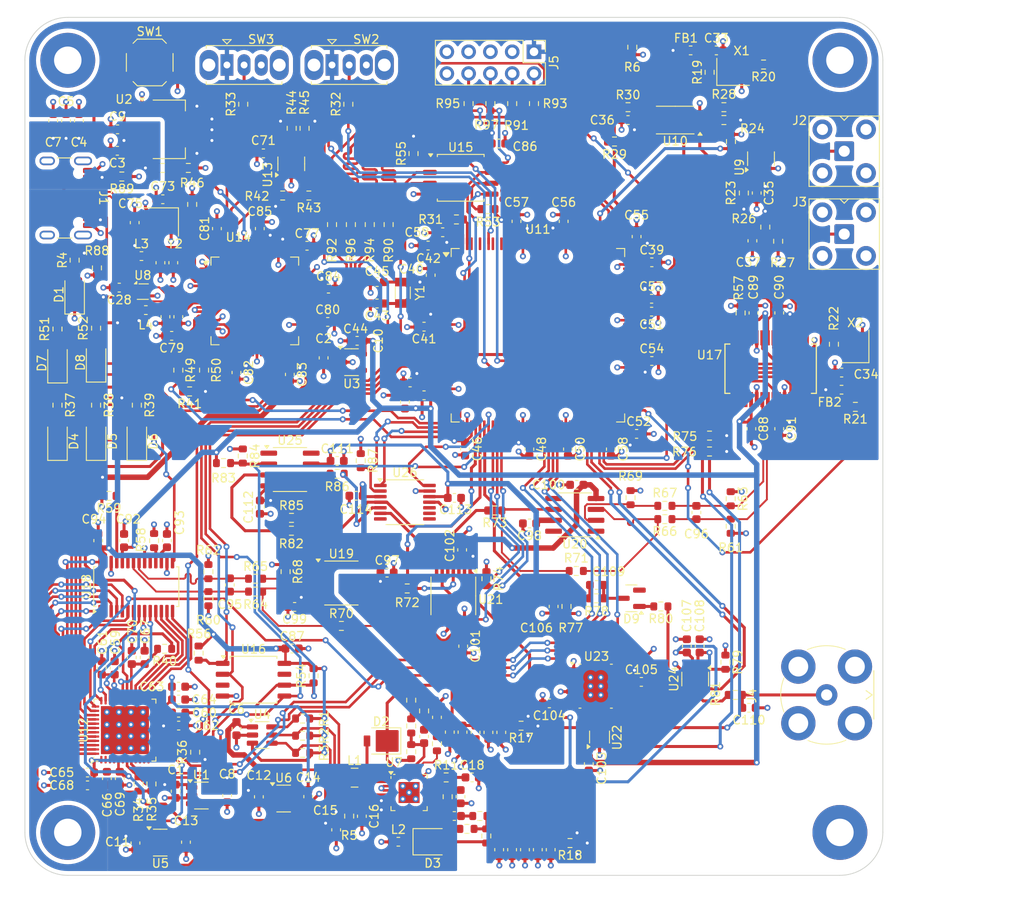
<source format=kicad_pcb>
(kicad_pcb (version 20240108) (generator "pcbnew") (generator_version "8.0")
  (layers (0 "F.Cu" signal) (1 "In1.Cu" signal) (2 "In2.Cu" signal) (31 "B.Cu" signal) (34 "B.Paste" user) (35 "F.Paste" user) (36 "B.SilkS" user "B.Silkscreen") (37 "F.SilkS" user "F.Silkscreen") (38 "B.Mask" user) (39 "F.Mask" user) (44 "Edge.Cuts" user))
  (net 0 "")
  (net 1 "GND")
  (net 2 "5P0V")
  (net 3 "3P3V_D_FPGA")
  (net 4 "3P3V_D")
  (net 5 "3P3V_A")
  (net 6 "1P2V_D")
  (net 7 "2P5V_D")
  (net 8 "Net-(U7-ENN)")
  (net 9 "Net-(C17-Pad1)")
  (net 10 "Net-(C18-Pad1)")
  (net 11 "Net-(C19-Pad1)")
  (net 12 "Net-(U7-FBP)")
  (net 13 "Net-(U7-VREF)")
  (net 14 "Net-(C21-Pad2)")
  (net 15 "Net-(U7-FBN)")
  (net 16 "Net-(D2-K)")
  (net 17 "Net-(D3-A)")
  (net 18 "Net-(X1-Vdd)")
  (net 19 "Net-(X2-Vdd)")
  (net 20 "CLK_10MHZ_DIST_EXT_3P3")
  (net 21 "Net-(U12D-VCCPLL)")
  (net 22 "Net-(U14-VPHY)")
  (net 23 "Net-(U14-OSCI)")
  (net 24 "Net-(U14-OSCO)")
  (net 25 "1P8V_D")
  (net 26 "Net-(U18-REFIO)")
  (net 27 "ANALOG_FPGA-DAC_OUT_N")
  (net 28 "ANALOG_FPGA-DAC_OUT_P")
  (net 29 "ANALOG_DDS_OUT_P")
  (net 30 "ANALOG_DDS_OUT_N")
  (net 31 "15P0V_A")
  (net 32 "N15P0V_A")
  (net 33 "ANALOG_CAL-ADC_AMUX2_MCU")
  (net 34 "Net-(D9-K)")
  (net 35 "ANALOG_STAGE-2_AMUX2_EXT")
  (net 36 "Net-(D1-A)")
  (net 37 "Net-(D2-A)")
  (net 38 "Net-(D3-K)")
  (net 39 "GPIO_LED0_FPGA_LED_OD")
  (net 40 "Net-(D4-A)")
  (net 41 "Net-(D5-A)")
  (net 42 "GPIO_LED1_FPGA_LED_OD")
  (net 43 "Net-(D6-A)")
  (net 44 "GPIO_LED2_FPGA_LED_OD")
  (net 45 "Net-(D7-A)")
  (net 46 "GPIO_UART_RXLED_FTDI_L")
  (net 47 "GPIO_UART_TXLED_FTDI_L")
  (net 48 "Net-(D8-A)")
  (net 50 "Net-(D9-A)")
  (net 51 "C_GND")
  (net 52 "USB_DATA_CONN_FTDI_N")
  (net 53 "USB_DATA_CONN_FTDI_P")
  (net 54 "Net-(J1-CC1)")
  (net 57 "Net-(J1-CC2)")
  (net 58 "CLK_10MHZ_EXT_SW_3P3")
  (net 59 "JTAG_CON_TCK_3P3")
  (net 60 "JTAG_CON_TMS_3P3")
  (net 62 "JTAG_CON_TDO_3P3")
  (net 63 "JTAG_CON_TDI_3P3")
  (net 64 "GPIO_1P2-EN_SEQ_REG_3P3")
  (net 65 "GPIO_3P3-EN_SEQ_REG_3P3")
  (net 66 "GPIO_2P5-EN_SEQ_REG_3P3")
  (net 67 "Net-(U7-CP)")
  (net 68 "Net-(R12-Pad1)")
  (net 69 "Net-(U7-CN)")
  (net 70 "Net-(R14-Pad2)")
  (net 71 "Net-(X1-EN)")
  (net 72 "Net-(X1-OUT)")
  (net 73 "Net-(U9-SA)")
  (net 74 "GPIO_100M-EN_MCU_100M-OSC_3P3")
  (net 75 "CLK_100MHZ_DDS_3P3")
  (net 76 "Net-(X2-OUT)")
  (net 77 "Net-(U9-EN)")
  (net 78 "GPIO_SW-SEL_MCU_CLKMUX_3P3")
  (net 79 "Net-(U10-1G)")
  (net 80 "CLK_10MHZ_DIST_MCU_3P3")
  (net 81 "Net-(U10-Y0)")
  (net 82 "Net-(U10-Y1)")
  (net 83 "CLK_10MHZ_DIST_FPGA_3P3")
  (net 84 "Net-(U10-Y2)")
  (net 85 "Net-(SW2-COM)")
  (net 86 "GPIO_BOOT0_SW_MCU_3P3_L")
  (net 87 "Net-(SW3-COM)")
  (net 88 "GPIO_BOOT1_SW_MCU_3P3_L")
  (net 89 "GPIO_CFG_DONE_FPGA_MCU_3P3")
  (net 90 "GPIO_FPGARST_MCU_FPGA_3P3_L")
  (net 91 "SPI_CS_MCU_FPGA_3P3_L")
  (net 92 "Net-(U14-~{RESET})")
  (net 93 "Net-(U13-DO)")
  (net 94 "Net-(U13-DI)")
  (net 95 "Net-(U13-CS)")
  (net 96 "Net-(U13-CLK)")
  (net 97 "Net-(U14-REF)")
  (net 98 "Net-(U14-BCBUS7)")
  (net 99 "Net-(U14-ADBUS0)")
  (net 100 "UART_FTDITX_MCURX_3P3")
  (net 101 "UART_MCUTX_FTDIRX_3P3")
  (net 102 "Net-(U14-ADBUS1)")
  (net 103 "SPI_SCLK_MCU_FPGA_3P3")
  (net 104 "QSPI_NCS_MCU_FLASH_3P3")
  (net 105 "SPI_CS_MCU_FLASH_3P3_L")
  (net 106 "Net-(U17-RSET)")
  (net 107 "Net-(U18-FS_ADJ)")
  (net 108 "Net-(U18-MODE)")
  (net 109 "Net-(U19-+)")
  (net 110 "Net-(U19--)")
  (net 111 "Net-(R70-Pad2)")
  (net 112 "Net-(R71-Pad2)")
  (net 113 "ANALOG_FPGA-DAC_AMP1_AMUX1")
  (net 114 "ANALOG_DDS_AMP2_AMUX1")
  (net 115 "GPIO_EN_MCU_AMUX1_3P3")
  (net 116 "I2C_SDA_MCU_POT_3P3")
  (net 117 "I2C_SCL_MCU_POT_3P3")
  (net 118 "GPIO_EN_MCU_AMUX2_3P3")
  (net 119 "Net-(U24-SB)")
  (net 120 "Net-(U24-SA)")
  (net 121 "Net-(U25-+)")
  (net 122 "ANALOG_DAC2_MCU_AMUX3")
  (net 123 "Net-(U25--)")
  (net 124 "Net-(R85-Pad2)")
  (net 125 "Net-(U26-S2)")
  (net 126 "GPIO_EN_MCU_AMUX3_3P3")
  (net 127 "JTAG_FTDI_TCK_3P3")
  (net 128 "JTAG_MCU_TCK_3P3")
  (net 129 "JTAG_MCU_TMS_3P3")
  (net 130 "JTAG_FTDI_TMS_3P3")
  (net 131 "JTAG_FTDI_TDI_3P3")
  (net 132 "JTAG_MCU_TDI_3P3")
  (net 133 "JTAG_FTDI_TDO_3P3")
  (net 134 "JTAG_MCU_TDO_3P3")
  (net 143 "Net-(U10-CLKIN)")
  (net 146 "QSPI_IO0_MCU_FLASH_3P3")
  (net 147 "QSPI_IO3_MCU_FLASH_3P3")
  (net 148 "GPIO_D0_MCU_DDS_3P3")
  (net 149 "SPI_MOSI_MCU_FPGA_3P3")
  (net 151 "GPIO_AMP-PD_MCU_AMP2_3P3")
  (net 153 "GPIO_D7_MCU_DDS_3P3")
  (net 155 "GPIO_W-CLK_MCU_DDS_3P3")
  (net 157 "GPIO_D6_MCU_DDS_3P3")
  (net 159 "GPIO_D2_MCU_DDS_3P3")
  (net 163 "GPIO_D1_MCU_DDS_3P3")
  (net 165 "GPIO_D4_MCU_DDS_3P3")
  (net 168 "QSPI_IO2_MCU_FLASH_3P3")
  (net 169 "GPIO_CLK_EN_MCU_FPGA_3P3")
  (net 170 "GPIO_SEL0_MCU_AMUX3_3P3")
  (net 172 "GPIO_D3_MCU_DDS_3P3")
  (net 175 "GPIO_D5_MCU_DDS_3P3")
  (net 179 "SPI_MISO_FPGA_MCU_3P3")
  (net 180 "GPIO_SEL_MCU_AMUX2_3P3")
  (net 181 "GPIO_RST_MCU_DDS_3P3")
  (net 184 "GPIO_FQ-UD_MCU_DDS_3P3")
  (net 185 "GPIO_SEL1_MCU_AMUX3_3P3")
  (net 189 "QSPI_IO1_MCU_FLASH_3P3")
  (net 191 "GPIO_RST_MCU_3P3_L")
  (net 192 "GPIO_SEL0_MCU_AMUX1_3P3")
  (net 197 "GPIO_SEL1_MCU_AMUX1_3P3")
  (net 206 "ANALOG_DAC1_MCU_AMUX1")
  (net 207 "GPIO_DACB9_FPGA_DAC_3P3")
  (net 210 "GPIO_DACB12_FPGA_DAC_3P3")
  (net 211 "GPIO_DACB3_FPGA_DAC_3P3")
  (net 212 "GPIO_DACB10_FPGA_DAC_3P3")
  (net 213 "GPIO_DACB6_FPGA_DAC_3P3")
  (net 214 "GPIO_DACB2_FPGA_DAC_3P3")
  (net 215 "GPIO_DACB5_FPGA_DAC_3P3")
  (net 216 "GPIO_DACB13_FPGA_DAC_3P3")
  (net 218 "GPIO_DACB0_FPGA_DAC_3P3")
  (net 220 "GPIO_DACB1_FPGA_DAC_3P3")
  (net 221 "GPIO_DACB7_FPGA_DAC_3P3")
  (net 222 "GPIO_DACB11_FPGA_DAC_3P3")
  (net 223 "GPIO_DACSLEEP_FPGA_DAC_3P3")
  (net 226 "GPIO_DACB8_FPGA_DAC_3P3")
  (net 228 "GPIO_DACCLK_FPGA_DAC_3P3")
  (net 229 "GPIO_DACB4_FPGA_DAC_3P3")
  (net 271 "ANALOG_DC-OFFSET_AMUX3_AMP3")
  (net 272 "Net-(U22-W)")
  (net 284 "Net-(U14-VPLL)")
  (net 285 "Net-(U20-+)")
  (net 286 "Net-(U20--)")
  (net 307 "Net-(U11-PDR_ON)")
  (net 308 "Net-(U11-PC14)")
  (net 309 "Net-(U11-PC15)")
  (net 310 "Net-(U11-VCAP_2)")
  (net 311 "Net-(U11-VCAP_1)")
  (footprint "Package_TO_SOT_SMD:Texas_R-PDSO-G6" (layer "F.Cu") (at 167.68 126.835 90)
    (property "Reference" "U22")
    (property "Value" "TPL0401B-10")
  )
  (footprint "Resistor_SMD:R_0603_1608Metric" (layer "F.Cu") (at 122.09 107.555 -90)
    (property "Reference" "R62")
    (property "Value" "24.9")
  )
  (footprint "Capacitor_SMD:C_0603_1608Metric" (layer "F.Cu") (at 131.585 84.57 -90)
    (property "Reference" "C83")
    (property "Value" "100n")
  )
  (footprint "Capacitor_SMD:C_0603_1608Metric" (layer "F.Cu") (at 173.775 83)
    (property "Reference" "C54")
    (property "Value" "100n")
  )
  (footprint "Capacitor_SMD:C_0603_1608Metric" (layer "F.Cu") (at 185.375 90.9 -90)
    (property "Reference" "C88")
    (property "Value" "100n")
  )
  (footprint "Capacitor_SMD:C_0603_1608Metric" (layer "F.Cu") (at 111.475 58.5 180)
    (property "Reference" "C3")
    (property "Value" "1u")
  )
  (footprint "Resistor_SMD:R_0603_1608Metric" (layer "F.Cu") (at 109.1 72.15 90)
    (property "Reference" "R88")
    (property "Value" "5.1k")
  )
  (footprint "Capacitor_SMD:C_0603_1608Metric" (layer "F.Cu") (at 179.355 116.21 90)
    (property "Reference" "C108")
    (property "Value" "100n")
  )
  (footprint "Connector_PinHeader_2.54mm:PinHeader_2x05_P2.54mm_Vertical" (layer "F.Cu") (at 160.04 46.96 -90)
    (property "Reference" "J5")
    (property "Value" "PH-00244")
  )
  (footprint "Resistor_SMD:R_0603_1608Metric" (layer "F.Cu") (at 149.98 133.7875 -90)
    (property "Reference" "R13" (hide yes))
    (property "Value" "104k")
  )
  (footprint "Capacitor_SMD:C_0603_1608Metric" (layer "F.Cu") (at 116.5 71.55 -90)
    (property "Reference" "C72" (hide yes))
    (property "Value" "4.7u")
  )
  (footprint "Capacitor_SMD:C_0603_1608Metric" (layer "F.Cu") (at 108 132.465 180)
    (property "Reference" "C68")
    (property "Value" "4.7u")
  )
  (footprint "Resistor_SMD:R_0603_1608Metric" (layer "F.Cu") (at 187 67.395 90)
    (property "Reference" "R26")
    (property "Value" "100")
  )
  (footprint "Resistor_SMD:R_0603_1608Metric" (layer "F.Cu") (at 163.83 111.61 -90)
    (property "Reference" "R77")
    (property "Value" "0")
  )
  (footprint "Resistor_SMD:R_0603_1608Metric" (layer "F.Cu") (at 145.265 109.515)
    (property "Reference" "R72")
    (property "Value" "0")
  )
  (footprint "Resistor_SMD:R_0603_1608Metric" (layer "F.Cu") (at 160.04 53 90)
    (property "Reference" "R93")
    (property "Value" "0")
  )
  (footprint "Resistor_SMD:R_0603_1608Metric" (layer "F.Cu") (at 109 88.15 -90)
    (property "Reference" "R38")
    (property "Value" "220")
  )
  (footprint "Capacitor_SMD:C_0603_1608Metric" (layer "F.Cu") (at 165.025 97.435 180)
    (property "Reference" "C100")
    (property "Value" "100n")
  )
  (footprint "Resistor_SMD:R_0603_1608Metric" (layer "F.Cu") (at 182.175 54.92)
    (property "Reference" "R25" (hide yes))
    (property "Value" "10k")
  )
  (footprint "Capacitor_SMD:C_0603_1608Metric" (layer "F.Cu") (at 117.81 80.07 180)
    (property "Reference" "C79")
    (property "Value" "100n")
  )
  (footprint "BRZK_INDUCTOR:L_SMD_L2.5_W2.0_Metric" (layer "F.Cu") (at 139.13 131.57)
    (property "Reference" "L1")
    (property "Value" "4.7u")
  )
  (footprint "Capacitor_SMD:C_0603_1608Metric" (layer "F.Cu") (at 118.61 122.465)
    (property "Reference" "C64")
    (property "Value" "100n")
  )
  (footprint "Resistor_SMD:R_0603_1608Metric" (layer "F.Cu") (at 115.45 132.3 -90)
    (property "Reference" "R35")
    (property "Value" "10k")
  )
  (footprint "Resistor_SMD:R_0603_1608Metric" (layer "F.Cu") (at 145.73 128.5375 -90)
    (property "Reference" "R10" (hide yes))
    (property "Value" "84.5k")
  )
  (footprint "Capacitor_SMD:C_0603_1608Metric" (layer "F.Cu") (at 113.5875 139.1875 -90)
    (property "Reference" "C11")
    (property "Value" "1u")
  )
  (footprint "Capacitor_SMD:C_0603_1608Metric" (layer "F.Cu") (at 157.4875 139.9625 -90)
    (property "Reference" "C25" (hide yes))
    (property "Value" "4.7u")
  )
  (footprint "Resistor_SMD:R_0603_1608Metric" (layer "F.Cu") (at 154.675 65.3)
    (property "Reference" "R53")
    (property "Value" "10k")
  )
  (footprint "Capacitor_SMD:C_0603_1608Metric" (layer "F.Cu") (at 118.275 133.15 -90)
    (property "Reference" "C1")
    (property "Value" "1u")
  )
  (footprint "Capacitor_SMD:C_0603_1608Metric" (layer "F.Cu") (at 159.5 93.275 -90)
    (property "Reference" "C48")
    (property "Value" "100n")
  )
  (footprint "Resistor_SMD:R_0603_1608Metric" (layer "F.Cu") (at 169.425 57.42)
    (property "Reference" "R29")
    (property "Value" "24.9")
  )
  (footprint "Resistor_SMD:R_0603_1608Metric" (layer "F.Cu") (at 122.09 110.705 90)
    (property "Reference" "R60")
    (property "Value" "24.9")
  )
  (footprint "Capacitor_SMD:C_0603_1608Metric" (layer "F.Cu") (at 118 71.55 -90)
    (property "Reference" "C76" (hide yes))
    (property "Value" "100n")
  )
  (footprint "BRZK_DIODE:D_SMP_DO-216AA" (layer "F.Cu") (at 148.23 139.0375)
    (property "Reference" "D3")
    (property "Value" "MBRM120ET1G")
  )
  (footprint "Resistor_SMD:R_0603_1608Metric" (layer "F.Cu") (at 154.5 108.375 -90)
    (property "Reference" "R74")
    (property "Value" "10k")
  )
  (footprint "Package_SO:SOIC-8_3.9x4.9mm_P1.27mm" (layer "F.Cu") (at 137.59 108.88)
    (property "Reference" "U19")
    (property "Value" "LM6171")
  )
  (footprint "Capacitor_SMD:C_0603_1608Metric" (layer "F.Cu") (at 124.59 109.105 90)
    (property "Reference" "C95")
    (property "Value" "5p")
  )
  (footprint "BRZK_DIODE:D_SMP_DO-216AA" (layer "F.Cu") (at 142.23 127.2875 180)
    (property "Reference" "D2")
    (property "Value" "MBRM120ET1G")
  )
  (footprint "Connector_USB:USB_C_Receptacle_GCT_USB4105-xx-A_16P_TopMnt_Horizontal" (layer "F.Cu") (at 104.375 64 -90)
    (property "Reference" "J1")
    (property "Value" "TYPE-C-31-M-12")
  )
  (footprint "Resistor_SMD:R_0603_1608Metric" (layer "F.Cu") (at 120.2 64.75 90)
    (property "Reference" "R46")
    (property "Value" "12k")
  )
  (footprint "Resistor_SMD:R_0603_1608Metric" (layer "F.Cu") (at 188.5 69.045 90)
    (property "Reference" "R27")
    (property "Value" "100")
  )
  (footprint "Resistor_SMD:R_0603_1608Metric" (layer "F.Cu") (at 171.295 98.935 -90)
    (property "Reference" "R69")
    (property "Value" "1k")
  )
  (footprint "Capacitor_SMD:C_0603_1608Metric" (layer "F.Cu") (at 118.625 124)
    (property "Reference" "C60")
    (property "Value" "100n")
  )
  (footprint "Package_TO_SOT_SMD:SOT-23-6" (layer "F.Cu") (at 128.3625 126.6)
    (property "Reference" "U4")
    (property "Value" "LM3880MF-1AA")
  )
  (footprint "Capacitor_SMD:C_0603_1608Metric" (layer "F.Cu") (at 155.9 57.65)
    (property "Reference" "C86")
    (property "Value" "100n")
  )
  (footprint "Package_SO:SOIC-8_5.23x5.23mm_P1.27mm" (layer "F.Cu") (at 127.35 120.15)
    (property "Reference" "U16")
    (property "Value" "W25Q128JVSIQ")
  )
  (footprint "Resistor_SMD:R_0603_1608Metric" (layer "F.Cu") (at 182.97 99.06 -90)
    (property "Reference" "R63")
    (property "Value" "24.9")
  )
  (footprint "Capacitor_SMD:C_0603_1608Metric" (layer "F.Cu") (at 173.75 77.25)
    (property "Reference" "C51")
    (property "Value" "100n")
  )
  (footprint "Capacitor_SMD:C_0603_1608Metric" (layer "F.Cu") (at 119.475 139.0875 -90)
    (property "Reference" "C13")
    (property "Value" "2.2u")
  )
  (footprint "Capacitor_SMD:C_0603_1608Metric" (layer "F.Cu") (at 147.23 126.7625 -90)
    (property "Reference" "C19" (hide yes))
    (property "Value" "6.8p")
  )
  (footprint "Inductor_SMD:L_0603_1608Metric" (layer "F.Cu") (at 195.8875 86.35)
    (property "Reference" "FB2")
    (property "Value" "30@100MHz")
  )
  (footprint "Capacitor_SMD:C_0603_1608Metric" (layer "F.Cu") (at 112.26 103.9375 90)
    (property "Reference" "C92")
    (property "Value" "100n")
  )
  (footprint "Capacitor_SMD:C_0603_1608Metric" (layer "F.Cu") (at 127.975 133.8 -90)
    (property "Reference" "C12")
    (property "Value" "1u")
  )
  (footprint "Resistor_SMD:R_0603_1608Metric" (layer "F.Cu") (at 133.075 128.675)
    (property "Reference" "R3")
    (property "Value" "10k")
  )
  (footprint "Inductor_SMD:L_0603_1608Metric" (layer "F.Cu") (at 144.23 139.0375)
    (property "Reference" "L2")
    (property "Value" "4.7u")
  )
  (footprint "Capacitor_SMD:C_0603_1608Metric" (layer "F.Cu") (at 109.66 118.7775 90)
    (property "Reference" "C61")
    (property "Value" "4.7u")
  )
  (footprint "Inductor_SMD:L_0603_1608Metric" (layer "F.Cu") (at 114.2875 70.775)
    (property "Reference" "L3")
    (property "Value" "10u")
  )
  (footprint "Resistor_SMD:R_0603_1608Metric" (layer "F.Cu") (at 175.295 99.885 180)
    (property "Reference" "R67")
    (property "Value" "226")
  )
  (footprint "Oscillator:Oscillator_SMD_Abracon_ASE-4Pin_3.2x2.5mm" (layer "F.Cu") (at 183.25 49.3)
    (property "Reference" "X1")
    (property "Value" "ASE-10.000MHz")
  )
  (footprint "Crystal:Crystal_SMD_3215-2Pin_3.2x1.5mm" (layer "F.Cu") (at 144.75 75.05 -90)
    (property "Reference" "Y1")
    (property "Value" "32.768k")
  )
  (footprint "Capacitor_SMD:C_0603_1608Metric" (layer "F.Cu") (at 167.33 109.11)
    (property "Reference" "C109")
    (property "Value" "5p")
  )
  (footprint "Resistor_SMD:R_0603_1608Metric" (layer "F.Cu") (at 134.35 119.69 90)
    (property "Reference" "R54")
    (property "Value" "10k")
  )
  (footprint "LED_SMD:LED_1206_3216Metric" (layer "F.Cu") (at 104.5 83.275 90)
    (property "Reference" "D7")
    (property "Value" "LED")
  )
  (footprint "Capacitor_SMD:C_0603_1608Metric" (layer "F.Cu") (at 160.4875 139.9625 -90)
    (property "Reference" "C30" (hide yes))
    (property "Value" "4.7u")
  )
  (footprint "Capacitor_SMD:C_0603_1608Metric" (layer "F.Cu") (at 108 130.965 180)
    (property "Reference" "C65")
    (property "Value" "100n")
  )
  (footprint "Resistor_SMD:R_0603_1608Metric" (layer "F.Cu") (at 180.5 91.7)
    (property "Reference" "R75")
    (property "Value" "4.7k")
  )
  (footprint "Resistor_SMD:R_0603_1608Metric" (layer "F.Cu") (at 145.73 122.5375 -90)
    (property "Reference" "R8" (hide yes))
    (property "Value" "0")
  )
  (footprint "Resistor_SMD:R_0603_1608Metric" (layer "F.Cu") (at 112 61.5 180)
    (property "Reference" "R89")
    (property "Value" "5.1k")
  )
  (footprint "BRZK_CONN_COAX:SMA_TH_Horizontal_KH-SMA-K513-G" (layer "F.Cu") (at 196.2 68.21 -90)
    (property "Reference" "J3")
    (property "Value" "SMA")
    (fp_line (start 4.3 -4.5) (end -4.3 -4.5) (stroke (width 0.1)) (layer "Edge.Cuts"))
  )
  (footprint "Capacitor_SMD:C_0603_1608Metric" (layer "F.Cu") (at 131.85 116.515)
    (property "Reference" "C87")
    (property "Value" "100n")
  )
  (footprint "Package_TO_SOT_SMD:SOT-23-8" (layer "F.Cu") (at 186.5 59.42 90)
    (property "Reference" "U9")
    (property "Value" "ADG1219BRJZ")
  )
  (footprint "Resistor_SMD:R_0603_1608Metric" (layer "F.Cu") (at 154.48 138.3625 -90)
    (property "Reference" "R16" (hide yes))
    (property "Value" "0")
  )
  (footprint "Resistor_SMD:R_0603_1608Metric" (layer "F.Cu") (at 116.75 60.5)
    (property "Reference" "R47" (hide yes))
    (property "Value" "4.7k")
  )
  (footprint "Capacitor_SMD:C_0603_1608Metric" (layer "F.Cu") (at 107 55 90)
    (property "Reference" "C4")
    (property "Value" "10u")
  )
  (footprint "Capacitor_SMD:C_0603_1608Metric" (layer "F.Cu") (at 151.665 105.0175 90)
    (property "Reference" "C102")
    (property "Value" "100n")
  )
  (footprint "Resistor_SMD:R_0603_1608Metric" (layer "F.Cu") (at 136.5 67.1 -90)
    (property "Reference" "R92")
    (property "Value" "0")
  )
  (footprint "Resistor_SMD:R_0603_1608Metric" (layer "F.Cu") (at 183 57.42 -90)
    (property "Reference" "R24")
    (property "Value" "10k")
  )
  (footprint "Resistor_SMD:R_0603_1608Metric" (layer "F.Cu") (at 149.805 131.5375)
    (property "Reference" "R11")
    (property "Value" "0")
  )
  (footprint "Package_TO_SOT_SMD:SOT-553" (layer "F.Cu") (at 114.445 74.915)
    (property "Reference" "U8")
    (property "Value" "TPD2E001DRL")
  )
  (footprint "Capacitor_SMD:C_0603_1608Metric" (layer "F.Cu") (at 161.9875 139.9625 -90)
    (property "Reference" "C32" (hide yes))
    (property "Value" "100n")
  )
  (footprint "Resistor_SMD:R_0603_1608Metric" (layer "F.Cu") (at 133.075 124.675)
    (property "Reference" "R1")
    (property "Value" "10k")
  )
  (footprint "Package_QFP:LQFP-64_10x10mm_P0.5mm" (layer "F.Cu") (at 127.5 76)
    (property "Reference" "U14")
    (property "Value" "FT2232HL")
  )
  (footprint "Capacitor_SMD:C_0603_1608Metric" (layer "F.Cu") (at 123.085 67.57 90)
    (property "Reference" "C81")
    (property "Value" "100n")
  )
  (footprint "Capacitor_SMD:C_0603_1608Metric" (layer "F.Cu") (at 151.71 126.2625 -90)
    (property "Reference" "C31" (hide yes))
    (property "Value" "100n")
  )
  (footprint "Capacitor_SMD:C_0603_1608Metric" (layer "F.Cu") (at 124.275 133.65 -90)
    (property "Reference" "C8")
    (property "Value" "2.2u")
  )
  (footprint "Resistor_SMD:R_0603_1608Metric" (layer "F.Cu") (at 109 79.175 -90)
    (property "Reference" "R52")
    (property "Value" "220")
  )
  (footprint "Capacitor_SMD:C_0603_1608Metric" (layer "F.Cu") (at 151.48 133.7825 -90)
    (property "Reference" "C20" (hide yes))
    (property "Value" "220n")
  )
  (footprint "MountingHole:MountingHole_3.2mm_M3_Pad" (layer "F.Cu") (at 195.7 47.95)
    (property "Reference" "H2" (hide yes))
    (property "Value" "MOUNTING HOLE")
  )
  (footprint "Resistor_SMD:R_0603_1608Metric" (layer "F.Cu") (at 123.85 94.9)
    (property "Reference" "R83")
    (property "Value" "499")
  )
  (footprint "Capacitor_SMD:C_0603_1608Metric" (layer "F.Cu") (at 133.725 133.775 -90)
    (property "Reference" "C14")
    (property "Value" "2.2u")
  )
  (footprint "Resistor_SMD:R_0603_1608Metric" (layer "F.Cu") (at 175.295 101.435 180)
    (property "Reference" "R66")
    (property "Value" "226")
  )
  (footprint "Resistor_SMD:R_0603_1608Metric" (layer "F.Cu") (at 104.5 79.275 -90)
    (property "Reference" "R51")
    (property "Value" "220")
  )
  (footprint "Resistor_SMD:R_0603_1608Metric" (layer "F.Cu") (at 164.97 107.475 180)
    (property "Reference" "R71")
    (property "Value" "1k")
  )
  (footprint "Capacitor_SMD:C_0603_1608Metric" (layer "F.Cu") (at 173.75 75.75)
    (property "Reference" "C53")
    (property "Value" "1u")
  )
  (footprint "Capacitor_SMD:C_0603_1608Metric" (layer "F.Cu") (at 188.625 90.9 -90)
    (property "Reference" "C91")
    (property "Value" "100n")
  )
  (footprint "Resistor_SMD:R_0603_1608Metric" (layer "F.Cu") (at 138.4 53.075 90)
    (property "Reference" "R32")
    (property "Value" "10k")
  )
  (footprint "Package_TO_SOT_SMD:SOT-23-5" (layer "F.Cu") (at 130.8625 134)
    (property "Reference" "U6")
    (property "Value" "TLV70325DBV")
  )
  (footprint "Capacitor_SMD:C_0603_1608Metric" (layer "F.Cu") (at 163.5 66.725 90)
    (property "Reference" "C56")
    (property "Value" "100n")
  )
  (footprint "Resistor_SMD:R_0603_1608Metric" (layer "F.Cu") (at 137.1 96.15)
    (property "Reference" "R86")
    (property "Value" "0")
  )
  (footprint "Resistor_SMD:R_0603_1608Metric" (layer "F.Cu") (at 116.985 116.5525 180)
    (property "Reference" "R40")
    (property "Value" "100")
  )
  (footprint "Capacitor_SMD:C_0603_1608Metric" (layer "F.Cu") (at 155.98 139.9625 -90)
    (property "Reference" "C23" (hide yes))
    (property "Value" "4.7u")
  )
  (footprint "Capacitor_SMD:C_0603_1608Metric" (layer "F.Cu") (at 141.75 73.8 180)
    (property "Reference" "C45")
    (property "Value" "15p")
  )
  (footprint "Capacitor_SMD:C_0603_1608Metric" (layer "F.Cu") (at 169 93.275 -90)
    (property "Reference" "C38")
    (property "Value" "2.2u")
  )
  (footprint "LED_SMD:LED_1206_3216Metric" (layer "F.Cu") (at 104.5 92.3 90)
    (property "Reference" "D4")
    (property "Value" "LED")
  )
  (footprint "Capacitor_SMD:C_0603_1608Metric" (layer "F.Cu") (at 117.26 103.9375 90)
    (property "Reference" "C93")
    (property "Value" "100n")
  )
  (footprint "Resistor_SMD:R_0603_1608Metric" (layer "F.Cu") (at 131.8 55.8825 -90)
    (property "Reference" "R44")
    (property "Value" "10k")
  )
  (footprint "Resistor_SMD:R_0603_1608Metric" (layer "F.Cu") (at 130.75 63.7175)
    (property "Reference" "R42")
    (property "Value" "10k")
  )
  (footprint "Capacitor_SMD:C_0603_1608Metric" (layer "F.Cu") (at 147.225 87 180)
    (property "Reference" "C47" (hide yes))
    (property "Value" "100n")
  )
  (footprint "Crystal:Crystal_SMD_3225-4Pin_3.2x2.5mm" (layer "F.Cu") (at 116.6 66.8 180)
    (property "Reference" "Y2")
    (property "Value" "12 MHz")
  )
  (footprint "Capacitor_SMD:C_0603_1608Metric" (layer "F.Cu") (at 116.775 64.15 180)
    (property "Reference" "C73")
    (property "Value" "27p")
  )
  (footprint "Resistor_SMD:R_0603_1608Metric" (layer "F.Cu") (at 152.42 53 90)
    (property "Reference" "R95")
    (property "Value" "0")
  )
  (footprint "Resistor_SMD:R_0603_1608Metric" (layer "F.Cu") (at 133.075 126.675)
    (property "Reference" "R2")
    (property "Value" "10k")
  )
  (footprint "Capacitor_SMD:C_0603_1608Metric" (layer "F.Cu") (at 156.23 126.2875 -90)
    (property "Reference" "C24" (hide yes))
    (property "Value" "4.7u")
  )
  (footprint "BRZK_CONN_COAX:BNC_TH_Horizontal_DOSIN-801-0050" (layer "F.Cu") (at 194.151766 121.923525 -90)
    (property "Reference" "J4")
    (property "Value" "BNC")
  )
  (footprint "Capacitor_SMD:C_0603_1608Metric" (layer "F.Cu") (at 152 93.25 -90)
    (property "Reference" "C46")
    (property "Value" "100n")
  )
  (footprint "Resistor_SMD:R_0603_1608Metric" (layer "F.Cu") (at 195 81.05 90)
    (property "Reference" "R22")
    (property "Value" "24.9")
  )
  (footprint "Capacitor_SMD:C_0603_1608Metric" (layer "F.Cu") (at 171 54.92 180)
    (property "Reference" "C36")
    (property "Value" "100n")
  )
  (footprint "Package_DFN_QFN:QFN-48-1EP_7x7mm_P0.5mm_EP5.6x5.6mm" (layer "F.Cu") (at 112.36 126.0275 90)
    (property "Reference" "U12")
    (property "Value" "ICE40UP5K-SG48ITR")
  )
  (footprint "Capacitor_SMD:C_0603_1608Metric" (layer "F.Cu") (at 185.5 68.995 90)
    (property "Reference" "C37")
    (property "Value" "5p")
  )
  (footprint "Resistor_SMD:R_0603_1608Metric" (layer "F.Cu") (at 118.585 84.07 -90)
    (property "Reference" "R49")
    (property "Value" "0")
  )
  (footprint "Capacitor_SMD:C_0603_1608Metric" (layer "F.Cu") (at 172.555 120.405)
    (property "Reference" "C105")
    (property "Value" "100n")
  )
  (footprint "Package_SO:TSSOP-8_4.4x3mm_P0.65mm" (layer "F.Cu") (at 176.5 54.92 180)
    (property "Reference" "U10")
    (property "Value" "LMK1C1103PWR")
  )
  (footprint "Resistor_SMD:R_0603_1608Metric" (layer "F.Cu") (at 143.1 67.1 -90)
    (property "Reference" "R90")
    (property "Value" "0")
  )
  (footprint "Resistor_SMD:R_0603_1608Metric" (layer "F.Cu") (at 182.97 102.26 90)
    (property "Reference" "R61")
    (property "Value" "24.9")
  )
  (footprint "LED_SMD:LED_1206_3216Metric" (layer "F.Cu") (at 113.75 92.3 90)
    (property "Reference" "D6")
    (property "Value" "LED")
  )
  (footprint "Resistor_SMD:R_0603_1608Metric" (layer "F.Cu") (at 146 58.825 90)
    (property "Reference" "R55")
    (property "Value" "10k")
  )
  (footprint "Capacitor_SMD:C_0603_1608Metric" (layer "F.Cu") (at 142.915 107.6675)
    (property "Reference" "C97")
    (property "Value" "100n")
  )
  (footprint "Capacitor_SMD:C_0603_1608Metric" (layer "F.Cu") (at 188.625 77.4 90)
    (property "Reference" "C90")
    (property "Value" "100n")
  )
  (footprint "Capacitor_SMD:C_0603_1608Metric" (layer "F.Cu") (at 172 91.5)
    (property "Reference" "C52")
    (property "Value" "100n")
  )
  (footprint "Capacitor_SMD:C_0603_1608Metric" (layer "F.Cu") (at 111.7 74.45 180)
    (property "Reference" "C28")
    (property "Value" "100n")
  )
  (footprint "Capacitor_SMD:C_0603_1608Metric" (layer "F.Cu") (at 150.23 126.2625 -90)
    (property "Reference" "C22" (hide yes))
    (property "Value" "4.7u")
  )
  (footprint "Capacitor_SMD:C_0603_1608Metric" (layer "F.Cu") (at 118.585 77.845 -90)
    (property "Reference" "C78" (hide yes))
    (property "Value" "100n")
  )
  (footprint "Package_SO:TSSOP-14_4.4x5mm_P0.65mm" (layer "F.Cu") (at 150.64 110.38 -90)
    (property "Reference" "U21")
    (property "Value" "TMUX6104")
  )
  (footprint "Package_SO:SOIC-8_5.23x5.23mm_P1.27mm" (layer "F.Cu") (at 151.5 61.65)
    (property "Reference" "U15")
    (property "Value" "W25Q128JVSIQ")
  )
  (footprint "Package_SO:SSOP-28_5.3x10.2mm_P0.65mm" (layer "F.Cu") (at 187.625 83.9 -90)
    (property "Reference" "U17")
    (property "Value" "AD9850")
  )
  (footprint "Capacitor_SMD:C_0603_1608Metric" (layer "F.Cu") (at 150.7675 98.96)
    (property "Reference" "C113")
    (property "Value" "100n")
  )
  (footprint "Resistor_SMD:R_0603_1608Metric" (layer "F.Cu") (at 145.73 125.5375 -90)
    (property "Reference" "R9" (hide yes))
    (property "Value" "976k")
  )
  (footprint "Resistor_SMD:R_0603_1608Metric" (layer "F.Cu") (at 157.5 53 90)
    (property "Reference" "R91")
    (property "Value" "0")
  )
  (footprint "MountingHole:MountingHole_3.2mm_M3_Pad" (layer "F.Cu") (at 105.7 47.95)
    (property "Reference" "H1" (hide yes))
    (property "Value" "MOUNTING HOLE")
  )
  (footprint "Resistor_SMD:R_0603_1608Metric" (layer "F.Cu") (at 184.5 63.42 -90)
    (property "Reference" "R23")
    (property "Value" "10k")
  )
  (footprint "Capacitor_SMD:C_0603_1608Metric" (layer "F.Cu") (at 177.855 116.21 90)
    (property "Reference" "C107")
    (property "Value" "100n")
  )
  (footprint "Resistor_SMD:R_0603_1608Metric" (layer "F.Cu") (at 171 53.42)
    (property "Reference" "R30")
    (property "Value" "0")
  )
  (footprint "Capacitor_SMD:C_0603_1608Metric" (layer "F.Cu") (at 164 93.275 -90)
    (property "Reference" "C50")
    (property "Value" "100n")
  )
  (footprint "Resistor_SMD:R_0603_1608Metric" (layer "F.Cu") (at 119.75 60.5)
    (property "Reference" "R48" (hide yes))
    (property "Value" "10k")
  )
  (footprint "Package_TO_SOT_SMD:SOT-23-5" (layer "F.Cu") (at 138.77 83.14)
    (property "Reference" "U3")
    (property "Value" "TLV70333DBV")
  )
  (footprint "Capacitor_SMD:C_0603_1608Metric" (layer "F.Cu") (at 166.43 129.96 -90)
    (property "Reference" "C103")
    (property "Value" "100n")
  )
  (footprint "Capacitor_SMD:C_0603_1608Metric" (layer "F.Cu") (at 136.98 137.65 -90)
    (property "Reference" "C15")
    (property "Value" "4.7u")
  )
  (footprint "Capacitor_SMD:C_0603_1608Metric" (layer "F.Cu") (at 148.73 124.5375 90)
    (property "Reference" "C17" (hide yes))
    (property "Value" "10n")
  )
  (footprint "Package_QFP:LQFP-144_20x20mm_P0.5mm" (layer "F.Cu") (at 160.5 80)
    (property "Reference" "U11")
    (property "Value" "STM32F446ZETx")
  )
  (footprint "Resistor_SMD:R_0603_1608Metric" (layer "F.Cu") (at 126.15 53.075 90)
    (property "Reference" "R33")
    (property "Value" "10k")
  )
  (footprint "Resistor_SMD:R_0603_1608Metric" (layer "F.Cu") (at 119.9 86.55 180)
    (property "Reference" "R41")
    (property "Value" "1k")
  )
  (footprint "Capacitor_SMD:C_0603_1608Metric" (layer "F.Cu") (at 109.25 103.9375 90)
    (property "Reference" "C94")
    (property "Value" "100n")
  )
  (footprint "BRZK_SW:SW_TH_Slide_SPDT_Straight_SS-12D02-VG4" (layer "F.Cu") (at 136.5 48.5)
    (property "Reference" "SW2")
    (property "Value" "SS-12D02-VG4")
  )
  (footprint "Capacitor_SMD:C_0603_1608Metric" (layer "F.Cu") (at 125.36 84.345 -90)
    (property "Reference" "C82")
    (property "Value" "100n")
  )
  (footprint "Capacitor_SMD:C_0603_1608Metric" (layer "F.Cu") (at 117.085 77.845 -90)
    (property "Reference" "C74" (hide yes))
    (property "Value" "4.7u")
  )
  (footprint "Capacitor_SMD:C_0603_1608Metric" (layer "F.Cu") (at 132.14 111.6675 180)
    (property "Reference" "C99")
    (property "Value" "100n")
  )
  (footprint "Resistor_SMD:R_0603_1608Metric" (layer "F.Cu") (at 147.23 123.7875 -90)
    (property "Reference" "R12" (hide yes))
    (property "Value" "0")
  )
  (footprint "Capacitor_SMD:C_0603_1608Metric" (layer "F.Cu") (at 148 73 90)
    (property "Reference" "C40")
    (property "Value" "100n")
  )
  (footprint "BRZK_SW:SW_TH_Slide_SPDT_Straight_SS-12D02-VG4" (layer "F.Cu") (at 124.25 48.5)
    (property "Reference" "SW3")
    (property "Value" "SS-12D02-VG4")
  )
  (footprint "Package_SO:TSSOP-14_4.4x5mm_P0.65mm" (layer "F.Cu") (at 144.9925 99.46)
    (property "Reference" "U26")
    (property "Value" "TMUX6104")
  )
  (footprint "Capacitor_SMD:C_0603_1608Metric" (layer "F.Cu") (at 139.2925 98.71 180)
    (property "Reference" "C114")
    (property "Value" "100n")
  )
  (footprint "LED_SMD:LED_1206_3216Metric" (layer "F.Cu") (at 106.5 75.25 90)
    (property "Reference" "D1")
    (property "Value" "LED")
  )
  (footprint "Capacitor_SMD:C_0603_1608Metric" (layer "F.Cu") (at 136 78.45)
    (property "Reference" "C80")
    (property "Value" "100n")
  )
  (footprint "Resistor_SMD:R_0603_1608Metric" (layer "F.Cu") (at 121.585 84.07 -90)
    (property "Reference" "R50")
    (property "Value" "0")
  )
  (footprint "Capacitor_SMD:C_0603_1608Metric" (layer "F.Cu") (at 125.3625 125.85 -90)
    (property "Reference" "C6")
    (property "Value" "100n")
  )
  (footprint "Capacitor_SMD:C_0603_1608Metric" (layer "F.Cu") (at 141.75 76.3 180)
    (property "Reference" "C43")
    (property "Value" "15p")
  )
  (footprint "Capacitor_SMD:C_0603_1608Metric" (layer "F.Cu") (at 151.79 116.2425 -90)
    (property "Reference" "C101")
    (property "Value" "100n")
  )
  (footprint "Capacitor_SMD:C_0603_1608Metric" (layer "F.Cu") (at 111.16 118.7775 90)
    (property "Reference" "C59")
    (property "Value" "100n")
  )
  (footprint "Capacitor_SMD:C_0603_1608Metric" (layer "F.Cu") (at 173.775 71.5)
    (property "Reference" "C39")
    (property "Value" "2.2u")
  )
  (footprint "Resistor_SMD:R_0603_1608Metric" (layer "F.Cu") (at 151 66.5)
    (property "Reference" "R31")
    (property "Value" "10k")
  )
  (footprint "Inductor_SMD:L_0603_1608Metric" (layer "F.Cu") (at 178.3 46.8)
    (property "Reference" "FB1")
    (property "Value" "100@100MHz")
  )
  (footprint "Capacitor_SMD:C_0603_1608Metric" (layer "F.Cu") (at 128.085 67.57 90)
    (property "Reference" "C85")
    (property "Value" "100n")
  )
  (footprint "Capacitor_SMD:C_0603_1608Metric" (layer "F.Cu") (at 136.085 74.57)
    (property "Reference" "C84")
    (property "Value" "100n")
  )
  (footprint "BRZK_SW:SW_SPST_BUTTON_TS-1187A-B-A-B" (layer "F.Cu") (at 115.25 48.2025)
    (property "Reference" "SW1")
    (property "Value" "TS-1187A-B-A-B")
  )
  (footprint "Capacitor_SMD:C_0603_1608Metric" (layer "F.Cu") (at 185.625 77.4 90)
    (property "Reference" "C89")
    (property "Value" "100n")
  )
  (footprint "Package_TO_SOT_SMD:SOT-23-5" (layer "F.Cu") (at 121.275 133.65)
    (property "Reference" "U1")
    (property "Value" "TLV70333DBV")
  )
  (footprint "Resistor_SMD:R_0603_1608Metric" (layer "F.Cu") (at 133.3 55.8825 -90)
    (property "Reference" "R45")
    (property "Value" "10k")
  )
  (footprint "Resistor_SMD:R_0603_1608Metric" (layer "F.Cu") (at 148.73 127.6125 90)
    (property "Reference" "R7" (hide yes))
    (property "Value" "0")
  )
  (footprint "Resistor_SMD:R_0603_1608Metric" (layer "F.Cu") (at 120.95 117.05 90)
    (property "Reference" "R56")
    (property "Value" "10k")
  )
  (footprint "Package_TO_SOT_SMD:SOT-23-8" (layer "F.Cu") (at 178.83 120.0725 -90)
    (property "Reference" "U24")
    (property "Value" "ADG1219BRJZ")
  )
  (footprint "Resistor_SMD:R_0603_1608Metric" (layer "F.Cu") (at 174.83 111.61 180)
    (property "Reference" "R80")
    (property "Value" "0")
  )
  (footprint "Resistor_SMD:R_0603_1608Metric" (layer "F.Cu") (at 155.47 100.425 180)
    (property "Reference" "R73")
    (property "Value" "0")
  )
  (footprint "Capacitor_SMD:C_0603_1608Metric" (layer "F.Cu") (at 150.755 136.0375)
    (property "Reference" "C21" (hide yes))
    (property "Value" "6.8p")
  )
  (footprint "Resistor_SMD:R_0603_1608Metric" (layer "F.Cu") (at 106.5 71.25 90)
    (property "Reference" "R4")
    (property "Value" "499")
  )
  (footprint "Resistor_SMD:R_0603_1608Metric" (layer "F.Cu") (at 137.59 113.88)
    (property "Reference" "R70")
    (property "Value" "499")
  )
  (footprint "Resistor_SMD:R_0603_1608Metric" (layer "F.Cu") (at 182.355 118.11 -90)
    (property "Reference" "R79")
    (property "Value" "10k")
  )
  (footprint "Package_SO:SOIC-8_3.9x4.9mm_P1.27mm" (layer "F.Cu") (at 164.795 100.935 180)
    (property "Reference" "U20")
    (property "Value" "LM6171")
  )
  (footprint "Capacitor_SMD:C_0603_1608Metric" (layer "F.Cu") (at 172 68.5 90)
    (property "Reference" "C55")
    (property "Value" "100n")
  )
  (footprint "Capacitor_SMD:C_0603_1608Metric" (layer "F.Cu") (at 158 66.725 90)
    (property "Reference" "C57")
    (property "Value" "100n")
  )
  (footprint "Resistor_SMD:R_0603_1608Metric" (layer "F.Cu") (at 183.5 121.925 180)
    (property "Reference" "R81")
    (property "Value" "50")
  )
  (footprint "Package_TO_SOT_SMD:SOT-23-5" (layer "F.Cu") (at 116.475 139.1375)
    (property "Reference" "U5")
    (property "Value" "TLV70312DBV")
  )
  (footprint "Package_SO:SOIC-8_3.9x4.9mm_P1.27mm" (layer "F.Cu") (at 131.6 95.65)
    (property "Reference" "U25")
    (property "Value" "LM6171")
  )
  (footprint "Capacitor_SMD:C_0603_1608Metric" (layer "F.Cu") (at 128.5 58.8 180)
    (property "Reference" "C71")
    (property "Value" "100n")
  )
  (footprint "Capacitor_SMD:C_0603_1608Metric" (layer "F.Cu") (at 145.6 85.5 180)
    (property "Reference" "C44")
    (property "Value" "100n")
  )
  (footprint "Capacitor_SMD:C_0603_1608Metric" (layer "F.Cu") (at 111.76 131.6525 -90)
    (property "Reference" "C69")
    (property "Value" "4.7u")
  )
  (footprint "Capacitor_SMD:C_0603_1608Metric" (layer "F.Cu") (at 154.73 126.2875 -90)
    (property "Reference" "C26" (hide yes))
    (property "Value" "4.7u")
  )
  (footprint "Resistor_SMD:R_0603_1608Metric" (layer "F.Cu") (at 139.85 94.62 -90)
    (property "Reference" "R87")
    (property "Value" "10k")
  )
  (footprint "Capacitor_SMD:C_0603_1608Metric" (layer "F.Cu") (at 110.26 131.6525 -90)
    (property "Reference" "C66")
    (property "Value" "100n")
  )
  (footprint "Capacitor_SMD:C_0603_1608Metric" (layer "F.Cu") (at 185.1 123.425 180)
    (property "Reference" "C110")
    (property "Value" "22p")
  )
  (footprint "Resistor_SMD:R_0603_1608Metric" (layer "F.Cu") (at 120.55 128.6 -90)
    (property "Reference" "R36")
    (property "Value" "10k")
  )
  (footprint "Resistor_SMD:R_0603_1608Metric" (layer "F.Cu") (at 186.8 48.45 180)
    (property "Reference" "R20")
    (property "Value" "24.9")
  )
  (footprint "Capacitor_SMD:C_0603_1608Metric" (layer "F.Cu") (at 162.33 111.61 90)
    (property "Reference" "C106")
    (property "Value" "5p")
  )
  (footprint "Resistor_SMD:R_0603_1608Metric" (layer "F.Cu") (at 131.775 101.285)
    (property "Reference" "R85")
    (property "Value" "499")
  )
  (footprint "Capacitor_SMD:C_0603_1608Metric" (layer "F.Cu") (at 113.5 66.875 90)
    (property "Reference" "C75")
    (property "Value" "27p")
  )
  (footprint "Resistor_SMD:R_0603_1608Metric" (layer "F.Cu") (at 104.5 88.15 -90)
    (property "Reference" "R37")
    (property "Value" "220")
  )
  (footprint "BRZK_CONN_COAX:SMA_TH_Horizontal_KH-SMA-K513-G" (layer "F.Cu") (at 196.2 58.55 -90)
    (property "Reference" "J2")
    (property "Value" "SMA")
    (fp_line (start 4.3 -4.5) (end -4.3 -4.5) (stroke (width 0.1)) (layer "Edge.Cuts"))
  )
  (footprint "Oscillator:Oscillator_SMD_Abracon_ASE-4Pin_3.2x2.5mm" (layer "F.Cu") (at 197.5 81.3 90)
    (property "Reference" "X2")
    (property "Value" "ASE-100.000MHz")
  )
  (footprint "Resistor_SMD:R_0603_1608Metric" (layer "F.Cu") (at 152.23 137.5375)
    (property "Reference" "R14" (hide yes))
    (property "Value" "1.30M")
  )
  (footprint "Resistor_SMD:R_0603_1608Metric" (layer "F.Cu") (at 138.7 67.1 -90)
    (property "Reference" "R96")
    (property "Value" "0")
  )
  (footprint "Capacitor_SMD:C_0603_1608Metric" (layer "F.Cu") (at 161.83 122.905 180)
    (property "Reference" "C104")
    (property "Value" "100n")
  )
  (footprint "Resistor_SMD:R_0603_1608Metric" (layer "F.Cu") (at 153.73 136.0375)
    (property "Reference" "R15" (hide yes))
    (property "Value" "0")
  )
  (footprint "Resistor_SMD:R_0603_1608Metric" (layer "F.Cu") (at 126.1 94.075 -90)
    (property "Reference" "R84")
    (property "Value" "499")
  )
  (footprint "Resistor_SMD:R_0603_1608Metric" (layer "F.Cu") (at 164.2375 139.1875 180)
    (property "Reference" "R18")
    (property "Value" "0")
  )
  (footprint "Resistor_SMD:R_0603_1608Metric" (layer "F.Cu") (at 127.59 108.38)
    (property "Reference" "R65")
    (property "Value" "226")
  )
  (footprint "Package_SO:Texas_R-PDSO-G8_EP2.95x4.9mm_Mask2.4x3.1mm" (layer "F.Cu") (at 167.23 120.905)
    (property "Reference" "U23")
    (property "Value" "THS3491")
  )
  (footprint "Resistor_SMD:R_0603_1608Metric" (layer "F.Cu") (at 131.7675 102.785)
    (property "Reference" "R82")
    (property "Value" "499")
  )
  (footprint "Capacitor_SMD:C_0603_1608Metric" (layer "F.Cu") (at 113.16 117.5525 90)
    (property "Reference" "C70")
    (property "Value" "4.7u")
  )
  (footprint "Package_TO_SOT_SMD:SOT-223-3_TabPin2" (layer "F.Cu") (at 117.5 56)
    (property "Reference" "U2")
    (property "Value" "TLV76133DCY")
  )
  (footprint "LED_SMD:LED_1206_3216Metric" (layer "F.Cu") (at 109 92.3 90)
    (property "Reference" "D5")
    (property "Value" "LED")
  )
  (footprint "Resistor_SMD:R_0603_1608Metric" (layer "F.Cu") (at 127.59 109.88)
    (property "Reference" "R64")
    (property "Value" "226")
  )
  (footprint "Capacitor_SMD:C_0603_1608Metric" (layer "F.Cu") (at 128.1 100.035 -90)
    (property "Reference" "C112")
    (property "Value" "100n")
  )
  (footprint "MountingHole:MountingHole_3.2mm_M3_Pad" (layer "F.Cu") (at 105.7 137.95)
    (property "Reference" "H3" (hide yes))
    (property "Value" "MOUNTING HOLE")
  )
  (footprint "Resistor_SMD:R_0603_1608Metric" (layer "F.Cu") (at 171.5 46.425 -90)
    (property "Reference" "R6")
    (property "Value" "1M")
  )
  (footprint "Capacitor_SMD:C_0603_1608Metric" (layer "F.Cu") (at 178.97 100.66 90)
    (property "Reference" "C96")
    (property "Value" "5p")
  )
  (footprint "Capacitor_SMD:C_0603_1608Metric" (layer "F.Cu") (at 111.5 56 180)
    (property "Reference" "C9")
    (property "Value" "2.2u")
  )
  (footprint "Capacitor_SMD:C_0603_1608Metric" (layer "F.Cu") (at 181.3 46.8)
    (property "Reference" "C33")
    (property "Value" "100n")
  )
  (footprint "Capacitor_SMD:C_0603_1608Metric" (layer "F.Cu") (at 139.98 136.0625 -90)
    (property "Reference" "C16")
    (property "Value" "100n")
  )
  (footprint "Capacitor_SMD:C_0603_1608Metric" (layer "F.Cu") (at 159.52 101.935 180)
    (property "Reference" "C98")
    (property "Value" "100n")
  )
  (footprint "Capacitor_SMD:C_0603_1608Metric" (layer "F.Cu") (at 147.225 79 180)
    (property "Reference" "C41")
    (property "Value" "100n")
  )
  (footprint "Resistor_SMD:R_0603_1608Metric" (layer "F.Cu") (at 138.5 136.05 90)
    (property "Reference" "R5")
    (property "Value" "110k")
  )
  (footprint "Capacitor_SMD:C_0603_1608Metric" (layer "F.Cu") (at 147.7 69.55 180)
    (property "Reference" "C42")
    (property "Value" "10u")
  )
  (footprint "Capacitor_SMD:C_0603_1608Metric" (layer "F.Cu") (at 139.425 80.65 180)
    (property "Reference" "C10")
    (property "Value" "2.2u")
  )
  (footprint "Capacitor_SMD:C_0603_1608Metric" (layer "F.Cu") (at 133.585 69.57)
    (property "Reference" "C77")
    (property "Value" "3.3u")
  )
  (footprint "Package_DFN_QFN:VQFN-24-1EP_4x4mm_P0.5mm_EP2.45x2.45mm" (layer "F.Cu") (at 145.48 133.3)
    (property "Reference" "U7")
    (property "Value" "TPS65131RGE")
  )
  (footprint "Resistor_SMD:R_0603_1608Metric" (layer "F.Cu") (at 113.75 88.15 -90)
    (property "Reference" "R39")
    (property "Value" "220")
  )
  (footprint "Resistor_SMD:R_0603_1608Metric" (layer "F.Cu") (at 140.9 67.1 -90)
    (property "Reference" "R94")
    (property "Value" "0")
  )
  (footprint "Inductor_SMD:L_0603_1608Metric" (layer "F.Cu") (at 114.7975 77.07)
    (property "Reference" "L4")
    (property "Value" "10u")
  )
  (footprint "Resistor_SMD:R_0603_1608Metric" (layer "F.Cu") (at 110.5 98.7275 180)
    (property "Reference" "R59")
    (property "Value" "10k")
  )
  (footprint "Capacitor_SMD:C_0603_1608Metric" (layer "F.Cu") (at 195.9 84.35 180)
    (property "Reference" "C34")
    (property "Value" "100n")
  )
  (footprint "Resistor_SMD:R_0603_1608Metric" (layer "F.Cu") (at 180.5 93.55)
    (property "Reference" "R76")
    (property "Value" "4.7k")
  )
  (footprint "Package_TO_SOT_SMD:SOT-23" (layer "F.Cu") (at 171.3925 110.66 180)
    (property "Reference" "D9")
    (property "Value" "BAT54L")
  )
  (footprint "Capacitor_SMD:C_0603_1608Metric" (layer "F.Cu") (at 104 55 90)
    (property "Reference" "C7")
    (property "Value" "1u")
  )
  (footprint "Resistor_SMD:R_0603_1608Metric" (layer "F.Cu") (at 180.5125 49.35 90)
    (property "Reference" "R19")
    (property "Value" "10k")
  )
  (footprint "Resistor_SMD:R_0603_1608Metric" (layer "F.Cu") (at 113.95 132.3 -90)
    (property "Reference" "R34")
    (property "Value" "10k" (hide yes))
  )
  (footprint "Capacitor_SMD:C_0603_1608Metric" (layer "F.Cu") (at 137.1 94.65)
    (property "Reference" "C111")
    (property "Value" "100n")
  )
  (footprint "Capacitor_SMD:C_0603_1608Metric" (layer "F.Cu") (at 158.9875 139.9625 -90)
    (property "Reference" "C27" (hide yes))
    (property "Value" "4.7u")
  )
  (footprint "Capacitor_SMD:C_0603_1608Metric" (layer "F.Cu") (at 114.66 117.5525 90)
    (property "Reference" "C67")
    (property "Value" "100n")
  )
  (footprint "Capacitor_SMD:C_0603_1608Metric" (layer "F.Cu") (at 118.61 120.965)
    (property "Reference" "C63")
    (property "Value" "4.7u")
  )
  (footprint "Capacitor_SMD:C_0603_1608Metric" (layer "F.Cu") (at 145 87.775 90)
    (property "Reference" "C49" (hide yes))
    (property "Value" "1u")
  )
  (footprint "Capacitor_SMD:C_0603_1608Metric" (layer "F.Cu") (at 135.52 82.64 -90)
    (property "Reference" "C2")
    (property "Value" "1u")
  )
  (footprint "Resistor_SMD:R_0603_1608Metric" (layer "F.Cu") (at 182.175 53.42 180)
    (property "Reference" "R28")
    (property "Value" "24.9")
  )
  (footprint "MountingHole:MountingHole_3.2mm_M3_Pad" (layer "F.Cu") (at 195.7 137.95)
    (property "Reference" "H4" (hide yes))
    (property "Value" "MOUNTING HOLE")
  )
  (footprint "Capacitor_SMD:C_0603_1608Metric" (layer "F.Cu") (at 153.23 126.2875 -90)
    (property "Reference" "C29" (hide yes))
    (property "Value" "4.7u")
  )
  (footprint "Resistor_SMD:R_0603_1608Metric" (layer "F.Cu") (at 154.96 53 90)
    (property "Reference" "R97")
    (property "Value" "0")
  )
  (footprint "Resistor_SMD:R_0603_1608Metric" (layer "F.Cu") (at 167.33 110.66 180)
    (property "Reference" "R78")
    (property "Value" "124k")
  )
  (footprint "Capacitor_SMD:C_0603_1608Metric" (layer "F.Cu") (at 152.83 131.5375)
    (property "Reference" "C18")
    (property "Value" "4.7n")
  )
  (footprint "Resistor_SMD:R_0603_1608Metric" (layer "F.Cu") (at 184.125 77.4 90)
    (property "Reference" "R57")
    (property "Value" "3.9k")
  )
  (footprint "Resistor_SMD:R_0603_1608Metric" (layer "F.Cu") (at 115.76 103.9375 90)
    (property "Reference" "R58")
    (property "Value" "2k")
  )
  (footprint "Resistor_SMD:R_0603_1608Metric" (layer "F.Cu") (at 158.535 125.5125 180)
    (property "Reference" "R17")
    (property "Value" "0")
  )
  (footprint "Package_TO_SOT_SMD:SOT-23-6" (layer "F.Cu") (at 131.75 60.02 90)
    (property "Reference" "U13")
    (property "Value" "93LC56BT-I_OT")
  )
  (footprint "Capacitor_SMD:C_0603_1608Metric" (layer "F.Cu") (at 105.5 55 90)
    (property "Reference" "C5")
    (property "Value" "4.7u")
  )
  (footprint "Package_SO:TSSOP-28_4.4x9.7mm_P0.65mm" (layer "F.Cu") (at 113.685 109.3 90)
    (property "Reference" "U18")
    (property "Value" "AD9744")
  )
  (footprint "Resistor_SMD:R_0603_1608Metric" (layer "F.Cu") (at 197.5 88.35 180)
    (property "Reference" "R21")
    (property "Value" "10k")
  )
  (footprint "Resistor_SMD:R_0603_1608Metric" (layer "F.Cu") (at 133.8 63.7175 180)
    (property "Reference" "R43")
    (property "Value" "2.05k")
  )
  (footprint "Capacitor_SMD:C_0603_1608Metric" (layer "F.Cu") (at 118.625 125.5)
    (property "Reference" "C62")
    (property "Value" "4.7u")
  )
  (footprint "LED_SMD:LED_1206_3216Metric" (layer "F.Cu") (at 109 83.175 90)
    (property "Reference" "D8")
    (property "Value" "LED")
  )
  (footprint "Resistor_SMD:R_0603_1608Metric" (layer "F.Cu") (at 131.09 107.555 -90)
    (property "Reference" "R68")
    (property "Value" "499")
  )
  (footprint "Capacitor_SMD:C_0603_1608Metric" (layer "F.Cu") (at 186 63.42 -90)
    (property "Reference" "C35")
    (property "Value" "100n")
  )
  (footprint "Capacitor_SMD:C_0603_1608Metric" (layer "F.Cu") (at 149.4 68 180)
    (property "Reference" "C58")
    (property "Value" "100n")
  )
  (gr_arc (start 100.700041 47.95) (mid 102.163409 44.415581) (end 105.696928 42.950042) (stroke (width 0.1)) (layer "Edge.Cuts"))
  (gr_arc (start 195.7 42.95) (mid 199.235534 44.414466) (end 200.7 47.95) (stroke (width 0.1)) (layer "Edge.Cuts"))
  (gr_line (start 200.7 137.95) (end 200.7 72.51) (stroke (width 0.1)) (layer "Edge.Cuts"))
  (gr_line (start 200.7 62.85) (end 200.7 63.91) (stroke (width 0.1)) (layer "Edge.Cuts"))
  (gr_arc (start 105.7 142.95) (mid 102.164466 141.485534) (end 100.7 137.95) (stroke (width 0.1)) (layer "Edge.Cuts"))
  (gr_line (start 105.7 42.95) (end 195.7 42.95) (stroke (width 0.1)) (layer "Edge.Cuts"))
  (gr_line (start 200.7 54.25) (end 200.7 47.95) (stroke (width 0.1)) (layer "Edge.Cuts"))
  (gr_line (start 195.7 142.95) (end 105.7 142.95) (stroke (width 0.1)) (layer "Edge.Cuts"))
  (gr_line (start 100.7 137.95) (end 100.7 47.95) (stroke (width 0.1)) (layer "Edge.Cuts"))
  (gr_arc (start 200.7 137.95) (mid 199.235534 141.485534) (end 195.7 142.95) (stroke (width 0.1)) (layer "Edge.Cuts"))
  (segment (start 130.25 70.325) (end 130.25 71.8) (width 0.299974) (layer "F.Cu") (net 1))
  (segment (start 162 140.75) (end 161.9875 140.7375) (width 0.34925) (layer "F.Cu") (net 1))
  (segment (start 106.5 78.05) (end 106.5 76.65) (width 0.34925) (layer "F.Cu") (net 1))
  (segment (start 143.4925 132.55) (end 142.5 132.55) (width 0.299974) (layer "F.Cu") (net 1))
  (segment (start 158.745 102.650996) (end 158.745 101.935) (width 0.34925) (layer "F.Cu") (net 1))
  (segment (start 160.4875 141.7875) (end 160.5 141.8) (width 0.34925) (layer "F.Cu") (net 1))
  (segment (start 174.525 74.55) (end 174.525 75.75) (width 0.34925) (layer "F.Cu") (net 1))
  (segment (start 104 54.225) (end 104 52.8) (width 0.34925) (layer "F.Cu") (net 1))
  (segment (start 149.5 114.8) (end 149.99 114.31) (width 0.34925) (layer "F.Cu") (net 1))
  (segment (start 113.16 115.55) (end 113.16 116.7775) (width 0.34925) (layer "F.Cu") (net 1))
  (segment (start 116.135 75.415) (end 115.145 75.415) (width 0.34925) (layer "F.Cu") (net 1))
  (segment (start 156.23 127.78) (end 156.75 128.3) (width 0.34925) (layer "F.Cu") (net 1))
  (segment (start 182.97 98.235) (end 184.25 98.235) (width 0.34925) (layer "F.Cu") (net 1))
  (segment (start 124.6 93.25) (end 126.1 93.25) (width 0.34925) (layer "F.Cu") (net 1))
  (segment (start 110.725 54.825) (end 110.7 54.8) (width 0.34925) (layer "F.Cu") (net 1))
  (segment (start 198.325 80.25) (end 198.325 78.802519) (width 0.34925) (layer "F.Cu") (net 1))
  (segment (start 114.75 64.55) (end 114.75 65.2) (width 0.34925) (layer "F.Cu") (net 1))
  (segment (start 134.36 68.35) (end 134.36 69.57) (width 0.34925) (layer "F.Cu") (net 1))
  (segment (start 171.55 47.3) (end 171.5 47.25) (width 0.34925) (layer "F.Cu") (net 1))
  (segment (start 192.223862 81.775388) (end 189.475388 81.775388) (width 0.34925) (layer "F.Cu") (net 1))
  (segment (start 177.855 118.935) (end 177.135 118.935) (width 0.34925) (layer "F.Cu") (net 1))
  (segment (start 119.5 139.8875) (end 119.475 139.8625) (width 0.34925) (layer "F.Cu") (net 1))
  (segment (start 151.71 127.0375) (end 151.71 128.59) (width 0.34925) (layer "F.Cu") (net 1))
  (segment (start 116 64.15) (end 116 62.8) (width 0.34925) (layer "F.Cu") (net 1))
  (segment (start 147 89.55) (end 147 87.55) (width 0.34925) (layer "F.Cu") (net 1))
  (segment (start 188.4925 60.5575) (end 187.475 60.5575) (width 0.34925) (layer "F.Cu") (net 1))
  (segment (start 129.5 106.73) (end 131.09 106.73) (width 0.34925) (layer "F.Cu") (net 1))
  (segment (start 147.895 63.55) (end 147.9 63.555) (width 0.34925) (layer "F.Cu") (net 1))
  (segment (start 108.65 67.2) (end 109.5 68.05) (width 0.34925) (layer "F.Cu") (net 1))
  (segment (start 163.75 69.3375) (end 163.75 70.8) (width 0.299974) (layer "F.Cu") (net 1))
  (segment (start 158.75 94.05) (end 158.25 93.55) (width 0.34925) (layer "F.Cu") (net 1))
  (segment (start 109.75 60.05) (end 109 60.8) (width 0.34925) (layer "F.Cu") (net 1))
  (segment (start 150.23 127.0375) (end 150.23 128.57) (width 0.34925) (layer "F.Cu") (net 1))
  (segment (start 171.1625 83.75) (end 169.55 83.75) (width 0.299974) (layer "F.Cu") (net 1))
  (segment (start 109.1 72.975) (end 108.075 72.975) (width 0.34925) (layer "F.Cu") (net 1))
  (segment (start 185.375 92.675) (end 185.375 91.675) (width 0.34925) (layer "F.Cu") (net 1))
  (segment (start 133.175 78.75) (end 131.55 78.75) (width 0.299974) (layer "F.Cu") (net 1))
  (segment (start 131.75 62.55) (end 131.75 61.1575) (width 0.34925) (layer "F.Cu") (net 1))
  (segment (start 165.24 112.435) (end 163.83 112.435) (width 0.34925) (layer "F.Cu") (net 1))
  (segment (start 123.755 122.05) (end 123.75 122.055) (width 0.34925) (layer "F.Cu") (net 1))
  (segment (start 176.565 115.435) (end 177.855 115.435) (width 0.34925) (layer "F.Cu") (net 1))
  (segment (start 151.665 104.2425) (end 151.665 103.385) (width 0.34925) (layer "F.Cu") (net 1))
  (segment (start 109.85 74.45) (end 110.925 74.45) (width 0.34925) (layer "F.Cu") (net 1))
  (segment (start 188.5 71.05) (end 188.5 69.87) (width 0.34925) (layer "F.Cu") (net 1))
  (segment (start 173.33 117.22) (end 174 116.55) (width 0.34925) (layer "F.Cu") (net 1))
  (segment (start 174.525 75.75) (end 174.525 77.25) (width 0.34925) (layer "F.Cu") (net 1))
  (segment (start 157.4875 140.7375) (end 157.4875 141.7875) (width 0.34925) (layer "F.Cu") (net 1))
  (segment (start 170.25 93.55) (end 169.75 94.05) (width 0.34925) (layer "F.Cu") (net 1))
  (segment (start 123.45 79.25) (end 121.825 79.25) (width 0.299974) (layer "F.Cu") (net 1))
  (segment (start 136.775 79.8) (end 136.775 78.45) (width 0.34925) (layer "F.Cu") (net 1))
  (segment (start 151.71 128.59) (end 150.75 129.55) (width 0.34925) (layer "F.Cu") (net 1))
  (segment (start 163.75 90.6625) (end 163.75 89.3) (width 0.299974) (layer "F.Cu") (net 1))
  (segment (start 192.75 80.55) (end 192.75 81.24925) (width 0.34925) (layer "F.Cu") (net 1))
  (segment (start 149.75 100.3) (end 148.91 99.46) (width 0.34925) (layer "F.Cu") (net 1))
  (segment (start 151.665 103.385) (end 152.5 102.55) (width 0.34925) (layer "F.Cu") (net 1))
  (segment (start 134.75 72.0531) (end 134.75 72.05) (width 0.299974) (layer "F.Cu") (net 1))
  (segment (start 128.085 66.795) (end 129.495 66.795) (width 0.34925) (layer "F.Cu") (net 1))
  (segment (start 180.5 115.435) (end 179.355 115.435) (width 0.34925) (layer "F.Cu") (net 1))
  (segment (start 143.43 139.05) (end 143.4425 139.0375) (width 0.34925) (layer "F.Cu") (net 1))
  (segment (start 151.94 111.86) (end 151.94 113.2425) (width 0.34925) (layer "F.Cu") (net 1))
  (segment (start 110.7 58.5) (end 110.7 57.3) (width 0.34925) (layer "F.Cu") (net 1))
  (segment (start 154.73 127.0625) (end 154.73 128.03) (width 0.34925) (layer "F.Cu") (net 1))
  (segment (start 169.75 78.25) (end 171.1625 78.25) (width 0.299974) (layer "F.Cu") (net 1))
  (segment (start 185.7 76.55) (end 185.625 76.625) (width 0.34925) (layer "F.Cu") (net 1))
  (segment (start 115.3375 139.1375) (end 114.4125 139.1375) (width 0.34925) (layer "F.Cu") (net 1))
  (segment (start 120.5 122.465) (end 119.385 122.465) (width 0.34925) (layer "F.Cu") (net 1))
  (segment (start 133.75 116.515) (end 132.625 116.515) (width 0.34925) (layer "F.Cu") (net 1))
  (segment (start 156.675 56.425) (end 156.675 57.65) (width 0.34925) (layer "F.Cu") (net 1))
  (segment (start 158.9875 140.7375) (end 158.9875 141.7875) (width 0.34925) (layer "F.Cu") (net 1))
  (segment (start 147 87.55) (end 146.45 87) (width 0.34925) (layer "F.Cu") (net 1))
  (segment (start 152.9675 117.0175) (end 151.79 117.0175) (width 0.34925) (layer "F.Cu") (net 1))
  (segment (start 118.275 133.925) (end 119.8625 133.925) (width 0.34925) (layer "F.Cu") (net 1))
  (segment (start 110.76 107.79) (end 110.75 107.8) (width 0.34925) (layer "F.Cu") (net 1))
  (segment (start 114.35 51.9) (end 114.35 53.7) (width 0.34925) (layer "F.Cu") (net 1))
  (segment (start 132.75 85.345) (end 131.585 85.345) (width 0.34925) (layer "F.Cu") (net 1))
  (segment (start 152.7425 134.5575) (end 152.75 134.55) (width 0.34925) (layer "F.Cu") (net 1))
  (segment (start 144.825 84.45) (end 144.825 85.5) (width 0.34925) (layer "F.Cu") (net 1))
  (segment (start 160.4875 140.7375) (end 160.4875 141.7875) (width 0.34925) (layer "F.Cu") (net 1))
  (segment (start 186 87.5) (end 186 86.05) (width 0.34925) (layer "F.Cu") (net 1))
  (segment (start 189.875 76.625) (end 188.625 76.625) (width 0.34925) (layer "F.Cu") (net 1))
  (segment (start 119.75 78.62) (end 118.585 78.62) (width 0.34925) (layer "F.Cu") (net 1))
  (segment (start 123.085 65.715) (end 123.25 65.55) (width 0.34925) (layer "F.Cu") (net 1))
  (segment (start 114.66 104.8) (end 114.66 106.4375) (width 0.34925) (layer "F.Cu") (net 1))
  (segment (start 188.5 60.55) (end 188.4925 60.5575) (width 0.34925) (layer "F.Cu") (net 1))
  (segment (start 184.205 56.595) (end 183 56.595) (width 0.34925) (layer "F.Cu") (net 1))
  (segment (start 120.2 62.85) (end 120.2 63.925) (width 0.34925) (layer "F.Cu") (net 1))
  (segment (start 185.75 93.05) (end 185.375 92.675) (width 0.34925) (layer "F.Cu") (net 1))
  (segment (start 107.225 130.965) (end 102.925 130.965) (width 0.34925) (layer "F.Cu") (net 1))
  (segment (start 177.135 118.935) (end 176.5 118.3) (width 0.34925) (layer "F.Cu") (net 1))
  (segment (start 140.975 77.525) (end 140.975 76.3) (width 0.34925) (layer "F.Cu") (net 1))
  (segment (start 108.075 72.975) (end 108 73.05) (width 0.34925) (layer "F.Cu") (net 1))
  (segment (start 117.25 107.719764) (end 117.26 107.709764) (width 0.34925) (layer "F.Cu") (net 1))
  (segment (start 170.25 54.945) (end 170.225 54.92) (width 0.299974) (layer "F.Cu") (net 1))
  (segment (start 123.3 78.25) (end 121.825 78.25) (width 0.299974) (layer "F.Cu") (net 1))
  (segment (start 142.5 133.05) (end 142.25 132.8) (width 0.299974) (layer "F.Cu") (net 1))
  (segment (start 107.225 132.465) (end 102.925 132.465) (width 0.34925) (layer "F.Cu") (net 1))
  (segment (start 165.25 93.600013) (end 164.800013 94.05) (width 0.34925) (layer "F.Cu") (net 1))
  (segment (start 110.725 56) (end 110.725 54.825) (width 0.34925) (layer "F.Cu") (net 1))
  (segment (start 116.5 73.55) (end 116.5 72.325) (width 0.34925) (layer "F.Cu") (net 1))
  (segment (start 125.35 122.05) (end 123.755 122.05) (width 0.34925) (layer "F.Cu") (net 1))
  (segment (start 139.98 136.8375) (end 139.98 138.03) (width 0.34925) (layer "F.Cu") (net 1))
  (segment (start 148.73 123.7625) (end 148.73 123.07) (width 0.34925) (layer "F.Cu") (net 1))
  (segment (start 172 67.725) (end 172 66.55) (width 0.34925) (layer "F.Cu") (net 1))
  (segment (start 155.98 141.78) (end 156 141.8) (width 0.34925) (layer "F.Cu") (net 1))
  (segment (start 192.75 81.24925) (end 192.223862 81.775388) (width 0.34925) (layer "F.Cu") (net 1))
  (segment (start 184.25 51.55) (end 184.25 50.175) (width 0.34925) (layer "F.Cu") (net 1))
  (segment (start 164.800013 94.05) (end 164 94.05) (width 0.34925) (layer "F.Cu") (net 1))
  (segment (start 119.5 141.05) (end 119.5 139.8875) (width 0.34925) (layer "F.Cu") (net 1))
  (segment (start 109.675 99.985) (end 109.675 98.7275) (width 0.34925) (layer "F.Cu") (net 1))
  (segment (start 182.97 103.085) (end 184.75 103.085) (width 0.34925) (layer "F.Cu") (net 1))
  (segment (start 186 81.8) (end 186 80.3) (width 0.34925) (layer "F.Cu") (net 1))
  (segment (start 121.375 71.425) (end 121.825 71.875) (width 0.299974) (layer "F.Cu") (net 1))
  (segment (start 117.26 103.1625) (end 117.26 102.06) (width 0.34925) (layer "F.Cu") (net 1))
  (segment (start 153.23 128.57) (end 151.5 130.3) (width 0.34925) (layer "F.Cu") (net 1))
  (segment (start 169.75 94.05) (end 169 94.05) (width 0.34925) (layer "F.Cu") (net 1))
  (segment (start 139.98 138.03) (end 140 138.05) (width 0.34925) (layer "F.Cu") (net 1))
  (segment (start 164.6675 117.9675) (end 164.6675 119) (width 0.34925) (layer "F.Cu") (net 1))
  (segment (start 116.160235 75.389765) (end 116.135 75.415) (width 0.34925) (layer "F.Cu") (net 1))
  (segment (start 117.26 102.06) (end 117.25 102.05) (width 0.34925) (layer "F.Cu") (net 1))
  (segment (start 187.25 123.425) (end 185.875 123.425) (width 0.34925) (layer "F.Cu") (net 1))
  (segment (start 163.15 121.54) (end 164.6675 121.54) (width 0.34925) (layer "F.Cu") (net 1))
  (segment (start 111.76 132.4275) (end 110.26 132.4275) (width 0.34925) (layer "F.Cu") (net 1))
  (segment (start 182.355 116.155) (end 182.355 117.285) (width 0.34925) (layer "F.Cu") (net 1))
  (segment (start 187 76.55) (end 185.7 76.55) (width 0.34925) (layer "F.Cu") (net 1))
  (segment (start 138.5175 99.8) (end 138.5175 98.71) (width 0.34925) (layer "F.Cu") (net 1))
  (segment (start 174 91.5) (end 172.775 91.5) (width 0.34925) (layer "F.Cu") (net 1))
  (segment (start 123.75 77.8) (end 123.3 78.25) (width 0.299974) (layer "F.Cu") (net 1))
  (segment (start 117.75 69.05) (end 117.75 67.7) (width 0.34925) (layer "F.Cu") (net 1))
  (segment (start 162.33 112.385) (end 161.05 112.385) (width 0.34925) (layer "F.Cu") (net 1))
  (segment (start 137.875 93.525) (end 137.875 94.65) (width 0.34925) (layer "F.Cu") (net 1))
  (segment (start 187.475 60.5575) (end 186.825 60.5575) (width 0.34925) (layer "F.Cu") (net 1))
  (segment (start 186 65.3) (end 186 64.195) (width 0.34925) (layer "F.Cu") (net 1))
  (segment (start 127.75 81.675) (end 127.75 83.05) (width 0.299974) (layer "F.Cu") (net 1))
  (segment (start 175.7 71.5) (end 174.55 71.5) (width 0.34925) (layer "F.Cu") (net 1))
  (segment (start 140.975 75.025) (end 140.975 73.8) (width 0.34925) (layer "F.Cu") (net 1))
  (segment (start 151.25 86.25) (end 149.8375 86.25) (width 0.299974) (layer "F.Cu") (net 1))
  (segment (start 113.5875 139.9625) (end 112.475 139.9625) (width 0.34925) (layer "F.Cu") (net 1))
  (segment (start 126.5 85.12) (end 125.36 85.12) (width 0.34925) (layer "F.Cu") (net 1))
  (segment (start 116 80.07) (end 117.035 80.07) (width 0.34925) (layer "F.Cu") (net 1))
  (segment (start 123.75 79.55) (end 123.45 79.25) (width 0.299974) (layer "F.Cu") (net 1))
  (segment (start 117.26 107.709764) (end 117.26 106.4375) (width 0.34925) (layer "F.Cu") (net 1))
  (segment (start 119.8625 133.925) (end 120.1375 133.65) (width 0.34925) (layer "F.Cu") (net 1))
  (segment (start 146.4 79.05) (end 146.45 79) (width 0.34925) (layer "F.Cu") (net 1))
  (segment (start 117.75 67.7) (end 117.7 67.65) (width 0.34925) (layer "F.Cu") (net 1))
  (segment (start 105.5 54.225) (end 105.5 52.8) (width 0.34925) (layer "F.Cu") (net 1))
  (segment (start 133.175 72.75) (end 134.0531 72.75) (width 0.299974) (layer "F.Cu") (net 1))
  (segment (start 112.825 61.5) (end 114 61.5) (width 0.34925) (layer "F.Cu") (net 1))
  (segment (start 179.3625 52.9375) (end 179.3625 53.945) (width 0.34925) (layer "F.Cu") (net 1))
  (segment (start 146.73 131.3125) (end 147.2375 131.3125) (width 0.299974) (layer "F.Cu") (net 1))
  (segment (start 162 141.8) (end 162 140.75) (width 0.34925) (layer "F.Cu") (net 1))
  (segment (start 109 60.8) (end 108.055 60.8) (width 0.34925) (layer "F.Cu") (net 1))
  (segment (start 127.975 135.8) (end 127.975 134.575) (width 0.34925) (layer "F.Cu") (net 1))
  (segment (start 142.5 87) (end 145 87) (width 0.34925) (layer "F.Cu") (net 1))
  (segment (start 114.4125 139.1375) (end 113.5875 139.9625) (width 0.34925) (layer "F.Cu") (net 1))
  (segment (start 120.615 125.5) (end 119.4 125.5) (width 0.34925) (layer "F.Cu") (net 1))
  (segment (start 150.23 128.57) (end 150 128.8) (width 0.34925) (layer "F.Cu") (net 1))
  (segment (start 183 76.575) (end 184.125 76.575) (width 0.34925) (layer "F.Cu") (net 1))
  (segment (start 151.5425 98.96) (end 151.5425 100.035) (width 0.34925) (layer "F.Cu") (net 1))
  (segment (start 114.75 65.2) (end 115.5 65.95) (width 0.34925) (layer "F.Cu") (net 1))
  (segment (start 144.25 129.55) (end 145.5425 129.55) (width 0.34925) (layer "F.Cu") (net 1))
  (segment (start 167.75 130.735) (end 166.43 130.735) (width 0.34925) (layer "F.Cu") (net 1))
  (segment (start 123.085 66.795) (end 123.085 65.715) (width 0.34925) (layer "F.Cu") (net 1))
  (segment (start 169.75 72.05) (end 170.05 71.75) (width 0.299974) (layer "F.Cu") (net 1))
  (segment (start 118.5 50.2025) (end 112 50.2025) (width 0.34925) (layer "F.Cu") (net 1))
  (segment (start 138.91 83.14) (end 137.6325 83.14) (width 0.34925) (layer "F.Cu") (net 1))
  (segment (start 112.8775 132.4275) (end 111.76 132.4275) (width 0.34925) (layer "F.Cu") (net 1))
  (segment (start 189.475388 81.775388) (end 189.25 81.55) (width 0.34925) (layer "F.Cu") (net 1))
  (segment (start 128.55 134) (end 129.725 134) (width 0.34925) (layer "F.Cu") (net 1))
  (segment (start 150.852822 93.947178) (end 151.922178 93.947178) (width 0.34925) (layer "F.Cu") (net 1))
  (segment (start 158.75 90.6625) (end 158.75 89.3) (width 0.299974) (layer "F.Cu") (net 1))
  (segment (start 112.26 103.1625) (end 112.26 101.875133) (width 0.34925) (layer "F.Cu") (net 1))
  (segment (start 114.66 115.55) (end 114.66 116.7775) (width 0.34925) (layer "F.Cu") (net 1))
  (segment (start 145.75 69.55) (end 146.925 69.55) (width 0.34925) (layer "F.Cu") (net 1))
  (segment (start 131.365 112.8) (end 131.365 111.6675) (width 0.34925) (layer "F.Cu") (net 1))
  (segment (start 151.25 78.8) (end 151.2 78.75) (width 0.299974) (layer "F.Cu") (net 1))
  (segment (start 133.725 134.55) (end 133.9 134.55) (width 0.34925) (layer "F.Cu") (net 1))
  (segment (start 147.2375 131.3125) (end 147.75 130.8) (width 0.299974) (layer "F.Cu") (net 1))
  (segment (start 127.75 58.825) (end 127.725 58.8) (width 0.34925) (layer "F.Cu") (net 1))
  (segment (start 172.75 47.3) (end 171.55 47.3) (width 0.34925) (layer "F.Cu") (net 1))
  (segment (start 113.5 64.8) (end 113.5 66.1) (width 0.34925) (layer "F.Cu") (net 1))
  (segment (start 162.955 97.435) (end 164.25 97.435) (width 0.34925) (layer "F.Cu") (net 1))
  (segment (start 127.75 60.05) (end 127.75 58.825) (width 0.34925) (layer "F.Cu") (net 1))
  (segment (start 120.5 77.05) (end 120.7 77.25) (width 0.299974) (layer "F.Cu") (net 1))
  (segment (start 120.5 77.05) (end 120.8 76.75) (width 0.299974) (layer "F.Cu") (net 1))
  (segment (start 107 54.225) (end 107 52.8) (width 0.34925) (layer "F.Cu") (net 1))
  (segment (start 137.49 80.65) (end 138.65 80.65) (width 0.34925) (layer "F.Cu") (net 1))
  (segment (start 139.8 93.745) (end 139.85 93.795) (width 0.34925) (layer "F.Cu") (net 1))
  (segment (start 133.9 134.55) (end 135 133.45) (width 0.34925) (layer "F.Cu") (net 1))
  (segment (start 109.66 116.8) (end 109.66 118.0025) (width 0.34925) (layer "F.Cu") (net 1))
  (segment (start 189.25 87.5) (end 189.25 86.05) (width 0.34925) (layer "F.Cu") (net 1))
  (segment (start 198.325 78.802519) (end 198.332237 78.795282) (width 0.34925) (layer "F.Cu") (net 1))
  (segment (start 141 75.05) (end 140.975 75.025) (width 0.34925) (layer "F.Cu") (net 1))
  (segment (start 137 138.445) (end 136.98 138.425) (width 0.34925) (layer "F.Cu") (net 1))
  (segment (start 127.2 126.625) (end 127.225 126.6) (width 0.34925) (layer "F.Cu") (net 1))
  (segment (start 158.9875 141.7875) (end 159 141.8) (width 0.34925) (layer "F.Cu") (net 1))
  (segment (start 146.75 72.225) (end 148 72.225) (width 0.34925) (layer "F.Cu") (net 1))
  (segment (start 161.055 121.925) (end 161.055 122.905) (width 0.34925) (layer "F.Cu") (net 1))
  (segment (start 182.075 45.725) (end 182.075 46.8) (width 0.34925) (layer "F.Cu") (net 1))
  (segment (start 146 63.55) (end 147.895 63.55) (width 0.34925) (layer "F.Cu") (net 1))
  (segment (start 127.975 134.575) (end 128.55 134) (width 0.34925) (layer "F.Cu") (net 1))
  (segment (start 155.98 140.7375) (end 155.98 141.78) (width 0.34925) (layer "F.Cu") (net 1))
  (segment (start 185.5 71.05) (end 185.5 69.77) (width 0.34925) (layer "F.Cu") (net 1))
  (segment (start 142.5 132.55) (end 142.25 132.8) (width 0.299974) (layer "F.Cu") (net 1))
  (segment (start 121.7 60.5) (end 121.75 60.55) (width 0.34925) (layer "F.Cu") (net 1))
  (segment (start 139.85 92.075375) (end 139.85 93.795) (width 0.34925) (layer "F.Cu") (net 1))
  (segment (start 195.125 83.175) (end 195.125 84.35) (width 0.34925) (layer "F.Cu") (net 1))
  (segment (start 148.91 99.46) (end 147.855 99.46) (width 0.34925) (layer "F.Cu") (net 1))
  (segment (start 156.23 127.0625) (end 156.23 127.78) (width 0.34925) (layer "F.Cu") (net 1))
  (segment (start 174.525 77.25) (end 174.525 78.55) (width 0.34925) (layer "F.Cu") (net 1))
  (segment (start 145.25 79.05) (end 146.4 79.05) (width 0.34925) (layer "F.Cu") (net 1))
  (segment (start 153.23 127.0625) (end 153.23 128.57) (width 0.34925) (layer "F.Cu") (net 1))
  (segment (start 170.05 71.75) (end 171.1625 71.75) (width 0.299974) (layer "F.Cu") (net 1))
  (segment (start 161.05 112.385) (end 161 112.435) (width 0.34925) (layer "F.Cu") (net 1))
  (segment (start 157.4875 141.7875) (end 157.5 141.8) (width 0.34925) (layer "F.Cu") (net 1))
  (segment (start 115.75 103.1025) (end 115.76 103.1125) (width 0.34925) (layer "F.Cu") (net 1))
  (segment (start 151.922178 93.947178) (end 152 94.025) (width 0.34925) (layer "F.Cu") (net 1))
  (segment (start 134.0531 72.75) (end 134.75 72.0531) (width 0.299974) (layer "F.Cu") (net 1))
  (segment (start 162.25 65.95) (end 163.5 65.95) (width 0.34925) (layer "F.Cu") (net 1))
  (segment (start 152.25 90.6625) (end 152.25 89.3) (width 0.299974) (layer "F.Cu") (net 1))
  (segment (start 143.69 106.55) (end 143.69 107.6675) (width 0.34925) (layer "F.Cu") (net 1))
  (segment (start 117 133.925) (end 118.275 133.925) (width 0.34925) (layer "F.Cu") (net 1))
  (segment (start 146.25 98.05) (end 146.25 98.16) (width 0.34925) (layer "F.Cu") (net 1))
  (segment (start 143.4925 133.05) (end 142.5 133.05) (width 0.299974) (layer "F.Cu") (net 1))
  (segment (start 159.197002 103.102998) (end 158.745 102.650996) (width 0.34925) (layer "F.Cu") (net 1))
  (segment (start 118.5 51.55) (end 118.5 50.2025) (width 0.34925) (layer "F.Cu") (net 1))
  (segment (start 129.495 66.795) (end 129.5 66.8) (width 0.34925) (layer "F.Cu") (net 1))
  (segment (start 147.25 68.05) (end 148.575 68.05) (width 0.34925) (layer "F.Cu") (net 1))
  (segment (start 121.825 71.875) (end 121.825 72.25) (width 0.299974) (layer "F.Cu") (net 1))
  (segment (start 120.65 124.024625) (end 120.625375 124) (width 0.34925) (layer "F.Cu") (net 1))
  (segment (start 170.25 56.05) (end 170.25 54.945) (width 0.299974) (layer "F.Cu") (net 1))
  (segment (start 125.3625 126.625) (end 127.2 126.625) (width 0.34925) (layer "F.Cu") (net 1))
  (segment (start 145.5425 129.55) (end 145.73 129.3625) (width 0.34925) (layer "F.Cu") (net 1))
  (segment (start 158.75 69.3375) (end 158.75 70.8) (width 0.299974) (layer "F.Cu") (net 1))
  (segment (start 141 77.55) (end 140.975 77.525) (width 0.34925) (layer "F.Cu") (net 1))
  (segment (start 110.76 106.4375) (end 110.76 107.79) (width 0.34925) (layer "F.Cu") (net 1))
  (segment (start 154.73 128.03) (end 155 128.3) (width 0.34925) (layer "F.Cu") (net 1))
  (segment (start 129.3425 100.81) (end 128.1 100.81) (width 0.34925) (layer "F.Cu") (net 1))
  (segment (start 142.25 139.05) (end 143.43 139.05) (width 0.34925) (layer "F.Cu") (net 1))
  (segment (start 135.52 84.78) (end 135.52 83.415) (width 0.34925) (layer "F.Cu") (net 1))
  (segment (start 153 117.05) (end 152.9675 117.0175) (width 0.34925) (layer "F.Cu") (net 1))
  (segment (start 120.7 77.25) (end 121.825 77.25) (width 0.299974) (layer "F.Cu") (net 1))
  (segment (start 151.2 78.75) (end 149.8375 78.75) (width 0.299974) (layer "F.Cu") (net 1))
  (segment (start 120.8 76.75) (end 121.825 76.75) (width 0.299974) (layer "F.Cu") (net 1))
  (segment (start 148.73 123.07) (end 149.75 122.05) (width 0.34925) (layer "F.Cu") (net 1))
  (segment (start 184.25 50.175) (end 184.3 50.125) (width 0.34925) (layer "F.Cu") (net 1))
  (segment (start 137 139.8) (end 137 138.445) (width 0.34925) (layer "F.Cu") (net 1))
  (segment (start 118 73.55) (end 118 72.325) (width 0.34925) (layer "F.Cu") (net 1))
  (segment (start 189.25 81.55) (end 189.25 80.3) (width 0.34925) (layer "F.Cu") (net 1))
  (segment (start 174.55 84.3) (end 174.55 83) (width 0.34925) (layer "F.Cu") (net 1))
  (segment (start 120.625375 124) (end 119.4 124) (width 0.34925) (layer "F.Cu") (net 1))
  (segment (start 172.44 98.11) (end 171.295 98.11) (width 0.34925) (layer "F.Cu") (net 1))
  (segment (start 153.605 132.8) (end 153.605 131.5375) (width 0.34925) (layer "F.Cu") (net 1))
  (segment (start 167.68 128.9325) (end 167.68 127.935) (width 0.34925) (layer "F.Cu") (net 1))
  (segment (start 173.33 117.22) (end 173.33 120.405) (width 0.34925) (layer "F.Cu") (net 1))
  (segment (start 125.3625 128.05) (end 125.3625 126.625) (width 0.34925) (layer "F.Cu") (net 1))
  (segment (start 131.55 78.75) (end 131.5 78.8) (width 0.299974) (layer "F.Cu") (net 1))
  (segment (start 112.26 101.875133) (end 112.445044 101.690089) (width 0.34925) (layer "F.Cu") (net 1))
  (segment (start 108.055 67.2) (end 108.65 67.2) (width 0.34925) (layer "F.Cu") (net 1))
  (segment (start 111.16 116.8) (end 111.16 118.0025) (width 0.34925) (layer "F.Cu") (net 1))
  (segment (start 154.5 107.55) (end 154.5 106.405) (width 0.34925) (layer "F.Cu") (net 1))
  (segment (start 159.25 65.95) (end 158 65.95) (width 0.34925) (layer "F.Cu") (net 1))
  (segment (start 115.93 78.62) (end 117.085 78.62) (width 0.34925) (layer "F.Cu") (net 1))
  (segment (start 120.575 60.5) (end 121.7 60.5) (width 0.34925) (layer "F.Cu") (net 1))
  (segment (start 120.5 120.965) (end 119.385 120.965) (width 0.34925) (layer "F.Cu") (net 1))
  (segment (start 149.99 114.31) (end 149.99 113.2425) (width 0.34925) (layer "F.Cu") (net 1))
  (segment (start 148.575 68.05) (end 148.625 68) (width 0.34925) (layer "F.Cu") (net 1))
  (segment (start 120 74.25) (end 121.825 74.25) (width 0.299974) (layer "F.Cu") (net 1))
  (segment (start 136.86 73.44) (end 136.86 74.57) (width 0.34925) (layer "F.Cu") (net 1))
  (segment (start 115.75 102.05) (end 115.75 103.1025) (width 0.34925) (layer "F.Cu") (net 1))
  (segment (start 146.25 98.16) (end 147.855 98.16) (width 0.34925) (layer "F.Cu") (net 1))
  (segment (start 159.5 94.05) (end 158.75 94.05) (width 0.34925) (layer "F.Cu") (net 1))
  (segment (start 122.09 105.71) (end 122.09 106.73) (width 0.34925) (layer "F.Cu") (net 1))
  (segment (start 189.824444 91.675) (end 188.625 91.675) (width 0.34925) (layer "F.Cu") (net 1))
  (segment (start 124.275 135.55) (end 124.275 134.425) (width 0.34925) (layer "F.Cu") (net 1))
  (segment (start 109.25 103.1625) (end 109.25 101.81) (width 0.34925) (layer "F.Cu") (net 1))
  (segment (start 151.48 134.5575) (end 152.7425 134.5575) (width 0.34925) (layer "F.Cu") (net 1))
  (segment (start 122.09 112.71) (end 122.09 111.53) (width 0.34925) (layer "F.Cu") (net 1))
  (via (at 111.66 125.38) (size 0.7) (drill 0.35) (layers "F.Cu" "B.Cu") (net 1))
  (via (at 113.06 126.7275) (size 0.7) (drill 0.35) (layers "F.Cu" "B.Cu") (net 1))
  (via (at 118 73.55) (size 0.7) (drill 0.35) (layers "F.Cu" "B.Cu") (net 1))
  (via (at 182.075 45.725) (size 0.7) (drill 0.35) (layers "F.Cu" "B.Cu") (net 1))
  (via (at 130.25 71.8) (size 0.7) (drill 0.35) (layers "F.Cu" "B.Cu") (net 1))
  (via (at 120.5 122.465) (size 0.7) (drill 0.35) (layers "F.Cu" "B.Cu") (net 1))
  (via (at 110.26 128.1275) (size 0.7) (drill 0.35) (layers "F.Cu" "B.Cu") (net 1))
  (via (at 139.85 92.075375) (size 0.7) (drill 0.35) (layers "F.Cu" "B.Cu") (net 1))
  (via (at 184.25 98.235) (size 0.7) (drill 0.35) (layers "F.Cu" "B.Cu") (net 1))
  (via (at 141 77.55) (size 0.7) (drill 0.35) (layers "F.Cu" "B.Cu") (net 1))
  (via (at 144.75 134.05) (size 0.7) (drill 0.35) (layers "F.Cu" "B.Cu") (net 1))
  (via (at 165.24 112.435) (size 0.7) (drill 0.35) (layers "F.Cu" "B.Cu") (net 1))
  (via (at 136.86 73.44) (size 0.7) (drill 0.35) (layers "F.Cu" "B.Cu") (net 1))
  (via (at 102.925 132.465) (size 0.7) (drill 0.35) (layers "F.Cu" "B.Cu") (net 1))
  (via (at 117.75 69.05) (size 0.7) (drill 0.35) (layers "F.Cu" "B.Cu") (net 1))
  (via (at 112.8775 132.4275) (size 0.7) (drill 0.35) (layers "F.Cu" "B.Cu") (net 1))
  (via (at 159 141.8) (size 0.7) (drill 0.35) (layers "F.Cu" "B.Cu") (net 1))
  (via (at 133.75 116.515) (size 0.7) (drill 0.35) (layers "F.Cu" "B.Cu") (net 1))
  (via (at 146 63.55) (size 0.7) (drill 0.35) (layers "F.Cu" "B.Cu") (net 1))
  (via (at 169.75 78.25) (size 0.7) (drill 0.35) (layers "F.Cu" "B.Cu") (net 1))
  (via (at 125.35 122.05) (size 0.7) (drill 0.35) (layers "F.Cu" "B.Cu") (net 1))
  (via (at 143.69 106.55) (size 0.7) (drill 0.35) (layers "F.Cu" "B.Cu") (net 1))
  (via (at 114.46 128.1275) (size 0.7) (drill 0.35) (layers "F.Cu" "B.Cu") (net 1))
  (via (at 160.5 141.8) (size 0.7) (drill 0.35) (layers "F.Cu" "B.Cu") (net 1))
  (via (at 114.35 51.9) (size 0.7) (drill 0.35) (layers "F.Cu" "B.Cu") (net 1))
  (via (at 198.332237 78.795282) (size 0.7) (drill 0.35) (layers "F.Cu" "B.Cu") (net 1))
  (via (at 110.75 107.8) (size 0.7) (drill 0.35) (layers "F.Cu" "B.Cu") (net 1))
  (via (at 137.875 93.525) (size 0.7) (drill 0.35) (layers "F.Cu" "B.Cu") (net 1))
  (via (at 186 65.3) (size 0.7) (drill 0.35) (layers "F.Cu" "B.Cu") (net 1))
  (via (at 185.75 93.05) (size 0.7) (drill 0.35) (layers "F.Cu" "B.Cu") (net 1))
  (via (at 167.83 121.935) (size 0.7) (drill 0.35) (layers "F.Cu" "B.Cu") (net 1))
  (via (at 120.2 62.85) (size 0.7) (drill 0.35) (layers "F.Cu" "B.Cu") (net 1))
  (via (at 151.5425 100.035) (size 0.7) (drill 0.35) (layers "F.Cu" "B.Cu") (net 1))
  (via (at 111.66 128.1275) (size 0.7) (drill 0.35) (layers "F.Cu" "B.Cu") (net 1))
  (via (at 176.565 115.435) (size 0.7) (drill 0.35) (layers "F.Cu" "B.Cu") (net 1))
  (via (at 138.5175 99.8) (size 0.7) (drill 0.35) (layers "F.Cu" "B.Cu") (net 1))
  (via (at 109.85 74.45) (size 0.7) (drill 0.35) (layers "F.Cu" "B.Cu") (net 1))
  (via (at 174.525 78.55) (size 0.7) (drill 0.35) (layers "F.Cu" "B.Cu") (net 1))
  (via (at 112.445044 101.690089) (size 0.7) (drill 0.35) (layers "F.Cu" "B.Cu") (net 1))
  (via (at 172 66.55) (size 0.7) (drill 0.35) (layers "F.Cu" "B.Cu") (net 1))
  (via (at 180.5 115.435) (size 0.7) (drill 0.35) (layers "F.Cu" "B.Cu") (net 1))
  (via (at 109.675 99.985) (size 0.7) (drill 0.35) (layers "F.Cu" "B.Cu") (net 1))
  (via (at 117.25 107.719764) (size 0.7) (drill 0.35) (layers "F.Cu" "B.Cu") (net 1))
  (via (at 127.75 83.05) (size 0.7) (drill 0.35) (layers "F.Cu" "B.Cu") (net 1))
  (via (at 123.75 77.8) (size 0.7) (drill 0.35) (layers "F.Cu" "B.Cu") (net 1))
  (via (at 114.46 123.9275) (size 0.7) (drill 0.35) (layers "F.Cu" "B.Cu") (net 1))
  (via (at 138.91 83.14) (size 0.7) (drill 0.35) (layers "F.Cu" "B.Cu") (net 1))
  (via (at 140 138.05) (size 0.7) (drill 0.35) (layers "F.Cu" "B.Cu") (net 1))
  (via (at 169.75 83.75) (size 0.7) (drill 0.35) (layers "F.Cu" "B.Cu") (net 1))
  (via (at 121.375 71.425) (size 0.7) (drill 0.35) (layers "F.Cu" "B.Cu") (net 1))
  (via (at 116 62.8) (size 0.7) (drill 0.35) (layers "F.Cu" "B.Cu") (net 1))
  (via (at 150 128.8) (size 0.7) (drill 0.35) (layers "F.Cu" "B.Cu") (net 1))
  (via (at 134.75 72.05) (size 0.7) (drill 0.35) (layers "F.Cu" "B.Cu") (net 1))
  (via (at 159.25 65.95) (size 0.7) (drill 0.35) (layers "F.Cu" "B.Cu") (net 1))
  (via (at 149.75 100.3) (size 0.7) (drill 0.35) (layers "F.Cu" "B.Cu") (net 1))
  (via (at 189.824444 91.675) (size 0.7) (drill 0.35) (layers "F.Cu" "B.Cu") (net 1))
  (via (at 131.5 78.8) (size 0.7) (drill 0.35) (layers "F.Cu" "B.Cu") (net 1))
  (via (at 129.5 66.8) (size 0.7) (drill 0.35) (layers "F.Cu" "B.Cu") (net 1))
  (via (at 110.7 54.8) (size 0.7) (drill 0.35) (layers "F.Cu" "B.Cu") (net 1))
  (via (at 109.541742 68.091531) (size 0.7) (drill 0.35) (layers "F.Cu" "B.Cu") (net 1))
  (via (at 113.16 115.55) (size 0.7) (drill 0.35) (layers "F.Cu" "B.Cu") (net 1))
  (via (at 114.66 115.55) (size 0.7) (drill 0.35) (layers "F.Cu" "B.Cu") (net 1))
  (via (at 176.5 118.3) (size 0.7) (drill 0.35) (layers "F.Cu" "B.Cu") (net 1))
  (via (at 113.06 123.9275) (size 0.7) (drill 0.35) (layers "F.Cu" "B.Cu") (net 1))
  (via (at 113.5 64.8) (size 0.7) (drill 0.35) (layers "F.Cu" "B.Cu") (net 1))
  (via (at 188.5 60.55) (size 0.7) (drill 0.35) (layers "F.Cu" "B.Cu") (net 1))
  (via (at 158.75 89.3) (size 0.7) (drill 0.35) (layers "F.Cu" "B.Cu") (net 1))
  (via (at 147 89.55) (size 0.7) (drill 0.35) (layers "F.Cu" "B.Cu") (net 1))
  (via (at 149.5 114.8) (size 0.7) (drill 0.35) (layers "F.Cu" "B.Cu") (net 1))
  (via (at 184.205 56.595) (size 0.7) (drill 0.35) (layers "F.Cu" "B.Cu") (net 1))
  (via (at 124.275 135.55) (size 0.7) (drill 0.35) (layers "F.Cu" "B.Cu") (net 1))
  (via (at 163.15 121.54) (size 0.7) (drill 0.35) (layers "F.Cu" "B.Cu") (net 1))
  (via (at 186 86.05) (size 0.7) (drill 0.35) (layers "F.Cu" "B.Cu") (net 1))
  (via (at 167.83 120.905) (size 0.7) (drill 0.35) (layers "F.Cu" "B.Cu") (net 1))
  (via (at 111.66 123.9275) (size 0.7) (drill 0.35) (layers "F.Cu" "B.Cu") (net 1))
  (via (at 188.5 71.05) (size 0.7) (drill 0.35) (layers "F.Cu" "B.Cu") (net 1))
  (via (at 120.65 124.024625) (size 0.7) (drill 0.35) (layers "F.Cu" "B.Cu") (net 1))
  (via (at 132.75 85.345) (size 0.7) (drill 0.35) (layers "F.Cu" "B.Cu") (net 1))
  (via (at 120 74.25) (size 0.7) (drill 0.35) (layers "F.Cu" "B.Cu") (net 1))
  (via (at 174 91.5) (size 0.7) (drill 0.35) (layers "F.Cu" "B.Cu") (net 1))
  (via (at 169.75 72.05) (size 0.7) (drill 0.35) (layers "F.Cu" "B.Cu") (net 1))
  (via (at 182.355 116.155) (size 0.7) (drill 0.35) (layers "F.Cu" "B.Cu") (net 1))
  (via (at 167.83 119.875) (size 0.7) (drill 0.35) (layers "F.Cu" "B.Cu") (net 1))
  (via (at 120.615 125.5) (size 0.7) (drill 0.35) (layers "F.Cu" "B.Cu") (net 1))
  (via (at 145.48 133.3) (size 0.7) (drill 0.35) (layers "F.Cu" "B.Cu") (net 1))
  (via (at 156.75 128.3) (size 0.7) (drill 0.35) (layers "F.Cu" "B.Cu") (net 1))
  (via (at 172.44 98.11) (size 0.7) (drill 0.35) (layers "F.Cu" "B.Cu") (net 1))
  (via (at 110.26 126.7275) (size 0.7) (drill 0.35) (layers "F.Cu" "B.Cu") (net 1))
  (via (at 167.75 130.735) (size 0.7) (drill 0.35) (layers "F.Cu" "B.Cu") (net 1))
  (via (at 184.75 103.085) (size 0.7) (drill 0.35) (layers "F.Cu" "B.Cu") (net 1))
  (via (at 117.25 102.05) (size 0.7) (drill 0.35) (layers "F.Cu" "B.Cu") (net 1))
  (via (at 189.25 86.05) (size 0.7) (drill 0.35) (layers "F.Cu" "B.Cu") (net 1))
  (via (at 147.25 68.05) (size 0.7) (drill 0.35) (layers "F.Cu" "B.Cu") (net 1))
  (via (at 166.63 119.875) (size 0.7) (drill 0.35) (layers "F.Cu" "B.Cu") (net 1))
  (via (at 172.75 47.3) (size 0.7) (drill 0.35) (layers "F.Cu" "B.Cu") (net 1))
  (via (at 142.5 87) (size 0.7) (drill 0.35) (layers "F.Cu" "B.Cu") (net 1))
  (via (at 149.75 122.05) (size 0.7) (drill 0.35) (layers "F.Cu" "B.Cu") (net 1))
  (via (at 104 52.8) (size 0.7) (drill 0.35) (layers "F.Cu" "B.Cu") (net 1))
  (via (at 192.75 80.55) (size 0.7) (drill 0.35) (layers "F.Cu" "B.Cu") (net 1))
  (via (at 108 73.05) (size 0.7) (drill 0.35) (layers "F.Cu" "B.Cu") (net 1))
  (via (at 113.06 125.38) (size 0.7) (drill 0.35) (layers "F.Cu" "B.Cu") (net 1))
  (via (at 112.475 139.9625) (size 0.7) (drill 0.35) (layers "F.Cu" "B.Cu") (net 1))
  (via (at 184.25 51.55) (size 0.7) (drill 0.35) (layers "F.Cu" "B.Cu") (net 1))
  (via (at 151.94 111.86) (size 0.7) (drill 0.35) (layers "F.Cu" "B.Cu") (net 1))
  (via (at 150.75 129.55) (size 0.7) (drill 0.35) (layers "F.Cu" "B.Cu") (net 1))
  (via (at 159.197002 103.102998) (size 0.7) (drill 0.35) (layers "F.Cu" "B.Cu") (net 1))
  (via (at 151.25 78.8) (size 0.7) (drill 0.35) (layers "F.Cu" "B.Cu") (net 1))
  (via (at 156 141.8) (size 0.7) (drill 0.35) (layers "F.Cu" "B.Cu") (net 1))
  (via (at 174.525 74.55) (size 0.7) (drill 0.35) (layers "F.Cu" "B.Cu") (net 1))
  (via (at 123.085 65.55) (size 0.7) (drill 0.35) (layers "F.Cu" "B.Cu") (net 1))
  (via (at 186 81.8) (size 0.7) (drill 0.35) (layers "F.Cu" "B.Cu") (net 1))
  (via (at 131.365 112.8) (size 0.7) (drill 0.35) (layers "F.Cu" "B.Cu") (net 1))
  (via (at 105.5 52.8) (size 0.7) (drill 0.35) (layers "F.Cu" "B.Cu") (net 1))
  (via (at 122.09 105.71) (size 0.7) (drill 0.35) (layers "F.Cu" "B.Cu") (net 1))
  (via (at 144.25 129.55) (size 0.7) (drill 0.35) (layers "F.Cu" "B.Cu") (net 1))
  (via (at 152.25 89.3) (size 0.7) (drill 0.35) (layers "F.Cu" "B.Cu") (net 1))
  (via (at 116 80.07) (size 0.7) (drill 0.35) (layers "F.Cu" "B.Cu") (net 1))
  (via (at 137.49 80.65) (size 0.7) (drill 0.35) (layers "F.Cu" "B.Cu") (net 1))
  (via (at 114.66 104.8) (size 0.7) (drill 0.35) (layers "F.Cu" "B.Cu") (net 1))
  (via (at 114.46 126.7275) (size 0.7) (drill 0.35) (layers "F.Cu" "B.Cu") (net 1))
  (via (at 156.675 56.425) (size 0.7) (drill 0.35) (layers "F.Cu" "B.Cu") (net 1))
  (via (at 126.5 85.12) (size 0.7) (drill 0.35) (layers "F.Cu" "B.Cu") (net 1))
  (via (at 107 52.8) (size 0.7) (drill 0.35) (layers "F.Cu" "B.Cu") (net 1))
  (via (at 115.75 102.05) (size 0.7) (drill 0.35) (layers "F.Cu" "B.Cu") (net 1))
  (via (at 151.25 86.25) (size 0.7) (drill 0.35) (layers "F.Cu" "B.Cu") (net 1))
  (via (at 124.6 93.25) (size 0.7) (drill 0.35) (layers "F.Cu" "B.Cu") (net 1))
  (via (at 161 112.435) (size 0.7) (drill 0.35) (layers "F.Cu" "B.Cu") (net 1))
  (via (at 141 75.05) (size 0.7) (drill 0.35) (layers "F.Cu" "B.Cu") (net 1))
  (via (at 146.25 132.55) (size 0.7) (drill 0.35) (layers "F.Cu" "B.Cu") (net 1))
  (via (at 189.875 76.625) (size 0.7) (drill 0.35) (layers "F.Cu" "B.Cu") (net 1))
  (via (at 154.51 106.395) (size 0.7) (drill 0.35) (layers "F.Cu" "B.Cu") (net 1))
  (via (at 163.75 70.8) (size 0.7) (drill 0.35) (layers "F.Cu" "B.Cu") (net 1))
  (via (at 114.46 125.3275) (size 0.7) (drill 0.35) (layers "F.Cu" "B.Cu") (net 1))
  (via (at 167.68 128.9325) (size 0.7) (drill 0.35) (layers "F.Cu" "B.Cu") (net 1))
  (via (at 153.605 132.8) (size 0.7) (drill 0.35) (layers "F.Cu" "B.Cu") (net 1))
  (via (at 170.25 56.05) (size 0.7) (drill 0.35) (layers "F.Cu" "B.Cu") (net 1))
  (via (at 155 128.3) (size 0.7) (drill 0.35) (layers "F.Cu" "B.Cu") (net 1))
  (via (at 113.06 128.1275) (size 0.7) (drill 0.35) (layers "F.Cu" "B.Cu") (net 1))
  (via (at 131.75 62.55) (size 0.7) (drill 0.35) (layers "F.Cu" "B.Cu") (net 1))
  (via (at 157.5 141.8) (size 0.7) (drill 0.35) (layers "F.Cu" "B.Cu") (net 1))
  (via (at 174.55 84.3) (size 0.7) (drill 0.35) (layers "F.Cu" "B.Cu") (net 1))
  (via (at 102.925 130.965) (size 0.7) (drill 0.35) (layers "F.Cu" "B.Cu") (net 1))
  (via (at 146.25 98.16) (size 0.7) (drill 0.35) (layers "F.Cu" "B.Cu") (net 1))
  (via (at 135.52 84.78) (size 0.7) (drill 0.35) (layers "F.Cu" "B.Cu") (net 1))
  (via (at 135 133.45) (size 0.7) (drill 0.35) (layers "F.Cu" "B.Cu") (net 1))
  (via (at 162.955 97.435) (size 0.7) (drill 0.35) (layers "F.Cu" "B.Cu") (net 1))
  (via (at 110.26 123.9275) (size 0.7) (drill 0.35) (layers "F.Cu" "B.Cu") (net 1))
  (via (at 116.5 73.55) (size 0.7) (drill 0.35) (layers "F.Cu" "B.Cu") (net 1))
  (via (at 116.160235 75.389765) (size 0.7) (drill 0.35) (layers "F.Cu" "B.Cu") (net 1))
  (via (at 109.24 101.8) (size 0.7) (drill 0.35) (layers "F.Cu" "B.Cu") (net 1))
  (via (at 162 141.8) (size 0.7) (drill 0.35) (layers "F.Cu" "B.Cu") (net 1))
  (via (at 109.75 60.05) (size 0.7) (drill 0.35) (layers "F.Cu" "B.Cu") (net 1))
  (via (at 111.66 126.7275) (size 0.7) (drill 0.35) (layers "F.Cu" "B.Cu") (net 1))
  (via (at 152.5 102.55) (size 0.7) (drill 0.35) (layers "F.Cu" "B.Cu") (net 1))
  (via (at 161.055 121.925) (size 0.7) (drill 0.35) (layers "F.Cu" "B.Cu") (net 1))
  (via (at 170.25 93.55) (size 0.7) (drill 0.35) (layers "F.Cu" "B.Cu") (net 1))
  (via (at 142.25 139.05) (size 0.7) (drill 0.35) (layers "F.Cu" "B.Cu") (net 1))
  (via (at 118.5 51.55) (size 0.7) (drill 0.35) (layers "F.Cu" "B.Cu") (net 1))
  (via (at 127.975 135.8) (size 0.7) (drill 0.35) (layers "F.Cu" "B.Cu") (net 1))
  (via (at 115.93 78.62) (size 0.7) (drill 0.35) (layers "F.Cu" "B.Cu") (net 1))
  (via (at 129.3425 100.81) (size 0.7) (drill 0.35) (layers "F.Cu" "B.Cu") (net 1))
  (via (at 145.25 79.05) (size 0.7) (drill 0.35) (layers "F.Cu" "B.Cu") (net 1))
  (via (at 162.25 65.95) (size 0.7) (drill 0.35) (layers "F.Cu" "B.Cu") (net 1))
  (via (at 111.16 116.8) (size 0.7) (drill 0.35) (layers "F.Cu" "B.Cu") (net 1))
  (via (at 106.5 78.05) (size 0.7) (drill 0.35) (layers "F.Cu" "B.Cu") (net 1))
  (via (at 119.75 78.62) (size 0.7) (drill 0.35) (layers "F.Cu" "B.Cu") (net 1))
  (via (at 187 76.55) (size 0.7) (drill 0.35) (layers "F.Cu" "B.Cu") (net 1))
  (via (at 129.5 106.73) (size 0.7) (drill 0.35) (layers "F.Cu" "B.Cu") (net 1))
  (via (at 119.5 141.05) (size 0.7) (drill 0.35) (layers "F.Cu" "B.Cu") (net 1))
  (via (at 121.75 60.5) (size 0.7) (drill 0.35) (layers "F.Cu" "B.Cu") (net 1))
  (via (at 142.25 132.8) (size 0.7) (drill 0.35) (layers "F.Cu" "B.Cu") (net 1))
  (via (at 120.5 77.05) (size 0.7) (drill 0.35) (layers "F.Cu" "B.Cu") (net 1))
  (via (at 151.5 130.3) (size 0.7) (drill 0.35) (layers "F.Cu" "B.Cu") (net 1))
  (via (at 146.25 134.05) (size 0.7) (drill 0.35) (layers "F.Cu" "B.Cu") (net 1))
  (via (at 127.75 60.05) (size 0.7) (drill 0.35) (layers "F.Cu" "B.Cu") (net 1))
  (via (at 166.63 121.935) (size 0.7) (drill 0.35) (layers "F.Cu" "B.Cu") (net 1))
  (via (at 125.3625 128.05) (size 0.7) (drill 0.35) (layers "F.Cu" "B.Cu") (net 1))
  (via (at 187.25 123.425) (size 0.7) (drill 0.35) (layers "F.Cu" "B.Cu") (net 1))
  (via (at 144.825 84.45) (size 0.7) (drill 0.35) (layers "F.Cu" "B.Cu") (net 1))
  (via (at 122.09 112.71) (size 0.7) (drill 0.35) (layers "F.Cu" "B.Cu") (net 1))
  (via (at 144.75 132.55) (size 0.7) (drill 0.35) (layers "F.Cu" "B.Cu") (net 1))
  (via (at 164.6675 117.9675) (size 0.7) (drill 0.35) (layers "F.Cu" "B.Cu") (net 1))
  (via (at 175.7 71.5) (size 0.7) (drill 0.35) (layers "F.Cu" "B.Cu") (net 1))
  (via (at 185.5 71.05) (size 0.7) (drill 0.35) (layers "F.Cu" "B.Cu") (net 1))
  (via (at 114.75 64.55) (size 0.7) (drill 0.35) (layers "F.Cu" "B.Cu") (net 1))
  (via (at 153 117.05) (size 0.7) (drill 0.35) (layers "F.Cu" "B.Cu") (net 1))
  (via (at 137 139.8) (size 0.7) (drill 0.35) (layers "F.Cu" "B.Cu") (net 1))
  (via (at 110.7 57.3) (size 0.7) (drill 0.35) (layers "F.Cu" "B.Cu") (net 1))
  (via (at 165.25 93.600013) (size 0.7) (drill 0.35) (layers "F.Cu" "B.Cu") (net 1))
  (via (at 123.75 79.55) (size 0.7) (drill 0.35) (layers "F.Cu" "B.Cu") (net 1))
  (via (at 110.26 125.38) (size 0.7) (drill 0.35) (layers "F.Cu" "B.Cu") (net 1))
  (via (at 120.5 120.965) (size 0.7) (drill 0.35) (layers "F.Cu" "B.Cu") (net 1))
  (via (at 136.775 79.8) (size 0.7) (drill 0.35) (layers "F.Cu" "B.Cu") (net 1))
  (via (at 147.75 130.8) (size 0.7) (drill 0.35) (layers "F.Cu" "B.Cu") (net 1))
  (via (at 146.75 72.225) (size 0.7) (drill 0.35) (layers "F.Cu" "B.Cu") (net 1))
  (via (at 117 133.925) (size 0.7) (drill 0.35) (layers "F.Cu" "B.Cu") (net 1))
  (via (at 195.125 83.175) (size 0.7) (drill 0.35) (layers "F.Cu" "B.Cu") (net 1))
  (via (at 174 116.55) (size 0.7) (drill 0.35) (layers "F.Cu" "B.Cu") (net 1))
  (via (at 150.852822 93.947178) (size 0.7) (drill 0.35) (layers "F.Cu" "B.Cu") (net 1))
  (via (at 109.66 116.8) (size 0.7) (drill 0.35) (layers "F.Cu" "B.Cu") (net 1))
  (via (at 114 61.5) (size 0.7) (drill 0.35) (layers "F.Cu" "B.Cu") (net 1))
  (via (at 163.75 89.3) (size 0.7) (drill 0.35) (layers "F.Cu" "B.Cu") (net 1))
  (via (at 145.75 69.55) (size 0.7) (drill 0.35) (layers "F.Cu" "B.Cu") (net 1))
  (via (at 183 76.575) (size 0.7) (drill 0.35) (layers "F.Cu" "B.Cu") (net 1))
  (via (at 158.75 70.8) (size 0.7) (drill 0.35) (layers "F.Cu" "B.Cu") (net 1))
  (via (at 134.36 68.35) (size 0.7) (drill 0.35) (layers "F.Cu" "B.Cu") (net 1))
  (via (at 179.3625 52.9375) (size 0.7) (drill 0.35) (layers "F.Cu" "B.Cu") (net 1))
  (via (at 152.75 134.55) (size 0.7) (drill 0.35) (layers "F.Cu" "B.Cu") (net 1))
  (via (at 166.63 120.905) (size 0.7) (drill 0.35) (layers "F.Cu" "B.Cu") (net 1))
  (via (at 158.25 93.55) (size 0.7) (drill 0.35) (layers "F.Cu" "B.Cu") (net 1))
  (segment (start 132.495348 86.826483) (end 133.6175 85.704331) (width 0.635) (layer "F.Cu") (net 2))
  (segment (start 105.5 55.775) (end 105.5 57.05) (width 0.34925) (layer "F.Cu") (net 2))
  (segment (start 142.25 135.325) (end 143.025 134.55) (width 0.299974) (layer "F.Cu") (net 2))
  (segment (start 109.5 66.55) (end 109.35 66.4) (width 0.34925) (layer "F.Cu") (net 2))
  (segment (start 124.37 126.0675) (end 125.3625 125.075) (width 0.635) (layer "F.Cu") (net 2))
  (segment (start 136.5 83.619999) (end 136.5 82.19) (width 0.34925) (layer "F.Cu") (net 2))
  (segment (start 137.6325 82.19) (end 136.5 82.19) (width 0.34925) (layer "F.Cu") (net 2))
  (segment (start 136.98 135.55) (end 136.98 136.875) (width 0.635) (layer "F.Cu") (net 2))
  (segment (start 109.7 61.6) (end 108.055 61.6) (width 0.34925) (layer "F.Cu") (net 2))
  (segment (start 117 132.375) (end 118.275 132.375) (width 0.34925) (layer "F.Cu") (net 2))
  (segment (start 138.3 131.57) (end 136.98 132.89) (width 0.34925) (layer "F.Cu") (net 2))
  (segment (start 119.8125 132.375) (end 120.1375 132.7) (width 0.34925) (layer "F.Cu") (net 2))
  (segment (start 127.975 133.025) (end 129.7 133.025) (width 0.34925) (layer "F.Cu") (net 2))
  (segment (start 136.5 82.19) (end 135.845 82.19) (width 0.34925) (layer "F.Cu") (net 2))
  (segment (start 125.003169 128.9175) (end 124.37 128.284331) (width 0.635) (layer "F.Cu") (net 2))
  (segment (start 112.25 58.5) (end 112.25 57.3) (width 0.34925) (layer "F.Cu") (net 2))
  (segment (start 125.9375 125.65) (end 125.3625 125.075) (width 0.34925) (layer "F.Cu") (net 2))
  (segment (start 104 55.775) (end 104 57.05) (width 0.34925) (layer "F.Cu") (net 2))
  (segment (start 112.25 58.5) (end 114.15 58.5) (width 0.34925) (layer "F.Cu") (net 2))
  (segment (start 143.025 134.55) (end 143.4925 134.55) (width 0.299974) (layer "F.Cu") (net 2))
  (segment (start 129.7 133.025) (end 129.725 133.05) (width 0.34925) (layer "F.Cu") (net 2))
  (segment (start 127.225 125.65) (end 125.9375 125.65) (width 0.34925) (layer "F.Cu") (net 2))
  (segment (start 107 55.775) (end 107 57.05) (width 0.34925) (layer "F.Cu") (net 2))
  (segment (start 136.98 136.875) (end 138.5 136.875) (width 0.34925) (layer "F.Cu") (net 2))
  (segment (start 115.3375 138.1875) (end 113.8125 138.1875) (width 0.34925) (layer "F.Cu") (net 2))
  (segment (start 113.5875 138.4125) (end 112.5 138.4125) (width 0.34925) (layer "F.Cu") (net 2))
  (segment (start 115 96.55) (end 122.082513 89.467487) (width 0.635) (layer "F.Cu") (net 2))
  (segment (start 136.970001 84.09) (end 136.5 83.619999) (width 0.34925) (layer "F.Cu") (net 2))
  (segment (start 133.6175 83.7675) (end 135.52 81.865) (width 0.635) (layer "F.Cu") (net 2))
  (segment (start 137.6325 84.09) (end 136.970001 84.09) (width 0.34925) (layer "F.Cu") (net 2))
  (segment (start 127.975 133.025) (end 127.975 130.625) (width 0.635) (layer "F.Cu") (net 2))
  (segment (start 109.35 66.4) (end 108.055 66.4) (width 0.34925) (layer "F.Cu") (net 2))
  (segment (start 127.975 130.625) (end 126.2675 128.9175) (width 0.635) (layer "F.Cu") (net 2))
  (segment (start 124.37 128.284331) (end 124.37 126.0675) (width 0.635) (layer "F.Cu") (net 2))
  (segment (start 122.082513 89.467487) (end 128.276483 89.467487) (width 0.635) (layer "F.Cu") (net 2))
  (segment (start 112.475 75.325) (end 112.475 74.45) (width 0.34925) (layer "F.Cu") (net 2))
  (segment (start 126.2675 128.9175) (end 125.003169 128.9175) (width 0.635) (layer "F.Cu") (net 2))
  (segment (start 135.845 82.19) (end 135.52 81.865) (width 0.34925) (layer "F.Cu") (net 2))
  (segment (start 126.75 133.05) (end 127.95 133.05) (width 0.34925) (layer "F.Cu") (net 2))
  (segment (start 143.4925 134.05) (end 142.449987 134.05) (width 0.299974) (layer "F.Cu") (net 2))
  (segment (start 130.917487 86.826483) (end 132.495348 86.826483) (width 0.635) (layer "F.Cu") (net 2))
  (segment (start 112.475 74.45) (end 112.534625 74.390375) (width 0.34925) (layer "F.Cu") (net 2))
  (segment (start 112.25 75.55) (end 112.475 75.325) (width 0.34925) (layer "F.Cu") (net 2))
  (segment (start 142.449987 134.05) (end 142.25 134.249987) (width 0.299974) (layer "F.Cu") (net 2))
  (segment (start 118.275 132.375) (end 119.8125 132.375) (width 0.34925) (layer "F.Cu") (net 2))
  (segment (start 107.625 70.425) (end 106.5 70.425) (width 0.34925) (layer "F.Cu") (net 2))
  (segment (start 114.15 58.5) (end 114.35 58.3) (width 0.34925) (layer "F.Cu") (net 2))
  (segment (start 133.6175 85.704331) (end 133.6175 83.7675) (width 0.635) (layer "F.Cu") (net 2))
  (segment (start 109.85 75.55) (end 112.25 75.55) (width 0.34925) (layer "F.Cu") (net 2))
  (segment (start 127.95 133.05) (end 127.975 133.025) (width 0.34925) (layer "F.Cu") (net 2))
  (segment (start 136.98 132.89) (end 136.98 135.55) (width 0.34925) (layer "F.Cu") (net 2))
  (segment (start 112.534625 74.390375) (end 113.745 74.390375) (width 0.34925) (layer "F.Cu") (net 2))
  (segment (start 128.276483 89.467487) (end 130.917487 86.826483) (width 0.635) (layer "F.Cu") (net 2))
  (segment (start 109.75 96.55) (end 115 96.55) (width 0.635) (layer "F.Cu") (net 2))
  (segment (start 114.75 60.5) (end 115.925 60.5) (width 0.34925) (layer "F.Cu") (net 2))
  (segment (start 135.75 136.875) (end 136.98 136.875) (width 0.635) (layer "F.Cu") (net 2))
  (via (at 135.75 136.875) (size 0.7) (drill 0.35) (layers "F.Cu" "B.Cu") (net 2))
  (via (at 142.25 135.325) (size 0.7) (drill 0.35) (layers "F.Cu" "B.Cu") (net 2))
  (via (at 105.5 57.05) (size 0.7) (drill 0.35) (layers "F.Cu" "B.Cu") (net 2))
  (via (at 142.25 134.249987) (size 0.7) (drill 0.35) (layers "F.Cu" "B.Cu") (net 2))
  (via (at 112.475 138.3875) (size 0.7) (drill 0.35) (layers "F.Cu" "B.Cu") (net 2))
  (via (at 136.98 135.55) (size 0.7) (drill 0.35) (layers "F.Cu" "B.Cu") (net 2))
  (via (at 109.85 75.55) (size 0.7) (drill 0.35) (layers "F.Cu" "B.Cu") (net 2))
  (via (at 104 57.05) (size 0.7) (drill 0.35) (layers "F.Cu" "B.Cu") (net 2))
  (via (at 109.5 66.55) (size 0.7) (drill 0.35) (layers "F.Cu" "B.Cu") (net 2))
  (via (at 117 132.375) (size 0.7) (drill 0.35) (layers "F.Cu" "B.Cu") (net 2))
  (via (at 112.25 57.3) (size 0.7) (drill 0.35) (layers "F.Cu" "B.Cu") (net 2))
  (via (at 107 57.05) (size 0.7) (drill 0.35) (layers "F.Cu" "B.Cu") (net 2))
  (via (at 109.7 61.6) (size 0.7) (drill 0.35) (layers "F.Cu" "B.Cu") (net 2))
  (via (at 114.75 60.5) (size 0.7) (drill 0.35) (layers "F.Cu" "B.Cu") (net 2))
  (via (at 126.75 133.05) (size 0.7) (drill 0.35) (layers "F.Cu" "B.Cu") (net 2))
  (via (at 107.625 70.425) (size 0.7) (drill 0.35) (layers "F.Cu" "B.Cu") (net 2))
  (via (at 109.75 96.55) (size 0.7) (drill 0.35) (layers "F.Cu" "B.Cu") (net 2))
  (segment (start 115.7975 124.2775) (end 117.6475 124.2775) (width 0.299974) (layer "F.Cu") (net 3))
  (segment (start 124.1 132.7) (end 124.275 132.875) (width 0.34925) (layer "F.Cu") (net 3))
  (segment (start 108.5 129.55) (end 109.525 129.55) (width 0.34925) (layer "F.Cu") (net 3))
  (segment (start 108.775 132.355) (end 109.672125 133.252125) (width 0.34925) (layer "F.Cu") (net 3))
  (segment (start 109.672125 133.252125) (end 113.822875 133.252125) (width 0.34925) (layer "F.Cu") (net 3))
  (segment (start 113.95 133.125) (end 115.45 133.125) (width 0.34925) (layer "F.Cu") (net 3))
  (segment (start 111.11 119.6025) (end 111.16 119.5525) (width 0.299974) (layer "F.Cu") (net 3))
  (segment (start 120.575 129.45) (end 120.55 129.425) (width 0.34925) (layer "F.Cu") (net 3))
  (segment (start 117.6475 124.2775) (end 117.835 124.465) (width 0.299974) (layer "F.Cu") (net 3))
  (segment (start 108.775 129.825) (end 108.775 132.355) (width 0.34925) (layer "F.Cu") (net 3))
  (segment (start 111.16 119.5525) (end 109.66 119.5525) (width 0.299974) (layer "F.Cu") (net 3))
  (segment (start 108.5 129.55) (end 108.775 129.825) (width 0.34925) (layer "F.Cu") (net 3))
  (segment (start 124.275 131.575) (end 124.275 132.875) (width 0.34925) (layer "F.Cu") (net 3))
  (segment (start 113.822875 133.252125) (end 113.95 133.125) (width 0.34925) (layer "F.Cu") (net 3))
  (segment (start 111.11 120.8) (end 111.11 119.6025) (width 0.299974) (layer "F.Cu") (net 3))
  (segment (start 116.9 125.5) (end 117.85 125.5) (width 0.34925) (layer "F.Cu") (net 3))
  (segment (start 117.85 125.5) (end 117.85 124) (width 0.34925) (layer "F.Cu") (net 3))
  (segment (start 121.7 129.45) (end 120.575 129.45) (width 0.34925) (layer "F.Cu") (net 3))
  (segment (start 122.4125 132.7) (end 124.1 132.7) (width 0.34925) (layer "F.Cu") (net 3))
  (segment (start 109.525 129.55) (end 109.61 129.465) (width 0.299974) (layer "F.Cu") (net 3))
  (segment (start 111.11 122.59) (end 111.11 120.8) (width 0.299974) (layer "F.Cu") (net 3))
  (via (at 111.11 120.8) (size 0.7) (drill 0.35) (layers "F.Cu" "B.Cu") (net 3))
  (via (at 108.5 129.55) (size 0.7) (drill 0.35) (layers "F.Cu" "B.Cu") (net 3))
  (via (at 116.865 125.535) (size 0.7) (drill 0.35) (layers "F.Cu" "B.Cu") (net 3))
  (via (at 121.7 129.45) (size 0.7) (drill 0.35) (layers "F.Cu" "B.Cu") (net 3))
  (via (at 124.275 131.575) (size 0.7) (drill 0.35) (layers "F.Cu" "B.Cu") (net 3))
  (segment (start 108.5 129.55) (end 110.75 129.55) (width 0.34925) (layer "B.Cu") (net 3))
  (segment (start 148.9969 86.75) (end 148.750013 86.503113) (width 0.299974) (layer "F.Cu") (net 4))
  (segment (start 173 84.3) (end 173 83) (width 0.34925) (layer "F.Cu") (net 4))
  (segment (start 158.25 92.5) (end 159.5 92.5) (width 0.34925) (layer "F.Cu") (net 4))
  (segment (start 184.12 54.92) (end 183 54.92) (width 0.34925) (layer "F.Cu") (net 4))
  (segment (start 187 62.645) (end 186 62.645) (width 0.34925) (layer "F.Cu") (net 4))
  (segment (start 129.965 116.515) (end 131.075 116.515) (width 0.635) (layer "F.Cu") (net 4))
  (segment (start 127.75 70.325) (end 127.75 68.68) (width 0.299974) (layer "F.Cu") (net 4))
  (segment (start 113.5 69.55) (end 113.5 70.775) (width 0.34925) (layer "F.Cu") (net 4))
  (segment (start 184.5 65.3) (end 184.5 64.245) (width 0.34925) (layer "F.Cu") (net 4))
  (segment (start 104.5 87.325) (end 109 87.325) (width 0.34925) (layer "F.Cu") (net 4))
  (segment (start 158.05 67.55) (end 158 67.5) (width 0.34925) (layer "F.Cu") (net 4))
  (segment (start 120.75 58.8) (end 120.75 56.1) (width 0.34925) (layer "F.Cu") (net 4))
  (segment (start 149.8375 85.75) (end 148.5 85.75) (width 0.299974) (layer "F.Cu") (net 4))
  (segment (start 133.3 55.0575) (end 134.4925 55.0575) (width 0.34925) (layer "F.Cu") (net 4))
  (segment (start 163.25 67.75) (end 163.5 67.5) (width 0.299974) (layer "F.Cu") (net 4))
  (segment (start 148.025 73.75) (end 148 73.775) (width 0.299974) (layer "F.Cu") (net 4))
  (segment (start 186.175 60.5575) (end 186.175 62.47) (width 0.34925) (layer "F.Cu") (net 4))
  (segment (start 112.25 54.05) (end 112.275 54.075) (width 0.34925) (layer "F.Cu") (net 4))
  (segment (start 112.275 56) (end 114.35 56) (width 0.34925) (layer "F.Cu") (net 4))
  (segment (start 187 65.55) (end 187 66.57) (width 0.34925) (layer "F.Cu") (net 4))
  (segment (start 121.325 116.225) (end 122.680334 114.869666) (width 0.34925) (layer "F.Cu") (net 4))
  (segment (start 135.575 126.675) (end 135.6 126.65) (width 0.34925) (layer "F.Cu") (net 4))
  (segment (start 130.5075 55.0575) (end 130.5 55.05) (width 0.34925) (layer "F.Cu") (net 4))
  (segment (start 130.75 82.96) (end 130.75 81.675) (width 0.299974) (layer "F.Cu") (net 4))
  (segment (start 134.63 75.25) (end 135.31 74.57) (width 0.299974) (layer "F.Cu") (net 4))
  (segment (start 126.5 83.55) (end 125.38 83.55) (width 0.34925) (layer "F.Cu") (net 4))
  (segment (start 128.25 129.55) (end 133.5 129.55) (width 0.34925) (layer "F.Cu") (net 4))
  (segment (start 159.25 90.6625) (end 159.25 92.25) (width 0.299974) (layer "F.Cu") (net 4))
  (segment (start 172 70.4125) (end 171.1625 71.25) (width 0.299974) (layer "F.Cu") (net 4))
  (segment (start 148.25 79.25) (end 148 79) (width 0.299974) (layer "F.Cu") (net 4))
  (segment (start 151.75 69.3375) (end 151.75 68.3) (width 0.299974) (layer "F.Cu") (net 4))
  (segment (start 129.275 59.525) (end 129.275 58.8) (width 0.34925) (layer "F.Cu") (net 4))
  (segment (start 171.75 56.05) (end 171.75 54.945) (width 0.299974) (layer "F.Cu") (net 4))
  (segment (start 120.95 116.225) (end 121.325 116.225) (width 0.34925) (layer "F.Cu") (net 4))
  (segment (start 188.6 90.1) (end 188.625 90.125) (width 0.34925) (layer "F.Cu") (net 4))
  (segment (start 188.6 78.2) (end 188.625 78.175) (width 0.34925) (layer "F.Cu") (net 4))
  (segment (start 114 78.3) (end 114 77.08) (width 0.34925) (layer "F.Cu") (net 4))
  (segment (start 133.9 126.675) (end 135.575 126.675) (width 0.34925) (layer "F.Cu") (net 4))
  (segment (start 120.7 56.05) (end 120.65 56) (width 0.34925) (layer "F.Cu") (net 4))
  (segment (start 112.275 54.075) (end 112.275 56) (width 0.34925) (layer "F.Cu") (net 4))
  (segment (start 172.975 75.75) (end 172.975 74.55) (width 0.34925) (layer "F.Cu") (net 4))
  (segment (start 129.275 58.8) (end 130.7175 58.8) (width 0.34925) (layer "F.Cu") (net 4))
  (segment (start 130.95 118.245) (end 131.075 118.12) (width 0.299974) (layer "F.Cu") (net 4))
  (segment (start 135.575 124.675) (end 135.6 124.65) (width 0.34925) (layer "F.Cu") (net 4))
  (segment (start 120.725 86.55) (end 121.75 86.55) (width 0.34925) (layer "F.Cu") (net 4))
  (segment (start 172.75 83.25) (end 173 83) (width 0.299974) (layer "F.Cu") (net 4))
  (segment (start 194.05 86.35) (end 195.1 86.35) (width 0.34925) (layer "F.Cu") (net 4))
  (segment (start 163.25 69.3375) (end 163.25 67.75) (width 0.299974) (layer "F.Cu") (net 4))
  (segment (start 131.075 118.12) (end 131.075 116.515) (width 0.299974) (layer "F.Cu") (net 4))
  (segment (start 173.25 69.275) (end 172 69.275) (width 0.34925) (layer "F.Cu") (net 4))
  (segment (start 159.25 67.55) (end 158.05 67.55) (width 0.34925) (layer "F.Cu") (net 4))
  (segment (start 127.225 127.55) (end 127.225 128.525) (width 0.34925) (layer "F.Cu") (net 4))
  (segment (start 133.73 118.245) (end 134.35 118.865) (width 0.34925) (layer "F.Cu") (net 4))
  (segment (start 134.4925 55.0575) (end 134.5 55.05) (width 0.34925) (layer "F.Cu") (net 4))
  (segment (start 164.25 92.25) (end 164 92.5) (width 0.299974) (layer "F.Cu") (net 4))
  (segment (start 181.325 93.55) (end 182.5 93.55) (width 0.34925) (layer "F.Cu") (net 4))
  (segment (start 151.75 68.3) (end 151.45 68) (width 0.299974) (layer "F.Cu") (net 4))
  (segment (start 108.05 79.3) (end 105.35 79.3) (width 0.34925) (layer "F.Cu") (net 4))
  (segment (start 128.75 60.05) (end 129.275 59.525) (width 0.34925) (layer "F.Cu") (net 4))
  (segment (start 148.750013 86.503113) (end 148.750013 86.000013) (width 0.299974) (layer "F.Cu") (net 4))
  (segment (start 131.8 55.0575) (end 130.5075 55.0575) (width 0.34925) (layer "F.Cu") (net 4))
  (segment (start 159.25 92.25) (end 159.5 92.5) (width 0.299974) (layer "F.Cu") (net 4))
  (segment (start 122.5 56.05) (end 120.7 56.05) (width 0.34925) (layer "F.Cu") (net 4))
  (segment (start 125.38 83.55) (end 125.36 83.57) (width 0.34925) (layer "F.Cu") (net 4))
  (segment (start 148 77.55) (end 148 79) (width 0.34925) (layer "F.Cu") (net 4))
  (segment (start 130.95 118.245) (end 133.73 118.245) (width 0.34925) (layer "F.Cu") (net 4))
  (segment (start 172 69.275) (end 172 70.4125) (width 0.299974) (layer "F.Cu") (net 4))
  (segment (start 109 87.325) (end 111.975 87.325) (width 0.34925) (layer "F.Cu") (net 4))
  (segment (start 130.75 70.325) (end 130.75 68.8) (width 0.299974) (layer "F.Cu") (net 4))
  (segment (start 120.75 56.1) (end 120.65 56) (width 0.34925) (layer "F.Cu") (net 4))
  (segment (start 173.6375 54.595) (end 172.1 54.595) (width 0.299974) (layer "F.Cu") (net 4))
  (segment (start 111.975 87.325) (end 112 87.3) (width 0.34925) (layer "F.Cu") (net 4))
  (segment (start 111.5 78.55) (end 109.2 78.55) (width 0.34925) (layer "F.Cu") (net 4))
  (segment (start 122.5 57.3) (end 121.95 57.3) (width 0.34925) (layer "F.Cu") (net 4))
  (segment (start 188.6 80.3) (end 188.6 78.2) (width 0.34925) (layer "F.Cu") (net 4))
  (segment (start 122.5 54.8) (end 121.85 54.8) (width 0.34925) (layer "F.Cu") (net 4))
  (segment (start 172.1 54.595) (end 171.775 54.92) (width 0.299974) (layer "F.Cu") (net 4))
  (segment (start 152.75 91.725) (end 152 92.475) (width 0.299974) (layer "F.Cu") (net 4))
  (segment (start 127.75 68.68) (end 128.085 68.345) (width 0.299974) (layer "F.Cu") (net 4))
  (segment (start 127.225 128.525) (end 128.25 129.55) (width 0.34925) (layer "F.Cu") (net 4))
  (segment (start 171.25 92.8) (end 171.25 91.525) (width 0.34925) (layer "F.Cu") (net 4))
  (segment (start 146.75 73.8) (end 147.975 73.8) (width 0.34925) (layer "F.Cu") (net 4))
  (segment (start 130.7175 58.8) (end 130.8 58.8825) (width 0.34925) (layer "F.Cu") (net 4))
  (segment (start 120.75 53.3) (end 120.75 55.9) (width 0.34925) (layer "F.Cu") (net 4))
  (segment (start 188.6 87.5) (end 188.6 90.1) (width 0.34925) (layer "F.Cu") (net 4))
  (segment (start 146.375 84.475) (end 146.375 85.5) (width 0.34925) (layer "F.Cu") (net 4))
  (segment (start 135.31 73.36) (end 135.31 74.57) (width 0.34925) (layer "F.Cu") (net 4))
  (segment (start 170.3875 90.6625) (end 171.225 91.5) (width 0.299974) (layer "F.Cu") (net 4))
  (segment (start 110.11 105.5725) (end 110.11 106.4375) (width 0.34925) (layer "F.Cu") (net 4))
  (segment (start 155.125 59.72) (end 155.1 59.745) (width 0.34925) (layer "F.Cu") (net 4))
  (segment (start 171.1625 77.75) (end 172.475 77.75) (width 0.299974) (layer "F.Cu") (net 4))
  (segment (start 147.975 73.8) (end 148 73.775) (width 0.34925) (layer "F.Cu") (net 4))
  (segment (start 109.2 78.55) (end 109 78.35) (width 0.34925) (layer "F.Cu") (net 4))
  (segment (start 189.25 78.175) (end 188.625 78.175) (width 0.34925) (layer "F.Cu") (net 4))
  (segment (start 148.750013 86.000013) (end 148.5 85.75) (width 0.299974) (layer "F.Cu") (net 4))
  (segment (start 169.25 90.6625) (end 170.3875 90.6625) (width 0.299974) (layer "F.Cu") (net 4))
  (segment (start 148.5 85.75) (end 146.775 85.75) (width 0.299974) (layer "F.Cu") (net 4))
  (segment (start 155.5 65.8) (end 155.5 65.3) (width 0.34925) (layer "F.Cu") (net 4))
  (segment (start 158.25 69.3375) (end 158.25 67.75) (width 0.299974) (layer "F.Cu") (net 4))
  (segment (start 131.585 83.795) (end 130.75 82.96) (width 0.299974) (layer "F.Cu") (net 4))
  (segment (start 171.75 54.945) (end 171.775 54.92) (width 0.299974) (layer "F.Cu") (net 4))
  (segment (start 149.8375 73.75) (end 148.025 73.75) (width 0.299974) (layer "F.Cu") (net 4))
  (segment (start 149.8375 79.25) (end 148.25 79.25) (width 0.299974) (layer "F.Cu") (net 4))
  (segment (start 172.975 75.75) (end 172.975 77.25) (width 0.34925) (layer "F.Cu") (net 4))
  (segment (start 151.825 92.3) (end 152 92.475) (width 0.34925) (layer "F.Cu") (net 4))
  (segment (start 149.875 69.175) (end 150.175 68.875) (width 0.635) (layer "F.Cu") (net 4))
  (segment (start 129.925 64.975) (end 129.925 63.7175) (width 0.34925) (layer "F.Cu") (net 4))
  (segment (start 176.25 46.8) (end 177.5125 46.8) (width 0.34925) (layer "F.Cu") (net 4))
  (segment (start 148.475 69.55) (end 149.5 69.55) (width 0.635) (layer "F.Cu") (net 4))
  (segment (start 151.45 68) (end 150.175 68) (width 0.299974) (layer "F.Cu") (net 4))
  (segment (start 134.365 118.85) (end 135.6 118.85) (width 0.34925) (layer "F.Cu") (net 4))
  (segment (start 156.25 66.55) (end 155.5 65.8) (width 0.34925) (layer "F.Cu") (net 4))
  (segment (start 105.35 79.3) (end 104.5 78.45) (width 0.34925) (layer "F.Cu") (net 4))
  (segment (start 158.25 67.75) (end 158 67.5) (width 0.299974) (layer "F.Cu") (net 4))
  (segment (start 164.25 90.6625) (end 164.25 92.25) (width 0.299974) (layer "F.Cu") (net 4))
  (segment (start 189.824444 90.149253) (end 189.800191 90.125) (width 0.34925) (layer "F.Cu") (net 4))
  (segment (start 165.25 92.5) (end 164 92.5) (width 0.34925) (layer "F.Cu") (net 4))
  (segment (start 150.175 66.5) (end 150.175 68) (width 0.299974) (layer "F.Cu") (net 4))
  (segment (start 125.25 83.46) (end 125.25 81.675) (width 0.299974) (layer "F.Cu") (net 4))
  (segment (start 172.975 78.55) (end 172.975 77.25) (width 0.34925) (layer "F.Cu") (net 4))
  (segment (start 171.25 91.525) (end 171.225 91.5) (width 0.34925) (layer "F.Cu") (net 4))
  (segment (start 133.9 128.675) (end 135.575 128.675) (width 0.34925) (layer "F.Cu") (net 4))
  (segment (start 133.9 124.675) (end 135.575 124.675) (width 0.34925) (layer "F.Cu") (net 4))
  (segment (start 146.625 85.75) (end 146.375 85.5) (width 0.299974) (layer "F.Cu") (net 4))
  (segment (start 152.75 90.6625) (end 152.75 91.725) (width 0.299974) (layer "F.Cu") (net 4))
  (segment (start 155.125 56.425) (end 155.125 57.65) (width 0.34925) (layer "F.Cu") (net 4))
  (segment (start 112 87.3) (end 113.725 87.3) (width 0.34925) (layer "F.Cu") (net 4))
  (segment (start 150.75 92.3) (end 151.825 92.3) (width 0.34925) (layer "F.Cu") (net 4))
  (segment (start 121.85 54.8) (end 120.65 56) (width 0.34925) (layer "F.Cu") (net 4))
  (segment (start 149.5 69.55) (end 149.875 69.175) (width 0.635) (layer "F.Cu") (net 4))
  (segment (start 109.25 104.7125) (end 110.11 105.5725) (width 0.34925) (layer "F.Cu") (net 4))
  (segment (start 150.175 68.875) (end 150.175 68) (width 0.635) (layer "F.Cu") (net 4))
  (segment (start 172.475 77.75) (end 172.975 77.25) (width 0.299974) (layer "F.Cu") (net 4))
  (segment (start 129.295 68.345) (end 128.085 68.345) (width 0.34925) (layer "F.Cu") (net 4))
  (segment (start 125.36 83.57) (end 125.25 83.46) (width 0.299974) (layer "F.Cu") (net 4))
  (segment (start 134.35 118.865) (end 134.365 118.85) (width 0.34925) (layer "F.Cu") (net 4))
  (segment (start 135.575 128.675) (end 135.6 128.65) (width 0.34925) (layer "F.Cu") (net 4))
  (segment (start 110.5 104.8) (end 109.3375 104.8) (width 0.635) (layer "F.Cu") (net 4))
  (segment (start 114 77.08) (end 114.01 77.07) (width 0.34925) (layer "F.Cu") (net 4))
  (segment (start 133.5 129.55) (end 133.9 129.15) (width 0.34925) (layer "F.Cu") (net 4))
  (segment (start 186.175 62.47) (end 186 62.645) (width 0.34925) (layer "F.Cu") (net 4))
  (segment (start 155.125 57.65) (end 155.125 59.72) (width 0.34925) (layer "F.Cu") (net 4))
  (segment (start 181.325 91.7) (end 182.5 91.7) (width 0.34925) (layer "F.Cu") (net 4))
  (segment (start 109.3375 104.8) (end 109.25 104.7125) (width 0.635) (layer "F.Cu") (net 4))
  (segment (start 109 78.35) (end 108.05 79.3) (width 0.34925) (layer "F.Cu") (net 4))
  (segment (start 113.725 87.3) (end 113.75 87.325) (width 0.34925) (layer "F.Cu") (net 4))
  (segment (start 131.585 83.795) (end 132.75 83.795) (width 0.34925) (layer "F.Cu") (net 4))
  (segment (start 189.800191 90.125) (end 188.625 90.125) (width 0.34925) (layer "F.Cu") (net 4))
  (segment (start 121.95 57.3) (end 120.65 56) (width 0.34925) (layer "F.Cu") (net 4))
  (segment (start 120.75 55.9) (end 120.65 56) (width 0.34925) (layer "F.Cu") (net 4))
  (segment (start 162.25 67.5) (end 163.5 67.5) (width 0.34925) (layer "F.Cu") (net 4))
  (segment (start 133.175 75.25) (end 134.63 75.25) (width 0.299974) (layer "F.Cu") (net 4))
  (segment (start 171.1625 83.25) (end 172.75 83.25) (width 0.299974) (layer "F.Cu") (net 4))
  (segment (start 149.8375 86.75) (end 148.9969 86.75) (width 0.299974) (layer "F.Cu") (net 4))
  (segment (start 133.9 129.15) (end 133.9 128.675) (width 0.34925) (layer "F.Cu") (net 4))
  (segment (start 146 58) (end 146 56.8) (width 0.34925) (layer "F.Cu") (net 4))
  (segment (start 146.389344 84.460656) (end 146.375 84.475) (width 0.34925) (layer "F.Cu") (net 4))
  (segment (start 189.875 77.55) (end 189.25 78.175) (width 0.34925) (layer "F.Cu") (net 4))
  (via (at 172.975 78.55) (size 0.7) (drill 0.35) (layers "F.Cu" "B.Cu") (net 4))
  (via (at 187 62.645) (size 0.7) (drill 0.35) (layers "F.Cu" "B.Cu") (net 4))
  (via (at 122.680334 114.869666) (size 0.7) (drill 0.35) (layers "F.Cu" "B.Cu") (net 4))
  (via (at 135.6 118.85) (size 0.7) (drill 0.35) (layers "F.Cu" "B.Cu") (net 4))
  (via (at 122.5 54.8) (size 0.7) (drill 0.35) (layers "F.Cu" "B.Cu") (net 4))
  (via (at 134.5 55.05) (size 0.7) (drill 0.35) (layers "F.Cu" "B.Cu") (net 4))
  (via (at 159.25 67.55) (size 0.7) (drill 0.35) (layers "F.Cu" "B.Cu") (net 4))
  (via (at 187 65.55) (size 0.7) (drill 0.35) (layers "F.Cu" "B.Cu") (net 4))
  (via (at 162.25 67.5) (size 0.7) (drill 0.35) (layers "F.Cu" "B.Cu") (net 4))
  (via (at 155.125 56.425) (size 0.7) (drill 0.35) (layers "F.Cu" "B.Cu") (net 4))
  (via (at 171.75 56.05) (size 0.7) (drill 0.35) (layers "F.Cu" "B.Cu") (net 4))
  (via (at 135.6 126.65) (size 0.7) (drill 0.35) (layers "F.Cu" "B.Cu") (net 4))
  (via (at 150.75 92.3) (size 0.7) (drill 0.35) (layers "F.Cu" "B.Cu") (net 4))
  (via (at 146 56.8) (size 0.7) (drill 0.35) (layers "F.Cu" "B.Cu") (net 4))
  (via (at 158.25 92.5) (size 0.7) (drill 0.35) (layers "F.Cu" "B.Cu") (net 4))
  (via (at 171.25 92.8) (size 0.7) (drill 0.35) (layers "F.Cu" "B.Cu") (net 4))
  (via (at 110.5 104.8) (size 0.7) (drill 0.35) (layers "F.Cu" "B.Cu") (net 4))
  (via (at 176.25 46.8) (size 0.7) (drill 0.35) (layers "F.Cu" "B.Cu") (net 4))
  (via (at 135.6 128.65) (size 0.7) (drill 0.35) (layers "F.Cu" "B.Cu") (net 4))
  (via (at 130.75 68.8) (size 0.7) (drill 0.35) (layers "F.Cu" "B.Cu") (net 4))
  (via (at 130.5 55.05) (size 0.7) (drill 0.35) (layers "F.Cu" "B.Cu") (net 4))
  (via (at 146.75 73.8) (size 0.7) (drill 0.35) (layers "F.Cu" "B.Cu") (net 4))
  (via (at 173.25 69.275) (size 0.7) (drill 0.35) (layers "F.Cu" "B.Cu") (net 4))
  (via (at 120.75 58.8) (size 0.7) (drill 0.35) (layers "F.Cu" "B.Cu") (net 4))
  (via (at 112 87.3) (size 0.7) (drill 0.35) (layers "F.Cu" "B.Cu") (net 4))
  (via (at 129.295 68.345) (size 0.7) (drill 0.35) (layers "F.Cu" "B.Cu") (net 4))
  (via (at 122.5 57.3) (size 0.7) (drill 0.35) (layers "F.Cu" "B.Cu") (net 4))
  (via (at 184.5 65.3) (size 0.7) (drill 0.35) (layers "F.Cu" "B.Cu") (net 4))
  (via (at 135.6 124.65) (size 0.7) (drill 0.35) (layers "F.Cu" "B.Cu") (net 4))
  (via (at 189.875 77.55) (size 0.7) (drill 0.35) (layers "F.Cu" "B.Cu") (net 4))
  (via (at 184.12 54.92) (size 0.7) (drill 0.35) (layers "F.Cu" "B.Cu") (net 4))
  (via (at 135.31 73.36) (size 0.7) (drill 0.35) (layers "F.Cu" "B.Cu") (net 4))
  (via (at 126.5 83.55) (size 0.7) (drill 0.35) (layers "F.Cu" "B.Cu") (net 4))
  (via (at 114 78.3) (size 0.7) (drill 0.35) (layers "F.Cu" "B.Cu") (net 4))
  (via (at 128.75 60.05) (size 0.7) (drill 0.35) (layers "F.Cu" "B.Cu") (net 4))
  (via (at 121.75 86.55) (size 0.7) (drill 0.35) (layers "F.Cu" "B.Cu") (net 4))
  (via (at 120.75 53.3) (size 0.7) (drill 0.35) (layers "F.Cu" "B.Cu") (net 4))
  (via (at 194.05 86.35) (size 0.7) (drill 0.35) (layers "F.Cu" "B.Cu") (net 4))
  (via (at 165.25 92.5) (size 0.7) (drill 0.35) (layers "F.Cu" "B.Cu") (net 4))
  (via (at 129.925 64.975) (size 0.7) (drill 0.35) (layers "F.Cu" "B.Cu") (net 4))
  (via (at 173 84.3) (size 0.7) (drill 0.35) (layers "F.Cu" "B.Cu") (net 4))
  (via (at 146.389344 84.460656) (size 0.7) (drill 0.35) (layers "F.Cu" "B.Cu") (net 4))
  (via (at 132.75 83.795) (size 0.7) (drill 0.35) (layers "F.Cu" "B.Cu") (net 4))
  (via (at 112.25 54.05) (size 0.7) (drill 0.35) (layers "F.Cu" "B.Cu") (net 4))
  (via (at 149.875 69.175) (size 0.7) (drill 0.35) (layers "F.Cu" "B.Cu") (net 4))
  (via (at 189.824444 90.149253) (size 0.7) (drill 0.35) (layers "F.Cu" "B.Cu") (net 4))
  (via (at 111.5 78.55) (size 0.7) (drill 0.35) (layers "F.Cu" "B.Cu") (net 4))
  (via (at 122.5 56.05) (size 0.7) (drill 0.35) (layers "F.Cu" "B.Cu") (net 4))
  (via (at 172.975 74.55) (size 0.7) (drill 0.35) (layers "F.Cu" "B.Cu") (net 4))
  (via (at 113.5 69.55) (size 0.7) (drill 0.35) (layers "F.Cu" "B.Cu") (net 4))
  (via (at 156.25 66.55) (size 0.7) (drill 0.35) (layers "F.Cu" "B.Cu") (net 4))
  (via (at 148 77.55) (size 0.7) (drill 0.35) (layers "F.Cu" "B.Cu") (net 4))
  (via (at 129.965 116.515) (size 0.7) (drill 0.35) (layers "F.Cu" "B.Cu") (net 4))
  (via (at 182.5 93.55) (size 0.7) (drill 0.35) (layers "F.Cu" "B.Cu") (net 4))
  (via (at 182.5 91.7) (size 0.7) (drill 0.35) (layers "F.Cu" "B.Cu") (net 4))
  (segment (start 122.680334 114.869666) (end 121.2 113.389332) (width 0.635) (layer "B.Cu") (net 4))
  (segment (start 122.680335 114.869666) (end 122.680334 114.869666) (width 0.635) (layer "B.Cu") (net 4))
  (segment (start 120 105.65) (end 115.036831 105.65) (width 0.635) (layer "B.Cu") (net 4))
  (segment (start 115.019331 105.6675) (end 111.3675 105.6675) (width 0.635) (layer "B.Cu") (net 4))
  (segment (start 115.036831 105.65) (end 115.019331 105.6675) (width 0.635) (layer "B.Cu") (net 4))
  (segment (start 121.2 113.389332) (end 121.2 106.85) (width 0.635) (layer "B.Cu") (net 4))
  (segment (start 129.965 116.515) (end 129.93 116.55) (width 0.635) (layer "B.Cu") (net 4))
  (segment (start 111.3675 105.6675) (end 110.5 104.8) (width 0.635) (layer "B.Cu") (net 4))
  (segment (start 135.6 126.65) (end 135.6 128.65) (width 0.34925) (layer "B.Cu") (net 4))
  (segment (start 135.6 118.85) (end 135.6 124.65) (width 0.34925) (layer "B.Cu") (net 4))
  (segment (start 135.6 124.65) (end 135.6 126.65) (width 0.34925) (layer "B.Cu") (net 4))
  (segment (start 110.5 104.8) (end 110.5 100.386831) (width 0.635) (layer "B.Cu") (net 4))
  (segment (start 111.5 99.386831) (end 111.5 94.05) (width 0.635) (layer "B.Cu") (net 4))
  (segment (start 129.93 116.55) (end 124.360669 116.55) (width 0.635) (layer "B.Cu") (net 4))
  (segment (start 121.2 106.85) (end 120 105.65) (width 0.635) (layer "B.Cu") (net 4))
  (segment (start 110.5 100.386831) (end 111.5 99.386831) (width 0.635) (layer "B.Cu") (net 4))
  (segment (start 124.360669 116.55) (end 122.680335 114.869666) (width 0.635) (layer "B.Cu") (net 4))
  (segment (start 112.06 106.4375) (end 112.06 104.9125) (width 0.34925) (layer "F.Cu") (net 5))
  (segment (start 113.5 104.4625) (end 113.25 104.7125) (width 0.34925) (layer "F.Cu") (net 5))
  (segment (start 166.43 129.185) (end 167.045 129.8) (width 0.635) (layer "F.Cu") (net 5))
  (segment (start 149.8375 87.25) (end 148.25 87.25) (width 0.299974) (layer "F.Cu") (net 5))
  (segment (start 185.35 90.1) (end 185.375 90.125) (width 0.34925) (layer "F.Cu") (net 5))
  (segment (start 146.21 88.55) (end 146.25 88.51) (width 0.34925) (layer "F.Cu") (net 5))
  (segment (start 140.2 80.65) (end 140.2 81.8975) (width 0.635) (layer "F.Cu") (net 5))
  (segment (start 167.045 129.8) (end 186 129.8) (width 0.635) (layer "F.Cu") (net 5))
  (segment (start 185.35 78.45) (end 185.625 78.175) (width 0.34925) (layer "F.Cu") (net 5))
  (segment (start 187 77.450003) (end 186.275003 78.175) (width 0.34925) (layer "F.Cu") (net 5))
  (segment (start 184 90.05) (end 184.075 90.125) (width 0.34925) (layer "F.Cu") (net 5))
  (segment (start 184.075 90.125) (end 185.375 90.125) (width 0.34925) (layer "F.Cu") (net 5))
  (segment (start 148 87) (end 148 88.55) (width 0.34925) (layer "F.Cu") (net 5))
  (segment (start 140.2 80.65) (end 141.26 80.65) (width 0.635) (layer "F.Cu") (net 5))
  (segment (start 140.2 81.8975) (end 139.9075 82.19) (width 0.635) (layer "F.Cu") (net 5))
  (segment (start 166.43 129.185) (end 166.43 128.535) (width 0.34925) (layer "F.Cu") (net 5))
  (segment (start 166.43 128.535) (end 167.03 127.935) (width 0.34925) (layer "F.Cu") (net 5))
  (segment (start 148.25 87.25) (end 148 87) (width 0.299974) (layer "F.Cu") (net 5))
  (segment (start 112.06 104.9125) (end 112.26 104.7125) (width 0.34925) (layer "F.Cu") (net 5))
  (segment (start 145 88.55) (end 146.21 88.55) (width 0.34925) (layer "F.Cu") (net 5))
  (segment (start 123.025 93.65) (end 123.025 94.9) (width 0.34925) (layer "F.Cu") (net 5))
  (segment (start 113.25 104.7125) (end 112.26 104.7125) (width 0.34925) (layer "F.Cu") (net 5))
  (segment (start 186.275003 78.175) (end 185.625 78.175) (width 0.34925) (layer "F.Cu") (net 5))
  (segment (start 185.35 87.5) (end 185.35 90.1) (width 0.34925) (layer "F.Cu") (net 5))
  (segment (start 185.35 80.3) (end 185.35 78.45) (width 0.34925) (layer "F.Cu") (net 5))
  (via (at 141.26 80.65) (size 0.7) (drill 0.35) (layers "F.Cu" "B.Cu") (net 5))
  (via (at 113.5 104.4625) (size 0.7) (drill 0.35) (layers "F.Cu" "B.Cu") (net 5))
  (via (at 184 90.05) (size 0.7) (drill 0.35) (layers "F.Cu" "B.Cu") (net 5))
  (via (at 187 77.450003) (size 0.7) (drill 0.35) (layers "F.Cu" "B.Cu") (net 5))
  (via (at 146.25 88.51) (size 0.7) (drill 0.35) (layers "F.Cu" "B.Cu") (net 5))
  (via (at 148 88.55) (size 0.7) (drill 0.35) (layers "F.Cu" "B.Cu") (net 5))
  (via (at 186 129.8) (size 0.7) (drill 0.35) (layers "F.Cu" "B.Cu") (net 5))
  (via (at 123.025 93.65) (size 0.7) (drill 0.35) (layers "F.Cu" "B.Cu") (net 5))
  (segment (start 187 77.450003) (end 187 87.05) (width 0.635) (layer "B.Cu") (net 5))
  (segment (start 186 129.8) (end 186 96.3) (width 0.635) (layer "B.Cu") (net 5))
  (segment (start 184 90.05) (end 184 93.05) (width 0.635) (layer "B.Cu") (net 5))
  (segment (start 141.25 80.66) (end 141.25 87.543169) (width 0.635) (layer "B.Cu") (net 5))
  (segment (start 186 95.05) (end 186 96.3) (width 0.635) (layer "B.Cu") (net 5))
  (segment (start 123.025 93.65) (end 121.4 93.65) (width 0.635) (layer "B.Cu") (net 5))
  (segment (start 147.96 88.51) (end 148 88.55) (width 0.635) (layer "B.Cu") (net 5))
  (segment (start 142.216831 88.51) (end 144.71 88.51) (width 0.635) (layer "B.Cu") (net 5))
  (segment (start 187 87.05) (end 184 90.05) (width 0.635) (layer "B.Cu") (net 5))
  (segment (start 146.25 88.51) (end 147.96 88.51) (width 0.635) (layer "B.Cu") (net 5))
  (segment (start 151.328212 96.3) (end 186 96.3) (width 0.635) (layer "B.Cu") (net 5))
  (segment (start 141.25 87.543169) (end 142.216831 88.51) (width 0.635) (layer "B.Cu") (net 5))
  (segment (start 123.025 93.65) (end 123.025 93.598169) (width 0.635) (layer "B.Cu") (net 5))
  (segment (start 113.5 101.55) (end 113.5 104.4625) (width 0.635) (layer "B.Cu") (net 5))
  (segment (start 141.26 80.65) (end 141.25 80.66) (width 0.635) (layer "B.Cu") (net 5))
  (segment (start 144.71 88.51) (end 146.25 88.51) (width 0.635) (layer "B.Cu") (net 5))
  (segment (start 123.025 93.598169) (end 125.348169 91.275) (width 0.635) (layer "B.Cu") (net 5))
  (segment (start 139.451831 91.275) (end 142.216831 88.51) (width 0.635) (layer "B.Cu") (net 5))
  (segment (start 148 88.55) (end 148 92.971788) (width 0.635) (layer "B.Cu") (net 5))
  (segment (start 125.348169 91.275) (end 139.451831 91.275) (width 0.635) (layer "B.Cu") (net 5))
  (segment (start 184 93.05) (end 186 95.05) (width 0.635) (layer "B.Cu") (net 5))
  (segment (start 121.4 93.65) (end 113.5 101.55) (width 0.635) (layer "B.Cu") (net 5))
  (segment (start 148 92.971788) (end 151.328212 96.3) (width 0.635) (layer "B.Cu") (net 5))
  (segment (start 112.624534 114.8) (end 116.75 114.8) (width 0.34925) (layer "F.Cu") (net 6))
  (segment (start 111.469607 115.954927) (end 112.15 116.63532) (width 0.299974) (layer "F.Cu") (net 6))
  (segment (start 111.469607 115.954927) (end 112.624534 114.8) (width 0.34925) (layer "F.Cu") (net 6))
  (segment (start 117.074426 134.649625) (end 119.475 137.050199) (width 0.34925) (layer "F.Cu") (net 6))
  (segment (start 111.76 130.8775) (end 112.2825 131.4) (width 0.34925) (layer "F.Cu") (net 6))
  (segment (start 119.475 137.050199) (end 119.475 138.3125) (width 0.34925) (layer "F.Cu") (net 6))
  (segment (start 111.76 130.8775) (end 110.26 130.8775) (width 0.34925) (layer "F.Cu") (net 6))
  (segment (start 114.849625 134.649625) (end 117.074426 134.649625) (width 0.34925) (layer "F.Cu") (net 6))
  (segment (start 117.81 115.86) (end 117.81 116.5525) (width 0.34925) (layer "F.Cu") (net 6))
  (segment (start 119.35 138.1875) (end 119.475 138.3125) (width 0.34925) (layer "F.Cu") (net 6))
  (segment (start 117.6125 138.1875) (end 119.35 138.1875) (width 0.34925) (layer "F.Cu") (net 6))
  (segment (start 116.75 114.8) (end 117.81 115.86) (width 0.34925) (layer "F.Cu") (net 6))
  (segment (start 111.61 130.7275) (end 111.76 130.8775) (width 0.299974) (layer "F.Cu") (net 6))
  (segment (start 112.2825 131.4) (end 112.8 131.4) (width 0.34925) (layer "F.Cu") (net 6))
  (segment (start 114.5 134.3) (end 114.849625 134.649625) (width 0.34925) (layer "F.Cu") (net 6))
  (segment (start 112.15 116.63532) (end 112.15 119.25) (width 0.299974) (layer "F.Cu") (net 6))
  (segment (start 112.15 119.25) (end 112.61 119.71) (width 0.299974) (layer "F.Cu") (net 6))
  (segment (start 112.61 119.71) (end 112.61 122.59) (width 0.299974) (layer "F.Cu") (net 6))
  (segment (start 111.61 129.465) (end 111.61 130.7275) (width 0.299974) (layer "F.Cu") (net 6))
  (via (at 114.5 134.3) (size 0.7) (drill 0.35) (layers "F.Cu" "B.Cu") (net 6))
  (via (at 112.8 131.4) (size 0.7) (drill 0.35) (layers "F.Cu" "B.Cu") (net 6))
  (via (at 111.469607 115.954927) (size 0.7) (drill 0.35) (layers "F.Cu" "B.Cu") (net 6))
  (segment (start 114.5 133.025225) (end 112.874775 131.4) (width 0.34925) (layer "B.Cu") (net 6))
  (segment (start 110.359987 117.839987) (end 110.359987 116.510055) (width 0.299974) (layer "B.Cu") (net 6))
  (segment (start 108.571272 122.228728) (end 108.835013 121.964987) (width 0.299974) (layer "B.Cu") (net 6))
  (segment (start 108.835013 121.964987) (end 108.835013 119.364961) (width 0.299974) (layer "B.Cu") (net 6))
  (segment (start 114.5 134.3) (end 114.5 133.025225) (width 0.34925) (layer "B.Cu") (net 6))
  (segment (start 108.835013 119.364961) (end 110.359987 117.839987) (width 0.299974) (layer "B.Cu") (net 6))
  (segment (start 107.75 129.824775) (end 107.75 123.05) (width 0.34925) (layer "B.Cu") (net 6))
  (segment (start 107.75 129.824775) (end 108.802725 130.8775) (width 0.34925) (layer "B.Cu") (net 6))
  (segment (start 110.915115 115.954927) (end 111.469607 115.954927) (width 0.299974) (layer "B.Cu") (net 6))
  (segment (start 107.75 123.05) (end 108.571272 122.228728) (width 0.34925) (layer "B.Cu") (net 6))
  (segment (start 112.2775 130.8775) (end 112.8 131.4) (width 0.34925) (layer "B.Cu") (net 6))
  (segment (start 108.802725 130.8775) (end 112.2775 130.8775) (width 0.34925) (layer "B.Cu") (net 6))
  (segment (start 110.359987 116.510055) (end 110.915115 115.954927) (width 0.299974) (layer "B.Cu") (net 6))
  (segment (start 112.874775 131.4) (end 112.8 131.4) (width 0.34925) (layer "B.Cu") (net 6))
  (segment (start 133.675 133.05) (end 133.725 133) (width 0.34925) (layer "F.Cu") (net 7))
  (segment (start 115.7975 123.2775) (end 117.0225 123.2775) (width 0.299974) (layer "F.Cu") (net 7))
  (segment (start 133.725 133) (end 133.725 131.825) (width 0.34925) (layer "F.Cu") (net 7))
  (segment (start 117.835 122.465) (end 117.835 120.965) (width 0.34925) (layer "F.Cu") (net 7))
  (segment (start 117.835 119.885) (end 117.835 120.965) (width 0.34925) (layer "F.Cu") (net 7))
  (segment (start 117.0225 123.2775) (end 117.835 122.465) (width 0.299974) (layer "F.Cu") (net 7))
  (segment (start 132 133.05) (end 133.675 133.05) (width 0.34925) (layer "F.Cu") (net 7))
  (via (at 117.835 119.885) (size 0.7) (drill 0.35) (layers "F.Cu" "B.Cu") (net 7))
  (via (at 133.725 131.825) (size 0.7) (drill 0.35) (layers "F.Cu" "B.Cu") (net 7))
  (segment (start 118.5 123.3) (end 117.835 122.635) (width 0.34925) (layer "B.Cu") (net 7))
  (segment (start 133.725 131.825) (end 133.725 124.525) (width 0.34925) (layer "B.Cu") (net 7))
  (segment (start 133.725 124.525) (end 132.5 123.3) (width 0.34925) (layer "B.Cu") (net 7))
  (segment (start 132.5 123.3) (end 118.5 123.3) (width 0.34925) (layer "B.Cu") (net 7))
  (segment (start 117.835 122.635) (end 117.835 119.885) (width 0.34925) (layer "B.Cu") (net 7))
  (segment (start 141.7175 133.55) (end 139.98 135.2875) (width 0.299974) (layer "F.Cu") (net 8))
  (segment (start 139.9175 135.225) (end 139.98 135.2875) (width 0.34925) (layer "F.Cu") (net 8))
  (segment (start 144.465089 136.024987) (end 144.73 135.760076) (width 0.299974) (layer "F.Cu") (net 8))
  (segment (start 140.717487 136.024987) (end 144.465089 136.024987) (width 0.299974) (layer "F.Cu") (net 8))
  (segment (start 143.4925 133.55) (end 141.7175 133.55) (width 0.299974) (layer "F.Cu") (net 8))
  (segment (start 139.98 135.2875) (end 140.717487 136.024987) (width 0.299974) (layer "F.Cu") (net 8))
  (segment (start 144.73 135.760076) (end 144.73 135.2875) (width 0.299974) (layer "F.Cu") (net 8))
  (segment (start 144.73 135.2875) (end 146.23 135.2875) (width 0.34925) (layer "F.Cu") (net 8))
  (segment (start 138.5 135.225) (end 139.9175 135.225) (width 0.34925) (layer "F.Cu") (net 8))
  (segment (start 148.73 125.3125) (end 148.73 126.7875) (width 0.34925) (layer "F.Cu") (net 9))
  (segment (start 150.63 131.5375) (end 152.055 131.5375) (width 0.34925) (layer "F.Cu") (net 10))
  (segment (start 147.23 125.9875) (end 147.23 124.6125) (width 0.34925) (layer "F.Cu") (net 11))
  (segment (start 145.687513 130.112487) (end 146.238355 130.112487) (width 0.299974) (layer "F.Cu") (net 12))
  (segment (start 146.238355 130.112487) (end 147.23 129.120842) (width 0.299974) (layer "F.Cu") (net 12))
  (segment (start 145.73 127.7125) (end 147.055 127.7125) (width 0.34925) (layer "F.Cu") (net 12))
  (segment (start 145.23 130.57) (end 145.687513 130.112487) (width 0.299974) (layer "F.Cu") (net 12))
  (segment (start 145.23 131.3125) (end 145.23 130.57) (width 0.299974) (layer "F.Cu") (net 12))
  (segment (start 147.23 129.120842) (end 147.23 127.5375) (width 0.299974) (layer "F.Cu") (net 12))
  (segment (start 145.73 126.3625) (end 145.73 127.7125) (width 0.34925) (layer "F.Cu") (net 12))
  (segment (start 147.055 127.7125) (end 147.23 127.5375) (width 0.34925) (layer "F.Cu") (net 12))
  (segment (start 147.4675 132.55) (end 149.5675 132.55) (width 0.299974) (layer "F.Cu") (net 13))
  (segment (start 150.025 133.0075) (end 149.98 132.9625) (width 0.34925) (layer "F.Cu") (net 13))
  (segment (start 151.48 133.0075) (end 150.025 133.0075) (width 0.34925) (layer "F.Cu") (net 13))
  (segment (start 149.5675 132.55) (end 149.98 132.9625) (width 0.299974) (layer "F.Cu") (net 13))
  (segment (start 151.53 136.0375) (end 152.905 136.0375) (width 0.34925) (layer "F.Cu") (net 14))
  (segment (start 148.4175 133.05) (end 149.98 134.6125) (width 0.299974) (layer "F.Cu") (net 15))
  (segment (start 149.98 136.0375) (end 149.98 137.03) (width 0.34925) (layer "F.Cu") (net 15))
  (segment (start 150.4875 137.5375) (end 151.405 137.5375) (width 0.34925) (layer "F.Cu") (net 15))
  (segment (start 149.98 137.03) (end 150.4875 137.5375) (width 0.34925) (layer "F.Cu") (net 15))
  (segment (start 149.98 134.6125) (end 149.98 136.0375) (width 0.299974) (layer "F.Cu") (net 15))
  (segment (start 147.4675 133.05) (end 148.4175 133.05) (width 0.299974) (layer "F.Cu") (net 15))
  (segment (start 142.9285 127.2875) (end 142.9285 122.8715) (width 0.34925) (layer "F.Cu") (net 16))
  (segment (start 144.73 130.839924) (end 144.465089 130.575013) (width 0.299974) (layer "F.Cu") (net 16))
  (segment (start 144.465089 130.575013) (end 144.025013 130.575013) (width 0.299974) (layer "F.Cu") (net 16))
  (segment (start 146.6425 120.8) (end 150 120.8) (width 0.34925) (layer "F.Cu") (net 16))
  (segment (start 144.0875 121.7125) (end 145.73 121.7125) (width 0.34925) (layer "F.Cu") (net 16))
  (segment (start 150.23 125.4875) (end 157.685 125.4875) (width 0.34925) (layer "F.Cu") (net 16))
  (segment (start 150.5 121.3) (end 150.5 125.2175) (width 0.34925) (layer "F.Cu") (net 16))
  (segment (start 144.73 131.3125) (end 144.73 130.839924) (width 0.299974) (layer "F.Cu") (net 16))
  (segment (start 144.025013 130.575013) (end 142.9285 129.4785) (width 0.299974) (layer "F.Cu") (net 16))
  (segment (start 145.73 121.7125) (end 146.6425 120.8) (width 0.34925) (layer "F.Cu") (net 16))
  (segment (start 142.9285 129.4785) (end 142.9285 127.2875) (width 0.299974) (layer "F.Cu") (net 16))
  (segment (start 150 120.8) (end 150.5 121.3) (width 0.34925) (layer "F.Cu") (net 16))
  (segment (start 157.685 125.4875) (end 157.71 125.5125) (width 0.34925) (layer "F.Cu") (net 16))
  (segment (start 150.5 125.2175) (end 150.23 125.4875) (width 0.34925) (layer "F.Cu") (net 16))
  (segment (start 142.9285 122.8715) (end 144.0875 121.7125) (width 0.34925) (layer "F.Cu") (net 16))
  (segment (start 147.4675 133.55) (end 147.940076 133.55) (width 0.299974) (layer "F.Cu") (net 17))
  (segment (start 147.940076 133.55) (end 149 134.609924) (width 0.299974) (layer "F.Cu") (net 17))
  (segment (start 149.8825 139.0375) (end 154.33 139.0375) (width 0.34925) (layer "F.Cu") (net 17))
  (segment (start 154.33 139.0375) (end 154.48 139.1875) (width 0.34925) (layer "F.Cu") (net 17))
  (segment (start 149.8825 138.35942) (end 149.8825 139.0375) (width 0.299974) (layer "F.Cu") (net 17))
  (segment (start 149 134.609924) (end 149 137.47692) (width 0.299974) (layer "F.Cu") (net 17))
  (segment (start 154.48 139.1875) (end 163.4125 139.1875) (width 0.34925) (layer "F.Cu") (net 17))
  (segment (start 149 137.47692) (end 149.8825 138.35942) (width 0.299974) (layer "F.Cu") (net 17))
  (segment (start 179.0875 46.8) (end 180.525 46.8) (width 0.34925) (layer "F.Cu") (net 18))
  (segment (start 180.525 48.5125) (end 180.5125 48.525) (width 0.34925) (layer "F.Cu") (net 18))
  (segment (start 180.5125 48.525) (end 182.15 48.525) (width 0.34925) (layer "F.Cu") (net 18))
  (segment (start 182.15 48.525) (end 182.2 48.475) (width 0.34925) (layer "F.Cu") (net 18))
  (segment (start 180.525 46.8) (end 180.525 48.5125) (width 0.34925) (layer "F.Cu") (net 18))
  (segment (start 196.675 82.35) (end 196.675 84.35) (width 0.34925) (layer "F.Cu") (net 19))
  (segment (start 196.675 84.35) (end 196.675 86.35) (width 0.34925) (layer "F.Cu") (net 19))
  (segment (start 196.675 86.35) (end 196.675 88.35) (width 0.34925) (layer "F.Cu") (net 19))
  (segment (start 170.175 52.375) (end 170.175 53.42) (width 0.34925) (layer "F.Cu") (net 20))
  (segment (start 187 68.22) (end 185.5 68.22) (width 0.34925) (layer "F.Cu") (net 20))
  (segment (start 185.5 68.22) (end 181.681816 68.22) (width 0.34925) (layer "F.Cu") (net 20))
  (segment (start 188.51 68.21) (end 188.5 68.22) (width 0.34925) (layer "F.Cu") (net 20))
  (segment (start 196.2 68.21) (end 188.51 68.21) (width 0.34925) (layer "F.Cu") (net 20))
  (segment (start 188.5 68.22) (end 187 68.22) (width 0.34925) (layer "F.Cu") (net 20))
  (segment (start 171.5 51.05) (end 170.175 52.375) (width 0.34925) (layer "F.Cu") (net 20))
  (segment (start 177.5 64.038184) (end 177.5 52.3) (width 0.34925) (layer "F.Cu") (net 20))
  (segment (start 181.681816 68.22) (end 177.5 64.038184) (width 0.34925) (layer "F.Cu") (net 20))
  (segment (start 176.25 51.05) (end 171.5 51.05) (width 0.34925) (layer "F.Cu") (net 20))
  (segment (start 177.5 52.3) (end 176.25 51.05) (width 0.34925) (layer "F.Cu") (net 20))
  (segment (start 116.16 116.5525) (end 116.16 116.8275) (width 0.34925) (layer "F.Cu") (net 21))
  (segment (start 113.16 118.3275) (end 114.66 118.3275) (width 0.34925) (layer "F.Cu") (net 21))
  (segment (start 113.11 122.59) (end 113.11 118.3775) (width 0.299974) (layer "F.Cu") (net 21))
  (segment (start 113.11 118.3775) (end 113.16 118.3275) (width 0.299974) (layer "F.Cu") (net 21))
  (segment (start 116.16 116.8275) (end 114.66 118.3275) (width 0.34925) (layer "F.Cu") (net 21))
  (segment (start 120.53276 73.75) (end 119.500052 72.717292) (width 0.299974) (layer "F.Cu") (net 22))
  (segment (start 119.500052 71.550052) (end 118.725 70.775) (width 0.299974) (layer "F.Cu") (net 22))
  (segment (start 118.725 70.775) (end 118 70.775) (width 0.299974) (layer "F.Cu") (net 22))
  (segment (start 115.075 70.775) (end 116.5 70.775) (width 0.34925) (layer "F.Cu") (net 22))
  (segment (start 116.5 70.775) (end 118 70.775) (width 0.34925) (layer "F.Cu") (net 22))
  (segment (start 121.825 73.75) (end 120.53276 73.75) (width 0.299974) (layer "F.Cu") (net 22))
  (segment (start 119.500052 72.717292) (end 119.500052 71.550052) (width 0.299974) (layer "F.Cu") (net 22))
  (segment (start 117.7 65.95) (end 117.7 64.3) (width 0.34925) (layer "F.Cu") (net 23))
  (segment (start 117.7 64.3) (end 117.55 64.15) (width 0.34925) (layer "F.Cu") (net 23))
  (segment (start 118.15 65.95) (end 117.7 65.95) (width 0.299974) (layer "F.Cu") (net 23))
  (segment (start 120.9469 72.75) (end 120.5 72.3031) (width 0.299974) (layer "F.Cu") (net 23))
  (segment (start 120.5 72.3031) (end 120.5 68.3) (width 0.299974) (layer "F.Cu") (net 23))
  (segment (start 120.5 68.3) (end 118.15 65.95) (width 0.299974) (layer "F.Cu") (net 23))
  (segment (start 121.825 72.75) (end 120.9469 72.75) (width 0.299974) (layer "F.Cu") (net 23))
  (segment (start 115.5 67.65) (end 113.5 67.65) (width 0.34925) (layer "F.Cu") (net 24))
  (segment (start 119.244375 69.749987) (end 116.199987 69.749987) (width 0.299974) (layer "F.Cu") (net 24))
  (segment (start 116.199987 69.749987) (end 115.5 69.05) (width 0.299974) (layer "F.Cu") (net 24))
  (segment (start 121.825 73.25) (end 120.73983 73.25) (width 0.299974) (layer "F.Cu") (net 24))
  (segment (start 120.000026 70.505638) (end 119.244375 69.749987) (width 0.299974) (layer "F.Cu") (net 24))
  (segment (start 120.73983 73.25) (end 120.000026 72.510196) (width 0.299974) (layer "F.Cu") (net 24))
  (segment (start 115.5 69.05) (end 115.5 67.65) (width 0.299974) (layer "F.Cu") (net 24))
  (segment (start 120.000026 72.510196) (end 120.000026 70.505638) (width 0.299974) (layer "F.Cu") (net 24))
  (segment (start 123.75 70.325) (end 123.75 72.55) (width 0.299974) (layer "F.Cu") (net 25))
  (segment (start 131.25 70.325) (end 131.25 76.7031) (width 0.299974) (layer "F.Cu") (net 25))
  (segment (start 120.449987 79.100013) (end 119.48 80.07) (width 0.299974) (layer "F.Cu") (net 25))
  (segment (start 124 72.8) (end 123.75 73.05) (width 0.299974) (layer "F.Cu") (net 25))
  (segment (start 123.75 72.55) (end 123.75 73.05) (width 0.299974) (layer "F.Cu") (net 25))
  (segment (start 133.175 77.75) (end 134.525 77.75) (width 0.299974) (layer "F.Cu") (net 25))
  (segment (start 124 72.8) (end 123.75 72.55) (width 0.299974) (layer "F.Cu") (net 25))
  (segment (start 121.825 77.75) (end 120.9469 77.75) (width 0.299974) (layer "F.Cu") (net 25))
  (segment (start 123.75 76.7031) (end 122.7031 77.75) (width 0.299974) (layer "F.Cu") (net 25))
  (segment (start 123.75 73.05) (end 123.75 76.7031) (width 0.299974) (layer "F.Cu") (net 25))
  (segment (start 123.75 70.325) (end 123.75 69.01) (width 0.299974) (layer "F.Cu") (net 25))
  (segment (start 131.25 71.8) (end 130.25 72.8) (width 0.299974) (layer "F.Cu") (net 25))
  (segment (start 132.055 70.325) (end 132.81 69.57) (width 0.299974) (layer "F.Cu") (net 25))
  (segment (start 123.75 69.01) (end 123.085 68.345) (width 0.299974) (layer "F.Cu") (net 25))
  (segment (start 130.25 72.8) (end 124 72.8) (width 0.299974) (layer "F.Cu") (net 25))
  (segment (start 131.25 76.7031) (end 132.2969 77.75) (width 0.299974) (layer "F.Cu") (net 25))
  (segment (start 119.48 80.07) (end 118.585 80.07) (width 0.299974) (layer "F.Cu") (net 25))
  (segment (start 134.525 77.75) (end 135.225 78.45) (width 0.299974) (layer "F.Cu") (net 25))
  (segment (start 131.25 70.325) (end 132.055 70.325) (width 0.299974) (layer "F.Cu") (net 25))
  (segment (start 122.7031 77.75) (end 121.825 77.75) (width 0.299974) (layer "F.Cu") (net 25))
  (segment (start 131.25 70.325) (end 131.25 71.8) (width 0.299974) (layer "F.Cu") (net 25))
  (segment (start 132.2969 77.75) (end 133.175 77.75) (width 0.299974) (layer "F.Cu") (net 25))
  (segment (start 120.449987 78.246913) (end 120.449987 79.100013) (width 0.299974) (layer "F.Cu") (net 25))
  (segment (start 120.9469 77.75) (end 120.449987 78.246913) (width 0.299974) (layer "F.Cu") (net 25))
  (segment (start 116.61 105.3625) (end 116.61 106.4375) (width 0.34925) (layer "F.Cu") (net 26))
  (segment (start 117.26 104.7125) (end 116.61 105.3625) (width 0.34925) (layer "F.Cu") (net 26))
  (segment (start 121.1 108.38) (end 122.09 108.38) (width 0.220472) (layer "F.Cu") (net 27))
  (segment (start 124.54 108.38) (end 124.59 108.33) (width 0.220472) (layer "F.Cu") (net 27))
  (segment (start 114.01 107.290362) (end 115.099638 108.38) (width 0.220472) (layer "F.Cu") (net 27))
  (segment (start 120.034305 108.14) (end 120.034305 108.72) (width 0.220472) (layer "F.Cu") (net 27))
  (segment (start 120.634305 108.72) (end 120.634305 108.62) (width 0.220472) (layer "F.Cu") (net 27))
  (segment (start 120.034305 108.04) (end 120.034305 108.14) (width 0.220472) (layer "F.Cu") (net 27))
  (segment (start 120.874305 108.38) (end 120.994305 108.38) (width 0.220472) (layer "F.Cu") (net 27))
  (segment (start 120.274305 108.96) (end 120.394305 108.96) (width 0.220472) (layer "F.Cu") (net 27))
  (segment (start 115.099638 108.38) (end 119.194305 108.38) (width 0.220472) (layer "F.Cu") (net 27))
  (segment (start 124.59 108.33) (end 126.715 108.33) (width 0.220472) (layer "F.Cu") (net 27))
  (segment (start 126.715 108.33) (end 126.765 108.38) (width 0.220472) (layer "F.Cu") (net 27))
  (segment (start 119.434305 108.14) (end 119.434305 108.04) (width 0.220472) (layer "F.Cu") (net 27))
  (segment (start 119.674305 107.8) (end 119.794305 107.8) (width 0.220472) (layer "F.Cu") (net 27))
  (segment (start 114.01 106.4375) (end 114.01 107.290362) (width 0.220472) (layer "F.Cu") (net 27))
  (segment (start 120.994305 108.38) (end 121.1 108.38) (width 0.220472) (layer "F.Cu") (net 27))
  (segment (start 122.09 108.38) (end 124.54 108.38) (width 0.220472) (layer "F.Cu") (net 27))
  (arc (start 120.394305 108.96) (mid 120.564011 108.889706) (end 120.634305 108.72) (width 0.220472) (layer "F.Cu") (net 27))
  (arc (start 119.194305 108.38) (mid 119.364011 108.309706) (end 119.434305 108.14) (width 0.220472) (layer "F.Cu") (net 27))
  (arc (start 120.634305 108.62) (mid 120.704599 108.450294) (end 120.874305 108.38) (width 0.220472) (layer "F.Cu") (net 27))
  (arc (start 120.034305 108.72) (mid 120.104599 108.889706) (end 120.274305 108.96) (width 0.220472) (layer "F.Cu") (net 27))
  (arc (start 119.794305 107.8) (mid 119.964011 107.870294) (end 120.034305 108.04) (width 0.220472) (layer "F.Cu") (net 27))
  (arc (start 119.434305 108.04) (mid 119.504599 107.870294) (end 119.674305 107.8) (width 0.220472) (layer "F.Cu") (net 27))
  (segment (start 122.09 109.88) (end 124.59 109.88) (width 0.220472) (layer "F.Cu") (net 28))
  (segment (start 113.36 106.4375) (end 113.36 107.235) (width 0.220472) (layer "F.Cu") (net 28))
  (segment (start 126.765 109.88) (end 124.59 109.88) (width 0.220472) (layer "F.Cu") (net 28))
  (segment (start 116.005 109.88) (end 122.09 109.88) (width 0.220472) (layer "F.Cu") (net 28))
  (segment (start 113.36 107.235) (end 116.005 109.88) (width 0.220472) (layer "F.Cu") (net 28))
  (segment (start 187.3 87.5) (end 187.3 88.812501) (width 0.220472) (layer "F.Cu") (net 29))
  (segment (start 176.12 101.435) (end 178.97 101.435) (width 0.220472) (layer "F.Cu") (net 29))
  (segment (start 187.3 88.812501) (end 187.186836 88.925665) (width 0.220472) (layer "F.Cu") (net 29))
  (segment (start 187.186836 99.138164) (end 184.89 101.435) (width 0.220472) (layer "F.Cu") (net 29))
  (segment (start 184.89 101.435) (end 182.97 101.435) (width 0.220472) (layer "F.Cu") (net 29))
  (segment (start 187.186836 88.925665) (end 187.186836 99.138164) (width 0.220472) (layer "F.Cu") (net 29))
  (segment (start 182.97 101.435) (end 178.97 101.435) (width 0.220472) (layer "F.Cu") (net 29))
  (segment (start 186.65 87.5) (end 186.65 88.812501) (width 0.220472) (layer "F.Cu") (net 30))
  (segment (start 183.920837 99.885) (end 182.97 99.885) (width 0.220472) (layer "F.Cu") (net 30))
  (segment (start 176.12 99.885) (end 178.97 99.885) (width 0.220472) (layer "F.Cu") (net 30))
  (segment (start 186.763164 97.042673) (end 183.920837 99.885) (width 0.220472) (layer "F.Cu") (net 30))
  (segment (start 186.763164 88.925665) (end 186.763164 97.042673) (width 0.220472) (layer "F.Cu") (net 30))
  (segment (start 186.65 88.812501) (end 186.763164 88.925665) (width 0.220472) (layer "F.Cu") (net 30))
  (segment (start 182.97 99.885) (end 178.97 99.885) (width 0.220472) (layer "F.Cu") (net 30))
  (segment (start 142.14 108.69) (end 142.14 107.6675) (width 0.34925) (layer "F.Cu") (net 31))
  (segment (start 171.78 119.08) (end 171.78 120.405) (width 0.34925) (layer "F.Cu") (net 31))
  (segment (start 151.79 115.4675) (end 151.29 114.9675) (width 0.34925) (layer "F.Cu") (net 31))
  (segment (start 171.75 119.05) (end 171.78 119.08) (width 0.34925) (layer "F.Cu") (net 31))
  (segment (start 179.155 118.935) (end 179.155 117.185) (width 0.34925) (layer "F.Cu") (net 31))
  (segment (start 140.065 108.245) (end 141.5625 108.245) (width 0.34925) (layer "F.Cu") (net 31))
  (segment (start 169.7925 120.27) (end 171.645 120.27) (width 0.34925) (layer "F.Cu") (net 31))
  (segment (start 136.325 93.4775) (end 136.325 94.65) (width 0.34925) (layer "F.Cu") (net 31))
  (segment (start 160.4625 125.5125) (end 159.36 125.5125) (width 0.635) (layer "F.Cu") (net 31))
  (segment (start 149.8425 98.81) (end 149.9925 98.96) (width 0.34925) (layer "F.Cu") (net 31))
  (segment (start 152.9175 115.4675) (end 153 115.55) (width 0.34925) (layer "F.Cu") (net 31))
  (segment (start 160.5 125.55) (end 160.4625 125.5125) (width 0.635) (layer "F.Cu") (net 31))
  (segment (start 150 97.3) (end 150 98.9525) (width 0.34925) (layer "F.Cu") (net 31))
  (segment (start 162.32 101.57) (end 160.66 101.57) (width 0.635) (layer "F.Cu") (net 31))
  (segment (start 160.66 101.57) (end 160.295 101.935) (width 0.635) (layer "F.Cu") (net 31))
  (segment (start 159.36 126.66) (end 159.36 125.5125) (width 0.635) (layer "F.Cu") (net 31))
  (segment (start 171.645 120.27) (end 171.78 120.405) (width 0.34925) (layer "F.Cu") (net 31))
  (segment (start 141.5625 108.245) (end 142.14 107.6675) (width 0.34925) (layer "F.Cu") (net 31))
  (segment (start 147.855 98.81) (end 149.8425 98.81) (width 0.34925) (layer "F.Cu") (net 31))
  (segment (start 134.075 95.015) (end 135.96 95.015) (width 0.34925) (layer "F.Cu") (net 31))
  (segment (start 151.79 115.4675) (end 152.9175 115.4675) (width 0.34925) (layer "F.Cu") (net 31))
  (segment (start 160.295 101.935) (end 160.295 103.255) (width 0.635) (layer "F.Cu") (net 31))
  (segment (start 135.96 95.015) (end 136.325 94.65) (width 0.34925) (layer "F.Cu") (net 31))
  (segment (start 180.5 116.985) (end 179.355 116.985) (width 0.34925) (layer "F.Cu") (net 31))
  (segment (start 150 98.9525) (end 149.9925 98.96) (width 0.34925) (layer "F.Cu") (net 31))
  (segment (start 159.36 124.41) (end 159.36 125.5125) (width 0.635) (layer "F.Cu") (net 31))
  (segment (start 179.155 117.185) (end 179.355 116.985) (width 0.34925) (layer "F.Cu") (net 31))
  (segment (start 151.29 114.9675) (end 151.29 113.2425) (width 0.34925) (layer "F.Cu") (net 31))
  (via (at 153 115.55) (size 0.7) (drill 0.35) (layers "F.Cu" "B.Cu") (net 31))
  (via (at 159.36 124.41) (size 0.7) (drill 0.35) (layers "F.Cu" "B.Cu") (net 31))
  (via (at 136.325 93.4775) (size 0.7) (drill 0.35) (layers "F.Cu" "B.Cu") (net 31))
  (via (at 180.5 116.985) (size 0.7) (drill 0.35) (layers "F.Cu" "B.Cu") (net 31))
  (via (at 150 97.3) (size 0.7) (drill 0.35) (layers "F.Cu" "B.Cu") (net 31))
  (via (at 160.5 125.55) (size 0.7) (drill 0.35) (layers "F.Cu" "B.Cu") (net 31))
  (via (at 142.14 108.69) (size 0.7) (drill 0.35) (layers "F.Cu" "B.Cu") (net 31))
  (via (at 160.295 103.255) (size 0.7) (drill 0.35) (layers "F.Cu" "B.Cu") (net 31))
  (via (at 159.36 126.66) (size 0.7) (drill 0.35) (layers "F.Cu" "B.Cu") (net 31))
  (via (at 171.75 119.05) (size 0.7) (drill 0.35) (layers "F.Cu" "B.Cu") (net 31))
  (segment (start 160.295 100.595) (end 160.295 103.255) (width 0.635) (layer "B.Cu") (net 31))
  (segment (start 137.0025 92.8) (end 136.325 93.4775) (width 0.34925) (layer "B.Cu") (net 31))
  (segment (start 160.295 108.255) (end 160.25 108.3) (width 0.635) (layer "B.Cu") (net 31))
  (segment (start 146.8494 92.8) (end 137.0025 92.8) (width 0.34925) (layer "B.Cu") (net 31))
  (segment (start 180.5 116.985) (end 180.5 118.3) (width 0.34925) (layer "B.Cu") (net 31))
  (segment (start 160.295 103.255) (end 160.295 108.255) (width 0.635) (layer "B.Cu") (net 31))
  (segment (start 150 97.3) (end 157 97.3) (width 0.635) (layer "B.Cu") (net 31))
  (segment (start 150 95.9506) (end 146.8494 92.8) (width 0.34925) (layer "B.Cu") (net 31))
  (segment (start 157 97.3) (end 160.295 100.595) (width 0.635) (layer "B.Cu") (net 31))
  (segment (start 150 97.3) (end 150 95.9506) (width 0.34925) (layer "B.Cu") (net 31))
  (segment (start 178.505 117.635) (end 177.855 116.985) (width 0.34925) (layer "F.Cu") (net 32))
  (segment (start 128.1 99.26) (end 128.1 98.58) (width 0.34925) (layer "F.Cu") (net 32))
  (segment (start 151.665 105.7925) (end 152.899226 105.7925) (width 0.34925) (layer "F.Cu") (net 32))
  (segment (start 162.605 123.655) (end 162.605 122.905) (width 0.34925) (layer "F.Cu") (net 32))
  (segment (start 128.1 98.58) (end 129.125 97.555) (width 0.34925) (layer "F.Cu") (net 32))
  (segment (start 162.283144 104.8) (end 165 102.083144) (width 0.635) (layer "F.Cu") (net 32))
  (segment (start 132.915 110.55) (end 132.915 111.6675) (width 0.34925) (layer "F.Cu") (net 32))
  (segment (start 162.605 122.905) (end 164.5725 122.905) (width 0.34925) (layer "F.Cu") (net 32))
  (segment (start 165 102.083144) (end 165 98.235) (width 0.635) (layer "F.Cu") (net 32))
  (segment (start 164.25 124.55) (end 163.5 124.55) (width 0.34925) (layer "F.Cu") (net 32))
  (segment (start 132.915 111.6675) (end 134.2325 111.6675) (width 0.34925) (layer "F.Cu") (net 32))
  (segment (start 165.0625 140.4875) (end 165.0625 139.3) (width 0.635) (layer "F.Cu") (net 32))
  (segment (start 157.5 104.8) (end 162.283144 104.8) (width 0.635) (layer "F.Cu") (net 32))
  (segment (start 165.0625 138) (end 165.0625 139.3) (width 0.635) (layer "F.Cu") (net 32))
  (segment (start 151.665 105.7925) (end 151.29 106.1675) (width 0.34925) (layer "F.Cu") (net 32))
  (segment (start 134.2325 111.6675) (end 135.115 110.785) (width 0.34925) (layer "F.Cu") (net 32))
  (segment (start 140.0675 97.3675) (end 140.0675 98.71) (width 0.635) (layer "F.Cu") (net 32))
  (segment (start 167.27 98.09) (end 167.27 99.03) (width 0.635) (layer "F.Cu") (net 32))
  (segment (start 165.8 97.435) (end 166.615 97.435) (width 0.635) (layer "F.Cu") (net 32))
  (segment (start 140.1675 98.81) (end 140.0675 98.71) (width 0.34925) (layer "F.Cu") (net 32))
  (segment (start 151.29 106.1675) (end 151.29 107.5175) (width 0.34925) (layer "F.Cu") (net 32))
  (segment (start 163.5 124.55) (end 162.605 123.655) (width 0.34925) (layer "F.Cu") (net 32))
  (segment (start 164.5725 122.905) (end 164.6675 122.81) (width 0.34925) (layer "F.Cu") (net 32))
  (segment (start 166.615 97.435) (end 167.27 98.09) (width 0.635) (layer "F.Cu") (net 32))
  (segment (start 165 98.235) (end 165.8 97.435) (width 0.635) (layer "F.Cu") (net 32))
  (segment (start 178.505 118.935) (end 178.505 117.635) (width 0.34925) (layer "F.Cu") (net 32))
  (segment (start 142.13 98.81) (end 140.1675 98.81) (width 0.34925) (layer "F.Cu") (net 32))
  (segment (start 152.899226 105.7925) (end 152.930379 105.761347) (width 0.34925) (layer "F.Cu") (net 32))
  (segment (start 166.25 139.1875) (end 165.0625 139.1875) (width 0.635) (layer "F.Cu") (net 32))
  (segment (start 176.565 116.985) (end 177.855 116.985) (width 0.34925) (layer "F.Cu") (net 32))
  (segment (start 129.3425 99.26) (end 128.1 99.26) (width 0.34925) (layer "F.Cu") (net 32))
  (via (at 165.0625 140.4875) (size 0.7) (drill 0.35) (layers "F.Cu" "B.Cu") (net 32))
  (via (at 140.0675 97.3675) (size 0.7) (drill 0.35) (layers "F.Cu" "B.Cu") (net 32))
  (via (at 165.0625 138) (size 0.7) (drill 0.35) (layers "F.Cu" "B.Cu") (net 32))
  (via (at 157.5 104.8) (size 0.7) (drill 0.35) (layers "F.Cu" "B.Cu") (net 32))
  (via (at 129.3425 99.26) (size 0.7) (drill 0.35) (layers "F.Cu" "B.Cu") (net 32))
  (via (at 176.565 116.985) (size 0.7) (drill 0.35) (layers "F.Cu" "B.Cu") (net 32))
  (via (at 152.930379 105.761347) (size 0.7) (drill 0.35) (layers "F.Cu" "B.Cu") (net 32))
  (via (at 132.915 110.55) (size 0.7) (drill 0.35) (layers "F.Cu" "B.Cu") (net 32))
  (via (at 166.25 139.1875) (size 0.7) (drill 0.35) (layers "F.Cu" "B.Cu") (net 32))
  (via (at 164.25 124.55) (size 0.7) (drill 0.35) (layers "F.Cu" "B.Cu") (net 32))
  (segment (start 181 116.3) (end 181.25 116.55) (width 0.34925) (layer "B.Cu") (net 32))
  (segment (start 140.2175 97.5175) (end 140.2175 103.5175) (width 0.635) (layer "B.Cu") (net 32))
  (segment (start 180.960375 116.260375) (end 181 116.3) (width 0.34925) (layer "B.Cu") (net 32))
  (segment (start 140.0675 97.3675) (end 140.2175 97.5175) (width 0.635) (layer "B.Cu") (net 32))
  (segment (start 140.2175 103.5175) (end 140.25 103.55) (width 0.635) (layer "B.Cu") (net 32))
  (segment (start 164.25 124.55) (end 164.25 130.8) (width 0.34925) (layer "B.Cu") (net 32))
  (segment (start 157.5 104.8) (end 156.5 103.8) (width 0.635) (layer "B.Cu") (net 32))
  (segment (start 166.75 132.05) (end 171 132.05) (width 0.34925) (layer "B.Cu") (net 32))
  (segment (start 181.25 121.8) (end 171 132.05) (width 0.34925) (layer "B.Cu") (net 32))
  (segment (start 181.25 116.55) (end 181.25 121.8) (width 0.34925) (layer "B.Cu") (net 32))
  (segment (start 177.289625 116.260375) (end 180.960375 116.260375) (width 0.34925) (layer "B.Cu") (net 32))
  (segment (start 156.5 103.8) (end 153 103.8) (width 0.635) (layer "B.Cu") (net 32))
  (segment (start 176.565 116.985) (end 177.289625 116.260375) (width 0.34925) (layer "B.Cu") (net 32))
  (segment (start 161.124302 110.835) (end 155.419625 105.130323) (width 0.34925) (layer "F.Cu") (net 33))
  (segment (start 154.25 92.183087) (end 154.29925 92.232337) (width 0.299974) (layer "F.Cu") (net 33))
  (segment (start 163.83 110.785) (end 162.38 110.785) (width 0.34925) (layer "F.Cu") (net 33))
  (segment (start 154.29925 92.232337) (end 154.29925 92.55) (width 0.299974) (layer "F.Cu") (net 33))
  (segment (start 155.419625 99.719625) (end 154.29925 98.59925) (width 0.34925) (layer "F.Cu") (net 33))
  (segment (start 166.38 110.785) (end 163.83 110.785) (width 0.34925) (layer "F.Cu") (net 33))
  (segment (start 154.29925 98.59925) (end 154.29925 92.55) (width 0.34925) (layer "F.Cu") (net 33))
  (segment (start 154.25 90.6625) (end 154.25 92.183087) (width 0.299974) (layer "F.Cu") (net 33))
  (segment (start 166.555 110.61) (end 166.505 110.66) (width 0.34925) (layer "F.Cu") (net 33))
  (segment (start 155.419625 105.130323) (end 155.419625 99.719625) (width 0.34925) (layer "F.Cu") (net 33))
  (segment (start 166.505 110.66) (end 166.38 110.785) (width 0.34925) (layer "F.Cu") (net 33))
  (segment (start 166.555 109.11) (end 166.555 110.61) (width 0.34925) (layer "F.Cu") (net 33))
  (segment (start 162.38 110.785) (end 162.33 110.835) (width 0.34925) (layer "F.Cu") (net 33))
  (segment (start 162.33 110.835) (end 161.124302 110.835) (width 0.34925) (layer "F.Cu") (net 33))
  (segment (start 168.155 109.16) (end 168.105 109.11) (width 0.34925) (layer "F.Cu") (net 34))
  (segment (start 168.155 110.66) (end 168.155 109.16) (width 0.34925) (layer "F.Cu") (net 34))
  (segment (start 170.455 110.66) (end 168.155 110.66) (width 0.34925) (layer "F.Cu") (net 34))
  (segment (start 195.2 121.93) (end 194.158241 121.93) (width 0.34925) (layer "F.Cu") (net 35))
  (segment (start 184.976475 121.923525) (end 184.975 121.925) (width 0.34925) (layer "F.Cu") (net 35))
  (segment (start 184.325 121.925) (end 184.325 123.425) (width 0.34925) (layer "F.Cu") (net 35))
  (segment (start 194.158241 121.93) (end 194.151766 121.923525) (width 0.34925) (layer "F.Cu") (net 35))
  (segment (start 184.975 121.925) (end 184.325 121.925) (width 0.34925) (layer "F.Cu") (net 35))
  (segment (start 194.151766 121.923525) (end 184.976475 121.923525) (width 0.34925) (layer "F.Cu") (net 35))
  (segment (start 106.5 72.075) (end 106.5 73.85) (width 0.34925) (layer "F.Cu") (net 36))
  (segment (start 143.7625 131.3125) (end 143.75 131.3) (width 0.299974) (layer "F.Cu") (net 37))
  (segment (start 143.4925 132.05) (end 140.44 132.05) (width 0.299974) (layer "F.Cu") (net 37))
  (segment (start 140.5775 127.2875) (end 140.5775 130.9525) (width 0.34925) (layer "F.Cu") (net 37))
  (segment (start 140.44 132.05) (end 139.96 131.57) (width 0.299974) (layer "F.Cu") (net 37))
  (segment (start 143.75 131.3) (end 143.4925 131.5575) (width 0.299974) (layer "F.Cu") (net 37))
  (segment (start 144.23 131.3125) (end 143.7625 131.3125) (width 0.299974) (layer "F.Cu") (net 37))
  (segment (start 143.4925 131.5575) (end 143.4925 132.05) (width 0.299974) (layer "F.Cu") (net 37))
  (segment (start 140.5775 130.9525) (end 139.96 131.57) (width 0.34925) (layer "F.Cu") (net 37))
  (segment (start 147.4675 138.9735) (end 147.5315 139.0375) (width 0.299974) (layer "F.Cu") (net 38))
  (segment (start 147.4675 134.55) (end 147.4675 138.9735) (width 0.299974) (layer "F.Cu") (net 38))
  (segment (start 145.0175 139.0375) (end 147.5315 139.0375) (width 0.34925) (layer "F.Cu") (net 38))
  (segment (start 147.4675 134.05) (end 147.4675 134.55) (width 0.299974) (layer "F.Cu") (net 38))
  (segment (start 107.140039 96.340039) (end 104.5 93.7) (width 0.299974) (layer "F.Cu") (net 39))
  (segment (start 107.909992 124.2775) (end 107.140039 123.507547) (width 0.299974) (layer "F.Cu") (net 39))
  (segment (start 107.140039 123.507547) (end 107.140039 96.340039) (width 0.299974) (layer "F.Cu") (net 39))
  (segment (start 108.9225 124.2775) (end 107.909992 124.2775) (width 0.299974) (layer "F.Cu") (net 39))
  (segment (start 104.5 88.975) (end 104.5 90.9) (width 0.34925) (layer "F.Cu") (net 40))
  (segment (start 109 88.975) (end 109 90.9) (width 0.34925) (layer "F.Cu") (net 41))
  (segment (start 103.619549 92.725013) (end 108.025013 92.725013) (width 0.299974) (layer "F.Cu") (net 42))
  (segment (start 108.9225 124.7775) (end 107.4775 124.7775) (width 0.299974) (layer "F.Cu") (net 42))
  (segment (start 103.275013 94.330451) (end 103.275013 93.069549) (width 0.299974) (layer "F.Cu") (net 42))
  (segment (start 106.640065 97.695503) (end 103.275013 94.330451) (width 0.299974) (layer "F.Cu") (net 42))
  (segment (start 107.4775 124.7775) (end 106.640065 123.940065) (width 0.299974) (layer "F.Cu") (net 42))
  (segment (start 106.640065 123.940065) (end 106.640065 97.695503) (width 0.299974) (layer "F.Cu") (net 42))
  (segment (start 103.275013 93.069549) (end 103.619549 92.725013) (width 0.299974) (layer "F.Cu") (net 42))
  (segment (start 108.025013 92.725013) (end 109 93.7) (width 0.299974) (layer "F.Cu") (net 42))
  (segment (start 113.75 88.975) (end 113.75 90.9) (width 0.34925) (layer "F.Cu") (net 43))
  (segment (start 108.9225 125.2775) (end 107.27043 125.2775) (width 0.299974) (layer "F.Cu") (net 44))
  (segment (start 102.75 94.512508) (end 102.75 92.8) (width 0.299974) (layer "F.Cu") (net 44))
  (segment (start 103.324961 92.225039) (end 112.275039 92.225039) (width 0.299974) (layer "F.Cu") (net 44))
  (segment (start 106.140091 97.902599) (end 102.75 94.512508) (width 0.299974) (layer "F.Cu") (net 44))
  (segment (start 112.275039 92.225039) (end 113.75 93.7) (width 0.299974) (layer "F.Cu") (net 44))
  (segment (start 107.27043 125.2775) (end 106.140091 124.147161) (width 0.299974) (layer "F.Cu") (net 44))
  (segment (start 106.140091 124.147161) (end 106.140091 97.902599) (width 0.299974) (layer "F.Cu") (net 44))
  (segment (start 102.75 92.8) (end 103.324961 92.225039) (width 0.299974) (layer "F.Cu") (net 44))
  (segment (start 104.5 80.1) (end 104.5 81.875) (width 0.34925) (layer "F.Cu") (net 45))
  (segment (start 113.45707 83.3) (end 104.75 83.3) (width 0.299974) (layer "F.Cu") (net 46))
  (segment (start 129.75 81.675) (end 129.75 82.859932) (width 0.299974) (layer "F.Cu") (net 46))
  (segment (start 129.75 82.859932) (end 129.750026 82.859958) (width 0.299974) (layer "F.Cu") (net 46))
  (segment (start 129.750026 82.859958) (end 129.750026 86.342904) (width 0.299974) (layer "F.Cu") (net 46))
  (segment (start 129.750026 86.342904) (end 127.792904 88.300026) (width 0.299974) (layer "F.Cu") (net 46))
  (segment (start 127.792904 88.300026) (end 118.457096 88.300026) (width 0.299974) (layer "F.Cu") (net 46))
  (segment (start 104.75 83.3) (end 104.5 83.55) (width 0.299974) (layer "F.Cu") (net 46))
  (segment (start 118.457096 88.300026) (end 113.45707 83.3) (width 0.299974) (layer "F.Cu") (net 46))
  (segment (start 104.5 83.55) (end 104.5 84.675) (width 0.299974) (layer "F.Cu") (net 46))
  (segment (start 114.025 84.575) (end 109 84.575) (width 0.299974) (layer "F.Cu") (net 47))
  (segment (start 128 88.8) (end 118.25 88.8) (width 0.299974) (layer "F.Cu") (net 47))
  (segment (start 130.25 86.55) (end 128 88.8) (width 0.299974) (layer "F.Cu") (net 47))
  (segment (start 130.25 81.675) (end 130.25 86.55) (width 0.299974) (layer "F.Cu") (net 47))
  (segment (start 118.25 88.8) (end 114.025 84.575) (width 0.299974) (layer "F.Cu") (net 47))
  (segment (start 109 80) (end 109 81.775) (width 0.34925) (layer "F.Cu") (net 48))
  (segment (start 174.005 111.61) (end 172.33 111.61) (width 0.34925) (layer "F.Cu") (net 50))
  (segment (start 115.145 74.415) (end 116.365 74.415) (width 0.220472) (layer "F.Cu") (net 52))
  (segment (start 115.116018 74.415) (end 115.145 74.415) (width 0.220472) (layer "F.Cu") (net 52))
  (segment (start 119.75 75.288164) (end 119.788164 75.25) (width 0.220472) (layer "F.Cu") (net 52))
  (segment (start 119.788164 75.25) (end 121.825 75.25) (width 0.220472) (layer "F.Cu") (net 52))
  (segment (start 118.33 75.63) (end 118.45 75.63) (width 0.220472) (layer "F.Cu") (net 52))
  (segment (start 107.169764 63.513352) (end 107.169764 63.986648) (width 0.220472) (layer "F.Cu") (net 52))
  (segment (start 107.433116 64.25) (end 108.055 64.25) (width 0.220472) (layer "F.Cu") (net 52))
  (segment (start 118.93 75.05) (end 119.511836 75.05) (width 0.220472) (layer "F.Cu") (net 52))
  (segment (start 116.365 74.415) (end 117 75.05) (width 0.220472) (layer "F.Cu") (net 52))
  (segment (start 117.49 74.81) (end 117.49 74.51) (width 0.220472) (layer "F.Cu") (net 52))
  (segment (start 108.094764 63.289764) (end 110.739764 63.289764) (width 0.220472) (layer "F.Cu") (net 52))
  (segment (start 118.09 74.51) (end 118.09 75.39) (width 0.220472) (layer "F.Cu") (net 52))
  (segment (start 110.739764 63.289764) (end 111.75 64.3) (width 0.220472) (layer "F.Cu") (net 52))
  (segment (start 107.169764 63.986648) (end 107.433116 64.25) (width 0.220472) (layer "F.Cu") (net 52))
  (segment (start 118.69 75.39) (end 118.69 75.29) (width 0.220472) (layer "F.Cu") (net 52))
  (segment (start 108.055 63.25) (end 107.433116 63.25) (width 0.220472) (layer "F.Cu") (net 52))
  (segment (start 117 75.05) (end 117.25 75.05) (width 0.220472) (layer "F.Cu") (net 52))
  (segment (start 108.055 63.25) (end 108.094764 63.289764) (width 0.220472) (layer "F.Cu") (net 52))
  (segment (start 111.75 71.048982) (end 115.116018 74.415) (width 0.220472) (layer "F.Cu") (net 52))
  (segment (start 111.75 64.3) (end 111.75 71.048982) (width 0.220472) (layer "F.Cu") (net 52))
  (segment (start 107.433116 63.25) (end 107.169764 63.513352) (width 0.220472) (layer "F.Cu") (net 52))
  (segment (start 119.511836 75.05) (end 119.75 75.288164) (width 0.220472) (layer "F.Cu") (net 52))
  (segment (start 117.73 74.27) (end 117.85 74.27) (width 0.220472) (layer "F.Cu") (net 52))
  (arc (start 118.45 75.63) (mid 118.619706 75.559706) (end 118.69 75.39) (width 0.220472) (layer "F.Cu") (net 52))
  (arc (start 118.09 75.39) (mid 118.160294 75.559706) (end 118.33 75.63) (width 0.220472) (layer "F.Cu") (net 52))
  (arc (start 118.69 75.29) (mid 118.760294 75.120294) (end 118.93 75.05) (width 0.220472) (layer "F.Cu") (net 52))
  (arc (start 117.85 74.27) (mid 118.019706 74.340294) (end 118.09 74.51) (width 0.220472) (layer "F.Cu") (net 52))
  (arc (start 117.49 74.51) (mid 117.560294 74.340294) (end 117.73 74.27) (width 0.220472) (layer "F.Cu") (net 52))
  (arc (start 117.25 75.05) (mid 117.419706 74.979706) (end 117.49 74.81) (width 0.220472) (layer "F.Cu") (net 52))
  (segment (start 108.055 63.75) (end 108.055 63.789764) (width 0.220472) (layer "F.Cu") (net 53))
  (segment (start 108.676884 64.75) (end 108.055 64.75) (width 0.220472) (layer "F.Cu") (net 53))
  (segment (start 110.645126 63.789764) (end 111.329528 64.474166) (width 0.220472) (layer "F.Cu") (net 53))
  (segment (start 113.745 75.415) (end 113.745 75.795) (width 0.220472) (layer "F.Cu") (net 53))
  (segment (start 114.280236 75.151648) (end 114.056648 75.375236) (width 0.220472) (layer "F.Cu") (net 53))
  (segment (start 109 64.426884) (end 108.676884 64.75) (width 0.220472) (layer "F.Cu") (net 53))
  (segment (start 113.745 75.795) (end 114 76.05) (width 0.220472) (layer "F.Cu") (net 53))
  (segment (start 114 76.05) (end 119.5 76.05) (width 0.220472) (layer "F.Cu") (net 53))
  (segment (start 111.329528 64.474166) (end 111.329528 71.227644) (width 0.220472) (layer "F.Cu") (net 53))
  (segment (start 119.8 75.75) (end 121.825 75.75) (width 0.220472) (layer "F.Cu") (net 53))
  (segment (start 109 64.073116) (end 109 64.426884) (width 0.220472) (layer "F.Cu") (net 53))
  (segment (start 111.329528 71.227644) (end 114.280236 74.178352) (width 0.220472) (layer "F.Cu") (net 53))
  (segment (start 108.055 63.75) (end 108.676884 63.75) (width 0.220472) (layer "F.Cu") (net 53))
  (segment (start 113.745 75.375236) (end 113.745 75.415) (width 0.220472) (layer "F.Cu") (net 53))
  (segment (start 119.5 76.05) (end 119.8 75.75) (width 0.220472) (layer "F.Cu") (net 53))
  (segment (start 114.280236 74.178352) (end 114.280236 75.151648) (width 0.220472) (layer "F.Cu") (net 53))
  (segment (start 114.056648 75.375236) (end 113.745 75.375236) (width 0.220472) (layer "F.Cu") (net 53))
  (segment (start 108.676884 63.75) (end 109 64.073116) (width 0.220472) (layer "F.Cu") (net 53))
  (segment (start 108.055 63.789764) (end 110.645126 63.789764) (width 0.220472) (layer "F.Cu") (net 53))
  (segment (start 108.055 62.75) (end 109.925 62.75) (width 0.299974) (layer "F.Cu") (net 54))
  (segment (start 109.925 62.75) (end 111.175 61.5) (width 0.299974) (layer "F.Cu") (net 54))
  (segment (start 108.055 65.75) (end 109.7 65.75) (width 0.299974) (layer "F.Cu") (net 57))
  (segment (start 110.241729 70.183271) (end 109.1 71.325) (width 0.299974) (layer "F.Cu") (net 57))
  (segment (start 109.7 65.75) (end 110.241729 66.291729) (width 0.299974) (layer "F.Cu") (net 57))
  (segment (start 110.241729 66.291729) (end 110.241729 70.183271) (width 0.299974) (layer "F.Cu") (net 57))
  (segment (start 196.2 58.55) (end 187.7425 58.55) (width 0.34925) (layer "F.Cu") (net 58))
  (segment (start 187.7425 58.55) (end 187.475 58.2825) (width 0.34925) (layer "F.Cu") (net 58))
  (segment (start 157.5 49.5) (end 157.5 52.175) (width 0.34925) (layer "F.Cu") (net 59))
  (segment (start 160.04 49.5) (end 160.04 52.175) (width 0.34925) (layer "F.Cu") (net 60))
  (segment (start 154.96 49.5) (end 154.96 52.175) (width 0.34925) (layer "F.Cu") (net 62))
  (segment (start 152.42 49.5) (end 152.42 52.175) (width 0.34925) (layer "F.Cu") (net 63))
  (segment (start 135.789945 123.850013) (end 137.299935 125.360003) (width 0.299974) (layer "F.Cu") (net 64))
  (segment (start 136.224599 135.132471) (end 134.332471 137.024599) (width 0.299974) (layer "F.Cu") (net 64))
  (segment (start 129.5 125.65) (end 131.275 125.65) (width 0.299974) (layer "F.Cu") (net 64))
  (segment (start 132.25 124.675) (end 133.074987 123.850013) (width 0.299974) (layer "F.Cu") (net 64))
  (segment (start 131.275 125.65) (end 132.25 124.675) (width 0.299974) (layer "F.Cu") (net 64))
  (segment (start 119.800013 141.749987) (end 116.999987 141.749987) (width 0.299974) (layer "F.Cu") (net 64))
  (segment (start 137.299935 125.360003) (end 137.299935 130.574664) (width 0.299974) (layer "F.Cu") (net 64))
  (segment (start 133.074987 123.850013) (end 135.789945 123.850013) (width 0.299974) (layer "F.Cu") (net 64))
  (segment (start 124.525401 137.024599) (end 119.800013 141.749987) (width 0.299974) (layer "F.Cu") (net 64))
  (segment (start 116.999987 141.749987) (end 115.3375 140.0875) (width 0.299974) (layer "F.Cu") (net 64))
  (segment (start 134.332471 137.024599) (end 124.525401 137.024599) (width 0.299974) (layer "F.Cu") (net 64))
  (segment (start 137.299935 130.574664) (end 136.224599 131.65) (width 0.299974) (layer "F.Cu") (net 64))
  (segment (start 136.224599 131.65) (end 136.224599 135.132471) (width 0.299974) (layer "F.Cu") (net 64))
  (segment (start 122.062125 136.524625) (end 120.1375 134.6) (width 0.299974) (layer "F.Cu") (net 65))
  (segment (start 135.975375 125.825375) (end 136.799961 126.649961) (width 0.299974) (layer "F.Cu") (net 65))
  (segment (start 133.099625 125.825375) (end 135.975375 125.825375) (width 0.299974) (layer "F.Cu") (net 65))
  (segment (start 135.724625 131.232445) (end 135.724625 134.925375) (width 0.299974) (layer "F.Cu") (net 65))
  (segment (start 134.125375 136.524625) (end 122.062125 136.524625) (width 0.299974) (layer "F.Cu") (net 65))
  (segment (start 136.799961 126.649961) (end 136.799961 130.157109) (width 0.299974) (layer "F.Cu") (net 65))
  (segment (start 136.799961 130.157109) (end 135.724625 131.232445) (width 0.299974) (layer "F.Cu") (net 65))
  (segment (start 132.25 126.675) (end 133.099625 125.825375) (width 0.299974) (layer "F.Cu") (net 65))
  (segment (start 135.724625 134.925375) (end 134.125375 136.524625) (width 0.299974) (layer "F.Cu") (net 65))
  (segment (start 132.175 126.6) (end 132.25 126.675) (width 0.299974) (layer "F.Cu") (net 65))
  (segment (start 129.5 126.6) (end 132.175 126.6) (width 0.299974) (layer "F.Cu") (net 65))
  (segment (start 135.765307 127.825375) (end 136.299987 128.360055) (width 0.299974) (layer "F.Cu") (net 66))
  (segment (start 135.6 130.65) (end 131.4 130.65) (width 0.299974) (layer "F.Cu") (net 66))
  (segment (start 130.8 134.537499) (end 130.387499 134.95) (width 0.299974) (layer "F.Cu") (net 66))
  (segment (start 133.099625 127.825375) (end 135.765307 127.825375) (width 0.299974) (layer "F.Cu") (net 66))
  (segment (start 130.8 131.25) (end 130.8 134.537499) (width 0.299974) (layer "F.Cu") (net 66))
  (segment (start 136.299987 129.950013) (end 135.6 130.65) (width 0.299974) (layer "F.Cu") (net 66))
  (segment (start 136.299987 128.360055) (end 136.299987 129.950013) (width 0.299974) (layer "F.Cu") (net 66))
  (segment (start 129.5 127.55) (end 131.125 127.55) (width 0.299974) (layer "F.Cu") (net 66))
  (segment (start 132.25 128.675) (end 133.099625 127.825375) (width 0.299974) (layer "F.Cu") (net 66))
  (segment (start 130.387499 134.95) (end 129.725 134.95) (width 0.299974) (layer "F.Cu") (net 66))
  (segment (start 131.4 130.65) (end 130.8 131.25) (width 0.299974) (layer "F.Cu") (net 66))
  (segment (start 131.125 127.55) (end 132.25 128.675) (width 0.299974) (layer "F.Cu") (net 66))
  (segment (start 145.73 131.3125) (end 145.73 130.720854) (width 0.220472) (layer "F.Cu") (net 67))
  (segment (start 147.201696 129.8) (end 148.25 129.8) (width 0.220472) (layer "F.Cu") (net 67))
  (segment (start 145.73 130.720854) (end 145.878144 130.57271) (width 0.220472) (layer "F.Cu") (net 67))
  (segment (start 148.73 128.4375) (end 148.73 129.32) (width 0.220472) (layer "F.Cu") (net 67))
  (segment (start 148.73 129.32) (end 148.25 129.8) (width 0.220472) (layer "F.Cu") (net 67))
  (segment (start 146.428986 130.57271) (end 147.201696 129.8) (width 0.220472) (layer "F.Cu") (net 67))
  (segment (start 145.878144 130.57271) (end 146.428986 130.57271) (width 0.220472) (layer "F.Cu") (net 67))
  (segment (start 145.73 123.3625) (end 145.73 124.7125) (width 0.34925) (layer "F.Cu") (net 68))
  (segment (start 147.23 122.9625) (end 146.13 122.9625) (width 0.34925) (layer "F.Cu") (net 68))
  (segment (start 146.13 122.9625) (end 145.73 123.3625) (width 0.34925) (layer "F.Cu") (net 68))
  (segment (start 147.4675 132.05) (end 148.4675 132.05) (width 0.299974) (layer "F.Cu") (net 69))
  (segment (start 148.4675 132.05) (end 148.98 131.5375) (width 0.299974) (layer "F.Cu") (net 69))
  (segment (start 153.055 137.5375) (end 154.48 137.5375) (width 0.34925) (layer "F.Cu") (net 70))
  (segment (start 154.555 136.0375) (end 154.555 137.4625) (width 0.34925) (layer "F.Cu") (net 70))
  (segment (start 154.555 137.4625) (end 154.48 137.5375) (width 0.34925) (layer "F.Cu") (net 70))
  (segment (start 182.15 50.175) (end 182.2 50.125) (width 0.34925) (layer "F.Cu") (net 71))
  (segment (start 180.5125 50.175) (end 182.15 50.175) (width 0.34925) (layer "F.Cu") (net 71))
  (segment (start 184.3 48.475) (end 185.95 48.475) (width 0.34925) (layer "F.Cu") (net 72))
  (segment (start 185.95 48.475) (end 185.975 48.45) (width 0.34925) (layer "F.Cu") (net 72))
  (segment (start 186.175 49.9) (end 187.625 48.45) (width 0.34925) (layer "F.Cu") (net 73))
  (segment (start 186.175 58.2825) (end 186.175 49.9) (width 0.34925) (layer "F.Cu") (net 73))
  (segment (start 172.95 88.75) (end 171.1625 88.75) (width 0.299974) (layer "F.Cu") (net 74))
  (segment (start 198.325 82.35) (end 198.325 88.35) (width 0.34925) (layer "F.Cu") (net 74))
  (segment (start 185.25 105.3) (end 198.325 92.225) (width 0.299974) (layer "F.Cu") (net 74))
  (segment (start 178 97.8) (end 178 95.3) (width 0.299974) (layer "F.Cu") (net 74))
  (segment (start 198.325 92.225) (end 198.325 88.35) (width 0.299974) (layer "F.Cu") (net 74))
  (segment (start 182 105.3) (end 185.25 105.3) (width 0.299974) (layer "F.Cu") (net 74))
  (segment (start 173.375 89.175) (end 172.95 88.75) (width 0.299974) (layer "F.Cu") (net 74))
  (via (at 178 95.3) (size 0.7) (drill 0.35) (layers "F.Cu" "B.Cu") (net 74))
  (via (at 182 105.3) (size 0.7) (drill 0.35) (layers "F.Cu" "B.Cu") (net 74))
  (via (at 178 97.8) (size 0.7) (drill 0.35) (layers "F.Cu" "B.Cu") (net 74))
  (via (at 173.375 89.175) (size 0.7) (drill 0.35) (layers "F.Cu" "B.Cu") (net 74))
  (segment (start 182 105.3) (end 178 101.3) (width 0.299974) (layer "B.Cu") (net 74))
  (segment (start 178 93.8) (end 178 95.3) (width 0.299974) (layer "B.Cu") (net 74))
  (segment (start 178 101.3) (end 178 97.8) (width 0.299974) (layer "B.Cu") (net 74))
  (segment (start 173.375 89.175) (end 178 93.8) (width 0.299974) (layer "B.Cu") (net 74))
  (segment (start 195 81.875) (end 194.049495 82.825505) (width 0.34925) (layer "F.Cu") (net 75))
  (segment (start 187.976255 82.825505) (end 186.700375 81.549625) (width 0.34925) (layer "F.Cu") (net 75))
  (segment (start 186.700375 81.549625) (end 186.700375 80.350375) (width 0.34925) (layer "F.Cu") (net 75))
  (segment (start 194.049495 82.825505) (end 187.976255 82.825505) (width 0.34925) (layer "F.Cu") (net 75))
  (segment (start 186.700375 80.350375) (end 186.65 80.3) (width 0.34925) (layer "F.Cu") (net 75))
  (segment (start 196.65 80.225) (end 196.675 80.25) (width 0.34925) (layer "F.Cu") (net 76))
  (segment (start 195 80.225) (end 196.65 80.225) (width 0.34925) (layer "F.Cu") (net 76))
  (segment (start 185.525 61.57) (end 184.5 62.595) (width 0.34925) (layer "F.Cu") (net 77))
  (segment (start 185.525 60.5575) (end 185.525 61.57) (width 0.34925) (layer "F.Cu") (net 77))
  (segment (start 185.525 58.2825) (end 183.0375 58.2825) (width 0.34925) (layer "F.Cu") (net 78))
  (segment (start 167.75 69.3375) (end 167.75 65.8) (width 0.299974) (layer "F.Cu") (net 78))
  (segment (start 181.75 58.245) (end 183 58.245) (width 0.34925) (layer "F.Cu") (net 78))
  (segment (start 183.0375 58.2825) (end 183 58.245) (width 0.34925) (layer "F.Cu") (net 78))
  (via (at 181.75 58.245) (size 0.7) (drill 0.35) (layers "F.Cu" "B.Cu") (net 78))
  (via (at 167.75 65.8) (size 0.7) (drill 0.35) (layers "F.Cu" "B.Cu") (net 78))
  (segment (start 181.75 58.245) (end 175.305 58.245) (width 0.34925) (layer "B.Cu") (net 78))
  (segment (start 175.305 58.245) (end 167.75 65.8) (width 0.34925) (layer "B.Cu") (net 78))
  (segment (start 179.3625 55.245) (end 181.025 55.245) (width 0.34925) (layer "F.Cu") (net 79))
  (segment (start 181.025 55.245) (end 181.35 54.92) (width 0.34925) (layer "F.Cu") (net 79))
  (segment (start 181.33075 51.75075) (end 177.727507 51.75075) (width 0.34925) (layer "F.Cu") (net 80))
  (segment (start 177.727507 51.75075) (end 176.477507 50.50075) (width 0.34925) (layer "F.Cu") (net 80))
  (segment (start 149.8375 82.25) (end 152 82.25) (width 0.299974) (layer "F.Cu") (net 80))
  (segment (start 169.400375 64.325375) (end 169.774612 64.699612) (width 0.34925) (layer "F.Cu") (net 80))
  (segment (start 169.774612 64.699612) (end 169.774612 70.275388) (width 0.34925) (layer "F.Cu") (net 80))
  (segment (start 169.400375 52.367809) (end 169.400375 64.325375) (width 0.34925) (layer "F.Cu") (net 80))
  (segment (start 183 53.42) (end 181.33075 51.75075) (width 0.34925) (layer "F.Cu") (net 80))
  (segment (start 169.774612 70.275388) (end 157.8 82.25) (width 0.34925) (layer "F.Cu") (net 80))
  (segment (start 157.8 82.25) (end 152 82.25) (width 0.34925) (layer "F.Cu") (net 80))
  (segment (start 176.477507 50.50075) (end 171.267434 50.50075) (width 0.34925) (layer "F.Cu") (net 80))
  (segment (start 171.267434 50.50075) (end 169.400375 52.367809) (width 0.34925) (layer "F.Cu") (net 80))
  (segment (start 179.3625 54.595) (end 180.175 54.595) (width 0.34925) (layer "F.Cu") (net 81))
  (segment (start 180.175 54.595) (end 181.35 53.42) (width 0.34925) (layer "F.Cu") (net 81))
  (segment (start 170.25 57.42) (end 172.88 57.42) (width 0.34925) (layer "F.Cu") (net 82))
  (segment (start 173.6375 56.6625) (end 173.6375 55.895) (width 0.34925) (layer "F.Cu") (net 82))
  (segment (start 172.88 57.42) (end 173.6375 56.6625) (width 0.34925) (layer "F.Cu") (net 82))
  (segment (start 168.6 47.9) (end 168.6 57.42) (width 0.34925) (layer "F.Cu") (net 83))
  (segment (start 109 95.3) (end 115.271188 95.3) (width 0.34925) (layer "F.Cu") (net 83))
  (segment (start 108.75 57.05) (end 108.75 53.145768) (width 0.34925) (layer "F.Cu") (net 83))
  (segment (start 112.25 108.55) (end 109.5 108.55) (width 0.34925) (layer "F.Cu") (net 83))
  (segment (start 116.75 88.415908) (end 114.384092 86.05) (width 0.34925) (layer "F.Cu") (net 83))
  (segment (start 108.75 53.145768) (end 110 51.895768) (width 0.34925) (layer "F.Cu") (net 83))
  (segment (start 103.25 86.05) (end 102.25 85.05) (width 0.34925) (layer "F.Cu") (net 83))
  (segment (start 110 45.55) (end 111 44.55) (width 0.34925) (layer "F.Cu") (net 83))
  (segment (start 107.75 106.8) (end 107.75 96.55) (width 0.34925) (layer "F.Cu") (net 83))
  (segment (start 105.25 69.3) (end 105.25 59.3) (width 0.34925) (layer "F.Cu") (net 83))
  (segment (start 116.75 93.821188) (end 116.75 88.415908) (width 0.34925) (layer "F.Cu") (net 83))
  (segment (start 110 51.895768) (end 110 45.55) (width 0.34925) (layer "F.Cu") (net 83))
  (segment (start 111 44.55) (end 165.25 44.55) (width 0.34925) (layer "F.Cu") (net 83))
  (segment (start 109.5 108.55) (end 107.75 106.8) (width 0.34925) (layer "F.Cu") (net 83))
  (segment (start 109.535 121.317125) (end 110.11 121.892125) (width 0.299974) (layer "F.Cu") (net 83))
  (segment (start 106.25 58.3) (end 107.5 58.3) (width 0.34925) (layer "F.Cu") (net 83))
  (segment (start 110.11 121.892125) (end 110.11 122.59) (width 0.299974) (layer "F.Cu") (net 83))
  (segment (start 165.25 44.55) (end 168.6 47.9) (width 0.34925) (layer "F.Cu") (net 83))
  (segment (start 107.75 96.55) (end 109 95.3) (width 0.34925) (layer "F.Cu") (net 83))
  (segment (start 115.271188 95.3) (end 116.75 93.821188) (width 0.34925) (layer "F.Cu") (net 83))
  (segment (start 102.25 72.3) (end 105.25 69.3) (width 0.34925) (layer "F.Cu") (net 83))
  (segment (start 102.25 85.05) (end 102.25 72.3) (width 0.34925) (layer "F.Cu") (net 83))
  (segment (start 105.25 59.3) (end 106.25 58.3) (width 0.34925) (layer "F.Cu") (net 83))
  (segment (start 114.384092 86.05) (end 103.25 86.05) (width 0.34925) (layer "F.Cu") (net 83))
  (segment (start 113.5 109.8) (end 112.25 108.55) (width 0.34925) (layer "F.Cu") (net 83))
  (segment (start 107.5 58.3) (end 108.75 57.05) (width 0.34925) (layer "F.Cu") (net 83))
  (via (at 109.535 121.317125) (size 0.7) (drill 0.35) (layers "F.Cu" "B.Cu") (net 83))
  (via (at 113.5 109.8) (size 0.7) (drill 0.35) (layers "F.Cu" "B.Cu") (net 83))
  (segment (start 113.5 114.220068) (end 112.169594 115.550474) (width 0.299974) (layer "B.Cu") (net 83))
  (segment (start 112.169594 115.550474) (end 112.169594 116.780338) (width 0.299974) (layer "B.Cu") (net 83))
  (segment (start 109.535 119.414932) (end 109.535 121.317125) (width 0.299974) (layer "B.Cu") (net 83))
  (segment (start 112.169594 116.780338) (end 109.535 119.414932) (width 0.299974) (layer "B.Cu") (net 83))
  (segment (start 113.5 109.8) (end 113.5 114.220068) (width 0.299974) (layer "B.Cu") (net 83))
  (segment (start 173.1125 53.42) (end 173.6375 53.945) (width 0.299974) (layer "F.Cu") (net 84))
  (segment (start 171.825 53.42) (end 173.1125 53.42) (width 0.299974) (layer "F.Cu") (net 84))
  (segment (start 138.5 48.5) (end 138.5 52.15) (width 0.34925) (layer "F.Cu") (net 85))
  (segment (start 138.5 52.15) (end 138.4 52.25) (width 0.34925) (layer "F.Cu") (net 85))
  (segment (start 154.75 68.05) (end 154.75 69.3375) (width 0.299974) (layer "F.Cu") (net 86))
  (segment (start 155 67.8) (end 154.75 68.05) (width 0.299974) (layer "F.Cu") (net 86))
  (segment (start 138.4 56.2) (end 138.4 53.9) (width 0.299974) (layer "F.Cu") (net 86))
  (via (at 138.4 56.2) (size 0.7) (drill 0.35) (layers "F.Cu" "B.Cu") (net 86))
  (via (at 155 67.8) (size 0.7) (drill 0.35) (layers "F.Cu" "B.Cu") (net 86))
  (segment (start 138.4 59.700026) (end 138.4 56.2) (width 0.299974) (layer "B.Cu") (net 86))
  (segment (start 155 63.352998) (end 152.697028 61.050026) (width 0.299974) (layer "B.Cu") (net 86))
  (segment (start 152.697028 61.050026) (end 139.75 61.050026) (width 0.299974) (layer "B.Cu") (net 86))
  (segment (start 139.75 61.050026) (end 138.4 59.700026) (width 0.299974) (layer "B.Cu") (net 86))
  (segment (start 155 67.8) (end 155 63.352998) (width 0.299974) (layer "B.Cu") (net 86))
  (segment (start 126.25 48.5) (end 126.25 52.15) (width 0.34925) (layer "F.Cu") (net 87))
  (segment (start 126.25 52.15) (end 126.15 52.25) (width 0.34925) (layer "F.Cu") (net 87))
  (segment (start 126.8 53.25) (end 126.15 53.9) (width 0.299974) (layer "F.Cu") (net 88))
  (segment (start 154.25 66.525) (end 154.25 65.7) (width 0.299974) (layer "F.Cu") (net 88))
  (segment (start 155.1 62.285) (end 153.265 62.285) (width 0.299974) (layer "F.Cu") (net 88))
  (segment (start 136.4 58.25) (end 136.099974 57.949974) (width 0.299974) (layer "F.Cu") (net 88))
  (segment (start 157.25 85.974625) (end 157.25 90.6625) (width 0.299974) (layer "F.Cu") (net 88))
  (segment (start 134.6 53.25) (end 126.8 53.25) (width 0.299974) (layer "F.Cu") (net 88))
  (segment (start 153.265 62.285) (end 152.800013 62.749987) (width 0.299974) (layer "F.Cu") (net 88))
  (segment (start 154.25 82.974625) (end 157.25 85.974625) (width 0.299974) (layer "F.Cu") (net 88))
  (segment (start 153.25 65.3) (end 153.85 65.3) (width 0.299974) (layer "F.Cu") (net 88))
  (segment (start 136.099974 57.949974) (end 136.099974 54.749974) (width 0.299974) (layer "F.Cu") (net 88))
  (segment (start 136.099974 54.749974) (end 134.6 53.25) (width 0.299974) (layer "F.Cu") (net 88))
  (segment (start 154.25 65.7) (end 153.85 65.3) (width 0.299974) (layer "F.Cu") (net 88))
  (segment (start 152.800013 62.749987) (end 152.800013 64.850013) (width 0.299974) (layer "F.Cu") (net 88))
  (segment (start 152.800013 64.850013) (end 153.25 65.3) (width 0.299974) (layer "F.Cu") (net 88))
  (via (at 154.25 82.974625) (size 0.7) (drill 0.35) (layers "F.Cu" "B.Cu") (net 88))
  (via (at 154.25 66.525) (size 0.7) (drill 0.35) (layers "F.Cu" "B.Cu") (net 88))
  (via (at 136.4 58.25) (size 0.7) (drill 0.35) (layers "F.Cu" "B.Cu") (net 88))
  (segment (start 139.542904 61.55) (end 152.489932 61.55) (width 0.299974) (layer "B.Cu") (net 88))
  (segment (start 152.489932 61.55) (end 154.25 63.310068) (width 0.299974) (layer "B.Cu") (net 88))
  (segment (start 136.4 58.407096) (end 139.542904 61.55) (width 0.299974) (layer "B.Cu") (net 88))
  (segment (start 154.25 66.525) (end 154.25 82.974625) (width 0.299974) (layer "B.Cu") (net 88))
  (segment (start 154.25 63.310068) (end 154.25 66.525) (width 0.299974) (layer "B.Cu") (net 88))
  (segment (start 136.4 58.25) (end 136.4 58.407096) (width 0.299974) (layer "B.Cu") (net 88))
  (segment (start 138.100007 122.749987) (end 143 117.849994) (width 0.299974) (layer "F.Cu") (net 89))
  (segment (start 130.75 124.05) (end 132.050013 122.749987) (width 0.299974) (layer "F.Cu") (net 89))
  (segment (start 125.759872 130.898007) (end 125.736878 130.875013) (width 0.299974) (layer "F.Cu") (net 89))
  (segment (start 143 117.849994) (end 157.6 117.849994) (width 0.299974) (layer "F.Cu") (net 89))
  (segment (start 157.6 117.884447) (end 157.565553 117.85) (width 0.299974) (layer "F.Cu") (net 89))
  (segment (start 125.736878 130.875013) (end 123.985055 130.875013) (width 0.299974) (layer "F.Cu") (net 89))
  (segment (start 113.95 131.475) (end 113.424974 130.949974) (width 0.299974) (layer "F.Cu") (net 89))
  (segment (start 112.61 130.194646) (end 112.61 129.465) (width 0.299974) (layer "F.Cu") (net 89))
  (segment (start 116.085068 132.3) (end 114.775 132.3) (width 0.299974) (layer "F.Cu") (net 89))
  (segment (start 116.835068 131.55) (end 116.085068 132.3) (width 0.299974) (layer "F.Cu") (net 89))
  (segment (start 132.050013 122.749987) (end 138.100007 122.749987) (width 0.299974) (layer "F.Cu") (net 89))
  (segment (start 163.4 115.85) (end 161.6 115.85) (width 0.299974) (layer "F.Cu") (net 89))
  (segment (start 113.424974 130.949974) (end 113.365328 130.949974) (width 0.299974) (layer "F.Cu") (net 89))
  (segment (start 166.8 112.45) (end 163.4 115.85) (width 0.299974) (layer "F.Cu") (net 89))
  (segment (start 123.310068 131.55) (end 116.835068 131.55) (width 0.299974) (layer "F.Cu") (net 89))
  (segment (start 114.775 132.3) (end 113.95 131.475) (width 0.299974) (layer "F.Cu") (net 89))
  (segment (start 123.985055 130.875013) (end 123.310068 131.55) (width 0.299974) (layer "F.Cu") (net 89))
  (segment (start 158.75 97.8) (end 161.25 95.3) (width 0.299974) (layer "F.Cu") (net 89))
  (segment (start 113.365328 130.949974) (end 112.61 130.194646) (width 0.299974) (layer "F.Cu") (net 89))
  (segment (start 161.25 95.3) (end 161.25 90.6625) (width 0.299974) (layer "F.Cu") (net 89))
  (via (at 125.759872 130.898007) (size 0.7) (drill 0.35) (layers "F.Cu" "B.Cu") (net 89))
  (via (at 166.8 112.45) (size 0.7) (drill 0.35) (layers "F.Cu" "B.Cu") (net 89))
  (via (at 161.6 115.85) (size 0.7) (drill 0.35) (layers "F.Cu" "B.Cu") (net 89))
  (via (at 157.6 117.849994) (size 0.7) (drill 0.35) (layers "F.Cu" "B.Cu") (net 89))
  (via (at 158.75 97.8) (size 0.7) (drill 0.35) (layers "F.Cu" "B.Cu") (net 89))
  (via (at 130.75 124.05) (size 0.7) (drill 0.35) (layers "F.Cu" "B.Cu") (net 89))
  (segment (start 130.907908 125.828102) (end 130.907908 124.207908) (width 0.299974) (layer "B.Cu") (net 89))
  (segment (start 130.907908 124.207908) (end 130.75 124.05) (width 0.299974) (layer "B.Cu") (net 89))
  (segment (start 161.6 115.85) (end 159.6 115.85) (width 0.299974) (layer "B.Cu") (net 89))
  (segment (start 130.843005 125.893005) (end 130.907908 125.828102) (width 0.299974) (layer "B.Cu") (net 89))
  (segment (start 158.75 97.8) (end 166.8 105.85) (width 0.299974) (layer "B.Cu") (net 89))
  (segment (start 157.600006 117.849994) (end 157.6 117.849994) (width 0.299974) (layer "B.Cu") (net 89))
  (segment (start 166.8 105.85) (end 166.8 112.45) (width 0.299974) (layer "B.Cu") (net 89))
  (segment (start 159.6 115.85) (end 157.600006 117.849994) (width 0.299974) (layer "B.Cu") (net 89))
  (segment (start 125.759872 130.898007) (end 125.838003 130.898007) (width 0.299974) (layer "B.Cu") (net 89))
  (segment (start 125.838003 130.898007) (end 130.843005 125.893005) (width 0.299974) (layer "B.Cu") (net 89))
  (segment (start 131.500013 124.717917) (end 131.500013 124.166645) (width 0.299974) (layer "F.Cu") (net 90))
  (segment (start 130.207921 124.826012) (end 131.391918 124.826012) (width 0.299974) (layer "F.Cu") (net 90))
  (segment (start 161.750026 95.789906) (end 161.750026 92.853024) (width 0.299974) (layer "F.Cu") (net 90))
  (segment (start 123.102972 131.050026) (end 116.199974 131.050026) (width 0.299974) (layer "F.Cu") (net 90))
  (segment (start 124.154915 129.998083) (end 123.102972 131.050026) (width 0.299974) (layer "F.Cu") (net 90))
  (segment (start 138.489887 123.350039) (end 143.089929 118.749997) (width 0.299974) (layer "F.Cu") (net 90))
  (segment (start 125.747995 129.998083) (end 124.154915 129.998083) (width 0.299974) (layer "F.Cu") (net 90))
  (segment (start 113.11 129.987576) (end 113.572424 130.45) (width 0.299974) (layer "F.Cu") (net 90))
  (segment (start 131.391918 124.826012) (end 131.500013 124.717917) (width 0.299974) (layer "F.Cu") (net 90))
  (segment (start 132.316619 123.350039) (end 138.489887 123.350039) (width 0.299974) (layer "F.Cu") (net 90))
  (segment (start 113.572424 130.45) (end 114.183342 130.45) (width 0.299974) (layer "F.Cu") (net 90))
  (segment (start 163.489929 116.750003) (end 167.700003 112.539929) (width 0.299974) (layer "F.Cu") (net 90))
  (segment (start 114.183342 130.45) (end 115.208342 131.475) (width 0.299974) (layer "F.Cu") (net 90))
  (segment (start 161.75 92.852998) (end 161.75 90.6625) (width 0.299974) (layer "F.Cu") (net 90))
  (segment (start 167.700003 112.539929) (end 167.700003 112.45) (width 0.299974) (layer "F.Cu") (net 90))
  (segment (start 161.750026 92.853024) (end 161.75 92.852998) (width 0.299974) (layer "F.Cu") (net 90))
  (segment (start 143.089929 118.749997) (end 157.6 118.749997) (width 0.299974) (layer "F.Cu") (net 90))
  (segment (start 115.208342 131.475) (end 115.45 131.475) (width 0.299974) (layer "F.Cu") (net 90))
  (segment (start 115.775 131.475) (end 115.45 131.475) (width 0.299974) (layer "F.Cu") (net 90))
  (segment (start 159.822496 97.717436) (end 161.750026 95.789906) (width 0.299974) (layer "F.Cu") (net 90))
  (segment (start 113.11 129.465) (end 113.11 129.987576) (width 0.299974) (layer "F.Cu") (net 90))
  (segment (start 116.199974 131.050026) (end 115.775 131.475) (width 0.299974) (layer "F.Cu") (net 90))
  (segment (start 161.6 116.750003) (end 163.489929 116.750003) (width 0.299974) (layer "F.Cu") (net 90))
  (segment (start 131.500013 124.166645) (end 132.316619 123.350039) (width 0.299974) (layer "F.Cu") (net 90))
  (segment (start 157.6 118.749997) (end 157.565547 118.78445) (width 0.299974) (layer "F.Cu") (net 90))
  (via (at 125.747995 129.998083) (size 0.7) (drill 0.35) (layers "F.Cu" "B.Cu") (net 90))
  (via (at 159.822496 97.717436) (size 0.7) (drill 0.35) (layers "F.Cu" "B.Cu") (net 90))
  (via (at 130.207921 124.826012) (size 0.7) (drill 0.35) (layers "F.Cu" "B.Cu") (net 90))
  (via (at 157.6 118.749997) (size 0.7) (drill 0.35) (layers "F.Cu" "B.Cu") (net 90))
  (via (at 161.6 116.750003) (size 0.7) (drill 0.35) (layers "F.Cu" "B.Cu") (net 90))
  (via (at 167.700003 112.45) (size 0.7) (drill 0.35) (layers "F.Cu" "B.Cu") (net 90))
  (segment (start 159.822496 97.746666) (end 167.700003 105.624173) (width 0.299974) (layer "B.Cu") (net 90))
  (segment (start 159.699997 116.750003) (end 161.6 116.750003) (width 0.299974) (layer "B.Cu") (net 90))
  (segment (start 130.207921 125.538157) (end 125.747995 129.998083) (width 0.299974) (layer "B.Cu") (net 90))
  (segment (start 157.6 118.78445) (end 157.66555 118.78445) (width 0.299974) (layer "B.Cu") (net 90))
  (segment (start 159.699997 116.750003) (end 157.700003 118.749997) (width 0.299974) (layer "B.Cu") (net 90))
  (segment (start 161.500003 116.85) (end 161.6 116.750003) (width 0.299974) (layer "B.Cu") (net 90))
  (segment (start 157.700003 118.749997) (end 157.6 118.749997) (width 0.299974) (layer "B.Cu") (net 90))
  (segment (start 159.822496 97.717436) (end 159.822496 97.746666) (width 0.299974) (layer "B.Cu") (net 90))
  (segment (start 130.207921 124.826012) (end 130.207921 125.538157) (width 0.299974) (layer "B.Cu") (net 90))
  (segment (start 167.700003 105.624173) (end 167.700003 112.45) (width 0.299974) (layer "B.Cu") (net 90))
  (segment (start 119.720334 106.85) (end 120.75 105.820334) (width 0.299974) (layer "F.Cu") (net 91))
  (segment (start 147.189908 82.150078) (end 148.78983 83.75) (width 0.299974) (layer "F.Cu") (net 91))
  (segment (start 122.358996 90.134974) (end 132.407956 90.134974) (width 0.299974) (layer "F.Cu") (net 91))
  (segment (start 119.749362 118.982622) (end 122.15 121.38326) (width 0.299974) (layer "F.Cu") (net 91))
  (segment (start 143.899922 82.150078) (end 147.189908 82.150078) (width 0.299974) (layer "F.Cu") (net 91))
  (segment (start 137.242904 85.300026) (end 140.749974 85.300026) (width 0.299974) (layer "F.Cu") (net 91))
  (segment (start 120.55 127.775) (end 120.55 127.735) (width 0.299974) (layer "F.Cu") (net 91))
  (segment (start 120.55 127.735) (end 120.6075 127.6775) (width 0.299974) (layer "F.Cu") (net 91))
  (segment (start 120.55 127.775) (end 120.0525 127.2775) (width 0.299974) (layer "F.Cu") (net 91))
  (segment (start 120.0525 127.2775) (end 115.7975 127.2775) (width 0.299974) (layer "F.Cu") (net 91))
  (segment (start 120.75 105.820334) (end 120.75 91.74397) (width 0.299974) (layer "F.Cu") (net 91))
  (segment (start 122.15 121.38326) (end 122.15 126.175) (width 0.299974) (layer "F.Cu") (net 91))
  (segment (start 120.75 91.74397) (end 122.358996 90.134974) (width 0.299974) (layer "F.Cu") (net 91))
  (segment (start 148.78983 83.75) (end 149.8375 83.75) (width 0.299974) (layer "F.Cu") (net 91))
  (segment (start 122.15 126.175) (end 120.55 127.775) (width 0.299974) (layer "F.Cu") (net 91))
  (segment (start 132.407956 90.134974) (end 137.242904 85.300026) (width 0.299974) (layer "F.Cu") (net 91))
  (segment (start 140.749974 85.300026) (end 143.899922 82.150078) (width 0.299974) (layer "F.Cu") (net 91))
  (via (at 119.720334 106.85) (size 0.7) (drill 0.35) (layers "F.Cu" "B.Cu") (net 91))
  (via (at 119.749362 118.982622) (size 0.7) (drill 0.35) (layers "F.Cu" "B.Cu") (net 91))
  (segment (start 119.749362 118.982622) (end 119.749362 117.599362) (width 0.299974) (layer "B.Cu") (net 91))
  (segment (start 119.720334 117.570334) (end 119.720334 106.85) (width 0.299974) (layer "B.Cu") (net 91))
  (segment (start 119.749362 117.599362) (end 119.720334 117.570334) (width 0.299974) (layer "B.Cu") (net 91))
  (segment (start 123.939932 78.75) (end 124.5 79.310068) (width 0.299974) (layer "F.Cu") (net 92))
  (segment (start 121.825 78.75) (end 123.939932 78.75) (width 0.299974) (layer "F.Cu") (net 92))
  (segment (start 123.989932 80.3) (end 123 80.3) (width 0.299974) (layer "F.Cu") (net 92))
  (segment (start 119.075 85.975) (end 119.075 86.55) (width 0.299974) (layer "F.Cu") (net 92))
  (segment (start 123 80.3) (end 120 83.3) (width 0.299974) (layer "F.Cu") (net 92))
  (segment (start 120 83.3) (end 120 85.05) (width 0.299974) (layer "F.Cu") (net 92))
  (segment (start 124.5 79.789932) (end 123.989932 80.3) (width 0.299974) (layer "F.Cu") (net 92))
  (segment (start 120 85.05) (end 119.075 85.975) (width 0.299974) (layer "F.Cu") (net 92))
  (segment (start 124.5 79.310068) (end 124.5 79.789932) (width 0.299974) (layer "F.Cu") (net 92))
  (segment (start 130.8 62.9425) (end 130.8 61.1575) (width 0.299974) (layer "F.Cu") (net 93))
  (segment (start 132.975 63.7175) (end 131.575 63.7175) (width 0.299974) (layer "F.Cu") (net 93))
  (segment (start 131.575 63.7175) (end 130.8 62.9425) (width 0.299974) (layer "F.Cu") (net 93))
  (segment (start 134.625 64.825) (end 134.625 63.7175) (width 0.299974) (layer "F.Cu") (net 94))
  (segment (start 125.25 67.3) (end 126.875013 65.674987) (width 0.299974) (layer "F.Cu") (net 94))
  (segment (start 126.875013 65.674987) (end 133.775013 65.674987) (width 0.299974) (layer "F.Cu") (net 94))
  (segment (start 134.625 62.475) (end 133.3075 61.1575) (width 0.299974) (layer "F.Cu") (net 94))
  (segment (start 133.3075 61.1575) (end 132.7 61.1575) (width 0.299974) (layer "F.Cu") (net 94))
  (segment (start 134.625 63.7175) (end 134.625 62.475) (width 0.299974) (layer "F.Cu") (net 94))
  (segment (start 125.25 70.325) (end 125.25 67.3) (width 0.299974) (layer "F.Cu") (net 94))
  (segment (start 133.775013 65.674987) (end 134.625 64.825) (width 0.299974) (layer "F.Cu") (net 94))
  (segment (start 127 57.8) (end 124.25 60.55) (width 0.299974) (layer "F.Cu") (net 95))
  (segment (start 131.8 56.7075) (end 131.8 58.8325) (width 0.299974) (layer "F.Cu") (net 95))
  (segment (start 124.25 60.55) (end 124.25 70.325) (width 0.299974) (layer "F.Cu") (net 95))
  (segment (start 131.329999 57.8) (end 127 57.8) (width 0.299974) (layer "F.Cu") (net 95))
  (segment (start 131.8 58.8325) (end 131.75 58.8825) (width 0.299974) (layer "F.Cu") (net 95))
  (segment (start 131.75 58.8825) (end 131.75 58.220001) (width 0.299974) (layer "F.Cu") (net 95))
  (segment (start 131.75 58.220001) (end 131.329999 57.8) (width 0.299974) (layer "F.Cu") (net 95))
  (segment (start 128.058439 63.283494) (end 128.143291 63.198641) (width 0.299974) (layer "F.Cu") (net 96))
  (segment (start 132.7 57.3075) (end 133.3 56.7075) (width 0.299974) (layer "F.Cu") (net 96))
  (segment (start 127.839235 62.215761) (end 127.924089 62.13091) (width 0.299974) (layer "F.Cu") (net 96))
  (segment (start 132.7 58.8825) (end 132.7 57.3075) (width 0.299974) (layer "F.Cu") (net 96))
  (segment (start 124.75 65.305) (end 126.651297 63.403703) (width 0.299974) (layer "F.Cu") (net 96))
  (segment (start 127.924089 62.13091) (end 130.005 60.05) (width 0.299974) (layer "F.Cu") (net 96))
  (segment (start 126.651298 63.064291) (end 126.347243 62.760236) (width 0.299974) (layer "F.Cu") (net 96))
  (segment (start 127.245269 62.809735) (end 127.245267 62.809733) (width 0.299974) (layer "F.Cu") (net 96))
  (segment (start 126.771507 62.335973) (end 127.245269 62.809735) (width 0.299974) (layer "F.Cu") (net 96))
  (segment (start 130.005 60.05) (end 132.194999 60.05) (width 0.299974) (layer "F.Cu") (net 96))
  (segment (start 127.245267 62.809733) (end 127.719028 63.283494) (width 0.299974) (layer "F.Cu") (net 96))
  (segment (start 132.194999 60.05) (end 132.7 59.544999) (width 0.299974) (layer "F.Cu") (net 96))
  (segment (start 132.7 59.544999) (end 132.7 58.8825) (width 0.299974) (layer "F.Cu") (net 96))
  (segment (start 128.143291 62.859229) (end 127.839235 62.555173) (width 0.299974) (layer "F.Cu") (net 96))
  (segment (start 126.347243 62.420824) (end 126.432095 62.335973) (width 0.299974) (layer "F.Cu") (net 96))
  (segment (start 124.75 70.325) (end 124.75 65.305) (width 0.299974) (layer "F.Cu") (net 96))
  (arc (start 126.347243 62.760236) (mid 126.276947 62.590531) (end 126.347243 62.420824) (width 0.299974) (layer "F.Cu") (net 96))
  (arc (start 126.651297 63.403703) (mid 126.721592 63.233997) (end 126.651298 63.064291) (width 0.299974) (layer "F.Cu") (net 96))
  (arc (start 127.839235 62.555173) (mid 127.76894 62.385467) (end 127.839235 62.215761) (width 0.299974) (layer "F.Cu") (net 96))
  (arc (start 126.432095 62.335973) (mid 126.601802 62.265677) (end 126.771507 62.335973) (width 0.299974) (layer "F.Cu") (net 96))
  (arc (start 128.143291 63.198641) (mid 128.213586 63.028935) (end 128.143291 62.859229) (width 0.299974) (layer "F.Cu") (net 96))
  (arc (start 127.719028 63.283494) (mid 127.888734 63.353788) (end 128.058439 63.283494) (width 0.299974) (layer "F.Cu") (net 96))
  (segment (start 122.7031 74.75) (end 123.25 74.2031) (width 0.299974) (layer "F.Cu") (net 97))
  (segment (start 121.825 74.75) (end 122.7031 74.75) (width 0.299974) (layer "F.Cu") (net 97))
  (segment (start 123.25 72.05) (end 120.999974 69.799974) (width 0.299974) (layer "F.Cu") (net 97))
  (segment (start 120.999974 68.092904) (end 120.2 67.29293) (width 0.299974) (layer "F.Cu") (net 97))
  (segment (start 120.2 67.29293) (end 120.2 65.575) (width 0.299974) (layer "F.Cu") (net 97))
  (segment (start 120.999974 69.799974) (end 120.999974 68.092904) (width 0.299974) (layer "F.Cu") (net 97))
  (segment (start 123.25 74.2031) (end 123.25 72.05) (width 0.299974) (layer "F.Cu") (net 97))
  (segment (start 126.25 70.325) (end 126.25 68.05) (width 0.299974) (layer "F.Cu") (net 98))
  (segment (start 119.5 61.8) (end 118.925 61.225) (width 0.34925) (layer "F.Cu") (net 98))
  (segment (start 118.925 61.225) (end 118.925 60.5) (width 0.34925) (layer "F.Cu") (net 98))
  (segment (start 123.5 63.3) (end 122 61.8) (width 0.34925) (layer "F.Cu") (net 98))
  (segment (start 122 61.8) (end 119.5 61.8) (width 0.34925) (layer "F.Cu") (net 98))
  (segment (start 117.575 60.5) (end 118.925 60.5) (width 0.34925) (layer "F.Cu") (net 98))
  (via (at 126.25 68.05) (size 0.7) (drill 0.35) (layers "F.Cu" "B.Cu") (net 98))
  (via (at 123.5 63.3) (size 0.7) (drill 0.35) (layers "F.Cu" "B.Cu") (net 98))
  (segment (start 126.25 66.05) (end 126.25 68.05) (width 0.34925) (layer "B.Cu") (net 98))
  (segment (start 123.5 63.3) (end 126.25 66.05) (width 0.34925) (layer "B.Cu") (net 98))
  (segment (start 118.585 83.245) (end 118.585 82.99) (width 0.299974) (layer "F.Cu") (net 99))
  (segment (start 118.585 82.99) (end 121.825 79.75) (width 0.299974) (layer "F.Cu") (net 99))
  (segment (start 118.585 85.465) (end 117.75 86.3) (width 0.299974) (layer "F.Cu") (net 100))
  (segment (start 151.00871 90.6625) (end 149.82121 91.85) (width 0.299974) (layer "F.Cu") (net 100))
  (segment (start 149.82121 91.85) (end 143.4 91.85) (width 0.299974) (layer "F.Cu") (net 100))
  (segment (start 143.4 91.85) (end 141.348089 89.798089) (width 0.299974) (layer "F.Cu") (net 100))
  (segment (start 151.75 90.6625) (end 151.00871 90.6625) (width 0.299974) (layer "F.Cu") (net 100))
  (segment (start 141.348089 89.798089) (end 137.75 89.798089) (width 0.299974) (layer "F.Cu") (net 100))
  (segment (start 118.585 84.895) (end 118.585 85.465) (width 0.299974) (layer "F.Cu") (net 100))
  (via (at 117.75 86.3) (size 0.7) (drill 0.35) (layers "F.Cu" "B.Cu") (net 100))
  (via (at 137.75 89.798089) (size 0.7) (drill 0.35) (layers "F.Cu" "B.Cu") (net 100))
  (segment (start 137.75 89.798089) (end 137.748089 89.8) (width 0.299974) (layer "B.Cu") (net 100))
  (segment (start 137.748089 89.8) (end 121.25 89.8) (width 0.299974) (layer "B.Cu") (net 100))
  (segment (start 121.25 89.8) (end 117.75 86.3) (width 0.299974) (layer "B.Cu") (net 100))
  (segment (start 125 87.55) (end 122.345 84.895) (width 0.299974) (layer "F.Cu") (net 101))
  (segment (start 122.345 84.895) (end 121.585 84.895) (width 0.299974) (layer "F.Cu") (net 101))
  (segment (start 143.35 88.8) (end 137.75 88.8) (width 0.299974) (layer "F.Cu") (net 101))
  (segment (start 146.710055 90.249987) (end 146.110068 89.65) (width 0.299974) (layer "F.Cu") (net 101))
  (segment (start 144.2 89.65) (end 143.35 88.8) (width 0.299974) (layer "F.Cu") (net 101))
  (segment (start 149.300013 90.249987) (end 146.710055 90.249987) (width 0.299974) (layer "F.Cu") (net 101))
  (segment (start 149.8375 88.75) (end 149.8375 89.7125) (width 0.299974) (layer "F.Cu") (net 101))
  (segment (start 149.8375 89.7125) (end 149.300013 90.249987) (width 0.299974) (layer "F.Cu") (net 101))
  (segment (start 146.110068 89.65) (end 144.2 89.65) (width 0.299974) (layer "F.Cu") (net 101))
  (segment (start 127.25 87.55) (end 125 87.55) (width 0.299974) (layer "F.Cu") (net 101))
  (via (at 127.25 87.55) (size 0.7) (drill 0.35) (layers "F.Cu" "B.Cu") (net 101))
  (via (at 137.75 88.8) (size 0.7) (drill 0.35) (layers "F.Cu" "B.Cu") (net 101))
  (segment (start 128.75 88.8) (end 127.5 87.55) (width 0.299974) (layer "B.Cu") (net 101))
  (segment (start 127.5 87.55) (end 127.25 87.55) (width 0.220472) (layer "B.Cu") (net 101))
  (segment (start 137.75 88.8) (end 128.75 88.8) (width 0.299974) (layer "B.Cu") (net 101))
  (segment (start 121.585 83.245) (end 122.18 83.245) (width 0.299974) (layer "F.Cu") (net 102))
  (segment (start 122.18 83.245) (end 123.75 81.675) (width 0.299974) (layer "F.Cu") (net 102))
  (segment (start 125.5 123.3) (end 127.55 123.3) (width 0.299974) (layer "F.Cu") (net 103))
  (segment (start 121.022528 128.560814) (end 122.649974 126.933368) (width 0.299974) (layer "F.Cu") (net 103))
  (segment (start 175.5 89.8) (end 173.95 88.25) (width 0.299974) (layer "F.Cu") (net 103))
  (segment (start 120.077472 128.560814) (end 121.022528 128.560814) (width 0.299974) (layer "F.Cu") (net 103))
  (segment (start 122.649974 126.150026) (end 125.5 123.3) (width 0.299974) (layer "F.Cu") (net 103))
  (segment (start 134.35 120.515) (end 134.35 122) (width 0.34925) (layer "F.Cu") (net 103))
  (segment (start 173.95 88.25) (end 171.1625 88.25) (width 0.299974) (layer "F.Cu") (net 103))
  (segment (start 175.5 94.3) (end 175.5 89.8) (width 0.299974) (layer "F.Cu") (net 103))
  (segment (start 122.649974 126.933368) (end 122.649974 126.150026) (width 0.299974) (layer "F.Cu") (net 103))
  (segment (start 119.294158 127.7775) (end 120.077472 128.560814) (width 0.299974) (layer "F.Cu") (net 103))
  (segment (start 151.9 95.35) (end 146.3 95.35) (width 0.299974) (layer "F.Cu") (net 103))
  (segment (start 130.95 120.785) (end 134.08 120.785) (width 0.34925) (layer "F.Cu") (net 103))
  (segment (start 146.3 95.35) (end 146.2 95.25) (width 0.299974) (layer "F.Cu") (net 103))
  (segment (start 127.55 123.3) (end 130.065 120.785) (width 0.299974) (layer "F.Cu") (net 103))
  (segment (start 134.35 122) (end 134.4 122.05) (width 0.34925) (layer "F.Cu") (net 103))
  (segment (start 134.08 120.785) (end 134.35 120.515) (width 0.34925) (layer "F.Cu") (net 103))
  (segment (start 130.065 120.785) (end 130.95 120.785) (width 0.299974) (layer "F.Cu") (net 103))
  (segment (start 115.7975 127.7775) (end 119.294158 127.7775) (width 0.299974) (layer "F.Cu") (net 103))
  (via (at 175.5 94.3) (size 0.7) (drill 0.35) (layers "F.Cu" "B.Cu") (net 103))
  (via (at 134.4 122.05) (size 0.7) (drill 0.35) (layers "F.Cu" "B.Cu") (net 103))
  (via (at 151.9 95.35) (size 0.7) (drill 0.35) (layers "F.Cu" "B.Cu") (net 103))
  (via (at 146.2 95.25) (size 0.7) (drill 0.35) (layers "F.Cu" "B.Cu") (net 103))
  (segment (start 127.4 95.25) (end 128 95.85) (width 0.299974) (layer "B.Cu") (net 103))
  (segment (start 134.4 118.45) (end 134.4 122.05) (width 0.299974) (layer "B.Cu") (net 103))
  (segment (start 152.95 94.3) (end 151.9 95.35) (width 0.299974) (layer "B.Cu") (net 103))
  (segment (start 146.2 95.25) (end 127.4 95.25) (width 0.299974) (layer "B.Cu") (net 103))
  (segment (start 128 112.05) (end 134.4 118.45) (width 0.299974) (layer "B.Cu") (net 103))
  (segment (start 175.5 94.3) (end 152.95 94.3) (width 0.299974) (layer "B.Cu") (net 103))
  (segment (start 128 95.85) (end 128 112.05) (width 0.299974) (layer "B.Cu") (net 103))
  (segment (start 161.041914 79.75) (end 157.817289 82.974625) (width 0.299974) (layer "F.Cu") (net 104))
  (segment (start 147.9 59.745) (end 152.381932 59.745) (width 0.299974) (layer "F.Cu") (net 104))
  (segment (start 171.1625 79.75) (end 161.041914 79.75) (width 0.299974) (layer "F.Cu") (net 104))
  (segment (start 146 59.65) (end 147.805 59.65) (width 0.34925) (layer "F.Cu") (net 104))
  (segment (start 152.381932 59.745) (end 153.244965 60.608033) (width 0.299974) (layer "F.Cu") (net 104))
  (segment (start 147.805 59.65) (end 147.9 59.745) (width 0.34925) (layer "F.Cu") (net 104))
  (segment (start 157.817289 82.974625) (end 155.75 82.974625) (width 0.299974) (layer "F.Cu") (net 104))
  (via (at 153.244965 60.608033) (size 0.7) (drill 0.35) (layers "F.Cu" "B.Cu") (net 104))
  (via (at 155.75 82.974625) (size 0.7) (drill 0.35) (layers "F.Cu" "B.Cu") (net 104))
  (segment (start 155.499974 66.789906) (end 155.499974 62.863042) (width 0.299974) (layer "B.Cu") (net 104))
  (segment (start 155.75 67.039932) (end 155.499974 66.789906) (width 0.299974) (layer "B.Cu") (net 104))
  (segment (start 155.499974 62.863042) (end 153.244965 60.608033) (width 0.299974) (layer "B.Cu") (net 104))
  (segment (start 155.75 82.974625) (end 155.75 67.039932) (width 0.299974) (layer "B.Cu") (net 104))
  (segment (start 120.95 117.875) (end 121.825 117.875) (width 0.34925) (layer "F.Cu") (net 105))
  (segment (start 137.864166 86.799974) (end 133.029244 91.634896) (width 0.299974) (layer "F.Cu") (net 105))
  (segment (start 122.275013 92.574987) (end 122.275013 102.550013) (width 0.299974) (layer "F.Cu") (net 105))
  (segment (start 146.56862 83.65) (end 144.6 83.65) (width 0.299974) (layer "F.Cu") (net 105))
  (segment (start 124.2 117.795) (end 123.75 118.245) (width 0.299974) (layer "F.Cu") (net 105))
  (segment (start 123.215104 91.634896) (end 122.275013 92.574987) (width 0.299974) (layer "F.Cu") (net 105))
  (segment (start 122.2 118.25) (end 123.745 118.25) (width 0.34925) (layer "F.Cu") (net 105))
  (segment (start 121.825 117.875) (end 122.2 118.25) (width 0.34925) (layer "F.Cu") (net 105))
  (segment (start 141.450026 86.799974) (end 137.864166 86.799974) (width 0.299974) (layer "F.Cu") (net 105))
  (segment (start 133.029244 91.634896) (end 123.215104 91.634896) (width 0.299974) (layer "F.Cu") (net 105))
  (segment (start 124.2 112.25) (end 124.2 117.795) (width 0.299974) (layer "F.Cu") (net 105))
  (segment (start 122.275013 102.550013) (end 124.194966 104.469966) (width 0.299974) (layer "F.Cu") (net 105))
  (segment (start 148.16862 85.25) (end 146.56862 83.65) (width 0.299974) (layer "F.Cu") (net 105))
  (segment (start 123.745 118.25) (end 123.75 118.245) (width 0.34925) (layer "F.Cu") (net 105))
  (segment (start 144.6 83.65) (end 141.450026 86.799974) (width 0.299974) (layer "F.Cu") (net 105))
  (segment (start 124.194966 104.469966) (end 124.194966 104.655034) (width 0.299974) (layer "F.Cu") (net 105))
  (segment (start 149.8375 85.25) (end 148.16862 85.25) (width 0.299974) (layer "F.Cu") (net 105))
  (via (at 124.2 112.25) (size 0.7) (drill 0.35) (layers "F.Cu" "B.Cu") (net 105))
  (via (at 124.199266 104.65486) (size 0.7) (drill 0.35) (layers "F.Cu" "B.Cu") (net 105))
  (segment (start 124.2 104.65) (end 124.2 112.25) (width 0.299974) (layer "B.Cu") (net 105))
  (segment (start 184.125 78.225) (end 184.7 78.8) (width 0.34925) (layer "F.Cu") (net 106))
  (segment (start 184.7 78.8) (end 184.7 80.3) (width 0.34925) (layer "F.Cu") (net 106))
  (segment (start 115.96 104.9625) (end 115.76 104.7625) (width 0.34925) (layer "F.Cu") (net 107))
  (segment (start 115.96 106.4375) (end 115.96 104.9625) (width 0.34925) (layer "F.Cu") (net 107))
  (segment (start 111.41 98.8125) (end 111.325 98.7275) (width 0.34925) (layer "F.Cu") (net 108))
  (segment (start 111.41 106.4375) (end 111.41 98.8125) (width 0.34925) (layer "F.Cu") (net 108))
  (segment (start 130.28 113.88) (end 136.765 113.88) (width 0.220472) (layer "F.Cu") (net 109))
  (segment (start 128.415 112.015) (end 130.28 113.88) (width 0.220472) (layer "F.Cu") (net 109))
  (segment (start 128.415 109.88) (end 128.78 109.515) (width 0.220472) (layer "F.Cu") (net 109))
  (segment (start 128.78 109.515) (end 135.115 109.515) (width 0.220472) (layer "F.Cu") (net 109))
  (segment (start 128.415 109.88) (end 128.415 112.015) (width 0.220472) (layer "F.Cu") (net 109))
  (segment (start 131.09 108.38) (end 134.98 108.38) (width 0.220472) (layer "F.Cu") (net 110))
  (segment (start 134.98 108.38) (end 135.115 108.245) (width 0.220472) (layer "F.Cu") (net 110))
  (segment (start 128.415 108.38) (end 131.09 108.38) (width 0.220472) (layer "F.Cu") (net 110))
  (segment (start 141.745 113.88) (end 144.44 111.185) (width 0.220472) (layer "F.Cu") (net 111))
  (segment (start 138.415 113.88) (end 141.745 113.88) (width 0.220472) (layer "F.Cu") (net 111))
  (segment (start 140.065 109.515) (end 144.44 109.515) (width 0.299974) (layer "F.Cu") (net 111))
  (segment (start 144.44 111.185) (end 144.44 109.515) (width 0.220472) (layer "F.Cu") (net 111))
  (segment (start 158.45 107.475) (end 156.295 105.32) (width 0.220472) (layer "F.Cu") (net 112))
  (segment (start 156.42 100.3) (end 156.295 100.425) (width 0.299974) (layer "F.Cu") (net 112))
  (segment (start 156.295 105.32) (end 156.295 100.425) (width 0.220472) (layer "F.Cu") (net 112))
  (segment (start 164.145 107.475) (end 158.45 107.475) (width 0.220472) (layer "F.Cu") (net 112))
  (segment (start 162.32 100.3) (end 156.42 100.3) (width 0.299974) (layer "F.Cu") (net 112))
  (segment (start 150.625 107.5325) (end 150.64 107.5175) (width 0.34925) (layer "F.Cu") (net 113))
  (segment (start 150.625 109.025) (end 150.625 107.5325) (width 0.34925) (layer "F.Cu") (net 113))
  (segment (start 147.26 109.515) (end 147.275 109.5) (width 0.34925) (layer "F.Cu") (net 113))
  (segment (start 146.09 109.515) (end 147.26 109.515) (width 0.34925) (layer "F.Cu") (net 113))
  (via (at 147.275 109.5) (size 0.7) (drill 0.35) (layers "F.Cu" "B.Cu") (net 113))
  (via (at 150.625 109.025) (size 0.7) (drill 0.35) (layers "F.Cu" "B.Cu") (net 113))
  (segment (start 150.15 109.5) (end 150.625 109.025) (width 0.34925) (layer "B.Cu") (net 113))
  (segment (start 147.275 109.5) (end 150.15 109.5) (width 0.34925) (layer "B.Cu") (net 113))
  (segment (start 153.3 100.425) (end 154.645 100.425) (width 0.34925) (layer "F.Cu") (net 114))
  (segment (start 149.99 103.735) (end 153.3 100.425) (width 0.34925) (layer "F.Cu") (net 114))
  (segment (start 149.99 107.5175) (end 149.99 103.735) (width 0.34925) (layer "F.Cu") (net 114))
  (segment (start 156.25 97.967513) (end 156.25 90.6625) (width 0.299974) (layer "F.Cu") (net 115))
  (segment (start 156.449987 98.1675) (end 156.25 97.967513) (width 0.299974) (layer "F.Cu") (net 115))
  (segment (start 156.35 109.2) (end 154.5 109.2) (width 0.299974) (layer "F.Cu") (net 115))
  (segment (start 151.94 108.254999) (end 151.94 107.5175) (width 0.299974) (layer "F.Cu") (net 115))
  (segment (start 156.375 109.175) (end 156.35 109.2) (width 0.299974) (layer "F.Cu") (net 115))
  (segment (start 154.5 109.2) (end 152.885001 109.2) (width 0.299974) (layer "F.Cu") (net 115))
  (segment (start 152.885001 109.2) (end 151.94 108.254999) (width 0.299974) (layer "F.Cu") (net 115))
  (via (at 156.449987 98.1675) (size 0.7) (drill 0.35) (layers "F.Cu" "B.Cu") (net 115))
  (via (at 156.375 109.175) (size 0.7) (drill 0.35) (layers "F.Cu" "B.Cu") (net 115))
  (segment (start 159.249948 104.145876) (end 156.449987 101.345915) (width 0.299974) (layer "B.Cu") (net 115))
  (segment (start 156.449987 101.345915) (end 156.449987 98.1675) (width 0.299974) (layer "B.Cu") (net 115))
  (segment (start 159.249948 106.300052) (end 159.249948 104.145876) (width 0.299974) (layer "B.Cu") (net 115))
  (segment (start 156.375 109.175) (end 159.249948 106.300052) (width 0.299974) (layer "B.Cu") (net 115))
  (segment (start 168.175013 92.030599) (end 168.175013 94.725013) (width 0.299974) (layer "F.Cu") (net 116))
  (segment (start 180.5 92.525) (end 180.5 98.3) (width 0.34925) (layer "F.Cu") (net 116))
  (segment (start 179.675 91.7) (end 180.5 92.525) (width 0.34925) (layer "F.Cu") (net 116))
  (segment (start 168.25 90.6625) (end 168.25 91.955612) (width 0.299974) (layer "F.Cu") (net 116))
  (segment (start 168.25 91.955612) (end 168.175013 92.030599) (width 0.299974) (layer "F.Cu") (net 116))
  (segment (start 176.325 95.05) (end 179.675 91.7) (width 0.299974) (layer "F.Cu") (net 116))
  (segment (start 182.564987 125.735) (end 168.33 125.735) (width 0.34925) (layer "F.Cu") (net 116))
  (segment (start 168.175013 94.725013) (end 168.5 95.05) (width 0.299974) (layer "F.Cu") (net 116))
  (segment (start 168.5 95.05) (end 176.325 95.05) (width 0.299974) (layer "F.Cu") (net 116))
  (via (at 182.564987 125.735) (size 0.7) (drill 0.35) (layers "F.Cu" "B.Cu") (net 116))
  (via (at 180.5 98.3) (size 0.7) (drill 0.35) (layers "F.Cu" "B.Cu") (net 116))
  (segment (start 182.564987 125.8) (end 184 124.364987) (width 0.34925) (layer "B.Cu") (net 116))
  (segment (start 184 124.364987) (end 184 101.8) (width 0.34925) (layer "B.Cu") (net 116))
  (segment (start 184 101.8) (end 180.5 98.3) (width 0.34925) (layer "B.Cu") (net 116))
  (segment (start 167.675039 94.932109) (end 167.675039 91.823503) (width 0.299974) (layer "F.Cu") (net 117))
  (segment (start 178.53207 93.55) (end 176.532096 95.549974) (width 0.299974) (layer "F.Cu") (net 117))
  (segment (start 179.75 98.8) (end 179.675 98.725) (width 0.299974) (layer "F.Cu") (net 117))
  (segment (start 167.675039 91.823503) (end 167.75 91.748542) (width 0.299974) (layer "F.Cu") (net 117))
  (segment (start 176.532096 95.549974) (end 168.292904 95.549974) (width 0.299974) (layer "F.Cu") (net 117))
  (segment (start 168.292904 95.549974) (end 167.675039 94.932109) (width 0.299974) (layer "F.Cu") (net 117))
  (segment (start 181.75 127.935) (end 168.33 127.935) (width 0.34925) (layer "F.Cu") (net 117))
  (segment (start 179.675 93.55) (end 179.675 98.224997) (width 0.34925) (layer "F.Cu") (net 117))
  (segment (start 179.675 98.725) (end 179.675 98.224997) (width 0.34925) (layer "F.Cu") (net 117))
  (segment (start 167.75 91.748542) (end 167.75 90.6625) (width 0.299974) (layer "F.Cu") (net 117))
  (segment (start 179.675 93.55) (end 178.53207 93.55) (width 0.299974) (layer "F.Cu") (net 117))
  (via (at 179.75 98.8) (size 0.7) (drill 0.35) (layers "F.Cu" "B.Cu") (net 117))
  (via (at 181.75 127.935) (size 0.7) (drill 0.35) (layers "F.Cu" "B.Cu") (net 117))
  (segment (start 183.079625 102.129625) (end 183.054987 102.104987) (width 0.34925) (layer "B.Cu") (net 117))
  (segment (start 181.75 127.935) (end 181.75 125.310068) (width 0.34925) (layer "B.Cu") (net 117))
  (segment (start 183.054987 102.104987) (end 179.75 98.8) (width 0.299974) (layer "B.Cu") (net 117))
  (segment (start 183.079625 123.980443) (end 183.079625 102.129625) (width 0.34925) (layer "B.Cu") (net 117))
  (segment (start 181.75 125.310068) (end 183.079625 123.980443) (width 0.34925) (layer "B.Cu") (net 117))
  (segment (start 183.365 118.935) (end 184 118.3) (width 0.34925) (layer "F.Cu") (net 118))
  (segment (start 166.25 90.6625) (end 166.25 95.045612) (width 0.299974) (layer "F.Cu") (net 118))
  (segment (start 179.805 118.935) (end 182.355 118.935) (width 0.34925) (layer "F.Cu") (net 118))
  (segment (start 182.355 118.935) (end 183.365 118.935) (width 0.34925) (layer "F.Cu") (net 118))
  (segment (start 184 118.3) (end 184 114.55) (width 0.34925) (layer "F.Cu") (net 118))
  (segment (start 169 97.795612) (end 169 98.3) (width 0.299974) (layer "F.Cu") (net 118))
  (segment (start 166.25 95.045612) (end 169 97.795612) (width 0.299974) (layer "F.Cu") (net 118))
  (segment (start 184 114.55) (end 182 112.55) (width 0.34925) (layer "F.Cu") (net 118))
  (via (at 169 98.3) (size 0.7) (drill 0.35) (layers "F.Cu" "B.Cu") (net 118))
  (via (at 182 112.55) (size 0.7) (drill 0.35) (layers "F.Cu" "B.Cu") (net 118))
  (segment (start 169 98.3) (end 169 99.574775) (width 0.34925) (layer "B.Cu") (net 118))
  (segment (start 181.975225 112.55) (end 182 112.55) (width 0.34925) (layer "B.Cu") (net 118))
  (segment (start 169 99.574775) (end 181.975225 112.55) (width 0.34925) (layer "B.Cu") (net 118))
  (segment (start 175.655 111.61) (end 175.655 119.01) (width 0.34925) (layer "F.Cu") (net 119))
  (segment (start 175.655 119.01) (end 177.855 121.21) (width 0.34925) (layer "F.Cu") (net 119))
  (segment (start 181.975 122.625) (end 179.775 122.625) (width 0.34925) (layer "F.Cu") (net 120))
  (segment (start 182.675 121.925) (end 181.975 122.625) (width 0.34925) (layer "F.Cu") (net 120))
  (segment (start 179.775 122.625) (end 179.155 122.005) (width 0.34925) (layer "F.Cu") (net 120))
  (segment (start 179.155 122.005) (end 179.155 121.21) (width 0.34925) (layer "F.Cu") (net 120))
  (segment (start 124.825 101.2425) (end 124.825 97.7525) (width 0.34925) (layer "F.Cu") (net 121))
  (segment (start 126.3675 102.785) (end 124.825 101.2425) (width 0.34925) (layer "F.Cu") (net 121))
  (segment (start 130.9425 102.785) (end 126.3675 102.785) (width 0.34925) (layer "F.Cu") (net 121))
  (segment (start 130.9425 101.2925) (end 130.95 101.285) (width 0.34925) (layer "F.Cu") (net 121))
  (segment (start 130.9425 102.785) (end 130.9425 101.2925) (width 0.34925) (layer "F.Cu") (net 121))
  (segment (start 126.2925 96.285) (end 129.125 96.285) (width 0.34925) (layer "F.Cu") (net 121))
  (segment (start 124.825 97.7525) (end 126.2925 96.285) (width 0.34925) (layer "F.Cu") (net 121))
  (segment (start 137.321732 102.785) (end 140.646732 99.46) (width 0.34925) (layer "F.Cu") (net 122))
  (segment (start 132.5925 102.785) (end 137.321732 102.785) (width 0.34925) (layer "F.Cu") (net 122))
  (segment (start 150.394775 102.25) (end 153.75 98.894775) (width 0.34925) (layer "F.Cu") (net 122))
  (segment (start 142.13 99.46) (end 140.646732 99.46) (width 0.34925) (layer "F.Cu") (net 122))
  (segment (start 153.75 98.894775) (end 153.75 92.425) (width 0.34925) (layer "F.Cu") (net 122))
  (segment (start 145.681494 102.25) (end 150.394775 102.25) (width 0.34925) (layer "F.Cu") (net 122))
  (segment (start 153.75 90.6625) (end 153.75 92.425) (width 0.299974) (layer "F.Cu") (net 122))
  (segment (start 142.13 99.46) (end 142.891494 99.46) (width 0.34925) (layer "F.Cu") (net 122))
  (segment (start 142.891494 99.46) (end 145.681494 102.25) (width 0.34925) (layer "F.Cu") (net 122))
  (segment (start 126.1 94.9) (end 124.675 94.9) (width 0.34925) (layer "F.Cu") (net 123))
  (segment (start 129.125 95.015) (end 126.215 95.015) (width 0.34925) (layer "F.Cu") (net 123))
  (segment (start 126.215 95.015) (end 126.1 94.9) (width 0.34925) (layer "F.Cu") (net 123))
  (segment (start 132.6 101.285) (end 136.275 97.61) (width 0.34925) (layer "F.Cu") (net 124))
  (segment (start 136.275 97.61) (end 136.275 96.15) (width 0.34925) (layer "F.Cu") (net 124))
  (segment (start 134.075 96.285) (end 136.14 96.285) (width 0.34925) (layer "F.Cu") (net 124))
  (segment (start 136.14 96.285) (end 136.275 96.15) (width 0.34925) (layer "F.Cu") (net 124))
  (segment (start 139.35 102) (end 139.3 102) (width 0.34925) (layer "F.Cu") (net 125))
  (segment (start 139.3 102) (end 139.35 101.95) (width 0.34925) (layer "F.Cu") (net 125))
  (segment (start 142.13 100.11) (end 141.19 100.11) (width 0.34925) (layer "F.Cu") (net 125))
  (segment (start 139.35 101.95) (end 139.35 102) (width 0.34925) (layer "F.Cu") (net 125))
  (segment (start 141.19 100.11) (end 139.35 101.95) (width 0.34925) (layer "F.Cu") (net 125))
  (via (at 137.775 96.225) (size 0.7) (drill 0.35) (layers "F.Cu" "B.Cu") (net 125))
  (via (at 139.35 102) (size 0.7) (drill 0.35) (layers "F.Cu" "B.Cu") (net 125))
  (segment (start 137.775 96.225) (end 139.35 97.8) (width 0.34925) (layer "B.Cu") (net 125))
  (segment (start 139.35 97.8) (end 139.35 102) (width 0.34925) (layer "B.Cu") (net 125))
  (segment (start 141.392501 98.16) (end 141 97.767499) (width 0.299974) (layer "F.Cu") (net 126))
  (segment (start 141.699997 95.150003) (end 141 95.85) (width 0.299974) (layer "F.Cu") (net 126))
  (segment (start 145.902972 90.149974) (end 146.502959 90.749961) (width 0.299974) (layer "F.Cu") (net 126))
  (segment (start 150.6781 88.25) (end 149.8375 88.25) (width 0.299974) (layer "F.Cu") (net 126))
  (segment (start 143 90.05) (end 143.099974 90.149974) (width 0.299974) (layer "F.Cu") (net 126))
  (segment (start 146.502959 90.749961) (end 149.507109 90.749961) (width 0.299974) (layer "F.Cu") (net 126))
  (segment (start 150.924987 89.332083) (end 150.924987 88.496887) (width 0.299974) (layer "F.Cu") (net 126))
  (segment (start 150.924987 88.496887) (end 150.6781 88.25) (width 0.299974) (layer "F.Cu") (net 126))
  (segment (start 140.595 95.445) (end 139.85 95.445) (width 0.299974) (layer "F.Cu") (net 126))
  (segment (start 142.13 98.16) (end 141.392501 98.16) (width 0.299974) (layer "F.Cu") (net 126))
  (segment (start 141.699997 92.05) (end 141.699997 95.150003) (width 0.299974) (layer "F.Cu") (net 126))
  (segment (start 143.099974 90.149974) (end 145.902972 90.149974) (width 0.299974) (layer "F.Cu") (net 126))
  (segment (start 149.507109 90.749961) (end 150.924987 89.332083) (width 0.299974) (layer "F.Cu") (net 126))
  (segment (start 141 97.767499) (end 141 95.85) (width 0.299974) (layer "F.Cu") (net 126))
  (segment (start 141 95.85) (end 140.595 95.445) (width 0.299974) (layer "F.Cu") (net 126))
  (segment (start 141.699997 92.05) (end 141.8 92.150003) (width 0.299974) (layer "F.Cu") (net 126))
  (via (at 143 90.05) (size 0.7) (drill 0.35) (layers "F.Cu" "B.Cu") (net 126))
  (via (at 141.699997 92.05) (size 0.7) (drill 0.35) (layers "F.Cu" "B.Cu") (net 126))
  (segment (start 141.699997 92.05) (end 141.699997 91.350003) (width 0.299974) (layer "B.Cu") (net 126))
  (segment (start 141.699997 91.350003) (end 143 90.05) (width 0.299974) (layer "B.Cu") (net 126))
  (segment (start 137.595598 77.25) (end 139.699948 75.14565) (width 0.299974) (layer "F.Cu") (net 127))
  (segment (start 139.699948 75.14565) (end 139.699948 71.850052) (width 0.299974) (layer "F.Cu") (net 127))
  (segment (start 139.699948 71.850052) (end 143.1 68.45) (width 0.299974) (layer "F.Cu") (net 127))
  (segment (start 143.1 68.45) (end 143.1 67.925) (width 0.299974) (layer "F.Cu") (net 127))
  (segment (start 133.175 77.25) (end 137.595598 77.25) (width 0.299974) (layer "F.Cu") (net 127))
  (segment (start 162.108833 56.914326) (end 162.031051 56.836544) (width 0.299974) (layer "F.Cu") (net 128))
  (segment (start 144.25 54.55) (end 144.274987 54.574987) (width 0.299974) (layer "F.Cu") (net 128))
  (segment (start 161.331015 56.136508) (end 161.253233 56.058726) (width 0.299974) (layer "F.Cu") (net 128))
  (segment (start 167.942468 63.059088) (end 167.631341 63.370214) (width 0.299974) (layer "F.Cu") (net 128))
  (segment (start 144.274987 54.574987) (end 156.750013 54.574987) (width 0.299974) (layer "F.Cu") (net 128))
  (segment (start 167.242433 62.981306) (end 167.553559 62.670179) (width 0.299974) (layer "F.Cu") (net 128))
  (segment (start 164.053378 59.169998) (end 163.742251 59.481124) (width 0.299974) (layer "F.Cu") (net 128))
  (segment (start 142.566 60.795788) (end 143.634 60.795788) (width 0.299974) (layer "F.Cu") (net 128))
  (segment (start 157.775 53.825) (end 159.464253 55.514253) (width 0.299974) (layer "F.Cu") (net 128))
  (segment (start 163.27556 58.39218) (end 162.964433 58.703306) (width 0.299974) (layer "F.Cu") (net 128))
  (segment (start 142.566 63.495788) (end 143.634 63.495788) (width 0.299974) (layer "F.Cu") (net 128))
  (segment (start 162.497742 57.614362) (end 162.186615 57.925488) (width 0.299974) (layer "F.Cu") (net 128))
  (segment (start 143.1 59.499788) (end 143.1 59.391788) (width 0.299974) (layer "F.Cu") (net 128))
  (segment (start 164.98676 61.03676) (end 164.908979 60.958979) (width 0.299974) (layer "F.Cu") (net 128))
  (segment (start 163.431124 59.481124) (end 163.353343 59.403343) (width 0.299974) (layer "F.Cu") (net 128))
  (segment (start 142.566 64.575788) (end 143.634 64.575788) (width 0.299974) (layer "F.Cu") (net 128))
  (segment (start 162.653306 58.703306) (end 162.575525 58.625525) (width 0.299974) (layer "F.Cu") (net 128))
  (segment (start 166.386832 61.503452) (end 166.075705 61.814578) (width 0.299974) (layer "F.Cu") (net 128))
  (segment (start 160.942106 56.058726) (end 160.630979 56.369852) (width 0.299974) (layer "F.Cu") (net 128))
  (segment (start 165.686797 61.42567) (end 165.997923 61.114543) (width 0.299974) (layer "F.Cu") (net 128))
  (segment (start 163.664469 58.469962) (end 163.586687 58.39218) (width 0.299974) (layer "F.Cu") (net 128))
  (segment (start 167.553559 62.359052) (end 167.475777 62.28127) (width 0.299974) (layer "F.Cu") (net 128))
  (segment (start 142.566 62.955788) (end 143.634 62.955788) (width 0.299974) (layer "F.Cu") (net 128))
  (segment (start 142.35 64.899788) (end 142.35 64.791788) (width 0.299974) (layer "F.Cu") (net 128))
  (segment (start 164.208942 60.258942) (end 164.131161 60.181161) (width 0.299974) (layer "F.Cu") (net 128))
  (segment (start 166.464615 62.203488) (end 166.775741 61.892361) (width 0.299974) (layer "F.Cu") (net 128))
  (segment (start 143.1 59.391788) (end 143.1 55.7) (width 0.299974) (layer "F.Cu") (net 128))
  (segment (start 142.566 61.875788) (end 143.634 61.875788) (width 0.299974) (layer "F.Cu") (net 128))
  (segment (start 159.542034 55.592034) (end 159.464253 55.514253) (width 0.299974) (layer "F.Cu") (net 128))
  (segment (start 169.25 69.3375) (end 169.25 65.3) (width 0.299974) (layer "F.Cu") (net 128))
  (segment (start 165.764578 61.814578) (end 165.686797 61.736797) (width 0.299974) (layer "F.Cu") (net 128))
  (segment (start 167.320214 63.370214) (end 167.242433 63.292433) (width 0.299974) (layer "F.Cu") (net 128))
  (segment (start 142.35 61.659788) (end 142.35 61.551788) (width 0.299974) (layer "F.Cu") (net 128))
  (segment (start 143.1 66.275) (end 143.1 65.331788) (width 0.299974) (layer "F.Cu") (net 128))
  (segment (start 142.566 62.415788) (end 143.634 62.415788) (width 0.299974) (layer "F.Cu") (net 128))
  (segment (start 165.220105 60.025598) (end 165.142323 59.947816) (width 0.299974) (layer "F.Cu") (net 128))
  (segment (start 160.242071 55.980944) (end 160.553197 55.669817) (width 0.299974) (layer "F.Cu") (net 128))
  (segment (start 142.35 63.819788) (end 142.35 63.711788) (width 0.299974) (layer "F.Cu") (net 128))
  (segment (start 142.884 65.115788) (end 142.566 65.115788) (width 0.299974) (layer "F.Cu") (net 128))
  (segment (start 142.35 62.739788) (end 142.35 62.631788) (width 0.299974) (layer "F.Cu") (net 128))
  (segment (start 161.019889 56.758762) (end 161.331015 56.447635) (width 0.299974) (layer "F.Cu") (net 128))
  (segment (start 167.16465 62.28127) (end 166.853523 62.592396) (width 0.299974) (layer "F.Cu") (net 128))
  (segment (start 166.542396 62.592396) (end 166.464615 62.514615) (width 0.299974) (layer "F.Cu") (net 128))
  (segment (start 168.020251 63.759124) (end 168.331377 63.447997) (width 0.299974) (layer "F.Cu") (net 128))
  (segment (start 160.553197 55.35869) (end 160.475415 55.280908) (width 0.299974) (layer "F.Cu") (net 128))
  (segment (start 165.609014 60.725634) (end 165.297887 61.03676) (width 0.299974) (layer "F.Cu") (net 128))
  (segment (start 143.85 61.119788) (end 143.85 61.011788) (width 0.299974) (layer "F.Cu") (net 128))
  (segment (start 163.353343 59.092216) (end 163.664469 58.781089) (width 0.299974) (layer "F.Cu") (net 128))
  (segment (start 142.566 64.035788) (end 143.634 64.035788) (width 0.299974) (layer "F.Cu") (net 128))
  (segment (start 142.566 60.255788) (end 143.634 60.255788) (width 0.299974) (layer "F.Cu") (net 128))
  (segment (start 162.575525 58.314398) (end 162.886651 58.003271) (width 0.299974) (layer "F.Cu") (net 128))
  (segment (start 164.131161 59.870034) (end 164.442287 59.558907) (width 0.299974) (layer "F.Cu") (net 128))
  (segment (start 142.566 61.335788) (end 143.634 61.335788) (width 0.299974) (layer "F.Cu") (net 128))
  (segment (start 161.875488 57.925488) (end 161.797707 57.847707) (width 0.299974) (layer "F.Cu") (net 128))
  (segment (start 160.319852 56.369852) (end 160.242071 56.292071) (width 0.299974) (layer "F.Cu") (net 128))
  (segment (start 142.35 60.579788) (end 142.35 60.471788) (width 0.299974) (layer "F.Cu") (net 128))
  (segment (start 156.750013 54.574987) (end 157.5 53.825) (width 0.299974) (layer "F.Cu") (net 128))
  (segment (start 143.85 64.359788) (end 143.85 64.251788) (width 0.299974) (layer "F.Cu") (net 128))
  (segment (start 164.831196 59.947816) (end 164.520069 60.258942) (width 0.299974) (layer "F.Cu") (net 128))
  (segment (start 157.775 53.825) (end 157.5 53.825) (width 0.299974) (layer "F.Cu") (net 128))
  (segment (start 168.331377 63.13687) (end 168.253595 63.059088) (width 0.299974) (layer "F.Cu") (net 128))
  (segment (start 143.1 55.7) (end 144.25 54.55) (width 0.299974) (layer "F.Cu") (net 128))
  (segment (start 164.442287 59.24778) (end 164.364505 59.169998) (width 0.299974) (layer "F.Cu") (net 128))
  (segment (start 166.775741 61.581234) (end 166.697959 61.503452) (width 0.299974) (layer "F.Cu") (net 128))
  (segment (start 160.164288 55.280908) (end 159.853161 55.592034) (width 0.299974) (layer "F.Cu") (net 128))
  (segment (start 143.85 63.279788) (end 143.85 63.171788) (width 0.299974) (layer "F.Cu") (net 128))
  (segment (start 143.634 59.715788) (end 143.316 59.715788) (width 0.299974) (layer "F.Cu") (net 128))
  (segment (start 143.85 62.199788) (end 143.85 62.091788) (width 0.299974) (layer "F.Cu") (net 128))
  (segment (start 161.09767 57.14767) (end 161.019889 57.069889) (width 0.299974) (layer "F.Cu") (net 128))
  (segment (start 164.908979 60.647852) (end 165.220105 60.336725) (width 0.299974) (layer "F.Cu") (net 128))
  (segment (start 143.85 60.039788) (end 143.85 59.931788) (width 0.299974) (layer "F.Cu") (net 128))
  (segment (start 162.886651 57.692144) (end 162.808869 57.614362) (width 0.299974) (layer "F.Cu") (net 128))
  (segment (start 165.997923 60.803416) (end 165.920141 60.725634) (width 0.299974) (layer "F.Cu") (net 128))
  (segment (start 169.25 65.3) (end 168.020251 64.070251) (width 0.299974) (layer "F.Cu") (net 128))
  (segment (start 161.719924 56.836544) (end 161.408797 57.14767) (width 0.299974) (layer "F.Cu") (net 128))
  (segment (start 161.797707 57.53658) (end 162.108833 57.225453) (width 0.299974) (layer "F.Cu") (net 128))
  (arc (start 167.553559 62.670179) (mid 167.617996 62.514615) (end 167.553559 62.359052) (width 0.299974) (layer "F.Cu") (net 128))
  (arc (start 161.797707 57.847707) (mid 161.73327 57.692144) (end 161.797707 57.53658) (width 0.299974) (layer "F.Cu") (net 128))
  (arc (start 165.297887 61.03676) (mid 165.142323 61.101197) (end 164.98676 61.03676) (width 0.299974) (layer "F.Cu") (net 128))
  (arc (start 143.85 62.091788) (mid 143.786735 61.939053) (end 143.634 61.875788) (width 0.299974) (layer "F.Cu") (net 128))
  (arc (start 165.920141 60.725634) (mid 165.764578 60.661197) (end 165.609014 60.725634) (width 0.299974) (layer "F.Cu") (net 128))
  (arc (start 161.253233 56.058726) (mid 161.09767 55.994289) (end 160.942106 56.058726) (width 0.299974) (layer "F.Cu") (net 128))
  (arc (start 159.853161 55.592034) (mid 159.697597 55.656471) (end 159.542034 55.592034) (width 0.299974) (layer "F.Cu") (net 128))
  (arc (start 164.520069 60.258942) (mid 164.364505 60.323379) (end 164.208942 60.258942) (width 0.299974) (layer "F.Cu") (net 128))
  (arc (start 160.553197 55.669817) (mid 160.617634 55.514253) (end 160.553197 55.35869) (width 0.299974) (layer "F.Cu") (net 128))
  (arc (start 162.108833 57.225453) (mid 162.17327 57.069889) (end 162.108833 56.914326) (width 0.299974) (layer "F.Cu") (net 128))
  (arc (start 143.1 65.331788) (mid 143.036735 65.179053) (end 142.884 65.115788) (width 0.299974) (layer "F.Cu") (net 128))
  (arc (start 162.031051 56.836544) (mid 161.875488 56.772107) (end 161.719924 56.836544) (width 0.299974) (layer "F.Cu") (net 128))
  (arc (start 162.575525 58.625525) (mid 162.511088 58.469962) (end 162.575525 58.314398) (width 0.299974) (layer "F.Cu") (net 128))
  (arc (start 164.442287 59.558907) (mid 164.506724 59.403343) (end 164.442287 59.24778) (width 0.299974) (layer "F.Cu") (net 128))
  (arc (start 166.697959 61.503452) (mid 166.542396 61.439015) (end 166.386832 61.503452) (width 0.299974) (layer "F.Cu") (net 128))
  (arc (start 142.35 64.791788) (mid 142.413265 64.639053) (end 142.566 64.575788) (width 0.299974) (layer "F.Cu") (net 128))
  (arc (start 165.220105 60.336725) (mid 165.284542 60.181161) (end 165.220105 60.025598) (width 0.299974) (layer "F.Cu") (net 128))
  (arc (start 167.475777 62.28127) (mid 167.320214 62.216833) (end 167.16465 62.28127) (width 0.299974) (layer "F.Cu") (net 128))
  (arc (start 160.630979 56.369852) (mid 160.475415 56.434289) (end 160.319852 56.369852) (width 0.299974) (layer "F.Cu") (net 128))
  (arc (start 167.242433 63.292433) (mid 167.177996 63.13687) (end 167.242433 62.981306) (width 0.299974) (layer "F.Cu") (net 128))
  (arc (start 160.242071 56.292071) (mid 160.177634 56.136508) (end 160.242071 55.980944) (width 0.299974) (layer "F.Cu") (net 128))
  (arc (start 161.019889 57.069889) (mid 160.955452 56.914326) (end 161.019889 56.758762) (width 0.299974) (layer "F.Cu") (net 128))
  (arc (start 142.35 60.471788) (mid 142.413265 60.319053) (end 142.566 60.255788) (width 0.299974) (layer "F.Cu") (net 128))
  (arc (start 166.853523 62.592396) (mid 166.697959 62.656833) (end 166.542396 62.592396) (width 0.299974) (layer "F.Cu") (net 128))
  (arc (start 165.686797 61.736797) (mid 165.62236 61.581234) (end 165.686797 61.42567) (width 0.299974) (layer "F.Cu") (net 128))
  (arc (start 164.908979 60.958979) (mid 164.844542 60.803416) (end 164.908979 60.647852) (width 0.299974) (layer "F.Cu") (net 128))
  (arc (start 164.131161 60.181161) (mid 164.066724 60.025598) (end 164.131161 59.870034) (width 0.299974) (layer "F.Cu") (net 128))
  (arc (start 168.253595 63.059088) (mid 168.098032 62.994651) (end 167.942468 63.059088) (width 0.299974) (layer "F.Cu") (net 128))
  (arc (start 162.808869 57.614362) (mid 162.653306 57.549925) (end 162.497742 57.614362) (width 0.299974) (layer "F.Cu") (net 128))
  (arc (start 142.566 60.795788) (mid 142.413265 60.732523) (end 142.35 60.579788) (width 0.299974) (layer "F.Cu") (net 128))
  (arc (start 162.886651 58.003271) (mid 162.951088 57.847707) (end 162.886651 57.692144) (width 0.299974) (layer "F.Cu") (net 128))
  (arc (start 162.186615 57.925488) (mid 162.031051 57.989925) (end 161.875488 57.925488) (width 0.299974) (layer "F.Cu") (net 128))
  (arc (start 160.475415 55.280908) (mid 160.319852 55.216471) (end 160.164288 55.280908) (width 0.299974) (layer "F.Cu") (net 128))
  (arc (start 166.775741 61.892361) (mid 166.840178 61.736797) (end 166.775741 61.581234) (width 0.299974) (layer "F.Cu") (net 128))
  (arc (start 143.316 59.715788) (mid 143.163265 59.652523) (end 143.1 59.499788) (width 0.299974) (layer "F.Cu") (net 128))
  (arc (start 165.997923 61.114543) (mid 166.06236 60.958979) (end 165.997923 60.803416) (width 0.299974) (layer "F.Cu") (net 128))
  (arc (start 142.566 62.955788) (mid 142.413265 62.892523) (end 142.35 62.739788) (width 0.299974) (layer "F.Cu") (net 128))
  (arc (start 142.35 63.711788) (mid 142.413265 63.559053) (end 142.566 63.495788) (width 0.299974) (layer "F.Cu") (net 128))
  (arc (start 168.020251 64.070251) (mid 167.955814 63.914688) (end 168.020251 63.759124) (width 0.299974) (layer "F.Cu") (net 128))
  (arc (start 161.331015 56.447635) (mid 161.395452 56.292071) (end 161.331015 56.136508) (width 0.299974) (layer "F.Cu") (net 128))
  (arc (start 163.664469 58.781089) (mid 163.728906 58.625525) (end 163.664469 58.469962) (width 0.299974) (layer "F.Cu") (net 128))
  (arc (start 142.566 61.875788) (mid 142.413265 61.812523) (end 142.35 61.659788) (width 0.299974) (layer "F.Cu") (net 128))
  (arc (start 166.075705 61.814578) (mid 165.920141 61.879015) (end 165.764578 61.814578) (width 0.299974) (layer "F.Cu") (net 128))
  (arc (start 143.634 61.335788) (mid 143.786735 61.272523) (end 143.85 61.119788) (width 0.299974) (layer "F.Cu") (net 128))
  (arc (start 142.35 61.551788) (mid 142.413265 61.399053) (end 142.566 61.335788) (width 0.299974) (layer "F.Cu") (net 128))
  (arc (start 165.142323 59.947816) (mid 164.98676 59.883379) (end 164.831196 59.947816) (width 0.299974) (layer "F.Cu") (net 128))
  (arc (start 143.634 64.575788) (mid 143.786735 64.512523) (end 143.85 64.359788) (width 0.299974) (layer "F.Cu") (net 128))
  (arc (start 164.364505 59.169998) (mid 164.208942 59.105561) (end 164.053378 59.169998) (width 0.299974) (layer "F.Cu") (net 128))
  (arc (start 142.566 65.115788) (mid 142.413265 65.052523) (end 142.35 64.899788) (width 0.299974) (layer "F.Cu") (net 128))
  (arc (start 143.85 64.251788) (mid 143.786735 64.099053) (end 143.634 64.035788) (width 0.299974) (layer "F.Cu") (net 128))
  (arc (start 163.353343 59.403343) (mid 163.288906 59.24778) (end 163.353343 59.092216) (width 0.299974) (layer "F.Cu") (net 128))
  (arc (start 143.634 63.495788) (mid 143.786735 63.432523) (end 143.85 63.279788) (width 0.299974) (layer "F.Cu") (net 128))
  (arc (start 163.586687 58.39218) (mid 163.431124 58.327743) (end 163.27556 58.39218) (width 0.299974) (layer "F.Cu") (net 128))
  (arc (start 143.634 60.255788) (mid 143.786735 60.192523) (end 143.85 60.039788) (width 0.299974) (layer "F.Cu") (net 128))
  (arc (start 143.634 62.415788) (mid 143.786735 62.352523) (end 143.85 62.199788) (width 0.299974) (layer "F.Cu") (net 128))
  (arc (start 143.85 61.011788) (mid 143.786735 60.859053) (end 143.634 60.795788) (width 0.299974) (layer "F.Cu") (net 128))
  (arc (start 168.331377 63.447997) (mid 168.395814 63.292433) (end 168.331377 63.13687) (width 0.299974) (layer "F.Cu") (net 128))
  (arc (start 167.631341 63.370214) (mid 167.475777 63.434651) (end 167.320214 63.370214) (width 0.299974) (layer "F.Cu") (net 128))
  (arc (start 143.85 59.931788) (mid 143.786735 59.779053) (end 143.634 59.715788) (width 0.299974) (layer "F.Cu") (net 128))
  (arc (start 143.85 63.171788) (mid 143.786735 63.019053) (end 143.634 62.955788) (width 0.299974) (layer "F.Cu") (net 128))
  (arc (start 166.464615 62.514615) (mid 166.400178 62.359052) (end 166.464615 62.203488) (width 0.299974) (layer "F.Cu") (net 128))
  (arc (start 161.408797 57.14767) (mid 161.253233 57.212107) (end 161.09767 57.14767) (width 0.299974) (layer "F.Cu") (net 128))
  (arc (start 162.964433 58.703306) (mid 162.808869 58.767743) (end 162.653306 58.703306) (width 0.299974) (layer "F.Cu") (net 128))
  (arc (start 163.742251 59.481124) (mid 163.586687 59.545561) (end 163.431124 59.481124) (width 0.299974) (layer "F.Cu") (net 128))
  (arc (start 142.566 64.035788) (mid 142.413265 63.972523) (end 142.35 63.819788) (width 0.299974) (layer "F.Cu") (net 128))
  (arc (start 142.35 62.631788) (mid 142.413265 62.479053) (end 142.566 62.415788) (width 0.299974) (layer "F.Cu") (net 128))
  (segment (start 161.25 49.012962) (end 161.25 52.615) (width 0.299974) (layer "F.Cu") (net 129))
  (segment (start 166.75 57.05) (end 163.525 53.825) (width 0.299974) (layer "F.Cu") (net 129))
  (segment (start 175.439932 72.75) (end 176.399987 71.789945) (width 0.299974) (layer "F.Cu") (net 129))
  (segment (start 136.5 66.275) (end 136.5 59.3) (width 0.299974) (layer "F.Cu") (net 129))
  (segment (start 136.5 59.3) (end 147.499987 48.300013) (width 0.299974) (layer "F.Cu") (net 129))
  (segment (start 147.499987 48.300013) (end 160.537051 48.300013) (width 0.299974) (layer "F.Cu") (net 129))
  (segment (start 176.399987 66.449987) (end 171 61.05) (width 0.299974) (layer "F.Cu") (net 129))
  (segment (start 167 57.05) (end 166.75 57.05) (width 0.299974) (layer "F.Cu") (net 129))
  (segment (start 160.537051 48.300013) (end 161.25 49.012962) (width 0.299974) (layer "F.Cu") (net 129))
  (segment (start 163.525 53.825) (end 160.04 53.825) (width 0.299974) (layer "F.Cu") (net 129))
  (segment (start 161.25 52.615) (end 160.04 53.825) (width 0.299974) (layer "F.Cu") (net 129))
  (segment (start 171.1625 72.75) (end 175.439932 72.75) (width 0.299974) (layer "F.Cu") (net 129))
  (segment (start 176.399987 71.789945) (end 176.399987 66.449987) (width 0.299974) (layer "F.Cu") (net 129))
  (via (at 167 57.05) (size 0.7) (drill 0.35) (layers "F.Cu" "B.Cu") (net 129))
  (via (at 171 61.05) (size 0.7) (drill 0.35) (layers "F.Cu" "B.Cu") (net 129))
  (segment (start 171 61.05) (end 167 57.05) (width 0.299974) (layer "B.Cu") (net 129))
  (segment (start 138.200026 71.750026) (end 136.5 70.05) (width 0.299974) (layer "F.Cu") (net 130))
  (segment (start 133.175 75.75) (end 136.974388 75.75) (width 0.299974) (layer "F.Cu") (net 130))
  (segment (start 138.200026 74.524362) (end 138.200026 71.750026) (width 0.299974) (layer "F.Cu") (net 130))
  (segment (start 136.5 70.05) (end 136.5 67.925) (width 0.299974) (layer "F.Cu") (net 130))
  (segment (start 136.974388 75.75) (end 138.200026 74.524362) (width 0.299974) (layer "F.Cu") (net 130))
  (segment (start 133.175 76.75) (end 137.388528 76.75) (width 0.299974) (layer "F.Cu") (net 131))
  (segment (start 139.199974 74.938554) (end 139.199974 71.642956) (width 0.299974) (layer "F.Cu") (net 131))
  (segment (start 137.388528 76.75) (end 139.199974 74.938554) (width 0.299974) (layer "F.Cu") (net 131))
  (segment (start 140.9 69.94293) (end 140.9 67.925) (width 0.299974) (layer "F.Cu") (net 131))
  (segment (start 139.199974 71.642956) (end 140.9 69.94293) (width 0.299974) (layer "F.Cu") (net 131))
  (segment (start 161.014826 58.054724) (end 160.753179 58.316368) (width 0.299974) (layer "F.Cu") (net 132))
  (segment (start 140.328 62.382418) (end 141.472 62.382418) (width 0.299974) (layer "F.Cu") (net 132))
  (segment (start 141.7 63.294418) (end 141.7 63.180418) (width 0.299974) (layer "F.Cu") (net 132))
  (segment (start 161.368361 58.125431) (end 161.297654 58.054724) (width 0.299974) (layer "F.Cu") (net 132))
  (segment (start 158.517904 55.274974) (end 153.75 55.274974) (width 0.299974) (layer "F.Cu") (net 132))
  (segment (start 162.591566 60.437582) (end 162.520858 60.366874) (width 0.299974) (layer "F.Cu") (net 132))
  (segment (start 163.935 61.498188) (end 164.196644 61.236541) (width 0.299974) (layer "F.Cu") (net 132))
  (segment (start 140.328 58.392418) (end 141.472 58.392418) (width 0.299974) (layer "F.Cu") (net 132))
  (segment (start 163.489574 60.246644) (end 163.418867 60.175937) (width 0.299974) (layer "F.Cu") (net 132))
  (segment (start 140.328 60.102418) (end 141.472 60.102418) (width 0.299974) (layer "F.Cu") (net 132))
  (segment (start 165.964323 63.004221) (end 165.702676 63.265865) (width 0.299974) (layer "F.Cu") (net 132))
  (segment (start 141.7 64.434418) (end 141.7 64.320418) (width 0.299974) (layer "F.Cu") (net 132))
  (segment (start 161.106716 58.669904) (end 161.36836 58.408257) (width 0.299974) (layer "F.Cu") (net 132))
  (segment (start 140.1 58.164418) (end 140.1 58.050418) (width 0.299974) (layer "F.Cu") (net 132))
  (segment (start 140.1 60.444418) (end 140.1 60.330418) (width 0.299974) (layer "F.Cu") (net 132))
  (segment (start 140.1 63.864418) (end 140.1 63.750418) (width 0.299974) (layer "F.Cu") (net 132))
  (segment (start 140.328 64.662418) (end 141.472 64.662418) (width 0.299974) (layer "F.Cu") (net 132))
  (segment (start 140.328 57.822418) (end 140.672 57.822418) (width 0.299974) (layer "F.Cu") (net 132))
  (segment (start 140.672 65.232418) (end 140.328 65.232418) (width 0.299974) (layer "F.Cu") (net 132))
  (segment (start 140.9 57.594418) (end 140.9 57.480418) (width 0.299974) (layer "F.Cu") (net 132))
  (segment (start 161.177424 59.02344) (end 161.106716 58.952732) (width 0.299974) (layer "F.Cu") (net 132))
  (segment (start 140.328 64.092418) (end 141.472 64.092418) (width 0.299974) (layer "F.Cu") (net 132))
  (segment (start 162.782503 59.539573) (end 162.711796 59.468866) (width 0.299974) (layer "F.Cu") (net 132))
  (segment (start 141.7 62.154418) (end 141.7 62.040418) (width 0.299974) (layer "F.Cu") (net 132))
  (segment (start 140.9 56.9) (end 140.990547 56.809453) (width 0.299974) (layer "F.Cu") (net 132))
  (segment (start 140.328 58.962418) (end 141.472 58.962418) (width 0.299974) (layer "F.Cu") (net 132))
  (segment (start 160.66129 57.41836) (end 160.590583 57.347653) (width 0.299974) (layer "F.Cu") (net 132))
  (segment (start 164.550181 61.590079) (end 164.288534 61.851723) (width 0.299974) (layer "F.Cu") (net 132))
  (segment (start 140.990547 56.809453) (end 143.975 53.825) (width 0.299974) (layer "F.Cu") (net 132))
  (segment (start 141.7 61.014418) (end 141.7 60.900418) (width 0.299974) (layer "F.Cu") (net 132))
  (segment (start 153.725 53.825) (end 153.75 53.8) (width 0.299974) (layer "F.Cu") (net 132))
  (segment (start 140.9 66.275) (end 140.9 65.460418) (width 0.299974) (layer "F.Cu") (net 132))
  (segment (start 140.328 61.812418) (end 141.472 61.812418) (width 0.299974) (layer "F.Cu") (net 132))
  (segment (start 162.520858 60.084046) (end 162.782502 59.822399) (width 0.299974) (layer "F.Cu") (net 132))
  (segment (start 140.1 65.004418) (end 140.1 64.890418) (width 0.299974) (layer "F.Cu") (net 132))
  (segment (start 140.1 62.724418) (end 140.1 62.610418) (width 0.299974) (layer "F.Cu") (net 132))
  (segment (start 140.328 62.952418) (end 141.472 62.952418) (width 0.299974) (layer "F.Cu") (net 132))
  (segment (start 140.328 60.672418) (end 141.472 60.672418) (width 0.299974) (layer "F.Cu") (net 132))
  (segment (start 140.328 59.532418) (end 141.472 59.532418) (width 0.299974) (layer "F.Cu") (net 132))
  (segment (start 158.517904 55.274974) (end 160.590583 57.347653) (width 0.299974) (layer "F.Cu") (net 132))
  (segment (start 140.328 61.242418) (end 141.472 61.242418) (width 0.299974) (layer "F.Cu") (net 132))
  (segment (start 165.257252 62.29715) (end 164.995605 62.558794) (width 0.299974) (layer "F.Cu") (net 132))
  (segment (start 140.1 59.304418) (end 140.1 59.190418) (width 0.299974) (layer "F.Cu") (net 132))
  (segment (start 165.610787 62.367857) (end 165.54008 62.29715) (width 0.299974) (layer "F.Cu") (net 132))
  (segment (start 161.884495 59.730511) (end 161.813787 59.659803) (width 0.299974) (layer "F.Cu") (net 132))
  (segment (start 165.41985 63.265866) (end 165.349142 63.195158) (width 0.299974) (layer "F.Cu") (net 132))
  (segment (start 152.42 53.825) (end 153.725 53.825) (width 0.299974) (layer "F.Cu") (net 132))
  (segment (start 141.7 59.874418) (end 141.7 59.760418) (width 0.299974) (layer "F.Cu") (net 132))
  (segment (start 162.075432 58.832502) (end 162.004725 58.761795) (width 0.299974) (layer "F.Cu") (net 132))
  (segment (start 140.1 61.584418) (end 140.1 61.470418) (width 0.299974) (layer "F.Cu") (net 132))
  (segment (start 161.721897 58.761795) (end 161.46025 59.023439) (width 0.299974) (layer "F.Cu") (net 132))
  (segment (start 163.136039 60.175937) (end 162.874392 60.437581) (width 0.299974) (layer "F.Cu") (net 132))
  (segment (start 140.328 63.522418) (end 141.472 63.522418) (width 0.299974) (layer "F.Cu") (net 132))
  (segment (start 164.005708 61.851724) (end 163.935 61.781016) (width 0.299974) (layer "F.Cu") (net 132))
  (segment (start 160.470353 58.316369) (end 160.399645 58.245661) (width 0.299974) (layer "F.Cu") (net 132))
  (segment (start 164.642071 62.205259) (end 164.903715 61.943612) (width 0.299974) (layer "F.Cu") (net 132))
  (segment (start 141.7 58.734418) (end 141.7 58.620418) (width 0.299974) (layer "F.Cu") (net 132))
  (segment (start 164.196645 60.953715) (end 164.125938 60.883008) (width 0.299974) (layer "F.Cu") (net 132))
  (segment (start 161.813787 59.376975) (end 162.075431 59.115328) (width 0.299974) (layer "F.Cu") (net 132))
  (segment (start 160.399645 57.962833) (end 160.661289 57.701186) (width 0.299974) (layer "F.Cu") (net 132))
  (segment (start 163.227929 60.791117) (end 163.489573 60.52947) (width 0.299974) (layer "F.Cu") (net 132))
  (segment (start 140.9 57.480418) (end 140.9 56.9) (width 0.299974) (layer "F.Cu") (net 132))
  (segment (start 164.712779 62.558795) (end 164.642071 62.488087) (width 0.299974) (layer "F.Cu") (net 132))
  (segment (start 168.75 69.3375) (end 168.75 65.50707) (width 0.299974) (layer "F.Cu") (net 132))
  (segment (start 163.298637 61.144653) (end 163.227929 61.073945) (width 0.299974) (layer "F.Cu") (net 132))
  (segment (start 168.75 65.50707) (end 166.247151 63.004221) (width 0.299974) (layer "F.Cu") (net 132))
  (segment (start 164.903716 61.660786) (end 164.833009 61.590079) (width 0.299974) (layer "F.Cu") (net 132))
  (segment (start 165.349142 62.91233) (end 165.610786 62.650683) (width 0.299974) (layer "F.Cu") (net 132))
  (segment (start 143.975 53.825) (end 152.42 53.825) (width 0.299974) (layer "F.Cu") (net 132))
  (segment (start 162.428968 59.468866) (end 162.167321 59.73051) (width 0.299974) (layer "F.Cu") (net 132))
  (segment (start 163.84311 60.883008) (end 163.581463 61.144652) (width 0.299974) (layer "F.Cu") (net 132))
  (via (at 153.75 55.274974) (size 0.7) (drill 0.35) (layers "F.Cu" "B.Cu") (net 132))
  (via (at 153.75 53.8) (size 0.7) (drill 0.35) (layers "F.Cu" "B.Cu") (net 132))
  (arc (start 163.489573 60.52947) (mid 163.548149 60.388056) (end 163.489574 60.246644) (width 0.299974) (layer "F.Cu") (net 132))
  (arc (start 141.7 59.760418) (mid 141.63322 59.599198) (end 141.472 59.532418) (width 0.299974) (layer "F.Cu") (net 132))
  (arc (start 162.167321 59.73051) (mid 162.025907 59.789086) (end 161.884495 59.730511) (width 0.299974) (layer "F.Cu") (net 132))
  (arc (start 141.472 60.102418) (mid 141.63322 60.035638) (end 141.7 59.874418) (width 0.299974) (layer "F.Cu") (net 132))
  (arc (start 141.7 63.180418) (mid 141.63322 63.019198) (end 141.472 62.952418) (width 0.299974) (layer "F.Cu") (net 132))
  (arc (start 164.125938 60.883008) (mid 163.984524 60.824432) (end 163.84311 60.883008) (width 0.299974) (layer "F.Cu") (net 132))
  (arc (start 166.247151 63.004221) (mid 166.105737 62.945645) (end 165.964323 63.004221) (width 0.299974) (layer "F.Cu") (net 132))
  (arc (start 163.227929 61.073945) (mid 163.169353 60.932531) (end 163.227929 60.791117) (width 0.299974) (layer "F.Cu") (net 132))
  (arc (start 140.1 60.330418) (mid 140.16678 60.169198) (end 140.328 60.102418) (width 0.299974) (layer "F.Cu") (net 132))
  (arc (start 163.418867 60.175937) (mid 163.277453 60.117361) (end 163.136039 60.175937) (width 0.299974) (layer "F.Cu") (net 132))
  (arc (start 140.328 58.392418) (mid 140.16678 58.325638) (end 140.1 58.164418) (width 0.299974) (layer "F.Cu") (net 132))
  (arc (start 141.7 62.040418) (mid 141.63322 61.879198) (end 141.472 61.812418) (width 0.299974) (layer "F.Cu") (net 132))
  (arc (start 162.075431 59.115328) (mid 162.134007 58.973914) (end 162.075432 58.832502) (width 0.299974) (layer "F.Cu") (net 132))
  (arc (start 161.106716 58.952732) (mid 161.04814 58.811318) (end 161.106716 58.669904) (width 0.299974) (layer "F.Cu") (net 132))
  (arc (start 140.1 63.750418) (mid 140.16678 63.589198) (end 140.328 63.522418) (width 0.299974) (layer "F.Cu") (net 132))
  (arc (start 164.642071 62.488087) (mid 164.583495 62.346673) (end 164.642071 62.205259) (width 0.299974) (layer "F.Cu") (net 132))
  (arc (start 165.349142 63.195158) (mid 165.290566 63.053744) (end 165.349142 62.91233) (width 0.299974) (layer "F.Cu") (net 132))
  (arc (start 140.9 65.460418) (mid 140.83322 65.299198) (end 140.672 65.232418) (width 0.299974) (layer "F.Cu") (net 132))
  (arc (start 162.711796 59.468866) (mid 162.570382 59.41029) (end 162.428968 59.468866) (width 0.299974) (layer "F.Cu") (net 132))
  (arc (start 163.581463 61.144652) (mid 163.440049 61.203228) (end 163.298637 61.144653) (width 0.299974) (layer "F.Cu") (net 132))
  (arc (start 141.7 58.620418) (mid 141.63322 58.459198) (end 141.472 58.392418) (width 0.299974) (layer "F.Cu") (net 132))
  (arc (start 141.472 62.382418) (mid 141.63322 62.315638) (end 141.7 62.154418) (width 0.299974) (layer "F.Cu") (net 132))
  (arc (start 140.1 59.190418) (mid 140.16678 59.029198) (end 140.328 58.962418) (width 0.299974) (layer "F.Cu") (net 132))
  (arc (start 164.196644 61.236541) (mid 164.25522 61.095127) (end 164.196645 60.953715) (width 0.299974) (layer "F.Cu") (net 132))
  (arc (start 165.54008 62.29715) (mid 165.398666 62.238574) (end 165.257252 62.29715) (width 0.299974) (layer "F.Cu") (net 132))
  (arc (start 164.903715 61.943612) (mid 164.962291 61.802198) (end 164.903716 61.660786) (width 0.299974) (layer "F.Cu") (net 132))
  (arc (start 162.520858 60.366874) (mid 162.462282 60.22546) (end 162.520858 60.084046) (width 0.299974) (layer "F.Cu") (net 132))
  (arc (start 164.833009 61.590079) (mid 164.691595 61.531503) (end 164.550181 61.590079) (width 0.299974) (layer "F.Cu") (net 132))
  (arc (start 160.661289 57.701186) (mid 160.719865 57.559772) (end 160.66129 57.41836) (width 0.299974) (layer "F.Cu") (net 132))
  (arc (start 161.297654 58.054724) (mid 161.15624 57.996148) (end 161.014826 58.054724) (width 0.299974) (layer "F.Cu") (net 132))
  (arc (start 140.328 61.812418) (mid 140.16678 61.745638) (end 140.1 61.584418) (width 0.299974) (layer "F.Cu") (net 132))
  (arc (start 140.1 64.890418) (mid 140.16678 64.729198) (end 140.328 64.662418) (width 0.299974) (layer "F.Cu") (net 132))
  (arc (start 140.328 60.672418) (mid 140.16678 60.605638) (end 140.1 60.444418) (width 0.299974) (layer "F.Cu") (net 132))
  (arc (start 161.813787 59.659803) (mid 161.755211 59.518389) (end 161.813787 59.376975) (width 0.299974) (layer "F.Cu") (net 132))
  (arc (start 165.702676 63.265865) (mid 165.561262 63.324441) (end 165.41985 63.265866) (width 0.299974) (layer "F.Cu") (net 132))
  (arc (start 165.610786 62.650683) (mid 165.669362 62.509269) (end 165.610787 62.367857) (width 0.299974) (layer "F.Cu") (net 132))
  (arc (start 160.399645 58.245661) (mid 160.341069 58.104247) (end 160.399645 57.962833) (width 0.299974) (layer "F.Cu") (net 132))
  (arc (start 163.935 61.781016) (mid 163.876424 61.639602) (end 163.935 61.498188) (width 0.299974) (layer "F.Cu") (net 132))
  (arc (start 141.472 58.962418) (mid 141.63322 58.895638) (end 141.7 58.734418) (width 0.299974) (layer "F.Cu") (net 132))
  (arc (start 140.328 65.232418) (mid 140.16678 65.165638) (end 140.1 65.004418) (width 0.299974) (layer "F.Cu") (net 132))
  (arc (start 162.874392 60.437581) (mid 162.732978 60.496157) (end 162.591566 60.437582) (width 0.299974) (layer "F.Cu") (net 132))
  (arc (start 140.328 59.532418) (mid 140.16678 59.465638) (end 140.1 59.304418) (width 0.299974) (layer "F.Cu") (net 132))
  (arc (start 140.672 57.822418) (mid 140.83322 57.755638) (end 140.9 57.594418) (width 0.299974) (layer "F.Cu") (net 132))
  (arc (start 162.782502 59.822399) (mid 162.841078 59.680985) (end 162.782503 59.539573) (width 0.299974) (layer "F.Cu") (net 132))
  (arc (start 161.36836 58.408257) (mid 161.426936 58.266843) (end 161.368361 58.125431) (width 0.299974) (layer "F.Cu") (net 132))
  (arc (start 141.472 64.662418) (mid 141.63322 64.595638) (end 141.7 64.434418) (width 0.299974) (layer "F.Cu") (net 132))
  (arc (start 141.472 63.522418) (mid 141.63322 63.455638) (end 141.7 63.294418) (width 0.299974) (layer "F.Cu") (net 132))
  (arc (start 161.46025 59.023439) (mid 161.318836 59.082015) (end 161.177424 59.02344) (width 0.299974) (layer "F.Cu") (net 132))
  (arc (start 141.472 61.242418) (mid 141.63322 61.175638) (end 141.7 61.014418) (width 0.299974) (layer "F.Cu") (net 132))
  (arc (start 164.995605 62.558794) (mid 164.854191 62.61737) (end 164.712779 62.558795) (width 0.299974) (layer "F.Cu") (net 132))
  (arc (start 140.328 64.092418) (mid 140.16678 64.025638) (end 140.1 63.864418) (width 0.299974) (layer "F.Cu") (net 132))
  (arc (start 141.7 64.320418) (mid 141.63322 64.159198) (end 141.472 64.092418) (width 0.299974) (layer "F.Cu") (net 132))
  (arc (start 164.288534 61.851723) (mid 164.14712 61.910299) (end 164.005708 61.851724) (width 0.299974) (layer "F.Cu") (net 132))
  (arc (start 140.1 58.050418) (mid 140.16678 57.889198) (end 140.328 57.822418) (width 0.299974) (layer "F.Cu") (net 132))
  (arc (start 162.004725 58.761795) (mid 161.863311 58.703219) (end 161.721897 58.761795) (width 0.299974) (layer "F.Cu") (net 132))
  (arc (start 141.7 60.900418) (mid 141.63322 60.739198) (end 141.472 60.672418) (width 0.299974) (layer "F.Cu") (net 132))
  (arc (start 160.753179 58.316368) (mid 160.611765 58.374944) (end 160.470353 58.316369) (width 0.299974) (layer "F.Cu") (net 132))
  (arc (start 140.328 62.952418) (mid 140.16678 62.885638) (end 140.1 62.724418) (width 0.299974) (layer "F.Cu") (net 132))
  (arc (start 140.1 62.610418) (mid 140.16678 62.449198) (end 140.328 62.382418) (width 0.299974) (layer "F.Cu") (net 132))
  (arc (start 140.1 61.470418) (mid 140.16678 61.309198) (end 140.328 61.242418) (width 0.299974) (layer "F.Cu") (net 132))
  (segment (start 153.75 55.274974) (end 153.75 53.8) (width 0.299974) (layer "B.Cu") (net 132))
  (segment (start 138.7 74.731458) (end 138.7 67.925) (width 0.299974) (layer "F.Cu") (net 133))
  (segment (start 137.181458 76.25) (end 138.7 74.731458) (width 0.299974) (layer "F.Cu") (net 133))
  (segment (start 133.175 76.25) (end 137.181458 76.25) (width 0.299974) (layer "F.Cu") (net 133))
  (segment (start 156.459989 62.392642) (end 157.790011 62.392642) (width 0.299974) (layer "F.Cu") (net 134))
  (segment (start 157.99 61.692679) (end 157.99 61.592683) (width 0.299974) (layer "F.Cu") (net 134))
  (segment (start 138.146 60.004) (end 139.254 60.004) (width 0.299974) (layer "F.Cu") (net 134))
  (segment (start 138.146 61.184) (end 139.254 61.184) (width 0.299974) (layer "F.Cu") (net 134))
  (segment (start 139.49 62.128) (end 139.49 62.01) (width 0.299974) (layer "F.Cu") (net 134))
  (segment (start 138.146 61.774) (end 139.254 61.774) (width 0.299974) (layer "F.Cu") (net 134))
  (segment (start 138.146 64.134) (end 139.254 64.134) (width 0.299974) (layer "F.Cu") (net 134))
  (segment (start 156.359989 64.392538) (end 157.790011 64.392538) (width 0.299974) (layer "F.Cu") (net 134))
  (segment (start 139.49 60.948) (end 139.49 60.83) (width 0.299974) (layer "F.Cu") (net 134))
  (segment (start 138.7 58.1) (end 143.75 53.05) (width 0.299974) (layer "F.Cu") (net 134))
  (segment (start 156.359989 63.892564) (end 157.790011 63.892564) (width 0.299974) (layer "F.Cu") (net 134))
  (segment (start 156.459989 59.892772) (end 156.800011 59.892772) (width 0.299974) (layer "F.Cu") (net 134))
  (segment (start 156.26 63.192601) (end 156.26 63.092605) (width 0.299974) (layer "F.Cu") (net 134))
  (segment (start 157.99 63.692575) (end 157.99 63.592579) (width 0.299974) (layer "F.Cu") (net 134))
  (segment (start 138.146 62.364) (end 139.254 62.364) (width 0.299974) (layer "F.Cu") (net 134))
  (segment (start 156.26 61.192705) (end 156.26 61.092709) (width 0.299974) (layer "F.Cu") (net 134))
  (segment (start 157 59.692783) (end 157 59.592787) (width 0.299974) (layer "F.Cu") (net 134))
  (segment (start 137.91 65.078) (end 137.91 64.96) (width 0.299974) (layer "F.Cu") (net 134))
  (segment (start 138.146 64.724) (end 139.254 64.724) (width 0.299974) (layer "F.Cu") (net 134))
  (segment (start 138.146 59.414) (end 139.254 59.414) (width 0.299974) (layer "F.Cu") (net 134))
  (segment (start 156.459989 60.392746) (end 157.790011 60.392746) (width 0.299974) (layer "F.Cu") (net 134))
  (segment (start 157.99 64.692523) (end 157.99 64.592527) (width 0.299974) (layer "F.Cu") (net 134))
  (segment (start 156.459989 63.39259) (end 157.790011 63.39259) (width 0.299974) (layer "F.Cu") (net 134))
  (segment (start 138.146 58.824) (end 138.464 58.824) (width 0.299974) (layer "F.Cu") (net 134))
  (segment (start 157.199989 64.892512) (end 157.790011 64.892512) (width 0.299974) (layer "F.Cu") (net 134))
  (segment (start 137.91 62.718) (end 137.91 62.6) (width 0.299974) (layer "F.Cu") (net 134))
  (segment (start 138.146 60.594) (end 139.254 60.594) (width 0.299974) (layer "F.Cu") (net 134))
  (segment (start 138.146 62.954) (end 139.254 62.954) (width 0.299974) (layer "F.Cu") (net 134))
  (segment (start 138.464 65.314) (end 138.146 65.314) (width 0.299974) (layer "F.Cu") (net 134))
  (segment (start 138.146 63.544) (end 139.254 63.544) (width 0.299974) (layer "F.Cu") (net 134))
  (segment (start 139.49 59.768) (end 139.49 59.65) (width 0.299974) (layer "F.Cu") (net 134))
  (segment (start 138.7 58.47) (end 138.7 58.1) (width 0.299974) (layer "F.Cu") (net 134))
  (segment (start 138.7 58.588) (end 138.7 58.47) (width 0.299974) (layer "F.Cu") (net 134))
  (segment (start 143.75 53.05) (end 154.185 53.05) (width 0.299974) (layer "F.Cu") (net 134))
  (segment (start 154.185 53.05) (end 154.96 53.825) (width 0.299974) (layer "F.Cu") (net 134))
  (segment (start 137.91 63.898) (end 137.91 63.78) (width 0.299974) (layer "F.Cu") (net 134))
  (segment (start 157.25 69.3375) (end 157.25 68.4969) (width 0.299974) (layer "F.Cu") (net 134))
  (segment (start 139.49 64.488) (end 139.49 64.37) (width 0.299974) (layer "F.Cu") (net 134))
  (segment (start 157 68.2469) (end 157 65.092501) (width 0.299974) (layer "F.Cu") (net 134))
  (segment (start 157.25 68.4969) (end 157 68.2469) (width 0.299974) (layer "F.Cu") (net 134))
  (segment (start 156.16 64.192549) (end 156.16 64.092553) (width 0.299974) (layer "F.Cu") (net 134))
  (segment (start 137.91 61.538) (end 137.91 61.42) (width 0.299974) (layer "F.Cu") (net 134))
  (segment (start 156.459989 60.89272) (end 157.790011 60.89272) (width 0.299974) (layer "F.Cu") (net 134))
  (segment (start 156 53.825) (end 154.96 53.825) (width 0.299974) (layer "F.Cu") (net 134))
  (segment (start 139.49 63.308) (end 139.49 63.19) (width 0.299974) (layer "F.Cu") (net 134))
  (segment (start 156.459989 61.392694) (end 157.790011 61.392694) (width 0.299974) (layer "F.Cu") (net 134))
  (segment (start 157.99 60.692731) (end 157.99 60.592735) (width 0.299974) (layer "F.Cu") (net 134))
  (segment (start 138.7 66.275) (end 138.7 65.55) (width 0.299974) (layer "F.Cu") (net 134))
  (segment (start 137.91 59.178) (end 137.91 59.06) (width 0.299974) (layer "F.Cu") (net 134))
  (segment (start 156.26 60.192757) (end 156.26 60.092761) (width 0.299974) (layer "F.Cu") (net 134))
  (segment (start 156.459989 62.892616) (end 157.790011 62.892616) (width 0.299974) (layer "F.Cu") (net 134))
  (segment (start 157 59.592787) (end 157 59.3) (width 0.299974) (layer "F.Cu") (net 134))
  (segment (start 156.459989 61.892668) (end 157.790011 61.892668) (width 0.299974) (layer "F.Cu") (net 134))
  (segment (start 156.26 62.192653) (end 156.26 62.092657) (width 0.299974) (layer "F.Cu") (net 134))
  (segment (start 137.91 60.358) (end 137.91 60.24) (width 0.299974) (layer "F.Cu") (net 134))
  (segment (start 157.99 62.692627) (end 157.99 62.592631) (width 0.299974) (layer "F.Cu") (net 134))
  (via (at 157 59.3) (size 0.7) (drill 0.35) (layers "F.Cu" "B.Cu") (net 134))
  (via (at 156 53.825) (size 0.7) (drill 0.35) (layers "F.Cu" "B.Cu") (net 134))
  (arc (start 139.254 64.724) (mid 139.420877 64.654877) (end 139.49 64.488) (width 0.299974) (layer "F.Cu") (net 134))
  (arc (start 157.790011 60.89272) (mid 157.931425 60.834145) (end 157.99 60.692731) (width 0.299974) (layer "F.Cu") (net 134))
  (arc (start 156.359989 64.392538) (mid 156.218575 64.333963) (end 156.16 64.192549) (width 0.299974) (layer "F.Cu") (net 134))
  (arc (start 157.99 64.592527) (mid 157.931425 64.451113) (end 157.790011 64.392538) (width 0.299974) (layer "F.Cu") (net 134))
  (arc (start 156.26 63.092605) (mid 156.318575 62.951191) (end 156.459989 62.892616) (width 0.299974) (layer "F.Cu") (net 134))
  (arc (start 157 65.092501) (mid 157.058575 64.951087) (end 157.199989 64.892512) (width 0.299974) (layer "F.Cu") (net 134))
  (arc (start 138.146 64.134) (mid 137.979123 64.064877) (end 137.91 63.898) (width 0.299974) (layer "F.Cu") (net 134))
  (arc (start 138.146 59.414) (mid 137.979123 59.344877) (end 137.91 59.178) (width 0.299974) (layer "F.Cu") (net 134))
  (arc (start 157.790011 62.892616) (mid 157.931425 62.834041) (end 157.99 62.692627) (width 0.299974) (layer "F.Cu") (net 134))
  (arc (start 157.790011 64.892512) (mid 157.931425 64.833937) (end 157.99 64.692523) (width 0.299974) (layer "F.Cu") (net 134))
  (arc (start 157.99 60.592735) (mid 157.931425 60.451321) (end 157.790011 60.392746) (width 0.299974) (layer "F.Cu") (net 134))
  (arc (start 139.254 63.544) (mid 139.420877 63.474877) (end 139.49 63.308) (width 0.299974) (layer "F.Cu") (net 134))
  (arc (start 157.99 61.592683) (mid 157.931425 61.451269) (end 157.790011 61.392694) (width 0.299974) (layer "F.Cu") (net 134))
  (arc (start 138.464 58.824) (mid 138.630877 58.754877) (end 138.7 58.588) (width 0.299974) (layer "F.Cu") (net 134))
  (arc (start 139.254 61.184) (mid 139.420877 61.114877) (end 139.49 60.948) (width 0.299974) (layer "F.Cu") (net 134))
  (arc (start 139.49 63.19) (mid 139.420877 63.023123) (end 139.254 62.954) (width 0.299974) (layer "F.Cu") (net 134))
  (arc (start 156.459989 62.392642) (mid 156.318575 62.334067) (end 156.26 62.192653) (width 0.299974) (layer "F.Cu") (net 134))
  (arc (start 138.146 60.594) (mid 137.979123 60.524877) (end 137.91 60.358) (width 0.299974) (layer "F.Cu") (net 134))
  (arc (start 137.91 64.96) (mid 137.979123 64.793123) (end 138.146 64.724) (width 0.299974) (layer "F.Cu") (net 134))
  (arc (start 156.16 64.092553) (mid 156.218575 63.951139) (end 156.359989 63.892564) (width 0.299974) (layer "F.Cu") (net 134))
  (arc (start 139.49 60.83) (mid 139.420877 60.663123) (end 139.254 60.594) (width 0.299974) (layer "F.Cu") (net 134))
  (arc (start 156.26 62.092657) (mid 156.318575 61.951243) (end 156.459989 61.892668) (width 0.299974) (layer "F.Cu") (net 134))
  (arc (start 138.7 65.55) (mid 138.630877 65.383123) (end 138.464 65.314) (width 0.299974) (layer "F.Cu") (net 134))
  (arc (start 139.49 64.37) (mid 139.420877 64.203123) (end 139.254 64.134) (width 0.299974) (layer "F.Cu") (net 134))
  (arc (start 139.254 62.364) (mid 139.420877 62.294877) (end 139.49 62.128) (width 0.299974) (layer "F.Cu") (net 134))
  (arc (start 138.146 65.314) (mid 137.979123 65.244877) (end 137.91 65.078) (width 0.299974) (layer "F.Cu") (net 134))
  (arc (start 156.26 60.092761) (mid 156.318575 59.951347) (end 156.459989 59.892772) (width 0.299974) (layer "F.Cu") (net 134))
  (arc (start 156.459989 63.39259) (mid 156.318575 63.334015) (end 156.26 63.192601) (width 0.299974) (layer "F.Cu") (net 134))
  (arc (start 137.91 63.78) (mid 137.979123 63.613123) (end 138.146 63.544) (width 0.299974) (layer "F.Cu") (net 134))
  (arc (start 157.99 63.592579) (mid 157.931425 63.451165) (end 157.790011 63.39259) (width 0.299974) (layer "F.Cu") (net 134))
  (arc (start 157.790011 63.892564) (mid 157.931425 63.833989) (end 157.99 63.692575) (width 0.299974) (layer "F.Cu") (net 134))
  (arc (start 139.49 62.01) (mid 139.420877 61.843123) (end 139.254 61.774) (width 0.299974) (layer "F.Cu") (net 134))
  (arc (start 156.26 61.092709) (mid 156.318575 60.951295) (end 156.459989 60.89272) (width 0.299974) (layer "F.Cu") (net 134))
  (arc (start 139.49 59.65) (mid 139.420877 59.483123) (end 139.254 59.414) (width 0.299974) (layer "F.Cu") (net 134))
  (arc (start 138.146 61.774) (mid 137.979123 61.704877) (end 137.91 61.538) (width 0.299974) (layer "F.Cu") (net 134))
  (arc (start 157.790011 61.892668) (mid 157.931425 61.834093) (end 157.99 61.692679) (width 0.299974) (layer "F.Cu") (net 134))
  (arc (start 137.91 59.06) (mid 137.979123 58.893123) (end 138.146 58.824) (width 0.299974) (layer "F.Cu") (net 134))
  (arc (start 156.459989 61.392694) (mid 156.318575 61.334119) (end 156.26 61.192705) (width 0.299974) (layer "F.Cu") (net 134))
  (arc (start 137.91 60.24) (mid 137.979123 60.073123) (end 138.146 60.004) (width 0.299974) (layer "F.Cu") (net 134))
  (arc (start 137.91 61.42) (mid 137.979123 61.253123) (end 138.146 61.184) (width 0.299974) (layer "F.Cu") (net 134))
  (arc (start 156.459989 60.392746) (mid 156.318575 60.334171) (end 156.26 60.192757) (width 0.299974) (layer "F.Cu") (net 134))
  (arc (start 137.91 62.6) (mid 137.979123 62.433123) (end 138.146 62.364) (width 0.299974) (layer "F.Cu") (net 134))
  (arc (start 138.146 62.954) (mid 137.979123 62.884877) (end 137.91 62.718) (width 0.299974) (layer "F.Cu") (net 134))
  (arc (start 157.99 62.592631) (mid 157.931425 62.451217) (end 157.790011 62.392642) (width 0.299974) (layer "F.Cu") (net 134))
  (arc (start 139.254 60.004) (mid 139.420877 59.934877) (end 139.49 59.768) (width 0.299974) (layer "F.Cu") (net 134))
  (arc (start 156.800011 59.892772) (mid 156.941425 59.834197) (end 157 59.692783) (width 0.299974) (layer "F.Cu") (net 134))
  (segment (start 155.975013 58.275013) (end 157 59.3) (width 0.299974) (layer "B.Cu") (net 134))
  (segment (start 155.975013 53.849987) (end 155.975013 58.275013) (width 0.299974) (layer "B.Cu") (net 134))
  (segment (start 156 53.825) (end 155.975013 53.849987) (width 0.299974) (layer "B.Cu") (net 134))
  (segment (start 180.62 59.42) (end 179.3625 58.1625) (width 0.34925) (layer "F.Cu") (net 143))
  (segment (start 186.825 59.155) (end 186.56 59.42) (width 0.34925) (layer "F.Cu") (net 143))
  (segment (start 179.3625 58.1625) (end 179.3625 55.895) (width 0.34925) (layer "F.Cu") (net 143))
  (segment (start 186.56 59.42) (end 180.62 59.42) (width 0.34925) (layer "F.Cu") (net 143))
  (segment (start 186.825 58.2825) (end 186.825 59.155) (width 0.34925) (layer "F.Cu") (net 143))
  (segment (start 152.5 71.05) (end 152.5 80.05) (width 0.299974) (layer "F.Cu") (net 146))
  (segment (start 155.1 63.555) (end 153.505 63.555) (width 0.299974) (layer "F.Cu") (net 146))
  (segment (start 153.505 63.555) (end 153.5 63.55) (width 0.299974) (layer "F.Cu") (net 146))
  (segment (start 151.8 80.75) (end 149.8375 80.75) (width 0.299974) (layer "F.Cu") (net 146))
  (segment (start 152.5 80.05) (end 151.8 80.75) (width 0.299974) (layer "F.Cu") (net 146))
  (via (at 152.5 71.05) (size 0.7) (drill 0.35) (layers "F.Cu" "B.Cu") (net 146))
  (via (at 153.5 63.55) (size 0.7) (drill 0.35) (layers "F.Cu" "B.Cu") (net 146))
  (segment (start 152.550013 64.499987) (end 152.550013 70.999987) (width 0.299974) (layer "B.Cu") (net 146))
  (segment (start 153.5 63.55) (end 152.550013 64.499987) (width 0.299974) (layer "B.Cu") (net 146))
  (segment (start 152.550013 70.999987) (end 152.5 71.05) (width 0.299974) (layer "B.Cu") (net 146))
  (segment (start 152.300039 65.600039) (end 153.25 66.55) (width 0.299974) (layer "F.Cu") (net 147))
  (segment (start 155.1 61.015) (end 153.82793 61.015) (width 0.299974) (layer "F.Cu") (net 147))
  (segment (start 151.949987 72.899961) (end 151.949987 79.089945) (width 0.299974) (layer "F.Cu") (net 147))
  (segment (start 151.800013 72.749987) (end 151.949987 72.899961) (width 0.299974) (layer "F.Cu") (net 147))
  (segment (start 151.949987 79.089945) (end 151.289932 79.75) (width 0.299974) (layer "F.Cu") (net 147))
  (segment (start 151.289932 79.75) (end 149.8375 79.75) (width 0.299974) (layer "F.Cu") (net 147))
  (segment (start 152.300039 62.542891) (end 152.300039 65.600039) (width 0.299974) (layer "F.Cu") (net 147))
  (segment (start 153.82793 61.015) (end 152.300039 62.542891) (width 0.299974) (layer "F.Cu") (net 147))
  (via (at 151.800013 72.749987) (size 0.7) (drill 0.35) (layers "F.Cu" "B.Cu") (net 147))
  (via (at 153.25 66.525) (size 0.7) (drill 0.35) (layers "F.Cu" "B.Cu") (net 147))
  (segment (start 151.800013 72.739919) (end 153.25 71.289932) (width 0.299974) (layer "B.Cu") (net 147))
  (segment (start 153.25 71.289932) (end 153.25 66.525) (width 0.299974) (layer "B.Cu") (net 147))
  (segment (start 151.800013 72.749987) (end 151.800013 72.739919) (width 0.299974) (layer "B.Cu") (net 147))
  (segment (start 189.389958 75.150026) (end 190.574987 76.335055) (width 0.299974) (layer "F.Cu") (net 148))
  (segment (start 190.574987 76.335055) (end 190.574987 77.839945) (width 0.299974) (layer "F.Cu") (net 148))
  (segment (start 190.574987 77.839945) (end 189.9 78.514932) (width 0.299974) (layer "F.Cu") (net 148))
  (segment (start 174.89293 81.25) (end 180.992904 75.150026) (width 0.299974) (layer "F.Cu") (net 148))
  (segment (start 189.9 78.514932) (end 189.9 80.3) (width 0.299974) (layer "F.Cu") (net 148))
  (segment (start 171.1625 81.25) (end 174.89293 81.25) (width 0.299974) (layer "F.Cu") (net 148))
  (segment (start 180.992904 75.150026) (end 189.389958 75.150026) (width 0.299974) (layer "F.Cu") (net 148))
  (segment (start 121.450013 124.75) (end 121.314987 124.885026) (width 0.299974) (layer "F.Cu") (net 149))
  (segment (start 141.03586 85.8) (end 137.45 85.8) (width 0.299974) (layer "F.Cu") (net 149))
  (segment (start 121.275065 92.067865) (end 121.275065 103.656174) (width 0.299974) (layer "F.Cu") (net 149))
  (segment (start 121.314987 125.789945) (end 120.327432 126.7775) (width 0.299974) (layer "F.Cu") (net 149))
  (segment (start 132.615052 90.634948) (end 122.707982 90.634948) (width 0.299974) (layer "F.Cu") (net 149))
  (segment (start 148.58276 84.25) (end 146.982812 82.650052) (width 0.299974) (layer "F.Cu") (net 149))
  (segment (start 144.185808 82.650052) (end 141.03586 85.8) (width 0.299974) (layer "F.Cu") (net 149))
  (segment (start 128.792612 124.212388) (end 126.537612 124.212388) (width 0.299974) (layer "F.Cu") (net 149))
  (segment (start 132.8 122.05) (end 132.795 122.055) (width 0.34925) (layer "F.Cu") (net 149))
  (segment (start 120.327432 126.7775) (end 115.7975 126.7775) (width 0.299974) (layer "F.Cu") (net 149))
  (segment (start 123.468891 105.85) (end 125.4 105.85) (width 0.299974) (layer "F.Cu") (net 149))
  (segment (start 149.8375 84.25) (end 148.58276 84.25) (width 0.299974) (layer "F.Cu") (net 149))
  (segment (start 122.707982 90.634948) (end 121.275065 92.067865) (width 0.299974) (layer "F.Cu") (net 149))
  (segment (start 132.795 122.055) (end 130.95 122.055) (width 0.299974) (layer "F.Cu") (net 149))
  (segment (start 121.275065 103.656174) (end 123.468891 105.85) (width 0.299974) (layer "F.Cu") (net 149))
  (segment (start 130.95 122.055) (end 128.792612 124.212388) (width 0.299974) (layer "F.Cu") (net 149))
  (segment (start 137.45 85.8) (end 132.615052 90.634948) (width 0.299974) (layer "F.Cu") (net 149))
  (segment (start 146.982812 82.650052) (end 144.185808 82.650052) (width 0.299974) (layer "F.Cu") (net 149))
  (segment (start 121.314987 124.885026) (end 121.314987 125.789945) (width 0.299974) (layer "F.Cu") (net 149))
  (via (at 121.450013 124.75) (size 0.7) (drill 0.35) (layers "F.Cu" "B.Cu") (net 149))
  (via (at 125.4 105.85) (size 0.7) (drill 0.35) (layers "F.Cu" "B.Cu") (net 149))
  (via (at 126.537612 124.212388) (size 0.7) (drill 0.35) (layers "F.Cu" "B.Cu") (net 149))
  (via (at 132.8 122.05) (size 0.7) (drill 0.35) (layers "F.Cu" "B.Cu") (net 149))
  (segment (start 132.8 122.05) (end 132.8 117.55707) (width 0.299974) (layer "B.Cu") (net 149))
  (segment (start 127.500026 106.750026) (end 126.6 105.85) (width 0.299974) (layer "B.Cu") (net 149))
  (segment (start 121.987625 124.212388) (end 126.537612 124.212388) (width 0.299974) (layer "B.Cu") (net 149))
  (segment (start 132.8 117.55707) (end 127.500026 112.257096) (width 0.299974) (layer "B.Cu") (net 149))
  (segment (start 127.500026 112.257096) (end 127.500026 106.750026) (width 0.299974) (layer "B.Cu") (net 149))
  (segment (start 121.450013 124.75) (end 121.987625 124.212388) (width 0.299974) (layer "B.Cu") (net 149))
  (segment (start 126.6 105.85) (end 125.4 105.85) (width 0.299974) (layer "B.Cu") (net 149))
  (segment (start 161.489932 97.1675) (end 161.525498 97.1675) (width 0.299974) (layer "F.Cu") (net 151))
  (segment (start 162.25 96.442998) (end 162.25 90.6625) (width 0.299974) (layer "F.Cu") (net 151))
  (segment (start 169.7925 112.5925) (end 169.75 112.55) (width 0.299974) (layer "F.Cu") (net 151))
  (segment (start 169.7925 119) (end 169.7925 112.5925) (width 0.299974) (layer "F.Cu") (net 151))
  (segment (start 161.525498 97.1675) (end 162.25 96.442998) (width 0.299974) (layer "F.Cu") (net 151))
  (via (at 169.75 112.55) (size 0.7) (drill 0.35) (layers "F.Cu" "B.Cu") (net 151))
  (via (at 161.489932 97.1675) (size 0.7) (drill 0.35) (layers "F.Cu" "B.Cu") (net 151))
  (segment (start 169.75 105.55) (end 169.75 112.55) (width 0.299974) (layer "B.Cu") (net 151))
  (segment (start 161.489932 97.289932) (end 169.75 105.55) (width 0.299974) (layer "B.Cu") (net 151))
  (segment (start 161.489932 97.1675) (end 161.489932 97.289932) (width 0.299974) (layer "B.Cu") (net 151))
  (segment (start 171.1625 87.25) (end 175.34293 87.25) (width 0.299974) (layer "F.Cu") (net 153))
  (segment (start 175.34293 87.25) (end 177.742891 84.850039) (width 0.299974) (layer "F.Cu") (net 153))
  (segment (start 177.742891 84.850039) (end 189.039971 84.850039) (width 0.299974) (layer "F.Cu") (net 153))
  (segment (start 189.039971 84.850039) (end 189.949987 85.760055) (width 0.299974) (layer "F.Cu") (net 153))
  (segment (start 189.949987 85.760055) (end 189.949987 87.450013) (width 0.299974) (layer "F.Cu") (net 153))
  (segment (start 189.949987 87.450013) (end 189.9 87.5) (width 0.299974) (layer "F.Cu") (net 153))
  (segment (start 187.95 81.474974) (end 188.775026 82.3) (width 0.299974) (layer "F.Cu") (net 155))
  (segment (start 187.95 80.3) (end 187.95 81.474974) (width 0.299974) (layer "F.Cu") (net 155))
  (segment (start 180.064624 73.250026) (end 175.647028 73.250026) (width 0.299974) (layer "F.Cu") (net 155))
  (segment (start 175.647002 73.25) (end 171.1625 73.25) (width 0.299974) (layer "F.Cu") (net 155))
  (segment (start 180.16452 73.15013) (end 180.064624 73.250026) (width 0.299974) (layer "F.Cu") (net 155))
  (segment (start 192.441164 82.3) (end 193.5 81.241164) (width 0.299974) (layer "F.Cu") (net 155))
  (segment (start 190.218342 73.15013) (end 180.16452 73.15013) (width 0.299974) (layer "F.Cu") (net 155))
  (segment (start 175.647028 73.250026) (end 175.647002 73.25) (width 0.299974) (layer "F.Cu") (net 155))
  (segment (start 188.775026 82.3) (end 192.441164 82.3) (width 0.299974) (layer "F.Cu") (net 155))
  (segment (start 193.5 76.431788) (end 190.218342 73.15013) (width 0.299974) (layer "F.Cu") (net 155))
  (segment (start 193.5 81.241164) (end 193.5 76.431788) (width 0.299974) (layer "F.Cu") (net 155))
  (segment (start 190.55 85.652998) (end 190.55 87.5) (width 0.299974) (layer "F.Cu") (net 157))
  (segment (start 189.247067 84.350065) (end 190.55 85.652998) (width 0.299974) (layer "F.Cu") (net 157))
  (segment (start 171.1625 86.75) (end 175.13586 86.75) (width 0.299974) (layer "F.Cu") (net 157))
  (segment (start 177.535795 84.350065) (end 189.247067 84.350065) (width 0.299974) (layer "F.Cu") (net 157))
  (segment (start 175.13586 86.75) (end 177.535795 84.350065) (width 0.299974) (layer "F.Cu") (net 157))
  (segment (start 191.574935 78.254137) (end 191.574935 75.920863) (width 0.299974) (layer "F.Cu") (net 159))
  (segment (start 180.578712 74.150078) (end 174.47879 80.25) (width 0.299974) (layer "F.Cu") (net 159))
  (segment (start 191.574935 75.920863) (end 189.80415 74.150078) (width 0.299974) (layer "F.Cu") (net 159))
  (segment (start 174.47879 80.25) (end 171.1625 80.25) (width 0.299974) (layer "F.Cu") (net 159))
  (segment (start 189.80415 74.150078) (end 180.578712 74.150078) (width 0.299974) (layer "F.Cu") (net 159))
  (segment (start 191.2 78.629072) (end 191.574935 78.254137) (width 0.299974) (layer "F.Cu") (net 159))
  (segment (start 191.2 80.3) (end 191.2 78.629072) (width 0.299974) (layer "F.Cu") (net 159))
  (segment (start 191.074961 78.047041) (end 190.55 78.572002) (width 0.299974) (layer "F.Cu") (net 163))
  (segment (start 171.1625 80.75) (end 174.68586 80.75) (width 0.299974) (layer "F.Cu") (net 163))
  (segment (start 190.55 78.572002) (end 190.55 80.3) (width 0.299974) (layer "F.Cu") (net 163))
  (segment (start 189.597054 74.650052) (end 191.074961 76.127959) (width 0.299974) (layer "F.Cu") (net 163))
  (segment (start 180.785808 74.650052) (end 189.597054 74.650052) (width 0.299974) (layer "F.Cu") (net 163))
  (segment (start 191.074961 76.127959) (end 191.074961 78.047041) (width 0.299974) (layer "F.Cu") (net 163))
  (segment (start 174.68586 80.75) (end 180.785808 74.650052) (width 0.299974) (layer "F.Cu") (net 163))
  (segment (start 174.72172 85.75) (end 177.121603 83.350117) (width 0.299974) (layer "F.Cu") (net 165))
  (segment (start 171.1625 85.75) (end 174.72172 85.75) (width 0.299974) (layer "F.Cu") (net 165))
  (segment (start 191.85 85.538858) (end 191.85 87.5) (width 0.299974) (layer "F.Cu") (net 165))
  (segment (start 177.121603 83.350117) (end 189.661259 83.350117) (width 0.299974) (layer "F.Cu") (net 165))
  (segment (start 189.661259 83.350117) (end 191.85 85.538858) (width 0.299974) (layer "F.Cu") (net 165))
  (segment (start 145 70.55) (end 145.7 71.25) (width 0.299974) (layer "F.Cu") (net 168))
  (segment (start 147.9 62.285) (end 145.770034 62.285) (width 0.299974) (layer "F.Cu") (net 168))
  (segment (start 145.770034 62.285) (end 145 63.055034) (width 0.299974) (layer "F.Cu") (net 168))
  (segment (start 145.7 71.25) (end 149.8375 71.25) (width 0.299974) (layer "F.Cu") (net 168))
  (segment (start 145 63.055034) (end 145 70.55) (width 0.299974) (layer "F.Cu") (net 168))
  (segment (start 161.435288 98.212076) (end 162.25 97.397364) (width 0.299974) (layer "F.Cu") (net 169))
  (segment (start 163.457465 117.68247) (end 168.600006 112.539929) (width 0.299974) (layer "F.Cu") (net 169))
  (segment (start 162.25 97.150068) (end 162.75 96.650068) (width 0.299974) (layer "F.Cu") (net 169))
  (segment (start 108.34 115.69) (end 108.335039 115.694961) (width 0.299974) (layer "F.Cu") (net 169))
  (segment (start 161.277838 98.212076) (end 161.435288 98.212076) (width 0.299974) (layer "F.Cu") (net 169))
  (segment (start 128.75 115.55) (end 135.75 115.55) (width 0.299974) (layer "F.Cu") (net 169))
  (segment (start 161.657465 117.68247) (end 163.457465 117.68247) (width 0.299974) (layer "F.Cu") (net 169))
  (segment (start 162.75 96.650068) (end 162.75 90.6625) (width 0.299974) (layer "F.Cu") (net 169))
  (segment (start 108.335039 122.690039) (end 108.9225 123.2775) (width 0.299974) (layer "F.Cu") (net 169))
  (segment (start 143.2 119.65) (end 157.6 119.65) (width 0.299974) (layer "F.Cu") (net 169))
  (segment (start 162.25 97.397364) (end 162.25 97.150068) (width 0.299974) (layer "F.Cu") (net 169))
  (segment (start 112.800013 110.725) (end 123.925 110.725) (width 0.299974) (layer "F.Cu") (net 169))
  (segment (start 108.335039 115.694961) (end 108.335039 122.690039) (width 0.299974) (layer "F.Cu") (net 169))
  (segment (start 168.600006 112.539929) (end 168.600006 112.45) (width 0.299974) (layer "F.Cu") (net 169))
  (segment (start 123.925 110.725) (end 128.75 115.55) (width 0.299974) (layer "F.Cu") (net 169))
  (segment (start 141.9 120.95) (end 143.2 119.65) (width 0.299974) (layer "F.Cu") (net 169))
  (via (at 157.6 119.65) (size 0.7) (drill 0.35) (layers "F.Cu" "B.Cu") (net 169))
  (via (at 112.800013 110.725) (size 0.7) (drill 0.35) (layers "F.Cu" "B.Cu") (net 169))
  (via (at 161.277838 98.212076) (size 0.7) (drill 0.35) (layers "F.Cu" "B.Cu") (net 169))
  (via (at 135.75 115.55) (size 0.7) (drill 0.35) (layers "F.Cu" "B.Cu") (net 169))
  (via (at 108.34 115.69) (size 0.7) (drill 0.35) (layers "F.Cu" "B.Cu") (net 169))
  (via (at 141.9 120.95) (size 0.7) (drill 0.35) (layers "F.Cu" "B.Cu") (net 169))
  (via (at 168.600006 112.45) (size 0.7) (drill 0.35) (layers "F.Cu" "B.Cu") (net 169))
  (via (at 161.657465 117.68247) (size 0.7) (drill 0.35) (layers "F.Cu" "B.Cu") (net 169))
  (segment (start 168.600006 105.534244) (end 168.600006 112.45) (width 0.299974) (layer "B.Cu") (net 169))
  (segment (start 112.800013 111.229987) (end 112.800013 110.725) (width 0.299974) (layer "B.Cu") (net 169))
  (segment (start 135.75 115.55) (end 141.15 120.95) (width 0.299974) (layer "B.Cu") (net 169))
  (segment (start 159.76753 117.68247) (end 157.8 119.65) (width 0.299974) (layer "B.Cu") (net 169))
  (segment (start 157.8 119.65) (end 157.6 119.65) (width 0.299974) (layer "B.Cu") (net 169))
  (segment (start 161.277838 98.212076) (end 168.600006 105.534244) (width 0.299974) (layer "B.Cu") (net 169))
  (segment (start 161.657465 117.68247) (end 159.76753 117.68247) (width 0.299974) (layer "B.Cu") (net 169))
  (segment (start 108.34 115.69) (end 112.800013 111.229987) (width 0.299974) (layer "B.Cu") (net 169))
  (segment (start 141.15 120.95) (end 141.9 120.95) (width 0.299974) (layer "B.Cu") (net 169))
  (segment (start 149.714205 91.249935) (end 151.424961 89.539179) (width 0.299974) (layer "F.Cu") (net 170))
  (segment (start 142.699974 92.149974) (end 142.6 92.05) (width 0.299974) (layer "F.Cu") (net 170))
  (segment (start 150.88517 87.75) (end 149.8375 87.75) (width 0.299974) (layer "F.Cu") (net 170))
  (segment (start 144.699922 91.249935) (end 149.714205 91.249935) (width 0.299974) (layer "F.Cu") (net 170))
  (segment (start 144.6 91.150013) (end 144.699922 91.249935) (width 0.299974) (layer "F.Cu") (net 170))
  (segment (start 142.6 97.04) (end 142.6 92.05) (width 0.299974) (layer "F.Cu") (net 170))
  (segment (start 151.424961 88.289791) (end 150.88517 87.75) (width 0.299974) (layer "F.Cu") (net 170))
  (segment (start 151.424961 89.539179) (end 151.424961 88.289791) (width 0.299974) (layer "F.Cu") (net 170))
  (segment (start 142.13 97.51) (end 142.6 97.04) (width 0.299974) (layer "F.Cu") (net 170))
  (via (at 144.6 91.150013) (size 0.7) (drill 0.35) (layers "F.Cu" "B.Cu") (net 170))
  (via (at 142.6 92.05) (size 0.7) (drill 0.35) (layers "F.Cu" "B.Cu") (net 170))
  (segment (start 142.6 92.05) (end 143.499987 91.150013) (width 0.299974) (layer "B.Cu") (net 170))
  (segment (start 143.499987 91.150013) (end 144.6 91.150013) (width 0.299974) (layer "B.Cu") (net 170))
  (segment (start 192.074909 78.575091) (end 192.074909 75.713767) (width 0.299974) (layer "F.Cu") (net 172))
  (segment (start 180.371616 73.650104) (end 180.27172 73.75) (width 0.299974) (layer "F.Cu") (net 172))
  (segment (start 190.011246 73.650104) (end 180.371616 73.650104) (width 0.299974) (layer "F.Cu") (net 172))
  (segment (start 191.85 78.8) (end 192.074909 78.575091) (width 0.299974) (layer "F.Cu") (net 172))
  (segment (start 191.85 80.3) (end 191.85 78.8) (width 0.299974) (layer "F.Cu") (net 172))
  (segment (start 192.074909 75.713767) (end 190.011246 73.650104) (width 0.299974) (layer "F.Cu") (net 172))
  (segment (start 180.27172 73.75) (end 171.1625 73.75) (width 0.299974) (layer "F.Cu") (net 172))
  (segment (start 171.1625 86.25) (end 174.92879 86.25) (width 0.299974) (layer "F.Cu") (net 175))
  (segment (start 189.454163 83.850091) (end 191.2 85.595928) (width 0.299974) (layer "F.Cu") (net 175))
  (segment (start 177.328699 83.850091) (end 189.454163 83.850091) (width 0.299974) (layer "F.Cu") (net 175))
  (segment (start 191.2 85.595928) (end 191.2 87.5) (width 0.299974) (layer "F.Cu") (net 175))
  (segment (start 174.92879 86.25) (end 177.328699 83.850091) (width 0.299974) (layer "F.Cu") (net 175))
  (segment (start 122.915078 91.134922) (end 132.822148 91.134922) (width 0.299974) (layer "F.Cu") (net 179))
  (segment (start 125.060083 122.749987) (end 125.639945 122.749987) (width 0.299974) (layer "F.Cu") (net 179))
  (segment (start 141.24293 86.3) (end 144.392904 83.150026) (width 0.299974) (layer "F.Cu") (net 179))
  (segment (start 144.392904 83.150026) (end 146.775716 83.150026) (width 0.299974) (layer "F.Cu") (net 179))
  (segment (start 120.041645 130.174987) (end 118.144158 128.2775) (width 0.299974) (layer "F.Cu") (net 179))
  (segment (start 124.899987 114.05) (end 124.899987 119.165012) (width 0.299974) (layer "F.Cu") (net 179))
  (segment (start 123.5025 126.28743) (end 123.5025 128.637432) (width 0.299974) (layer "F.Cu") (net 179))
  (segment (start 124.899987 119.165012) (end 124.549999 119.515) (width 0.299974) (layer "F.Cu") (net 179))
  (segment (start 122.897695 124.912375) (end 125.060083 122.749987) (width 0.299974) (layer "F.Cu") (net 179))
  (segment (start 126.049987 121.014988) (end 124.549999 119.515) (width 0.299974) (layer "F.Cu") (net 179))
  (segment (start 118.144158 128.2775) (end 115.7975 128.2775) (width 0.299974) (layer "F.Cu") (net 179))
  (segment (start 148.37569 84.75) (end 149.8375 84.75) (width 0.299974) (layer "F.Cu") (net 179))
  (segment (start 146.775716 83.150026) (end 148.37569 84.75) (width 0.299974) (layer "F.Cu") (net 179))
  (segment (start 126.049987 122.339945) (end 126.049987 121.014988) (width 0.299974) (layer "F.Cu") (net 179))
  (segment (start 121.964945 130.174987) (end 120.041645 130.174987) (width 0.299974) (layer "F.Cu") (net 179))
  (segment (start 123.251241 104.691174) (end 123.196208 104.691174) (width 0.299974) (layer "F.Cu") (net 179))
  (segment (start 137.65707 86.3) (end 141.24293 86.3) (width 0.299974) (layer "F.Cu") (net 179))
  (segment (start 121.775039 103.166216) (end 121.775039 92.274961) (width 0.299974) (layer "F.Cu") (net 179))
  (segment (start 125.639945 122.749987) (end 126.049987 122.339945) (width 0.299974) (layer "F.Cu") (net 179))
  (segment (start 124.549999 119.515) (end 123.75 119.515) (width 0.299974) (layer "F.Cu") (net 179))
  (segment (start 123.5025 128.637432) (end 121.964945 130.174987) (width 0.299974) (layer "F.Cu") (net 179))
  (segment (start 123.299997 104.691174) (end 121.775039 103.166216) (width 0.299974) (layer "F.Cu") (net 179))
  (segment (start 132.822148 91.134922) (end 137.65707 86.3) (width 0.299974) (layer "F.Cu") (net 179))
  (segment (start 121.775039 92.274961) (end 122.915078 91.134922) (width 0.299974) (layer "F.Cu") (net 179))
  (via (at 123.299997 104.691174) (size 0.7) (drill 0.35) (layers "F.Cu" "B.Cu") (net 179))
  (via (at 123.5025 126.28743) (size 0.7) (drill 0.35) (layers "F.Cu" "B.Cu") (net 179))
  (via (at 122.897695 124.912375) (size 0.7) (drill 0.35) (layers "F.Cu" "B.Cu") (net 179))
  (via (at 124.899987 114.05) (size 0.7) (drill 0.35) (layers "F.Cu" "B.Cu") (net 179))
  (segment (start 123.299997 112.45001) (end 123.299997 104.73993) (width 0.299974) (layer "B.Cu") (net 179))
  (segment (start 122.897695 125.682625) (end 122.897695 124.912375) (width 0.299974) (layer "B.Cu") (net 179))
  (segment (start 124.899987 114.05) (end 123.299997 112.45001) (width 0.299974) (layer "B.Cu") (net 179))
  (segment (start 123.299997 104.73993) (end 123.251241 104.691174) (width 0.299974) (layer "B.Cu") (net 179))
  (segment (start 123.5025 126.28743) (end 122.897695 125.682625) (width 0.299974) (layer "B.Cu") (net 179))
  (segment (start 170 98.3) (end 170 98.05) (width 0.299974) (layer "F.Cu") (net 180))
  (segment (start 179.805 121.21) (end 181.866756 121.21) (width 0.34925) (layer "F.Cu") (net 180))
  (segment (start 170 98.05) (end 166.749974 94.799974) (width 0.299974) (layer "F.Cu") (net 180))
  (segment (start 181.866756 121.21) (end 184.54925 118.527506) (width 0.34925) (layer "F.Cu") (net 180))
  (segment (start 182.024775 111.55) (end 182 111.55) (width 0.34925) (layer "F.Cu") (net 180))
  (segment (start 166.75 94.3) (end 166.75 90.6625) (width 0.299974) (layer "F.Cu") (net 180))
  (segment (start 166.749974 94.799974) (end 166.749974 94.300026) (width 0.299974) (layer "F.Cu") (net 180))
  (segment (start 184.54925 118.527506) (end 184.54925 114.074475) (width 0.34925) (layer "F.Cu") (net 180))
  (segment (start 166.749974 94.300026) (end 166.75 94.3) (width 0.299974) (layer "F.Cu") (net 180))
  (segment (start 184.54925 114.074475) (end 182.024775 111.55) (width 0.34925) (layer "F.Cu") (net 180))
  (via (at 170 98.3) (size 0.7) (drill 0.35) (layers "F.Cu" "B.Cu") (net 180))
  (via (at 182 111.55) (size 0.7) (drill 0.35) (layers "F.Cu" "B.Cu") (net 180))
  (segment (start 182 111.55) (end 170 99.55) (width 0.34925) (layer "B.Cu") (net 180))
  (segment (start 170 99.55) (end 170 98.3) (width 0.34925) (layer "B.Cu") (net 180))
  (segment (start 187.95 86.325026) (end 186.974987 85.350013) (width 0.299974) (layer "F.Cu") (net 181))
  (segment (start 187.95 87.5) (end 187.95 86.325026) (width 0.299974) (layer "F.Cu") (net 181))
  (segment (start 186.974987 85.350013) (end 177.949987 85.350013) (width 0.299974) (layer "F.Cu") (net 181))
  (segment (start 177.949987 85.350013) (end 175.55 87.75) (width 0.299974) (layer "F.Cu") (net 181))
  (segment (start 175.55 87.75) (end 171.1625 87.75) (width 0.299974) (layer "F.Cu") (net 181))
  (segment (start 181.2 75.65) (end 187.089932 75.65) (width 0.299974) (layer "F.Cu") (net 184))
  (segment (start 187.699987 77.739948) (end 187.3 78.139935) (width 0.299974) (layer "F.Cu") (net 184))
  (segment (start 187.3 78.139935) (end 187.3 80.3) (width 0.299974) (layer "F.Cu") (net 184))
  (segment (start 187.699987 76.260055) (end 187.699987 77.739948) (width 0.299974) (layer "F.Cu") (net 184))
  (segment (start 187.089932 75.65) (end 187.699987 76.260055) (width 0.299974) (layer "F.Cu") (net 184))
  (segment (start 171.1625 81.75) (end 175.1 81.75) (width 0.299974) (layer "F.Cu") (net 184))
  (segment (start 175.1 81.75) (end 181.2 75.65) (width 0.299974) (layer "F.Cu") (net 184))
  (segment (start 145.500013 94.960055) (end 147.460081 92.999987) (width 0.299974) (layer "F.Cu") (net 185))
  (segment (start 147.117501 97.51) (end 145.500013 95.892512) (width 0.299974) (layer "F.Cu") (net 185))
  (segment (start 154.75 90.6625) (end 154.75 89.25) (width 0.299974) (layer "F.Cu") (net 185))
  (segment (start 147.855 97.51) (end 147.117501 97.51) (width 0.299974) (layer "F.Cu") (net 185))
  (segment (start 145.500013 95.892512) (end 145.500013 94.960055) (width 0.299974) (layer "F.Cu") (net 185))
  (segment (start 147.460081 92.999987) (end 149.749987 92.999987) (width 0.299974) (layer "F.Cu") (net 185))
  (via (at 149.749987 92.999987) (size 0.7) (drill 0.35) (layers "F.Cu" "B.Cu") (net 185))
  (via (at 154.75 89.25) (size 0.7) (drill 0.35) (layers "F.Cu" "B.Cu") (net 185))
  (segment (start 154.75 90.3) (end 154.75 89.25) (width 0.299974) (layer "B.Cu") (net 185))
  (segment (start 152.050013 92.999987) (end 154.75 90.3) (width 0.299974) (layer "B.Cu") (net 185))
  (segment (start 149.749987 92.999987) (end 152.050013 92.999987) (width 0.299974) (layer "B.Cu") (net 185))
  (segment (start 147.70397 81.25) (end 149.8375 81.25) (width 0.299974) (layer "F.Cu") (net 189))
  (segment (start 145.2 80.45) (end 146.90397 80.45) (width 0.299974) (layer "F.Cu") (net 189))
  (segment (start 147.9 61.015) (end 146.332964 61.015) (width 0.299974) (layer "F.Cu") (net 189))
  (segment (start 144.5 77.8) (end 144.5 79.75) (width 0.299974) (layer "F.Cu") (net 189))
  (segment (start 144.5 62.847964) (end 144.5 72.05) (width 0.299974) (layer "F.Cu") (net 189))
  (segment (start 146.90397 80.45) (end 147.70397 81.25) (width 0.299974) (layer "F.Cu") (net 189))
  (segment (start 144.5 79.75) (end 145.2 80.45) (width 0.299974) (layer "F.Cu") (net 189))
  (segment (start 146.332964 61.015) (end 144.5 62.847964) (width 0.299974) (layer "F.Cu") (net 189))
  (via (at 144.5 77.8) (size 0.7) (drill 0.35) (layers "F.Cu" "B.Cu") (net 189))
  (via (at 144.5 72.05) (size 0.7) (drill 0.35) (layers "F.Cu" "B.Cu") (net 189))
  (segment (start 144.5 72.05) (end 144.5 77.8) (width 0.299974) (layer "B.Cu") (net 189))
  (segment (start 116 48.25) (end 113.9525 46.2025) (width 0.299974) (layer "F.Cu") (net 191))
  (segment (start 134.392904 53.749974) (end 128.300026 53.749974) (width 0.299974) (layer "F.Cu") (net 191))
  (segment (start 144.4 81.65) (end 147.3969 81.65) (width 0.299974) (layer "F.Cu") (net 191))
  (segment (start 127.2 54.85) (end 124.2 54.85) (width 0.299974) (layer "F.Cu") (net 191))
  (segment (start 135.6 54.95707) (end 134.392904 53.749974) (width 0.299974) (layer "F.Cu") (net 191))
  (segment (start 148.9969 83.25) (end 149.8375 83.25) (width 0.299974) (layer "F.Cu") (net 191))
  (segment (start 135.6 71.45) (end 135.6 54.95707) (width 0.299974) (layer "F.Cu") (net 191))
  (segment (start 124.2 54.85) (end 120 50.65) (width 0.299974) (layer "F.Cu") (net 191))
  (segment (start 143 80.25) (end 144.4 81.65) (width 0.299974) (layer "F.Cu") (net 191))
  (segment (start 119.4 48.25) (end 116 48.25) (width 0.299974) (layer "F.Cu") (net 191))
  (segment (start 128.300026 53.749974) (end 127.2 54.85) (width 0.299974) (layer "F.Cu") (net 191))
  (segment (start 113.9525 46.2025) (end 112 46.2025) (width 0.299974) (layer "F.Cu") (net 191))
  (segment (start 147.3969 81.65) (end 148.9969 83.25) (width 0.299974) (layer "F.Cu") (net 191))
  (segment (start 120 50.65) (end 120 48.85) (width 0.299974) (layer "F.Cu") (net 191))
  (segment (start 120 48.85) (end 119.4 48.25) (width 0.299974) (layer "F.Cu") (net 191))
  (segment (start 143 77.85) (end 143 80.25) (width 0.299974) (layer "F.Cu") (net 191))
  (via (at 135.6 71.45) (size 0.7) (drill 0.35) (layers "F.Cu" "B.Cu") (net 191))
  (via (at 143 77.85) (size 0.7) (drill 0.35) (layers "F.Cu" "B.Cu") (net 191))
  (segment (start 135.6 71.45) (end 140.6 71.45) (width 0.299974) (layer "B.Cu") (net 191))
  (segment (start 140.6 71.45) (end 143 73.85) (width 0.299974) (layer "B.Cu") (net 191))
  (segment (start 143 73.85) (end 143 77.85) (width 0.299974) (layer "B.Cu") (net 191))
  (segment (start 155.25 97.941375) (end 155.25 90.6625) (width 0.299974) (layer "F.Cu") (net 192))
  (segment (start 155.023875 98.1675) (end 155.25 97.941375) (width 0.299974) (layer "F.Cu") (net 192))
  (segment (start 155.25 108.3) (end 153.3725 108.3) (width 0.299974) (layer "F.Cu") (net 192))
  (segment (start 156 107.55) (end 155.25 108.3) (width 0.299974) (layer "F.Cu") (net 192))
  (segment (start 153.3725 108.3) (end 152.59 107.5175) (width 0.299974) (layer "F.Cu") (net 192))
  (via (at 156 107.55) (size 0.7) (drill 0.35) (layers "F.Cu" "B.Cu") (net 192))
  (via (at 155.023875 98.1675) (size 0.7) (drill 0.35) (layers "F.Cu" "B.Cu") (net 192))
  (segment (start 158.25 105.3) (end 156 107.55) (width 0.299974) (layer "B.Cu") (net 192))
  (segment (start 155.023875 98.1675) (end 155.023875 101.333943) (width 0.299974) (layer "B.Cu") (net 192))
  (segment (start 158.25 104.560068) (end 158.25 105.3) (width 0.299974) (layer "B.Cu") (net 192))
  (segment (start 155.023875 101.333943) (end 158.25 104.560068) (width 0.299974) (layer "B.Cu") (net 192))
  (segment (start 155.75 98.8) (end 155.75 90.6625) (width 0.299974) (layer "F.Cu") (net 197))
  (segment (start 152.707612 113.124888) (end 152.59 113.2425) (width 0.299974) (layer "F.Cu") (net 197))
  (segment (start 154.425112 113.124888) (end 152.707612 113.124888) (width 0.299974) (layer "F.Cu") (net 197))
  (via (at 155.75 98.8) (size 0.7) (drill 0.35) (layers "F.Cu" "B.Cu") (net 197))
  (via (at 154.425112 113.124888) (size 0.7) (drill 0.35) (layers "F.Cu" "B.Cu") (net 197))
  (segment (start 154.425112 110.11482) (end 154.425112 113.124888) (width 0.299974) (layer "B.Cu") (net 197))
  (segment (start 155.75 98.8) (end 155.75 101.352998) (width 0.299974) (layer "B.Cu") (net 197))
  (segment (start 158.749974 105.789958) (end 154.425112 110.11482) (width 0.299974) (layer "B.Cu") (net 197))
  (segment (start 155.75 101.352998) (end 158.749974 104.352972) (width 0.299974) (layer "B.Cu") (net 197))
  (segment (start 158.749974 104.352972) (end 158.749974 105.789958) (width 0.299974) (layer "B.Cu") (net 197))
  (segment (start 149.225225 115.55) (end 149.774775 115.55) (width 0.34925) (layer "F.Cu") (net 206))
  (segment (start 149.774775 115.55) (end 150.64 114.684775) (width 0.34925) (layer "F.Cu") (net 206))
  (segment (start 153.20075 92.232337) (end 153.20075 92.55) (width 0.299974) (layer "F.Cu") (net 206))
  (segment (start 145.303619 111.628394) (end 149.225225 115.55) (width 0.34925) (layer "F.Cu") (net 206))
  (segment (start 153.25 92.183087) (end 153.20075 92.232337) (width 0.299974) (layer "F.Cu") (net 206))
  (segment (start 145.303619 104.353619) (end 145.303619 111.628394) (width 0.34925) (layer "F.Cu") (net 206))
  (segment (start 153.20075 95.022494) (end 153.20075 92.55) (width 0.34925) (layer "F.Cu") (net 206))
  (segment (start 152.747869 95.475375) (end 153.20075 95.022494) (width 0.34925) (layer "F.Cu") (net 206))
  (segment (start 153.25 90.6625) (end 153.25 92.183087) (width 0.299974) (layer "F.Cu") (net 206))
  (segment (start 150.64 114.684775) (end 150.64 113.2425) (width 0.34925) (layer "F.Cu") (net 206))
  (segment (start 152.747869 98.1675) (end 152.747869 95.475375) (width 0.34925) (layer "F.Cu") (net 206))
  (via (at 145.303619 104.353619) (size 0.7) (drill 0.35) (layers "F.Cu" "B.Cu") (net 206))
  (via (at 152.747869 98.1675) (size 0.7) (drill 0.35) (layers "F.Cu" "B.Cu") (net 206))
  (segment (start 145.303619 103.346381) (end 145.303619 104.353619) (width 0.34925) (layer "B.Cu") (net 206))
  (segment (start 146.4 102.25) (end 145.303619 103.346381) (width 0.34925) (layer "B.Cu") (net 206))
  (segment (start 150.352275 102.25) (end 146.4 102.25) (width 0.34925) (layer "B.Cu") (net 206))
  (segment (start 152.747869 98.1675) (end 152.747869 99.854406) (width 0.34925) (layer "B.Cu") (net 206))
  (segment (start 152.747869 99.854406) (end 150.352275 102.25) (width 0.34925) (layer "B.Cu") (net 206))
  (segment (start 110.774612 109.074612) (end 112.06 110.36) (width 0.299974) (layer "F.Cu") (net 207))
  (segment (start 107.864638 109.074612) (end 110.774612 109.074612) (width 0.299974) (layer "F.Cu") (net 207))
  (segment (start 107.840026 109.05) (end 107.864638 109.074612) (width 0.299974) (layer "F.Cu") (net 207))
  (segment (start 102.640273 125.596833) (end 105.82094 128.7775) (width 0.299974) (layer "F.Cu") (net 207))
  (segment (start 102.240247 115.328441) (end 102.640273 115.728467) (width 0.299974) (layer "F.Cu") (net 207))
  (segment (start 104.94013 109.05) (end 103.970501 109.05) (width 0.299974) (layer "F.Cu") (net 207))
  (segment (start 105.82094 128.7775) (end 108.9225 128.7775) (width 0.299974) (layer "F.Cu") (net 207))
  (segment (start 108 109.05) (end 107.840026 109.05) (width 0.299974) (layer "F.Cu") (net 207))
  (segment (start 102.240247 110.780254) (end 102.240247 115.328441) (width 0.299974) (layer "F.Cu") (net 207))
  (segment (start 112.06 110.36) (end 112.06 112.1625) (width 0.299974) (layer "F.Cu") (net 207))
  (segment (start 103.970501 109.05) (end 102.240247 110.780254) (width 0.299974) (layer "F.Cu") (net 207))
  (segment (start 102.640273 115.728467) (end 102.640273 125.596833) (width 0.299974) (layer "F.Cu") (net 207))
  (via (at 107.840026 109.05) (size 0.7) (drill 0.35) (layers "F.Cu" "B.Cu") (net 207))
  (via (at 104.94013 109.05) (size 0.7) (drill 0.35) (layers "F.Cu" "B.Cu") (net 207))
  (segment (start 104.94013 109.05) (end 107.840026 109.05) (width 0.299974) (layer "B.Cu") (net 207))
  (segment (start 110.11 112.1625) (end 110.11 111.43585) (width 0.299974) (layer "F.Cu") (net 210))
  (segment (start 104.140195 115.107179) (end 103.740169 114.707153) (width 0.299974) (layer "F.Cu") (net 210))
  (segment (start 108.9225 127.2775) (end 106.44215 127.2775) (width 0.299974) (layer "F.Cu") (net 210))
  (segment (start 103.740169 114.707153) (end 103.740169 111.684404) (width 0.299974) (layer "F.Cu") (net 210))
  (segment (start 106.44215 127.2775) (end 104.140195 124.975545) (width 0.299974) (layer "F.Cu") (net 210))
  (segment (start 104.140195 124.975545) (end 104.140195 115.107179) (width 0.299974) (layer "F.Cu") (net 210))
  (segment (start 108.781466 111.075013) (end 108.681906 111.174573) (width 0.299974) (layer "F.Cu") (net 210))
  (segment (start 103.740169 111.684404) (end 104.25 111.174573) (width 0.299974) (layer "F.Cu") (net 210))
  (segment (start 108.681906 111.174573) (end 108.75 111.174573) (width 0.299974) (layer "F.Cu") (net 210))
  (segment (start 110.11 111.43585) (end 109.749163 111.075013) (width 0.299974) (layer "F.Cu") (net 210))
  (segment (start 109.749163 111.075013) (end 108.781466 111.075013) (width 0.299974) (layer "F.Cu") (net 210))
  (via (at 108.681906 111.174573) (size 0.7) (drill 0.35) (layers "F.Cu" "B.Cu") (net 210))
  (via (at 104.25 111.174573) (size 0.7) (drill 0.35) (layers "F.Cu" "B.Cu") (net 210))
  (segment (start 104.25 111.174573) (end 108.681906 111.174573) (width 0.299974) (layer "B.Cu") (net 210))
  (segment (start 115.96 112.1625) (end 115.96 113.21) (width 0.299974) (layer "F.Cu") (net 211))
  (segment (start 117.072513 117.377487) (end 113.61 120.84) (width 0.299974) (layer "F.Cu") (net 211))
  (segment (start 118.243355 117.377487) (end 117.072513 117.377487) (width 0.299974) (layer "F.Cu") (net 211))
  (segment (start 118.559987 115.809987) (end 118.559987 117.060855) (width 0.299974) (layer "F.Cu") (net 211))
  (segment (start 113.61 120.84) (end 113.61 122.59) (width 0.299974) (layer "F.Cu") (net 211))
  (segment (start 118.559987 117.060855) (end 118.243355 117.377487) (width 0.299974) (layer "F.Cu") (net 211))
  (segment (start 115.96 113.21) (end 118.559987 115.809987) (width 0.299974) (layer "F.Cu") (net 211))
  (segment (start 103.140247 115.521371) (end 103.140247 125.389737) (width 0.299974) (layer "F.Cu") (net 212))
  (segment (start 110.474599 109.774599) (end 111.41 110.71) (width 0.299974) (layer "F.Cu") (net 212))
  (segment (start 104.25 109.774599) (end 103.952972 109.774599) (width 0.299974) (layer "F.Cu") (net 212))
  (segment (start 108.681906 109.774599) (end 110.474599 109.774599) (width 0.299974) (layer "F.Cu") (net 212))
  (segment (start 102.740221 110.98735) (end 102.740221 115.121345) (width 0.299974) (layer "F.Cu") (net 212))
  (segment (start 102.740221 115.121345) (end 103.140247 115.521371) (width 0.299974) (layer "F.Cu") (net 212))
  (segment (start 103.140247 125.389737) (end 106.02801 128.2775) (width 0.299974) (layer "F.Cu") (net 212))
  (segment (start 111.41 110.71) (end 111.41 112.1625) (width 0.299974) (layer "F.Cu") (net 212))
  (segment (start 103.952972 109.774599) (end 102.740221 110.98735) (width 0.299974) (layer "F.Cu") (net 212))
  (segment (start 106.02801 128.2775) (end 108.9225 128.2775) (width 0.299974) (layer "F.Cu") (net 212))
  (via (at 104.25 109.774599) (size 0.7) (drill 0.35) (layers "F.Cu" "B.Cu") (net 212))
  (via (at 108.681906 109.774599) (size 0.7) (drill 0.35) (layers "F.Cu" "B.Cu") (net 212))
  (segment (start 104.25 109.774599) (end 108.681906 109.774599) (width 0.299974) (layer "B.Cu") (net 212))
  (segment (start 109.485 122.465) (end 109.462684 122.465) (width 0.299974) (layer "F.Cu") (net 213))
  (segment (start 110.774612 114.275388) (end 113.083584 114.275388) (width 0.299974) (layer "F.Cu") (net 213))
  (segment (start 108.835013 121.837329) (end 108.835013 116.214987) (width 0.299974) (layer "F.Cu") (net 213))
  (segment (start 109.61 122.59) (end 109.485 122.465) (width 0.299974) (layer "F.Cu") (net 213))
  (segment (start 109.462684 122.465) (end 108.835013 121.837329) (width 0.299974) (layer "F.Cu") (net 213))
  (segment (start 108.835013 116.214987) (end 110.774612 114.275388) (width 0.299974) (layer "F.Cu") (net 213))
  (segment (start 114.01 113.348972) (end 114.01 112.1625) (width 0.299974) (layer "F.Cu") (net 213))
  (segment (start 113.083584 114.275388) (end 114.01 113.348972) (width 0.299974) (layer "F.Cu") (net 213))
  (segment (start 114.11 121.04707) (end 114.11 122.59) (width 0.299974) (layer "F.Cu") (net 214))
  (segment (start 119.059961 117.267951) (end 118.450451 117.877461) (width 0.299974) (layer "F.Cu") (net 214))
  (segment (start 118.450451 117.877461) (end 117.279609 117.877461) (width 0.299974) (layer "F.Cu") (net 214))
  (segment (start 119.059961 115.602891) (end 119.059961 117.267951) (width 0.299974) (layer "F.Cu") (net 214))
  (segment (start 116.61 113.15293) (end 119.059961 115.602891) (width 0.299974) (layer "F.Cu") (net 214))
  (segment (start 117.279609 117.877461) (end 114.11 121.04707) (width 0.299974) (layer "F.Cu") (net 214))
  (segment (start 116.61 112.1625) (end 116.61 113.15293) (width 0.299974) (layer "F.Cu") (net 214))
  (segment (start 114.516869 114.075375) (end 114.516869 113.453199) (width 0.299974) (layer "F.Cu") (net 215))
  (segment (start 114.66 113.310068) (end 114.66 112.1625) (width 0.299974) (layer "F.Cu") (net 215))
  (segment (start 114.516869 113.453199) (end 114.66 113.310068) (width 0.299974) (layer "F.Cu") (net 215))
  (segment (start 110.61 121.289932) (end 110.61 122.59) (width 0.299974) (layer "F.Cu") (net 215))
  (segment (start 110.240832 120.566438) (end 110.240832 120.920764) (width 0.299974) (layer "F.Cu") (net 215))
  (segment (start 110.240832 120.920764) (end 110.61 121.289932) (width 0.299974) (layer "F.Cu") (net 215))
  (via (at 110.240832 120.566438) (size 0.7) (drill 0.35) (layers "F.Cu" "B.Cu") (net 215))
  (via (at 114.516869 114.075375) (size 0.7) (drill 0.35) (layers "F.Cu" "B.Cu") (net 215))
  (segment (start 110.240832 120.566438) (end 110.240832 120.059168) (width 0.299974) (layer "B.Cu") (net 215))
  (segment (start 113.960013 116.339987) (end 113.960013 114.632231) (width 0.299974) (layer "B.Cu") (net 215))
  (segment (start 113.960013 114.632231) (end 114.516869 114.075375) (width 0.299974) (layer "B.Cu") (net 215))
  (segment (start 110.240832 120.059168) (end 113.960013 116.339987) (width 0.299974) (layer "B.Cu") (net 215))
  (segment (start 104.640169 114.900083) (end 104.240143 114.500057) (width 0.299974) (layer "F.Cu") (net 216))
  (segment (start 107.840026 112.1625) (end 109.46 112.1625) (width 0.299974) (layer "F.Cu") (net 216))
  (segment (start 108.922474 126.777474) (end 106.649194 126.777474) (width 0.299974) (layer "F.Cu") (net 216))
  (segment (start 104.240143 112.862487) (end 104.94013 112.1625) (width 0.299974) (layer "F.Cu") (net 216))
  (segment (start 104.640169 124.768449) (end 104.640169 114.900083) (width 0.299974) (layer "F.Cu") (net 216))
  (segment (start 106.649194 126.777474) (end 104.640169 124.768449) (width 0.299974) (layer "F.Cu") (net 216))
  (segment (start 108.9225 126.7775) (end 108.922474 126.777474) (width 0.299974) (layer "F.Cu") (net 216))
  (segment (start 104.240143 114.500057) (end 104.240143 112.862487) (width 0.299974) (layer "F.Cu") (net 216))
  (via (at 104.94013 112.1625) (size 0.7) (drill 0.35) (layers "F.Cu" "B.Cu") (net 216))
  (via (at 107.840026 112.1625) (size 0.7) (drill 0.35) (layers "F.Cu" "B.Cu") (net 216))
  (segment (start 104.94013 112.1625) (end 107.840026 112.1625) (width 0.299974) (layer "B.Cu") (net 216))
  (segment (start 105.07763 112.1625) (end 104.94013 112.3) (width 0.299974) (layer "B.Cu") (net 216))
  (segment (start 118.864643 118.877409) (end 117.772591 118.877409) (width 0.299974) (layer "F.Cu") (net 218))
  (segment (start 120.059909 117.682143) (end 118.864643 118.877409) (width 0.299974) (layer "F.Cu") (net 218))
  (segment (start 117.91 113.03879) (end 120.059909 115.188699) (width 0.299974) (layer "F.Cu") (net 218))
  (segment (start 120.059909 115.188699) (end 120.059909 117.682143) (width 0.299974) (layer "F.Cu") (net 218))
  (segment (start 115.11 121.54) (end 115.11 122.59) (width 0.299974) (layer "F.Cu") (net 218))
  (segment (start 117.91 112.1625) (end 117.91 113.03879) (width 0.299974) (layer "F.Cu") (net 218))
  (segment (start 117.772591 118.877409) (end 115.11 121.54) (width 0.299974) (layer "F.Cu") (net 218))
  (segment (start 117.486705 118.377435) (end 114.61 121.25414) (width 0.299974) (layer "F.Cu") (net 220))
  (segment (start 119.559935 115.395795) (end 119.559935 117.475047) (width 0.299974) (layer "F.Cu") (net 220))
  (segment (start 117.26 113.09586) (end 119.559935 115.395795) (width 0.299974) (layer "F.Cu") (net 220))
  (segment (start 118.657547 118.377435) (end 117.486705 118.377435) (width 0.299974) (layer "F.Cu") (net 220))
  (segment (start 117.26 112.1625) (end 117.26 113.09586) (width 0.299974) (layer "F.Cu") (net 220))
  (segment (start 119.559935 117.475047) (end 118.657547 118.377435) (width 0.299974) (layer "F.Cu") (net 220))
  (segment (start 114.61 121.25414) (end 114.61 122.59) (width 0.299974) (layer "F.Cu") (net 220))
  (segment (start 107.640013 123.017589) (end 107.640013 115.400055) (width 0.299974) (layer "F.Cu") (net 221))
  (segment (start 109.264654 113.775414) (end 112.876488 113.775414) (width 0.299974) (layer "F.Cu") (net 221))
  (segment (start 108.399924 123.7775) (end 107.640013 123.017589) (width 0.299974) (layer "F.Cu") (net 221))
  (segment (start 113.36 113.291902) (end 113.36 112.1625) (width 0.299974) (layer "F.Cu") (net 221))
  (segment (start 107.640013 115.400055) (end 109.264654 113.775414) (width 0.299974) (layer "F.Cu") (net 221))
  (segment (start 108.9225 123.7775) (end 108.399924 123.7775) (width 0.299974) (layer "F.Cu") (net 221))
  (segment (start 112.876488 113.775414) (end 113.36 113.291902) (width 0.299974) (layer "F.Cu") (net 221))
  (segment (start 106.23508 127.7775) (end 108.9225 127.7775) (width 0.299974) (layer "F.Cu") (net 222))
  (segment (start 104.94013 110.474586) (end 103.960055 110.474586) (width 0.299974) (layer "F.Cu") (net 222))
  (segment (start 103.640221 125.182641) (end 106.23508 127.7775) (width 0.299974) (layer "F.Cu") (net 222))
  (segment (start 103.640221 115.314275) (end 103.640221 125.182641) (width 0.299974) (layer "F.Cu") (net 222))
  (segment (start 103.960055 110.474586) (end 103.240195 111.194446) (width 0.299974) (layer "F.Cu") (net 222))
  (segment (start 110.76 111.2425) (end 110.76 112.1625) (width 0.299974) (layer "F.Cu") (net 222))
  (segment (start 107.840026 110.474586) (end 109.992086 110.474586) (width 0.299974) (layer "F.Cu") (net 222))
  (segment (start 103.240195 111.194446) (end 103.240195 114.914249) (width 0.299974) (layer "F.Cu") (net 222))
  (segment (start 103.240195 114.914249) (end 103.640221 115.314275) (width 0.299974) (layer "F.Cu") (net 222))
  (segment (start 109.992086 110.474586) (end 110.76 111.2425) (width 0.299974) (layer "F.Cu") (net 222))
  (via (at 107.840026 110.474586) (size 0.7) (drill 0.35) (layers "F.Cu" "B.Cu") (net 222))
  (via (at 104.94013 110.474586) (size 0.7) (drill 0.35) (layers "F.Cu" "B.Cu") (net 222))
  (segment (start 104.94013 110.474586) (end 107.840026 110.474586) (width 0.299974) (layer "B.Cu") (net 222))
  (segment (start 105 110.55) (end 104.94013 110.49013) (width 0.299974) (layer "B.Cu") (net 222))
  (segment (start 104.94013 110.49013) (end 104.94013 110.474586) (width 0.299974) (layer "B.Cu") (net 222))
  (segment (start 105.075414 110.474586) (end 105 110.55) (width 0.299974) (layer "B.Cu") (net 222))
  (segment (start 108.767904 133.824974) (end 103.295042 133.824974) (width 0.299974) (layer "F.Cu") (net 223))
  (segment (start 101.740273 90.476385) (end 104.116658 88.1) (width 0.299974) (layer "F.Cu") (net 223))
  (segment (start 102.140299 115.935563) (end 101.740273 115.535537) (width 0.299974) (layer "F.Cu") (net 223))
  (segment (start 115.7975 128.7775) (end 117.654226 128.7775) (width 0.299974) (layer "F.Cu") (net 223))
  (segment (start 117.654226 128.7775) (end 118.988363 130.111637) (width 0.299974) (layer "F.Cu") (net 223))
  (segment (start 111.542904 136.599974) (end 108.767904 133.824974) (width 0.299974) (layer "F.Cu") (net 223))
  (segment (start 102.140299 132.670231) (end 102.140299 115.935563) (width 0.299974) (layer "F.Cu") (net 223))
  (segment (start 114.875 88.1) (end 115.75 88.975) (width 0.299974) (layer "F.Cu") (net 223))
  (segment (start 117.91 106.4375) (end 118.109999 106.237501) (width 0.299974) (layer "F.Cu") (net 223))
  (segment (start 118 136.599974) (end 111.542904 136.599974) (width 0.299974) (layer "F.Cu") (net 223))
  (segment (start 118.109999 97.134999) (end 117.175 96.2) (width 0.299974) (layer "F.Cu") (net 223))
  (segment (start 104.116658 88.1) (end 114.875 88.1) (width 0.299974) (layer "F.Cu") (net 223))
  (segment (start 118.109999 106.237501) (end 118.109999 97.134999) (width 0.299974) (layer "F.Cu") (net 223))
  (segment (start 115.75 88.975) (end 115.75 92.45) (width 0.299974) (layer "F.Cu") (net 223))
  (segment (start 103.295042 133.824974) (end 102.140299 132.670231) (width 0.299974) (layer "F.Cu") (net 223))
  (segment (start 101.740273 115.535537) (end 101.740273 90.476385) (width 0.299974) (layer "F.Cu") (net 223))
  (via (at 118 136.599974) (size 0.7) (drill 0.35) (layers "F.Cu" "B.Cu") (net 223))
  (via (at 117.175 96.2) (size 0.7) (drill 0.35) (layers "F.Cu" "B.Cu") (net 223))
  (via (at 115.75 92.45) (size 0.7) (drill 0.35) (layers "F.Cu" "B.Cu") (net 223))
  (via (at 118.988363 130.111637) (size 0.7) (drill 0.35) (layers "F.Cu" "B.Cu") (net 223))
  (segment (start 118 136.599974) (end 118.988363 135.611611) (width 0.299974) (layer "B.Cu") (net 223))
  (segment (start 118.988363 135.611611) (end 118.988363 130.111637) (width 0.299974) (layer "B.Cu") (net 223))
  (segment (start 117.175 96.2) (end 117.175 93.875) (width 0.299974) (layer "B.Cu") (net 223))
  (segment (start 117.175 93.875) (end 115.75 92.45) (width 0.299974) (layer "B.Cu") (net 223))
  (segment (start 112.71 112.899999) (end 112.71 112.1625) (width 0.299974) (layer "F.Cu") (net 226))
  (segment (start 108.9225 126.2775) (end 106.85629 126.2775) (width 0.299974) (layer "F.Cu") (net 226))
  (segment (start 106.85629 126.2775) (end 105.140143 124.561353) (width 0.299974) (layer "F.Cu") (net 226))
  (segment (start 108.089888 114.210112) (end 109.02456 113.27544) (width 0.299974) (layer "F.Cu") (net 226))
  (segment (start 105.140143 124.561353) (end 105.140143 114.410125) (width 0.299974) (layer "F.Cu") (net 226))
  (segment (start 105.140143 114.410125) (end 104.94013 114.210112) (width 0.299974) (layer "F.Cu") (net 226))
  (segment (start 107.840026 114.210112) (end 108.089888 114.210112) (width 0.299974) (layer "F.Cu") (net 226))
  (segment (start 109.02456 113.27544) (end 112.334559 113.27544) (width 0.299974) (layer "F.Cu") (net 226))
  (segment (start 112.334559 113.27544) (end 112.71 112.899999) (width 0.299974) (layer "F.Cu") (net 226))
  (via (at 104.94013 114.210112) (size 0.7) (drill 0.35) (layers "F.Cu" "B.Cu") (net 226))
  (via (at 107.840026 114.210112) (size 0.7) (drill 0.35) (layers "F.Cu" "B.Cu") (net 226))
  (segment (start 104.94013 114.210112) (end 107.840026 114.210112) (width 0.299974) (layer "B.Cu") (net 226))
  (segment (start 109.46 106.4375) (end 108.5625 106.4375) (width 0.299974) (layer "F.Cu") (net 228))
  (segment (start 107.06336 125.7775) (end 108.9225 125.7775) (width 0.299974) (layer "F.Cu") (net 228))
  (segment (start 105.440104 106.425) (end 105.640117 106.625013) (width 0.299974) (layer "F.Cu") (net 228))
  (segment (start 105.640117 124.354257) (end 107.06336 125.7775) (width 0.299974) (layer "F.Cu") (net 228))
  (segment (start 105.640117 106.625013) (end 105.640117 124.354257) (width 0.299974) (layer "F.Cu") (net 228))
  (segment (start 108.5625 106.4375) (end 108.55 106.425) (width 0.299974) (layer "F.Cu") (net 228))
  (via (at 105.440104 106.425) (size 0.7) (drill 0.35) (layers "F.Cu" "B.Cu") (net 228))
  (via (at 108.55 106.425) (size 0.7) (drill 0.35) (layers "F.Cu" "B.Cu") (net 228))
  (segment (start 105.440104 106.425) (end 108.55 106.425) (width 0.299974) (layer "B.Cu") (net 228))
  (segment (start 115.31 113.65) (end 115.31 112.1625) (width 0.299974) (layer "F.Cu") (net 229))
  (segment (start 112.110026 122.589974) (end 112.11 122.59) (width 0.299974) (layer "F.Cu") (net 229))
  (segment (start 112.110026 120.573772) (end 112.110026 122.589974) (width 0.299974) (layer "F.Cu") (net 229))
  (segment (start 111.910013 120.373759) (end 112.110026 120.573772) (width 0.299974) (layer "F.Cu") (net 229))
  (via (at 111.910013 120.373759) (size 0.7) (drill 0.35) (layers "F.Cu" "B.Cu") (net 229))
  (via (at 115.31 113.65) (size 0.7) (drill 0.35) (layers "F.Cu" "B.Cu") (net 229))
  (segment (start 115.4 117.760013) (end 115.4 113.74) (width 0.299974) (layer "B.Cu") (net 229))
  (segment (start 115.4 113.74) (end 115.31 113.65) (width 0.299974) (layer "B.Cu") (net 229))
  (segment (start 111.910013 120.373759) (end 112.786254 120.373759) (width 0.299974) (layer "B.Cu") (net 229))
  (segment (start 112.786254 120.373759) (end 115.4 117.760013) (width 0.299974) (layer "B.Cu") (net 229))
  (segment (start 149.34 109.24) (end 149.34 107.5175) (width 0.34925) (layer "F.Cu") (net 271))
  (segment (start 152.625 110.3) (end 150.4 110.3) (width 0.34925) (layer "F.Cu") (net 271))
  (segment (start 149.34 106.756006) (end 143.343994 100.76) (width 0.34925) (layer "F.Cu") (net 271))
  (segment (start 159.525 120.125) (end 159.67 120.27) (width 0.34925) (layer "F.Cu") (net 271))
  (segment (start 143.343994 100.76) (end 142.13 100.76) (width 0.34925) (layer "F.Cu") (net 271))
  (segment (start 159.525 123.3) (end 159.525 120.125) (width 0.34925) (layer "F.Cu") (net 271))
  (segment (start 149.34 107.5175) (end 149.34 106.756006) (width 0.34925) (layer "F.Cu") (net 271))
  (segment (start 159.525 117.2) (end 152.625 110.3) (width 0.34925) (layer "F.Cu") (net 271))
  (segment (start 167.03 125.735) (end 161.96 125.735) (width 0.34925) (layer "F.Cu") (net 271))
  (segment (start 161.96 125.735) (end 159.525 123.3) (width 0.34925) (layer "F.Cu") (net 271))
  (segment (start 159.525 120.125) (end 159.525 117.2) (width 0.34925) (layer "F.Cu") (net 271))
  (segment (start 159.67 120.27) (end 164.6675 120.27) (width 0.34925) (layer "F.Cu") (net 271))
  (segment (start 150.4 110.3) (end 149.34 109.24) (width 0.34925) (layer "F.Cu") (net 271))
  (segment (start 172.375 122.275) (end 171.975 122.275) (width 0.34925) (layer "F.Cu") (net 272))
  (segment (start 167.68 125.261006) (end 167.68 125.735) (width 0.34925) (layer "F.Cu") (net 272))
  (segment (start 178.505 121.21) (end 178.505 121.93254) (width 0.34925) (layer "F.Cu") (net 272))
  (segment (start 170.915 121.54) (end 169.7925 121.54) (width 0.34925) (layer "F.Cu") (net 272))
  (segment (start 168.816006 124.125) (end 167.68 125.261006) (width 0.34925) (layer "F.Cu") (net 272))
  (segment (start 178.16254 122.275) (end 172.375 122.275) (width 0.34925) (layer "F.Cu") (net 272))
  (segment (start 170.125 124.125) (end 168.816006 124.125) (width 0.34925) (layer "F.Cu") (net 272))
  (segment (start 172.375 122.275) (end 171.65 122.275) (width 0.34925) (layer "F.Cu") (net 272))
  (segment (start 171.975 122.275) (end 170.125 124.125) (width 0.34925) (layer "F.Cu") (net 272))
  (segment (start 171.65 122.275) (end 170.915 121.54) (width 0.34925) (layer "F.Cu") (net 272))
  (segment (start 178.505 121.93254) (end 178.16254 122.275) (width 0.34925) (layer "F.Cu") (net 272))
  (segment (start 121.825 76.25) (end 120.3 76.25) (width 0.299974) (layer "F.Cu") (net 284))
  (segment (start 115.585 77.07) (end 117.085 77.07) (width 0.34925) (layer "F.Cu") (net 284))
  (segment (start 117.085 77.07) (end 118.585 77.07) (width 0.34925) (layer "F.Cu") (net 284))
  (segment (start 119.48 77.07) (end 118.585 77.07) (width 0.299974) (layer "F.Cu") (net 284))
  (segment (start 120.3 76.25) (end 119.48 77.07) (width 0.299974) (layer "F.Cu") (net 284))
  (segment (start 174.47 101.435) (end 171.83236 101.435) (width 0.220472) (layer "F.Cu") (net 285))
  (segment (start 171.59236 101.675) (end 171.59236 101.885) (width 0.220472) (layer "F.Cu") (net 285))
  (segment (start 168.244999 100.3) (end 167.27 100.3) (width 0.220472) (layer "F.Cu") (net 285))
  (segment (start 169.379999 101.435) (end 170.75236 101.435) (width 0.220472) (layer "F.Cu") (net 285))
  (segment (start 169.379999 101.435) (end 168.244999 100.3) (width 0.220472) (layer "F.Cu") (net 285))
  (segment (start 174.47 103.08) (end 174.47 101.435) (width 0.220472) (layer "F.Cu") (net 285))
  (segment (start 165.795 107.475) (end 170.075 107.475) (width 0.220472) (layer "F.Cu") (net 285))
  (segment (start 171.35236 102.125) (end 171.23236 102.125) (width 0.220472) (layer "F.Cu") (net 285))
  (segment (start 170.99236 101.885) (end 170.99236 101.675) (width 0.220472) (layer "F.Cu") (net 285))
  (segment (start 170.075 107.475) (end 174.47 103.08) (width 0.220472) (layer "F.Cu") (net 285))
  (arc (start 171.83236 101.435) (mid 171.662654 101.505294) (end 171.59236 101.675) (width 0.220472) (layer "F.Cu") (net 285))
  (arc (start 171.23236 102.125) (mid 171.062654 102.054706) (end 170.99236 101.885) (width 0.220472) (layer "F.Cu") (net 285))
  (arc (start 170.99236 101.675) (mid 170.922066 101.505294) (end 170.75236 101.435) (width 0.220472) (layer "F.Cu") (net 285))
  (arc (start 171.59236 101.885) (mid 171.522066 102.054706) (end 171.35236 102.125) (width 0.220472) (layer "F.Cu") (net 285))
  (segment (start 166.235236 99.689764) (end 165.984764 99.940236) (width 0.220472) (layer "F.Cu") (net 286))
  (segment (start 174.47 99.885) (end 171.42 99.885) (width 0.220472) (layer "F.Cu") (net 286))
  (segment (start 171.224764 99.689764) (end 166.235236 99.689764) (width 0.220472) (layer "F.Cu") (net 286))
  (segment (start 171.295 99.76) (end 171.224764 99.689764) (width 0.220472) (layer "F.Cu") (net 286))
  (segment (start 166.245 101.57) (end 167.27 101.57) (width 0.220472) (layer "F.Cu") (net 286))
  (segment (start 165.984764 101.309764) (end 166.245 101.57) (width 0.220472) (layer "F.Cu") (net 286))
  (segment (start 171.42 99.885) (end 171.295 99.76) (width 0.220472) (layer "F.Cu") (net 286))
  (segment (start 165.984764 99.940236) (end 165.984764 101.309764) (width 0.220472) (layer "F.Cu") (net 286))
  (segment (start 152.25 66.925) (end 152.25 69.3375) (width 0.299974) (layer "F.Cu") (net 307))
  (segment (start 151.825 66.5) (end 152.25 66.925) (width 0.299974) (layer "F.Cu") (net 307))
  (segment (start 145.7 74.75) (end 149.8375 74.75) (width 0.299974) (layer "F.Cu") (net 308))
  (segment (start 144.75 73.8) (end 142.525 73.8) (width 0.34925) (layer "F.Cu") (net 308))
  (segment (start 144.75 73.8) (end 145.7 74.75) (width 0.299974) (layer "F.Cu") (net 308))
  (segment (start 149.8375 75.25) (end 145.8 75.25) (width 0.299974) (layer "F.Cu") (net 309))
  (segment (start 142.525 76.3) (end 144.75 76.3) (width 0.34925) (layer "F.Cu") (net 309))
  (segment (start 145.8 75.25) (end 144.75 76.3) (width 0.299974) (layer "F.Cu") (net 309))
  (segment (start 171.1625 72.25) (end 172.25 72.25) (width 0.299974) (layer "F.Cu") (net 310))
  (segment (start 172.25 72.25) (end 173 71.5) (width 0.299974) (layer "F.Cu") (net 310))
  (segment (start 168.75 90.6625) (end 168.75 92.25) (width 0.299974) (layer "F.Cu") (net 311))
  (segment (start 168.75 92.25) (end 169 92.5) (width 0.299974) (layer "F.Cu") (net 311))
  (zone (net 2) (net_name "5P0V") (layer "B.Cu") (priority 4) (connect_pads (clearance 0.5)) (min_thickness 0.25) (fill yes (thermal_gap 0.5) (thermal_bridge_width 0.5))
    (polygon (pts (xy 110.35 129.95) (xy 151.075 129.95) (xy 151.075 145.925) (xy 110.35 145.925)))
  )
  (zone (net 32) (net_name "N15P0V_A") (layer "B.Cu") (priority 1) (connect_pads (clearance 0.5)) (min_thickness 0.25) (fill yes (thermal_gap 0.5) (thermal_bridge_width 0.5))
    (polygon (pts (xy 167.25 141.55) (xy 154.5 141.55) (xy 154.5 132.8) (xy 134 112.55) (xy 130 112.55) (xy 130 103.55) (xy 127 100.55) (xy 127 96.55) (xy 128.25 95.3) (xy 137.75 95.3) (xy 137.75 98.8) (xy 137.75 103.05) (xy 142.75 103.05) (xy 153.5 103.05) (xy 153.5 103.8) (xy 153.5 107.8) (xy 137.25 107.8) (xy 137.25 110.05) (xy 158.75 130.05) (xy 167.25 130.05)))
  )
  (zone (net 2) (net_name "5P0V") (layer "B.Cu") (priority 4) (connect_pads (clearance 0.5)) (min_thickness 0.25) (fill yes (thermal_gap 0.5) (thermal_bridge_width 0.5))
    (polygon (pts (xy 97.85 62.975) (xy 110.35 62.975) (xy 110.35 145.9) (xy 97.85 145.9)))
  )
  (zone (net 2) (net_name "5P0V") (layer "B.Cu") (priority 4) (connect_pads (clearance 0.5)) (min_thickness 0.25) (fill yes (thermal_gap 0.5) (thermal_bridge_width 0.5))
    (polygon (pts (xy 97.85 55.075) (xy 116.5 55.075) (xy 116.5 62.975) (xy 97.85 62.975)))
  )
  (zone (net 31) (net_name "15P0V_A") (layer "B.Cu") (priority 2) (connect_pads (clearance 0.5)) (min_thickness 0.25) (fill yes (thermal_gap 0.5) (thermal_bridge_width 0.5))
    (polygon (pts (xy 157.25 130.05) (xy 137.25 110.05) (xy 137.25 107.8) (xy 164 107.8) (xy 174 117.8) (xy 180.75 117.8) (xy 180.75 121.55) (xy 172.25 130.05)))
  )
  (zone (net 3) (net_name "3P3V_D_FPGA") (layer "B.Cu") (priority 6) (connect_pads (clearance 0.5)) (min_thickness 0.25) (fill yes (thermal_gap 0.5) (thermal_bridge_width 0.5))
    (polygon (pts (xy 110.5 118.8) (xy 111.75 118.8) (xy 111.75 121.3) (xy 121.5 121.3) (xy 121.467123 126.680763) (xy 124.25 126.675) (xy 124.25 129.8) (xy 125.5 129.8) (xy 125.5 133.55) (xy 121.25 133.55) (xy 121.25 129.8) (xy 110.5 129.8)))
  )
  (zone (net 4) (net_name "3P3V_D") (layer "B.Cu") (priority 3) (connect_pads (clearance 0.5)) (min_thickness 0.25) (fill yes (thermal_gap 0.5) (thermal_bridge_width 0.5))
    (polygon (pts (xy 97.9 40.925) (xy 203.8 40.925) (xy 203.8 94.55) (xy 97.9 94.55)))
  )
)
</source>
